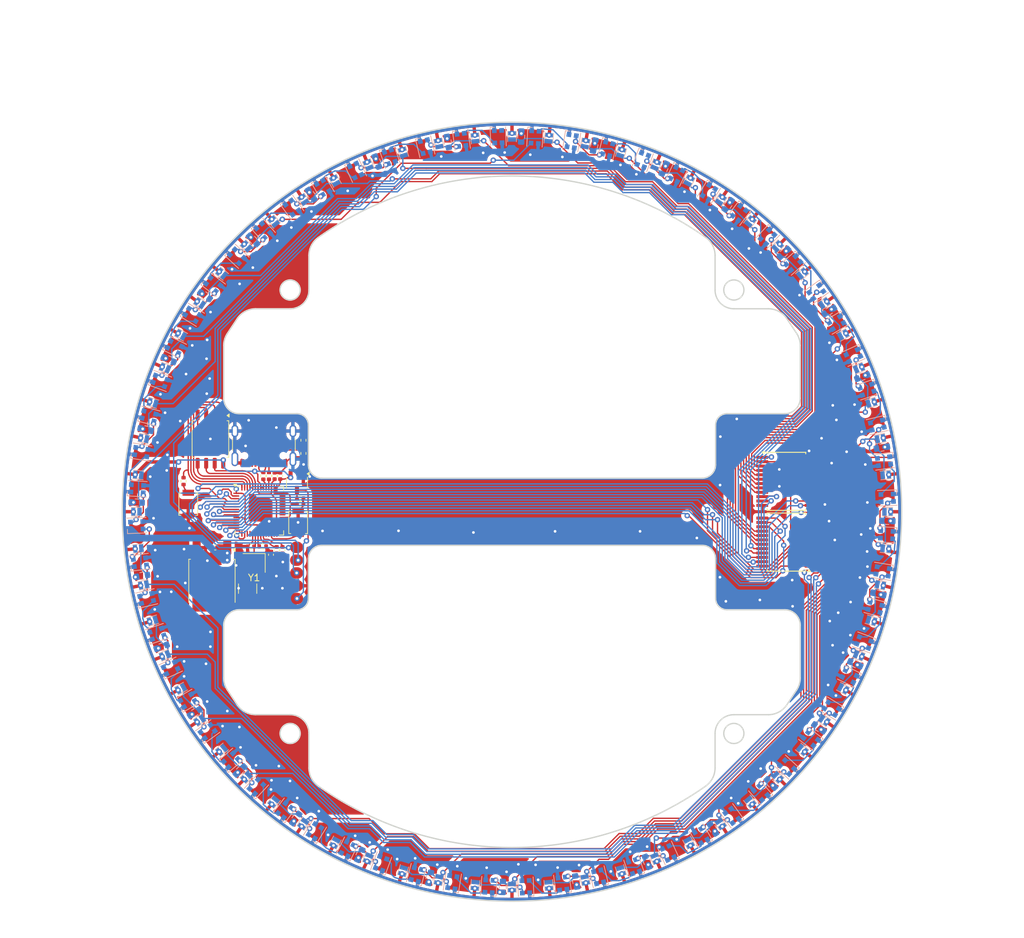
<source format=kicad_pcb>
(kicad_pcb (version 20221018) (generator pcbnew)
  (layers (0 "F.Cu" signal) (31 "B.Cu" signal) (34 "B.Paste" user) (35 "F.Paste" user) (36 "B.SilkS" user "B.Silkscreen") (37 "F.SilkS" user "F.Silkscreen") (38 "B.Mask" user) (39 "F.Mask" user) (44 "Edge.Cuts" user))
  (net 0 "")
  (net 1 "GND")
  (net 2 "+12V")
  (net 3 "+5V")
  (net 4 "Net-(U6-XIN)")
  (net 5 "Net-(C5-Pad2)")
  (net 6 "+3.3V")
  (net 7 "+1V1")
  (net 8 "Net-(D1-DOUT)")
  (net 9 "Net-(D10-DIN)")
  (net 10 "Net-(D11-DIN)")
  (net 11 "Net-(D12-DIN)")
  (net 12 "Net-(D13-DIN)")
  (net 13 "Net-(D14-DIN)")
  (net 14 "Net-(D15-DIN)")
  (net 15 "Net-(D16-DIN)")
  (net 16 "Net-(D17-DIN)")
  (net 17 "Net-(D10-DOUT)")
  (net 18 "Net-(D11-DOUT)")
  (net 19 "Net-(D12-DOUT)")
  (net 20 "Net-(D13-DOUT)")
  (net 21 "Net-(D14-DOUT)")
  (net 22 "Net-(D15-DOUT)")
  (net 23 "Net-(D16-DOUT)")
  (net 24 "Net-(D17-DOUT)")
  (net 25 "Net-(D18-DOUT)")
  (net 26 "Net-(D19-DOUT)")
  (net 27 "Net-(D20-DOUT)")
  (net 28 "Net-(D21-DOUT)")
  (net 29 "Net-(D22-DOUT)")
  (net 30 "Net-(D23-DOUT)")
  (net 31 "Net-(D24-DOUT)")
  (net 32 "Net-(D25-DOUT)")
  (net 33 "Net-(D26-DOUT)")
  (net 34 "Net-(D27-DOUT)")
  (net 35 "Net-(D28-DOUT)")
  (net 36 "Net-(D29-DOUT)")
  (net 37 "Net-(D30-DOUT)")
  (net 38 "Net-(D31-DOUT)")
  (net 39 "Net-(D32-DOUT)")
  (net 40 "Net-(D33-DOUT)")
  (net 41 "Net-(D34-DOUT)")
  (net 42 "Net-(D35-DOUT)")
  (net 43 "Net-(D36-DOUT)")
  (net 44 "Net-(D37-DOUT)")
  (net 45 "Net-(D38-DOUT)")
  (net 46 "Net-(D39-DOUT)")
  (net 47 "Net-(D40-DOUT)")
  (net 48 "Net-(D41-DOUT)")
  (net 49 "Net-(D42-DOUT)")
  (net 50 "Net-(D43-DOUT)")
  (net 51 "Net-(D44-DOUT)")
  (net 52 "Net-(D45-DOUT)")
  (net 53 "Net-(D46-DOUT)")
  (net 54 "Net-(D47-DOUT)")
  (net 55 "Net-(D48-DOUT)")
  (net 56 "Net-(D49-DOUT)")
  (net 57 "Net-(D50-DOUT)")
  (net 58 "Net-(D51-DOUT)")
  (net 59 "Net-(D52-DOUT)")
  (net 60 "Net-(D53-DOUT)")
  (net 61 "Net-(D54-DOUT)")
  (net 62 "Net-(D55-DOUT)")
  (net 63 "Net-(D56-DOUT)")
  (net 64 "/A")
  (net 65 "/B")
  (net 66 "/C")
  (net 67 "/D")
  (net 68 "/E")
  (net 69 "/F")
  (net 70 "/G")
  (net 72 "/17")
  (net 73 "/1")
  (net 74 "/18")
  (net 75 "/2")
  (net 76 "/19")
  (net 77 "/3")
  (net 78 "/20")
  (net 79 "/4")
  (net 80 "/21")
  (net 81 "/5")
  (net 82 "/22")
  (net 83 "/6")
  (net 84 "/23")
  (net 85 "/7")
  (net 86 "/24")
  (net 87 "/8")
  (net 88 "/25")
  (net 89 "/9")
  (net 90 "/26")
  (net 91 "/10")
  (net 92 "/27")
  (net 93 "/11")
  (net 94 "/28")
  (net 95 "/12")
  (net 96 "/29")
  (net 97 "/13")
  (net 98 "/30")
  (net 99 "/14")
  (net 100 "/31")
  (net 101 "/15")
  (net 102 "/32")
  (net 103 "/16")
  (net 104 "/D+")
  (net 105 "Net-(J2-D+-PadA6)")
  (net 106 "Net-(J2-CC1)")
  (net 107 "Net-(J2-CC2)")
  (net 108 "/BOOT")
  (net 109 "Net-(U5-~{CS})")
  (net 110 "Net-(J2-D--PadA7)")
  (net 111 "/D-")
  (net 112 "Net-(U6-XOUT)")
  (net 113 "/RUN")
  (net 114 "/COM1")
  (net 115 "/1SO")
  (net 116 "/1S1")
  (net 117 "/1S3")
  (net 118 "/1S2")
  (net 119 "/1E")
  (net 120 "/COM2")
  (net 121 "/2SO")
  (net 122 "/2S1")
  (net 123 "/2S3")
  (net 124 "/2S2")
  (net 125 "/2E")
  (net 126 "Net-(U5-DO(IO1))")
  (net 127 "Net-(U5-IO2)")
  (net 128 "Net-(U5-DI(IO0))")
  (net 129 "Net-(U5-CLK)")
  (net 130 "Net-(U5-IO3)")
  (net 131 "/LineRX")
  (net 132 "/LineTX")
  (net 151 "/PWM")
  (footprint "Resistor_SMD:R_0402_1005Metric" (layer "F.Cu") (at 116.2304 96.260756 -90)
    (fp_text reference "R31" hide)
    (fp_text value "27" hide)
  )
  (footprint "Crystal:Crystal_SMD_2520-4Pin_2.5x2.0mm" (layer "F.Cu") (at 114.02 109.23 180)
    (fp_text reference "Y1")
    (fp_text value "Crystal_GND24")
  )
  (footprint "Resistor_SMD:R_0402_1005Metric" (layer "F.Cu") (at 103.52 97.04 90)
    (fp_text reference "R30" hide)
    (fp_text value "1k" hide)
  )
  (footprint "Connector_USB:USB_C_Receptacle_GCT_USB4105-xx-A_16P_TopMnt_Horizontal" (layer "F.Cu") (at 115.473562 90.6608 180)
    (fp_text reference "J2" hide)
    (fp_text value "USB_C_Receptacle_USB2.0" hide)
  )
  (footprint "Package_TO_SOT_SMD:SOT-23-3" (layer "F.Cu") (at 120.396 97.2566 -90)
    (fp_text reference "U4" hide)
    (fp_text value "AZ1084-3.3" hide)
  )
  (footprint "Package_DFN_QFN:QFN-56-1EP_7x7mm_P0.4mm_EP3.2x3.2mm" (layer "F.Cu") (at 114.805762 101.4561)
    (fp_text reference "U6" hide)
    (fp_text value "RP2040" hide)
  )
  (footprint "Capacitor_SMD:C_0402_1005Metric" (layer "F.Cu") (at 113.538 106.7816 180)
    (fp_text reference "C4" hide)
    (fp_text value "C_Small" hide)
  )
  (footprint "Capacitor_SMD:C_0402_1005Metric" (layer "F.Cu") (at 116.5352 108.0008 90)
    (fp_text reference "C5" hide)
    (fp_text value "C_Small" hide)
  )
  (footprint "Resistor_SMD:R_0402_1005Metric" (layer "F.Cu") (at 115.392198 96.260755 90)
    (fp_text reference "R25" hide)
    (fp_text value "27" hide)
  )
  (footprint "Capacitor_SMD:C_0402_1005Metric" (layer "F.Cu") (at 117.0686 96.266 -90)
    (fp_text reference "C13" hide)
    (fp_text value "0.1μ" hide)
  )
  (footprint "Package_SO:SOIC-8_5.23x5.23mm_P1.27mm" (layer "F.Cu") (at 107.5182 90.7796 -90)
    (fp_text reference "U5" hide)
    (fp_text value "W25Q128JVS" hide)
  )
  (footprint "Package_SO:SSOP-24_5.3x8.2mm_P0.65mm" (layer "F.Cu") (at 193.2432 97.0788)
    (fp_text reference "U2" hide)
    (fp_text value "CD74HC4067SM" hide)
  )
  (footprint "Button_Switch_SMD:SW_SPST_B3U-1000P" (layer "F.Cu") (at 120.5738 103.2002 90)
    (fp_text reference "SW2" hide)
    (fp_text value "SW_Push" hide)
  )
  (footprint "Connector_JST:JST_XH_B4B-XH-A_1x04_P2.50mm_Vertical" (layer "F.Cu") (at 120.3452 114.5286 90)
    (fp_text reference "J1" hide)
    (fp_text value "Conn_01x04_Socket" hide)
  )
  (footprint "Button_Switch_SMD:SW_SPST_B3U-1000P" (layer "F.Cu") (at 104.22 100.47 -90)
    (fp_text reference "SW1" hide)
    (fp_text value "SW_Push" hide)
  )
  (footprint "Package_SO:SSOP-24_5.3x8.2mm_P0.65mm" (layer "F.Cu") (at 193.2432 106.1212 180)
    (fp_text reference "U3" hide)
    (fp_text value "CD74HC4067SM" hide)
  )
  (footprint "Package_TO_SOT_SMD:TO-252-2" (layer "F.Cu") (at 107.7443 111.9904 -90)
    (fp_text reference "U1" hide)
    (fp_text value "AZ1084-5.0" hide)
  )
  (footprint "Resistor_SMD:R_0402_1005Metric" (layer "F.Cu") (at 121.3612 92.9132 -90)
    (fp_text reference "R26" hide)
    (fp_text value "5.1k" hide)
  )
  (footprint "Capacitor_SMD:C_1210_3225Metric" (layer "F.Cu") (at 113.0554 113.0536 -90)
    (fp_text reference "C1" hide)
    (fp_text value "0.1μ" hide)
  )
  (footprint "Resistor_SMD:R_0402_1005Metric" (layer "F.Cu") (at 115.2906 106.7562)
    (fp_text reference "R32" hide)
    (fp_text value "1k" hide)
  )
  (footprint "Capacitor_SMD:C_0402_1005Metric" (layer "F.Cu") (at 117.9068 96.266 -90)
    (fp_text reference "C8" hide)
    (fp_text value "0.1μ" hide)
  )
  (footprint "Capacitor_SMD:C_0402_1005Metric" (layer "F.Cu") (at 120.8786 100.457 180)
    (fp_text reference "C7" hide)
    (fp_text value "0.1μ" hide)
  )
  (footprint "Capacitor_SMD:C_0402_1005Metric" (layer "F.Cu") (at 120.8786 99.6188 180)
    (fp_text reference "C3" hide)
    (fp_text value "0.1μ" hide)
  )
  (footprint "Resistor_SMD:R_0402_1005Metric" (layer "F.Cu") (at 121.3612 90.9574 90)
    (fp_text reference "R27" hide)
    (fp_text value "5.1k" hide)
  )
  (footprint "Capacitor_SMD:C_0402_1005Metric" (layer "F.Cu") (at 108.232 106.934)
    (fp_text reference "C2" hide)
    (fp_text value "0.1μ" hide)
  )
  (footprint "Capacitor_SMD:C_0402_1005Metric" (layer "F.Cu") (at 117.3734 107.315 90)
    (fp_text reference "C10" hide)
    (fp_text value "0.1μ" hide)
  )
  (footprint "Capacitor_SMD:C_0402_1005Metric" (layer "F.Cu") (at 118.237 107.315 90)
    (fp_text reference "C12" hide)
    (fp_text value "0.1μ" hide)
  )
  (footprint "LED_SMD:LED_WS2812B-2020_PLCC4_2.0x2.0mm" (layer "B.Cu") (at 97.026291 109.118563 7.734375)
    (fp_text reference "D54" hide)
    (fp_text value "WS2812B" hide)
  )
  (footprint "NJL7502R:NJL7502" (layer "B.Cu") (at 163.39428 46.328202 168.75)
    (fp_text reference "Q6" hide)
    (fp_text value "Q_Photo_NPN" hide)
  )
  (footprint "LED_SMD:LED_WS2812B-2020_PLCC4_2.0x2.0mm" (layer "B.Cu") (at 98.02987 114.509753 13.359375)
    (fp_text reference "D46" hide)
    (fp_text value "WS2812B" hide)
  )
  (footprint "LED_SMD:LED_WS2812B-2020_PLCC4_2.0x2.0mm" (layer "B.Cu") (at 123.082551 149.172772 58.359375)
    (fp_text reference "D45" hide)
    (fp_text value "WS2812B" hide)
  )
  (footprint "LED_SMD:LED_WS2812B-2020_PLCC4_2.0x2.0mm" (layer "B.Cu") (at 207.770061 94.081437 -172.265625)
    (fp_text reference "D50" hide)
    (fp_text value "WS2812B" hide)
  )
  (footprint "NJL7502R:NJL7502" (layer "B.Cu") (at 163.390703 156.872508 11.25)
    (fp_text reference "Q62" hide)
    (fp_text value "Q_Photo_NPN" hide)
  )
  (footprint "NJL7502R:NJL7502" (layer "B.Cu") (at 208.753175 101.601823 90)
    (fp_text reference "Q34" hide)
    (fp_text value "Q_Photo_NPN" hide)
  )
  (footprint "NJL7502R:NJL7502" (layer "B.Cu") (at 152.4 45.245 180)
    (fp_text reference "Q2" hide)
    (fp_text value "Q_Photo_NPN" hide)
  )
  (footprint "NJL7502R:NJL7502" (layer "B.Cu") (at 97.126379 90.603898 -101.25)
    (fp_text reference "Q37" hide)
    (fp_text value "Q_Photo_NPN" hide)
  )
  (footprint "NJL7502R:NJL7502" (layer "B.Cu") (at 202.099708 75.036045 118.125)
    (fp_text reference "Q24" hide)
    (fp_text value "Q_Photo_NPN" hide)
  )
  (footprint "Resistor_SMD:R_0603_1608Metric" (layer "B.Cu") (at 122.504055 54.388612 122.344)
    (fp_text reference "R33" hide)
    (fp_text value "R" hide)
  )
  (footprint "LED_SMD:LED_WS2812B-2020_PLCC4_2.0x2.0mm" (layer "B.Cu") (at 205.239307 83.423384 -161.015625)
    (fp_text reference "D34" hide)
    (fp_text value "WS2812B" hide)
  )
  (footprint "LED_SMD:LED_WS2812B-2020_PLCC4_2.0x2.0mm" (layer "B.Cu") (at 150.343211 45.757798 -87.890625)
    (fp_text reference "D64" hide)
    (fp_text value "WS2812B" hide)
  )
  (footprint "NJL7502R:NJL7502" (layer "B.Cu") (at 136.040926 47.671101 -163.125)
    (fp_text reference "Q59" hide)
    (fp_text value "Q_Photo_NPN" hide)
  )
  (footprint "Resistor_SMD:R_0603_1608Metric" (layer "B.Cu") (at 140.15302 156.121831 -102.656)
    (fp_text reference "R3" hide)
    (fp_text value "R" hide)
  )
  (footprint "NJL7502R:NJL7502" (layer "B.Cu") (at 108.834017 137.349824 -50.625)
    (fp_text reference "Q19" hide)
    (fp_text value "Q_Photo_NPN" hide)
  )
  (footprint "NJL7502R:NJL7502" (layer "B.Cu") (at 102.696646 128.163956 -61.875)
    (fp_text reference "Q23" hide)
    (fp_text value "Q_Photo_NPN" hide)
  )
  (footprint "LED_SMD:LED_WS2812B-2020_PLCC4_2.0x2.0mm" (layer "B.Cu") (at 114.364856 142.53948 47.109375)
    (fp_text reference "D61" hide)
    (fp_text value "WS2812B" hide)
  )
  (footprint "NJL7502R:NJL7502" (layer "B.Cu") (at 178.962131 151.301531 28.125)
    (fp_text reference "Q56" hide)
    (fp_text value "Q_Photo_NPN" hide)
  )
  (footprint "LED_SMD:LED_WS2812B-2020_PLCC4_2.0x2.0mm" (layer "B.Cu") (at 101.593109 124.868427 24.609375)
    (fp_text reference "D30" hide)
    (fp_text value "WS2812B" hide)
  )
  (footprint "LED_SMD:LED_WS2812B-2020_PLCC4_2.0x2.0mm" (layer "B.Cu") (at 99.557045 119.776616 18.984375)
    (fp_text reference "D38" hide)
    (fp_text value "WS2812B" hide)
  )
  (footprint "NJL7502R:NJL7502" (layer "B.Cu") (at 204.462709 123.167809 67.5)
    (fp_text reference "Q42" hide)
    (fp_text value "Q_Photo_NPN" hide)
  )
  (footprint "NJL7502R:NJL7502" (layer "B.Cu") (at 199.254633 132.910676 56.25)
    (fp_text reference "Q46" hide)
    (fp_text value "Q_Photo_NPN" hide)
  )
  (footprint "LED_SMD:LED_WS2812B-2020_PLCC4_2.0x2.0mm" (layer "B.Cu") (at 138.154519 155.634181 75.234375)
    (fp_text reference "D21" hide)
    (fp_text value "WS2812B" hide)
  )
  (footprint "LED_SMD:LED_WS2812B-2020_PLCC4_2.0x2.0mm" (layer "B.Cu") (at 118.560768 146.070262 52.734375)
    (fp_text reference "D53" hide)
    (fp_text value "WS2812B" hide)
  )
  (footprint "LED_SMD:LED_WS2812B-2020_PLCC4_2.0x2.0mm" (layer "B.Cu") (at 129.129749 50.794933 -65.390625)
    (fp_text reference "D32" hide)
    (fp_text value "WS2812B" hide)
  )
  (footprint "LED_SMD:LED_WS2812B-2020_PLCC4_2.0x2.0mm" (layer "B.Cu") (at 180.534326 149.879722 120.234375)
    (fp_text reference "D20" hide)
    (fp_text value "WS2812B" hide)
  )
  (footprint "LED_SMD:LED_WS2812B-2020_PLCC4_2.0x2.0mm" (layer "B.Cu") (at 207.56829 110.478794 170.859375)
    (fp_text reference "D11" hide)
    (fp_text value "WS2812B" hide)
  )
  (footprint "Resistor_SMD:R_0603_1608Metric" (layer "B.Cu") (at 172.507408 153.736291 -68.907)
    (fp_text reference "R36" hide)
    (fp_text value "R" hide)
  )
  (footprint "LED_SMD:LED_WS2812B-2020_PLCC4_2.0x2.0mm" (layer "B.Cu") (at 98.363995 87.356343 -14.765625)
    (fp_text reference "D23" hide)
    (fp_text value "WS2812B" hide)
  )
  (footprint "NJL7502R:NJL7502" (layer "B.Cu") (at 141.405647 46.327493 -168.75)
    (fp_text reference "Q61" hide)
    (fp_text value "Q_Photo_NPN" hide)
  )
  (footprint "NJL7502R:NJL7502" (layer "B.Cu") (at 202.097989 128.167171 61.875)
    (fp_text reference "Q44" hide)
    (fp_text value "Q_Photo_NPN" hide)
  )
  (footprint "LED_SMD:LED_WS2812B-2020_PLCC4_2.0x2.0mm" (layer "B.Cu") (at 154.453141 157.442202 92.109375)
    (fp_text reference "D60" hide)
    (fp_text value "WS2812B" hide)
  )
  (footprint "LED_SMD:LED_WS2812B-2020_PLCC4_2.0x2.0mm" (layer "B.Cu") (at 194.261126 64.585572 -138.515625)
    (fp_text reference "D2" hide)
    (fp_text value "WS2812B" hide)
  )
  (footprint "LED_SMD:LED_WS2812B-2020_PLCC4_2.0x2.0mm" (layer "B.Cu") (at 102.181046 77.088485 -26.015625)
    (fp_text reference "D39" hide)
    (fp_text value "WS2812B" hide)
  )
  (footprint "Resistor_SMD:R_0603_1608Metric" (layer "B.Cu") (at 151.024989 157.463121 -91.406)
    (fp_text reference "R1" hide)
    (fp_text value "R" hide)
  )
  (footprint "NJL7502R:NJL7502" (layer "B.Cu") (at 208.481632 107.12557 84.375)
    (fp_text reference "Q36" hide)
    (fp_text value "Q_Photo_NPN" hide)
  )
  (footprint "NJL7502R:NJL7502" (layer "B.Cu") (at 98.469276 117.957249 -73.125)
    (fp_text reference "Q27" hide)
    (fp_text value "Q_Photo_NPN" hide)
  )
  (footprint "NJL7502R:NJL7502" (layer "B.Cu") (at 168.755424 155.5289 16.875)
    (fp_text reference "Q60" hide)
    (fp_text value "Q_Photo_NPN" hide)
  )
  (footprint "LED_SMD:LED_WS2812B-2020_PLCC4_2.0x2.0mm" (layer "B.Cu") (at 124.262026 53.320278 -59.765625)
    (fp_text reference "D24" hide)
    (fp_text value "WS2812B" hide)
  )
  (footprint "LED_SMD:LED_WS2812B-2020_PLCC4_2.0x2.0mm" (layer "B.Cu") (at 104.118454 129.73615 30.234375)
    (fp_text reference "D22" hide)
    (fp_text value "WS2812B" hide)
  )
  (footprint "Resistor_SMD:R_0603_1608Metric" (layer "B.Cu") (at 190.928379 142.072182 -46.407)
    (fp_text reference "R29" hide)
    (fp_text value "R" hide)
  )
  (footprint "LED_SMD:LED_WS2812B-2020_PLCC4_2.0x2.0mm" (layer "B.Cu") (at 185.131083 146.889417 125.859375)
    (fp_text reference "D12" hide)
    (fp_text value "WS2812B" hide)
  )
  (footprint "NJL7502R:NJL7502" (layer "B.Cu") (at 125.83422 51.898471 -151.875)
    (fp_text reference "Q55" hide)
    (fp_text value "Q_Photo_NPN" hide)
  )
  (footprint "LED_SMD:LED_WS2812B-2020_PLCC4_2.0x2.0mm" (layer "B.Cu") (at 96.555974 103.654965 2.109375)
    (fp_text reference "D62" hide)
    (fp_text value "WS2812B" hide)
  )
  (footprint "NJL7502R:NJL7502" (layer "B.Cu") (at 178.965348 51.900187 151.875)
    (fp_text reference "Q12" hide)
    (fp_text value "Q_Photo_NPN" hide)
  )
  (footprint "NJL7502R:NJL7502" (layer "B.Cu") (at 157.920118 157.683812 5.625)
    (fp_text reference "Q64" hide)
    (fp_text value "Q_Photo_NPN" hide)
  )
  (footprint "NJL7502R:NJL7502" (layer "B.Cu") (at 112.550463 61.749711 -135)
    (fp_text reference "Q49" hide)
    (fp_text value "Q_Photo_NPN" hide)
  )
  (footprint "Resistor_SMD:R_0603_1608Metric" (layer "B.Cu") (at 175.044727 50.514699 66.093)
    (fp_text reference "R6" hide)
    (fp_text value "R" hide)
  )
  (footprint "LED_SMD:LED_WS2812B-2020_PLCC4_2.0x2.0mm" (layer "B.Cu") (at 110.535226 138.614428 41.484375)
    (fp_text reference "D6" hide)
    (fp_text value "WS2812B" hide)
  )
  (footprint "LED_SMD:LED_WS2812B-2020_PLCC4_2.0x2.0mm" (layer "B.Cu") (at 139.488423 47.231694 -76.640625)
    (fp_text reference "D48" hide)
    (fp_text value "WS2812B" hide)
  )
  (footprint "LED_SMD:LED_WS2812B-2020_PLCC4_2.0x2.0mm" (layer "B.Cu") (at 202.615306 126.111515 153.984375)
    (fp_text reference "D35" hide)
    (fp_text value "WS2812B" hide)
  )
  (footprint "Resistor_SMD:R_0603_1608Metric" (layer "B.Cu") (at 207.455801 92.048447 9.843)
    (fp_text reference "R16" hide)
    (fp_text value "R" hide)
  )
  (footprint "NJL7502R:NJL7502" (layer "B.Cu") (at 112.547886 141.447713 -45)
    (fp_text reference "Q17" hide)
    (fp_text value "Q_Photo_NPN" hide)
  )
  (footprint "Resistor_SMD:R_0603_1608Metric" (layer "B.Cu") (at 120.220526 147.285585 -125.156)
    (fp_text reference "R7" hide)
    (fp_text value "R" hide)
  )
  (footprint "NJL7502R:NJL7502" (layer "B.Cu") (at 121.090531 54.74152 -146.25)
    (fp_text reference "Q53" hide)
    (fp_text value "Q_Photo_NPN" hide)
  )
  (footprint "NJL7502R:NJL7502" (layer "B.Cu") (at 146.872606 157.683455 -5.625)
    (fp_text reference "Q3" hide)
    (fp_text value "Q_Photo_NPN" hide)
  )
  (footprint "LED_SMD:LED_WS2812B-2020_PLCC4_2.0x2.0mm" (layer "B.Cu") (at 144.879613 46.228115 -82.265625)
    (fp_text reference "D56" hide)
    (fp_text value "WS2812B" hide)
  )
  (footprint "NJL7502R:NJL7502" (layer "B.Cu") (at 125.831006 151.299812 -28.125)
    (fp_text reference "Q11" hide)
    (fp_text value "Q_Photo_NPN" hide)
  )
  (footprint "LED_SMD:LED_WS2812B-2020_PLCC4_2.0x2.0mm" (layer "B.Cu") (at 107.108759 134.332907 35.859375)
    (fp_text reference "D14" hide)
    (fp_text value "WS2812B" hide)
  )
  (footprint "NJL7502R:NJL7502" (layer "B.Cu") (at 96.314721 96.074431 -95.625)
    (fp_text reference "Q35" hide)
    (fp_text value "Q_Photo_NPN" hide)
  )
  (footprint "NJL7502R:NJL7502" (layer "B.Cu") (at 188.148 145.16416 39.375)
    (fp_text reference "Q52" hide)
    (fp_text value "Q_Photo_NPN" hide)
  )
  (footprint "NJL7502R:NJL7502" (layer "B.Cu") (at 152.396353 157.954998)
    (fp_text reference "Q1" hide)
    (fp_text value "Q_Photo_NPN" hide)
  )
  (footprint "NJL7502R:NJL7502" (layer "B.Cu") (at 192.248468 61.752287 135)
    (fp_text reference "Q18" hide)
    (fp_text value "Q_Photo_NPN" hide)
  )
  (footprint "LED_SMD:LED_WS2812B-2020_PLCC4_2.0x2.0mm" (layer "B.Cu") (at 134.22156 48.758869 -71.015625)
    (fp_text reference "D40" hide)
    (fp_text value "WS2812B" hide)
  )
  (footprint "LED_SMD:LED_WS2812B-2020_PLCC4_2.0x2.0mm" (layer "B.Cu") (at 107.927914 67.762592 -37.265625)
    (fp_text reference "D55" hide)
    (fp_text value "WS2812B" hide)
  )
  (footprint "LED_SMD:LED_WS2812B-2020_PLCC4_2.0x2.0mm" (layer "B.Cu") (at 159.916739 156.971885 97.734375)
    (fp_text reference "D52" hide)
    (fp_text value "WS2812B" hide)
  )
  (footprint "LED_SMD:LED_WS2812B-2020_PLCC4_2.0x2.0mm" (layer "B.Cu") (at 148.969753 157.374729 86.484375)
    (fp_text reference "D5" hide)
    (fp_text value "WS2812B" hide)
  )
  (footprint "Resistor_SMD:R_0603_1608Metric" (layer "B.Cu") (at 105.186787 131.494123 -147.656)
    (fp_text reference "R11" hide)
    (fp_text value "R" hide)
  )
  (footprint "Resistor_SMD:R_0603_1608Metric" (layer "B.Cu") (at 113.867977 61.127819 133.594)
    (fp_text reference "R28" hide)
    (fp_text value "R" hide)
  )
  (footprint "LED_SMD:LED_WS2812B-2020_PLCC4_2.0x2.0mm" (layer "B.Cu") (at 97.228062 92.721206 -9.140625)
    (fp_text reference "D15" hide)
    (fp_text value "WS2812B" hide)
  )
  (footprint "NJL7502R:NJL7502" (layer "B.Cu") (at 97.125668 112.592528 -78.75)
    (fp_text reference "Q31" hide)
    (fp_text value "Q_Photo_NPN" hide)
  )
  (footprint "LED_SMD:LED_WS2812B-2020_PLCC4_2.0x2.0mm" (layer "B.Cu") (at 166.641833 47.565819 -104.765625)
    (fp_text reference "D17" hide)
    (fp_text value "WS2812B" hide)
  )
  (footprint "NJL7502R:NJL7502" (layer "B.Cu") (at 173.965986 49.535467 157.5)
    (fp_text reference "Q10" hide)
    (fp_text value "Q_Photo_NPN" hide)
  )
  (footprint "Resistor_SMD:R_0603_1608Metric" (layer "B.Cu") (at 192.87036 63.069796 43.593)
    (fp_text reference "R10" hide)
    (fp_text value "R" hide)
  )
  (footprint "NJL7502R:NJL7502" (layer "B.Cu") (at 96.314364 107.121943 -84.375)
    (fp_text reference "Q29" hide)
    (fp_text value "Q_Photo_NPN" hide)
  )
  (footprint "NJL7502R:NJL7502" (layer "B.Cu") (at 130.830368 153.664532 -22.5)
    (fp_text reference "Q9" hide)
    (fp_text value "Q_Photo_NPN" hide)
  )
  (footprint "NJL7502R:NJL7502" (layer "B.Cu") (at 146.876232 45.516189 -174.375)
    (fp_text reference "Q63" hide)
    (fp_text value "Q_Photo_NPN" hide)
  )
  (footprint "Resistor_SMD:R_0603_1608Metric" (layer "B.Cu") (at 96.535056 100.226812 178.594)
    (fp_text reference "R17" hide)
    (fp_text value "R" hide)
  )
  (footprint "NJL7502R:NJL7502" (layer "B.Cu") (at 108.836329 65.84736 -129.375)
    (fp_text reference "Q47" hide)
    (fp_text value "Q_Photo_NPN" hide)
  )
  (footprint "LED_SMD:LED_WS2812B-2020_PLCC4_2.0x2.0mm" (layer "B.Cu") (at 111.458696 63.56668 -42.890625)
    (fp_text reference "D63" hide)
    (fp_text value "WS2812B" hide)
  )
  (footprint "NJL7502R:NJL7502" (layer "B.Cu") (at 121.087501 148.456456 -33.75)
    (fp_text reference "Q13" hide)
    (fp_text value "Q_Photo_NPN" hide)
  )
  (footprint "NJL7502R:NJL7502" (layer "B.Cu") (at 100.333644 80.032193 -112.5)
    (fp_text reference "Q41" hide)
    (fp_text value "Q_Photo_NPN" hide)
  )
  (footprint "LED_SMD:LED_WS2812B-2020_PLCC4_2.0x2.0mm" (layer "B.Cu") (at 196.868438 135.437408 142.734375)
    (fp_text reference "D51" hide)
    (fp_text value "WS2812B" hide)
  )
  (footprint "LED_SMD:LED_WS2812B-2020_PLCC4_2.0x2.0mm" (layer "B.Cu") (at 206.432357 115.843657 165.234375)
    (fp_text reference "D19" hide)
    (fp_text value "WS2812B" hide)
  )
  (footprint "Resistor_SMD:R_0603_1608Metric" (layer "B.Cu") (at 199.609568 71.705874 32.343)
    (fp_text reference "R12" hide)
    (fp_text value "R" hide)
  )
  (footprint "LED_SMD:LED_WS2812B-2020_PLCC4_2.0x2.0mm" (layer "B.Cu") (at 197.687593 68.867093 -144.140625)
    (fp_text reference "D10" hide)
    (fp_text value "WS2812B" hide)
  )
  (footprint "LED_SMD:LED_WS2812B-2020_PLCC4_2.0x2.0mm" (layer "B.Cu") (at 143.519382 156.770114 80.859375)
    (fp_text reference "D13" hide)
    (fp_text value "WS2812B" hide)
  )
  (footprint "LED_SMD:LED_WS2812B-2020_PLCC4_2.0x2.0mm" (layer "B.Cu") (at 132.92683 153.97787 69.609375)
    (fp_text reference "D29" hide)
    (fp_text value "WS2812B" hide)
  )
  (footprint "Resistor_SMD:R_0603_1608Metric" (layer "B.Cu") (at 204.534469 81.490767 21.093)
    (fp_text reference "R14" hide)
    (fp_text value "R" hide)
  )
  (footprint "NJL7502R:NJL7502" (layer "B.Cu") (at 136.037439 155.527842 -16.875)
    (fp_text reference "Q7" hide)
    (fp_text value "Q_Photo_NPN" hide)
  )
  (footprint "NJL7502R:NJL7502" (layer "B.Cu") (at 116.648352 58.035842 -140.625)
    (fp_text reference "Q51" hide)
    (fp_text value "Q_Photo_NPN" hide)
  )
  (footprint "LED_SMD:LED_WS2812B-2020_PLCC4_2.0x2.0mm" (layer "B.Cu") (at 171.869522 49.22213 -110.390625)
    (fp_text reference "D25" hide)
    (fp_text value "WS2812B" hide)
  )
  (footprint "Resistor_SMD:R_0603_1608Metric" (layer "B.Cu") (at 106.712593 69.42235 144.844)
    (fp_text reference "R23" hide)
    (fp_text value "R" hide)
  )
  (footprint "Resistor_SMD:R_0603_1608Metric" (layer "B.Cu") (at 153.771363 45.736875 88.59375)
    (fp_text reference "R2" hide)
    (fp_text value "R" hide)
  )
  (footprint "LED_SMD:LED_WS2812B-2020_PLCC4_2.0x2.0mm" (layer "B.Cu") (at 204.776046 121.071346 159.609375)
    (fp_text reference "D27" hide)
    (fp_text value "WS2812B" hide)
  )
  (footprint "NJL7502R:NJL7502" (layer "B.Cu") (at 206.327077 85.242752 106.875)
    (fp_text reference "Q28" hide)
    (fp_text value "Q_Photo_NPN" hide)
  )
  (footprint "Resistor_SMD:R_0603_1608Metric" (layer "B.Cu") (at 184.575828 55.914412 54.843)
    (fp_text reference "R8" hide)
    (fp_text value "R" hide)
  )
  (footprint "LED_SMD:LED_WS2812B-2020_PLCC4_2.0x2.0mm" (layer "B.Cu") (at 96.623447 98.171577 -3.515625)
    (fp_text reference "D7" hide)
    (fp_text value "WS2812B" hide)
  )
  (footprint "LED_SMD:LED_WS2812B-2020_PLCC4_2.0x2.0mm" (layer "B.Cu") (at 100.020306 82.128654 -20.390625)
    (fp_text reference "D31" hide)
    (fp_text value "WS2812B" hide)
  )
  (footprint "NJL7502R:NJL7502" (layer "B.Cu") (at 195.960023 137.352642 50.625)
    (fp_text reference "Q48" hide)
    (fp_text value "Q_Photo_NPN" hide)
  )
  (footprint "NJL7502R:NJL7502" (layer "B.Cu") (at 98.470334 85.239264 -106.875)
    (fp_text reference "Q39" hide)
    (fp_text value "Q_Photo_NPN" hide)
  )
  (footprint "Resistor_SMD:R_0603_1608Metric" (layer "B.Cu") (at 132.288947 49.463711 111.094)
    (fp_text reference "R35" hide)
    (fp_text value "R" hide)
  )
  (footprint "Resistor_SMD:R_0603_1608Metric" (layer "B.Cu") (at 111.925995 140.130201 -136.406)
    (fp_text reference "R9" hide)
    (fp_text value "R" hide)
  )
  (footprint "NJL7502R:NJL7502" (layer "B.Cu") (at 141.402073 156.871797 -11.25)
    (fp_text reference "Q5" hide)
    (fp_text value "Q_Photo_NPN" hide)
  )
  (footprint "LED_SMD:LED_WS2812B-2020_PLCC4_2.0x2.0mm" (layer "B.Cu") (at 200.677898 73.46385 -149.765625)
    (fp_text reference "D18" hide)
    (fp_text value "WS2812B" hide)
  )
  (footprint "Resistor_SMD:R_0603_1608Metric" (layer "B.Cu") (at 164.643332 47.078165 77.343)
    (fp_text reference "R4" hide)
    (fp_text value "R" hide)
  )
  (footprint "LED_SMD:LED_WS2812B-2020_PLCC4_2.0x2.0mm" (layer "B.Cu") (at 170.574792 154.441131 108.984375)
    (fp_text reference "D36" hide)
    (fp_text value "WS2812B" hide)
  )
  (footprint "Resistor_SMD:R_0603_1608Metric" (layer "B.Cu") (at 97.876346 89.354843 167.344)
    (fp_text reference "R19" hide)
    (fp_text value "R" hide)
  )
  (footprint "NJL7502R:NJL7502" (layer "B.Cu") (at 208.481989 96.078058 95.625)
    (fp_text reference "Q32" hide)
    (fp_text value "Q_Photo_NPN" hide)
  )
  (footprint "Resistor_SMD:R_0603_1608Metric" (layer "B.Cu") (at 142.846625 46.542379 99.844)
    (fp_text reference "R37" hide)
    (fp_text value "R" hide)
  )
  (footprint "Resistor_SMD:R_0603_1608Metric" (layer "B.Cu") (at 206.920009 113.845156 -12.657)
    (fp_text reference "R20" hide)
    (fp_text value "R" hide)
  )
  (footprint "LED_SMD:LED_WS2812B-2020_PLCC4_2.0x2.0mm" (layer "B.Cu") (at 189.412604 143.46295 131.484375)
    (fp_text reference "D4" hide)
    (fp_text value "WS2812B" hide)
  )
  (footprint "NJL7502R:NJL7502" (layer "B.Cu") (at 199.256659 70.292356 123.75)
    (fp_text reference "Q22" hide)
    (fp_text value "Q_Photo_NPN" hide)
  )
  (footprint "LED_SMD:LED_WS2812B-2020_PLCC4_2.0x2.0mm" (layer "B.Cu") (at 176.909691 51.38287 -116.015625)
    (fp_text reference "D33" hide)
    (fp_text value "WS2812B" hide)
  )
  (footprint "NJL7502R:NJL7502" (layer "B.Cu") (at 105.54172 70.289326 -123.75)
    (fp_text reference "Q45" hide)
    (fp_text value "Q_Photo_NPN" hide)
  )
  (footprint "NJL7502R:NJL7502" (layer "B.Cu") (at 105.539695 132.907645 -56.25)
    (fp_text reference "Q21" hide)
    (fp_text value "Q_Photo_NPN" hide)
  )
  (footprint "Resistor_SMD:R_0603_1608Metric" (layer "B.Cu") (at 203.483476 124.24655 -23.907)
    (fp_text reference "R22" hide)
    (fp_text value "R" hide)
  )
  (footprint "NJL7502R:NJL7502" (layer "B.Cu") (at 206.326019 117.960737 73.125)
    (fp_text reference "Q40" hide)
    (fp_text value "Q_Photo_NPN" hide)
  )
  (footprint "NJL7502R:NJL7502" (layer "B.Cu") (at 195.962337 65.850176 129.375)
    (fp_text reference "Q20" hide)
    (fp_text value "Q_Photo_NPN" hide)
  )
  (footprint "LED_SMD:LED_WS2812B-2020_PLCC4_2.0x2.0mm" (layer "B.Cu") (at 193.337656 139.63332 137.109375)
    (fp_text reference "D59" hide)
    (fp_text value "WS2812B" hide)
  )
  (footprint "LED_SMD:LED_WS2812B-2020_PLCC4_2.0x2.0mm" (layer "B.Cu") (at 208.172905 105.028423 176.484375)
    (fp_text reference "D3" hide)
    (fp_text value "WS2812B" hide)
  )
  (footprint "Resistor_SMD:R_0603_1608Metric" (layer "B.Cu") (at 101.31288 78.953449 156.094)
    (fp_text reference "R21" hide)
    (fp_text value "R" hide)
  )
  (footprint "NJL7502R:NJL7502" (layer "B.Cu") (at 116.645535 145.161847 -39.375)
    (fp_text reference "Q15" hide)
    (fp_text value "Q_Photo_NPN" hide)
  )
  (footprint "LED_SMD:LED_WS2812B-2020_PLCC4_2.0x2.0mm" (layer "B.Cu") (at 208.240378 99.545035 -177.890625)
    (fp_text reference "D58" hide)
    (fp_text value "WS2812B" hide)
  )
  (footprint "LED_SMD:LED_WS2812B-2020_PLCC4_2.0x2.0mm" (layer "B.Cu") (at 186.235584 57.129738 -127.265625)
    (fp_text reference "D49" hide)
    (fp_text value "WS2812B" hide)
  )
  (footprint "NJL7502R:NJL7502" (layer "B.Cu") (at 204.464104 80.03556 112.5)
    (fp_text reference "Q26" hide)
    (fp_text value "Q_Photo_NPN" hide)
  )
  (footprint "LED_SMD:LED_WS2812B-2020_PLCC4_2.0x2.0mm" (layer "B.Cu") (at 190.431496 60.66052 -132.890625)
    (fp_text reference "D57" hide)
    (fp_text value "WS2812B" hide)
  )
  (footprint "LED_SMD:LED_WS2812B-2020_PLCC4_2.0x2.0mm" (layer "B.Cu") (at 181.713801 54.027228 -121.640625)
    (fp_text reference "D41" hide)
    (fp_text value "WS2812B" hide)
  )
  (footprint "NJL7502R:NJL7502" (layer "B.Cu") (at 157.923747 45.516544 174.375)
    (fp_text reference "Q4" hide)
    (fp_text value "Q_Photo_NPN" hide)
  )
  (footprint "Resistor_SMD:R_0603_1608Metric" (layer "B.Cu") (at 97.340554 111.151552 -170.156)
    (fp_text reference "R15" hide)
    (fp_text value "R" hide)
  )
  (footprint "Resistor_SMD:R_0603_1608Metric" (layer "B.Cu") (at 129.751626 152.685298 -113.906)
    (fp_text reference "R5" hide)
    (fp_text value "R" hide)
  )
  (footprint "LED_SMD:LED_WS2812B-2020_PLCC4_2.0x2.0mm" (layer "B.Cu") (at 175.666603 152.405067 114.609375)
    (fp_text reference "D28" hide)
    (fp_text value "WS2812B" hide)
  )
  (footprint "LED_SMD:LED_WS2812B-2020_PLCC4_2.0x2.0mm" (layer "B.Cu") (at 119.665269 56.310583 -54.140625)
    (fp_text reference "D16" hide)
    (fp_text value "WS2812B" hide)
  )
  (footprint "NJL7502R:NJL7502" (layer "B.Cu") (at 192.245889 141.450291 45)
    (fp_text reference "Q50" hide)
    (fp_text value "Q_Photo_NPN" hide)
  )
  (footprint "Resistor_SMD:R_0603_1608Metric" (layer "B.Cu") (at 161.949729 156.657623 -80.157)
    (fp_text reference "R38" hide)
    (fp_text value "R" hide)
  )
  (footprint "NJL7502R:NJL7502" (layer "B.Cu") (at 183.708853 54.743543 146.25)
    (fp_text reference "Q14" hide)
    (fp_text value "Q_Photo_NPN" hide)
  )
  (footprint "NJL7502R:NJL7502" (layer "B.Cu") (at 130.833734 49.534074 -157.5)
    (fp_text reference "Q57" hide)
    (fp_text value "Q_Photo_NPN" hide)
  )
  (footprint "Resistor_SMD:R_0603_1608Metric" (layer "B.Cu") (at 208.261299 102.973187 -1.407)
    (fp_text reference "R18" hide)
    (fp_text value "R" hide)
  )
  (footprint "NJL7502R:NJL7502" (layer "B.Cu") (at 173.962616 153.665927 22.5)
    (fp_text reference "Q58" hide)
    (fp_text value "Q_Photo_NPN" hide)
  )
  (footprint "LED_SMD:LED_WS2812B-2020_PLCC4_2.0x2.0mm" (layer "B.Cu") (at 165.307929 155.968306 103.359375)
    (fp_text reference "D44" hide)
    (fp_text value "WS2812B" hide)
  )
  (footprint "LED_SMD:LED_WS2812B-2020_PLCC4_2.0x2.0mm" (layer "B.Cu") (at 127.886661 151.81713 63.984375)
    (fp_text reference "D37" hide)
    (fp_text value "WS2812B" hide)
  )
  (footprint "NJL7502R:NJL7502" (layer "B.Cu") (at 168.758914 47.672157 163.125)
    (fp_text reference "Q8" hide)
    (fp_text value "Q_Photo_NPN" hide)
  )
  (footprint "LED_SMD:LED_WS2812B-2020_PLCC4_2.0x2.0mm" (layer "B.Cu") (at 161.27697 46.429886 -99.140625)
    (fp_text reference "D9" hide)
    (fp_text value "WS2812B" hide)
  )
  (footprint "LED_SMD:LED_WS2812B-2020_PLCC4_2.0x2.0mm" (layer "B.Cu") (at 203.203243 78.331573 -155.390625)
    (fp_text reference "D26" hide)
    (fp_text value "WS2812B" hide)
  )
  (footprint "LED_SMD:LED_WS2812B-2020_PLCC4_2.0x2.0mm" (layer "B.Cu") (at 199.970948 130.915625 148.359375)
    (fp_text reference "D43" hide)
    (fp_text value "WS2812B" hide)
  )
  (footprint "Resistor_SMD:R_0603_1608Metric" (layer "B.Cu") (at 198.083763 133.777651 -35.157)
    (fp_text reference "R24" hide)
    (fp_text value "R" hide)
  )
  (footprint "LED_SMD:LED_WS2812B-2020_PLCC4_2.0x2.0mm" (layer "B.Cu") (at 104.825404 72.284375 -31.640625)
    (fp_text reference "D47" hide)
    (fp_text value "WS2812B" hide)
  )
  (footprint "NJL7502R:NJL7502" (layer "B.Cu") (at 207.669974 112.596103 78.75)
    (fp_text reference "Q38" hide)
    (fp_text value "Q_Photo_NPN" hide)
  )
  (footprint "LED_SMD:LED_WS2812B-2020_PLCC4_2.0x2.0mm" (layer "B.Cu") (at 206.766482 88.690247 -166.640625)
    (fp_text reference "D42" hide)
    (fp_text value "WS2812B" hide)
  )
  (footprint "Resistor_SMD:R_0603_1608Metric" (layer "B.Cu") (at 100.261886 121.70923 -158.906)
    (fp_text reference "R13" hide)
    (fp_text value "R" hide)
  )
  (footprint "NJL7502R:NJL7502" (layer "B.Cu") (at 207.670685 90.607473 101.25)
    (fp_text reference "Q30" hide)
    (fp_text value "Q_Photo_NPN" hide)
  )
  (footprint "LED_SMD:LED_WS2812B-2020_PLCC4_2.0x2.0mm" (layer "B.Cu") (at 155.826599 45.825271 -93.515625)
    (fp_text reference "D1" hide)
    (fp_text value "WS2812B" hide)
  )
  (footprint "NJL7502R:NJL7502" (layer "B.Cu") (at 188.150819 58.038153 140.625)
    (fp_text reference "Q16" hide)
    (fp_text value "Q_Photo_NPN" hide)
  )
  (footprint "NJL7502R:NJL7502" (layer "B.Cu") (at 102.698364 75.032831 -118.125)
    (fp_text reference "Q43" hide)
    (fp_text value "Q_Photo_NPN" hide)
  )
  (footprint "NJL7502R:NJL7502" (layer "B.Cu") (at 100.332249 123.164441 -67.5)
    (fp_text reference "Q25" hide)
    (fp_text value "Q_Photo_NPN" hide)
  )
  (footprint "NJL7502R:NJL7502" (layer "B.Cu") (at 183.70582 148.458482 33.75)
    (fp_text reference "Q54" hide)
    (fp_text value "Q_Photo_NPN" hide)
  )
  (footprint "NJL7502R:NJL7502" (layer "B.Cu") (at 96.043178 101.598178 -90)
    (fp_text reference "Q33" hide)
    (fp_text value "Q_Photo_NPN" hide)
  )
  (footprint "LED_SMD:LED_WS2812B-2020_PLCC4_2.0x2.0mm" (layer "B.Cu") (at 115.383748 59.73705 -48.515625)
    (fp_text reference "D8" hide)
    (fp_text value "WS2812B" hide)
  )
  (footprint "Resistor_SMD:R_0603_1608Metric" (layer "B.Cu") (at 182.292301 148.81139 -57.657)
    (fp_text reference "R34" hide)
    (fp_text value "R" hide)
  )
  (gr_line (start 124.094 106.6) (end 180.702352 106.6) (stroke (width 0.2)) (layer "Edge.Cuts"))
  (gr_circle (center 119.379242 134.618934) (end 120.879242 134.618934) (stroke (width 0.2)) (fill none) (layer "Edge.Cuts"))
  (gr_line (start 182.621286 134.618934) (end 182.621286 139.755877) (stroke (width 0.2)) (layer "Edge.Cuts"))
  (gr_line (start 193.253947 72.776294) (end 194.798091 75.100053) (stroke (width 0.2)) (layer "Edge.Cuts"))
  (gr_arc (start 182.702352 88.700175) (mid 183.199106 87.50093) (end 184.398352 87.004175) (stroke (width 0.2)) (layer "Edge.Cuts"))
  (gr_arc (start 180.702352 106.6) (mid 182.116581 107.185778) (end 182.702352 108.6) (stroke (width 0.2)) (layer "Edge.Cuts"))
  (gr_line (start 182.621286 63.444123) (end 182.621286 68.581066) (stroke (width 0.2)) (layer "Edge.Cuts"))
  (gr_arc (start 182.621286 139.755877) (mid 182.250658 141.276393) (end 181.221882 142.455771) (stroke (width 0.2)) (layer "Edge.Cuts"))
  (gr_line (start 111.542405 130.423706) (end 109.998261 128.099947) (stroke (width 0.2)) (layer "Edge.Cuts"))
  (gr_arc (start 111.800196 87.004175) (mid 110.170898 86.329298) (end 109.49602 84.7) (stroke (width 0.2)) (layer "Edge.Cuts"))
  (gr_line (start 114.242298 71.37689) (end 119.379242 71.37689) (stroke (width 0.2)) (layer "Edge.Cuts"))
  (gr_arc (start 190.554054 71.37689) (mid 192.07457 71.747518) (end 193.253947 72.776294) (stroke (width 0.2)) (layer "Edge.Cuts"))
  (gr_arc (start 182.621286 134.618934) (mid 183.440154 132.641978) (end 185.41711 131.82311) (stroke (width 0.2)) (layer "Edge.Cuts"))
  (gr_line (start 111.800196 116.195825) (end 120.398 116.195825) (stroke (width 0.2)) (layer "Edge.Cuts"))
  (gr_arc (start 184.398352 116.195825) (mid 183.199106 115.699071) (end 182.702352 114.499825) (stroke (width 0.2)) (layer "Edge.Cuts"))
  (gr_line (start 190.554054 131.82311) (end 185.41711 131.82311) (stroke (width 0.2)) (layer "Edge.Cuts"))
  (gr_arc (start 122.094 108.6) (mid 122.679786 107.185786) (end 124.094 106.6) (stroke (width 0.2)) (layer "Edge.Cuts"))
  (gr_line (start 122.094 114.499825) (end 122.094 108.6) (stroke (width 0.2)) (layer "Edge.Cuts"))
  (gr_line (start 180.702352 96.6) (end 124.094 96.6) (stroke (width 0.2)) (layer "Edge.Cuts"))
  (gr_arc (start 123.57447 142.455771) (mid 122.545705 141.276383) (end 122.175066 139.755877) (stroke (width 0.2)) (layer "Edge.Cuts"))
  (gr_line (start 185.41711 71.37689) (end 190.554054 71.37689) (stroke (width 0.2)) (layer "Edge.Cuts"))
  (gr_arc (start 120.398 87.004175) (mid 121.597253 87.500922) (end 122.094 88.700175) (stroke (width 0.2)) (layer "Edge.Cuts"))
  (gr_line (start 195.300332 118.5) (end 195.300332 126.348737) (stroke (width 0.2)) (layer "Edge.Cuts"))
  (gr_arc (start 109.49602 118.5) (mid 110.170898 116.870702) (end 111.800196 116.195825) (stroke (width 0.2)) (layer "Edge.Cuts"))
  (gr_arc (start 192.996156 116.195825) (mid 194.625467 116.870695) (end 195.300332 118.5) (stroke (width 0.2)) (layer "Edge.Cuts"))
  (gr_arc (start 124.094 96.6) (mid 122.679786 96.014214) (end 122.094 94.6) (stroke (width 0.2)) (layer "Edge.Cuts"))
  (gr_arc (start 182.702352 94.6) (mid 182.116564 96.014205) (end 180.702352 96.6) (stroke (width 0.2)) (layer "Edge.Cuts"))
  (gr_arc (start 195.300332 84.7) (mid 194.625453 86.329291) (end 192.996156 87.004175) (stroke (width 0.2)) (layer "Edge.Cuts"))
  (gr_arc (start 193.253947 130.423706) (mid 192.074555 131.452453) (end 190.554054 131.82311) (stroke (width 0.2)) (layer "Edge.Cuts"))
  (gr_line (start 122.094 94.6) (end 122.094 88.700175) (stroke (width 0.2)) (layer "Edge.Cuts"))
  (gr_arc (start 114.242298 131.82311) (mid 112.721792 131.452471) (end 111.542405 130.423706) (stroke (width 0.2)) (layer "Edge.Cuts"))
  (gr_line (start 120.398 87.004175) (end 111.800196 87.004175) (stroke (width 0.2)) (layer "Edge.Cuts"))
  (gr_arc (start 123.57447 60.744229) (mid 152.398176 51.6) (end 181.221882 60.744229) (stroke (width 0.2)) (layer "Edge.Cuts"))
  (gr_line (start 194.798091 128.099947) (end 193.253947 130.423706) (stroke (width 0.2)) (layer "Edge.Cuts"))
  (gr_line (start 182.702352 88.700175) (end 182.702352 94.6) (stroke (width 0.2)) (layer "Edge.Cuts"))
  (gr_circle (center 185.41711 68.581066) (end 186.91711 68.581066) (stroke (width 0.2)) (fill none) (layer "Edge.Cuts"))
  (gr_arc (start 185.41711 71.37689) (mid 183.440163 70.558013) (end 182.621286 68.581066) (stroke (width 0.2)) (layer "Edge.Cuts"))
  (gr_arc (start 122.175066 63.444123) (mid 122.545705 61.923617) (end 123.57447 60.744229) (stroke (width 0.2)) (layer "Edge.Cuts"))
  (gr_arc (start 122.094 114.499825) (mid 121.597253 115.699078) (end 120.398 116.195825) (stroke (width 0.2)) (layer "Edge.Cuts"))
  (gr_line (start 182.702352 108.6) (end 182.702352 114.499825) (stroke (width 0.2)) (layer "Edge.Cuts"))
  (gr_circle (center 119.379242 68.581066) (end 120.879242 68.581066) (stroke (width 0.2)) (fill none) (layer "Edge.Cuts"))
  (gr_arc (start 109.49602 76.851263) (mid 109.624061 75.940359) (end 109.998261 75.100053) (stroke (width 0.2)) (layer "Edge.Cuts"))
  (gr_line (start 109.998261 75.100053) (end 111.542405 72.776294) (stroke (width 0.2)) (layer "Edge.Cuts"))
  (gr_line (start 122.175066 68.581066) (end 122.175066 63.444123) (stroke (width 0.2)) (layer "Edge.Cuts"))
  (gr_line (start 192.996156 87.004175) (end 184.398352 87.004175) (stroke (width 0.2)) (layer "Edge.Cuts"))
  (gr_arc (start 119.379242 131.82311) (mid 121.356188 132.641988) (end 122.175066 134.618934) (stroke (width 0.2)) (layer "Edge.Cuts"))
  (gr_line (start 184.398352 116.195825) (end 192.996156 116.195825) (stroke (width 0.2)) (layer "Edge.Cuts"))
  (gr_circle (center 185.41711 134.618934) (end 186.91711 134.618934) (stroke (width 0.2)) (fill none) (layer "Edge.Cuts"))
  (gr_circle (center 152.398176 101.6) (end 210.398176 101.6) (stroke (width 0.2)) (fill none) (layer "Edge.Cuts"))
  (gr_arc (start 111.542405 72.776294) (mid 112.721792 71.747529) (end 114.242298 71.37689) (stroke (width 0.2)) (layer "Edge.Cuts"))
  (gr_line (start 109.49602 126.348737) (end 109.49602 118.5) (stroke (width 0.2)) (layer "Edge.Cuts"))
  (gr_line (start 122.175066 139.755877) (end 122.175066 134.618934) (stroke (width 0.2)) (layer "Edge.Cuts"))
  (gr_arc (start 122.175066 68.581066) (mid 121.356188 70.558012) (end 119.379242 71.37689) (stroke (width 0.2)) (layer "Edge.Cuts"))
  (gr_arc (start 109.998261 128.099947) (mid 109.624061 127.259641) (end 109.49602 126.348737) (stroke (width 0.2)) (layer "Edge.Cuts"))
  (gr_arc (start 181.221882 60.744229) (mid 182.250645 61.923617) (end 182.621286 63.444123) (stroke (width 0.2)) (layer "Edge.Cuts"))
  (gr_line (start 119.379242 131.82311) (end 114.242298 131.82311) (stroke (width 0.2)) (layer "Edge.Cuts"))
  (gr_line (start 195.300332 76.851263) (end 195.300332 84.7) (stroke (width 0.2)) (layer "Edge.Cuts"))
  (gr_arc (start 181.221882 142.455771) (mid 152.398176 151.6) (end 123.57447 142.455771) (stroke (width 0.2)) (layer "Edge.Cuts"))
  (gr_arc (start 195.300332 126.348737) (mid 195.172281 127.259636) (end 194.798091 128.099947) (stroke (width 0.2)) (layer "Edge.Cuts"))
  (gr_line (start 109.49602 84.7) (end 109.49602 76.851263) (stroke (width 0.2)) (layer "Edge.Cuts"))
  (gr_arc (start 194.798091 75.100053) (mid 195.172302 75.940358) (end 195.300332 76.851263) (stroke (width 0.2)) (layer "Edge.Cuts"))
  (segment (start 121.3586 100.457) (end 121.3586 100.7154) (width 0.2) (layer "F.Cu") (net 1))
  (segment (start 105.6132 88.8632) (end 107.51 90.76) (width 0.2) (layer "F.Cu") (net 1))
  (segment (start 121.3586 100.7154) (end 120.5738 101.5002) (width 0.2) (layer "F.Cu") (net 1))
  (segment (start 119.248562 93.7658) (end 118.673562 94.3408) (width 0.2) (layer "F.Cu") (net 1))
  (segment (start 120.136162 93.4232) (end 119.793562 93.7658) (width 0.2) (layer "F.Cu") (net 1))
  (segment (start 199.1362 102.5462) (end 199.59 103) (width 0.2) (layer "F.Cu") (net 1))
  (segment (start 113.805762 106.033838) (end 113.058 106.7816) (width 0.2) (layer "F.Cu") (net 1))
  (segment (start 117.9068 95.786) (end 118.673562 95.019238) (width 0.2) (layer "F.Cu") (net 1))
  (segment (start 118.673562 95.019238) (end 118.673562 94.3408) (width 0.2) (layer "F.Cu") (net 1))
  (segment (start 196.8432 102.5462) (end 199.1362 102.5462) (width 0.2) (layer "F.Cu") (net 1))
  (segment (start 121.3612 93.4232) (end 120.136162 93.4232) (width 0.2) (layer "F.Cu") (net 1))
  (segment (start 105.6132 87.1796) (end 105.6132 88.8632) (width 0.2) (layer "F.Cu") (net 1))
  (segment (start 113.805762 104.8936) (end 113.805762 106.033838) (width 0.2) (layer "F.Cu") (net 1))
  (segment (start 119.793562 93.7658) (end 119.248562 93.7658) (width 0.2) (layer "F.Cu") (net 1))
  (via (at 198.41 134.04) (size 0.8) (drill 0.4) (layers "F.Cu" "B.Cu") (net 1))
  (via (at 204.99 81.28) (size 0.8) (drill 0.4) (layers "F.Cu" "B.Cu") (net 1))
  (via (at 205.25 107.52) (size 0.8) (drill 0.4) (layers "F.Cu" "B.Cu") (net 1))
  (via (at 100.01 113.54) (size 0.8) (drill 0.4) (layers "F.Cu" "B.Cu") (net 1))
  (via (at 100.08 84.11) (size 0.8) (drill 0.4) (layers "F.Cu" "B.Cu") (net 1))
  (via (at 137.99 153.21) (size 0.8) (drill 0.4) (layers "F.Cu" "B.Cu") (net 1))
  (via (at 117.47 61.25) (size 0.8) (drill 0.4) (layers "F.Cu" "B.Cu") (net 1))
  (via (at 151.59 155.22) (size 0.8) (drill 0.4) (layers "F.Cu" "B.Cu") (net 1))
  (via (at 106.86 124.24) (size 0.8) (drill 0.4) (layers "F.Cu" "B.Cu") (net 1))
  (via (at 172.68 154.16) (size 0.8) (drill 0.4) (layers "F.Cu" "B.Cu") (net 1))
  (via (at 99.64 91.29) (size 0.8) (drill 0.4) (layers "F.Cu" "B.Cu") (net 1))
  (via (at 201.68 122.58) (size 0.8) (drill 0.4) (layers "F.Cu" "B.Cu") (net 1))
  (via (at 112 136.69) (size 0.8) (drill 0.4) (layers "F.Cu" "B.Cu") (net 1))
  (via (at 114.3 139.36) (size 0.8) (drill 0.4) (layers "F.Cu" "B.Cu") (net 1))
  (via (at 171.46 104.52) (size 0.8) (drill 0.4) (layers "F.Cu" "B.Cu") (net 1))
  (via (at 106.27 69.15) (size 0.8) (drill 0.4) (layers "F.Cu" "B.Cu") (net 1))
  (via (at 107.51 90.76) (size 0.8) (drill 0.4) (layers "F.Cu" "B.Cu") (net 1))
  (via (at 116.61 141.59) (size 0.8) (drill 0.4) (layers "F.Cu" "B.Cu") (net 1))
  (via (at 164.73 46.74) (size 0.8) (drill 0.4) (layers "F.Cu" "B.Cu") (net 1))
  (via (at 119.93 147.67) (size 0.8) (drill 0.4) (layers "F.Cu" "B.Cu") (net 1))
  (via (at 175.25 50.14) (size 0.8) (drill 0.4) (layers "F.Cu" "B.Cu") (net 1))
  (via (at 200.44 105.81) (size 0.8) (drill 0.4) (layers "F.Cu" "B.Cu") (net 1))
  (via (at 140.02 156.72) (size 0.8) (drill 0.4) (layers "F.Cu" "B.Cu") (net 1))
  (via (at 144.26 154.38) (size 0.8) (drill 0.4) (layers "F.Cu" "B.Cu") (net 1))
  (via (at 110.73 65.49) (size 0.8) (drill 0.4) (layers "F.Cu" "B.Cu") (net 1))
  (via (at 199.64 76.44) (size 0.8) (drill 0.4) (layers "F.Cu" "B.Cu") (net 1))
  (via (at 104.81 76.83) (size 0.8) (drill 0.4) (layers "F.Cu" "B.Cu") (net 1))
  (via (at 104.78 131.76) (size 0.8) (drill 0.4) (layers "F.Cu" "B.Cu") (net 1))
  (via (at 97.43 89.26) (size 0.8) (drill 0.4) (layers "F.Cu" "B.Cu") (net 1))
  (via (at 109.32 133.52) (size 0.8) (drill 0.4) (layers "F.Cu" "B.Cu") (net 1))
  (via (at 158.81 104.52) (size 0.8) (drill 0.4) (layers "F.Cu" "B.Cu") (net 1))
  (via (at 200.14 85.76) (size 0.8) (drill 0.4) (layers "F.Cu" "B.Cu") (net 1))
  (via (at 99.66 111.21) (size 0.8) (drill 0.4) (layers "F.Cu" "B.Cu") (net 1))
  (via (at 104.48 74.29) (size 0.8) (drill 0.4) (layers "F.Cu" "B.Cu") (net 1))
  (via (at 141.28 154.15) (size 0.8) (drill 0.4) (layers "F.Cu" "B.Cu") (net 1))
  (via (at 198.47 90.66) (size 0.8) (drill 0.4) (layers "F.Cu" "B.Cu") (net 1))
  (via (at 129.55 153.12) (size 0.8) (drill 0.4) (layers "F.Cu" "B.Cu") (net 1))
  (via (at 199.59 103) (size 0.8) (drill 0.4) (layers "F.Cu" "B.Cu") (net 1))
  (via (at 100.86 78.76) (size 0.8) (drill 0.4) (layers "F.Cu" "B.Cu") (net 1))
  (via (at 207.9 91.97) (size 0.8) (drill 0.4) (layers "F.Cu" "B.Cu") (net 1))
  (via (at 205.3 109.77) (size 0.8) (drill 0.4) (layers "F.Cu" "B.Cu") (net 1))
  (via (at 135.51 104.44) (size 0.8) (drill 0.4) (layers "F.Cu" "B.Cu") (net 1))
  (via (at 150.59 158.25) (size 0.8) (drill 0.4) (layers "F.Cu" "B.Cu") (net 1))
  (via (at 107.52 119.49) (size 0.8) (drill 0.4) (layers "F.Cu" "B.Cu") (net 1))
  (via (at 148.11 48.16) (size 0.8) (drill 0.4) (layers "F.Cu" "B.Cu") (net 1))
  (via (at 141.87 48.7) (size 0.8) (drill 0.4) (layers "F.Cu" "B.Cu") (net 1))
  (via (at 193.2 62.78) (size 0.8) (drill 0.4) (layers "F.Cu" "B.Cu") (net 1))
  (via (at 131.22 150.84) (size 0.8) (drill 0.4) (layers "F.Cu" "B.Cu") (net 1))
  (via (at 155.91 154.18) (size 0.8) (drill 0.4) (layers "F.Cu" "B.Cu") (net 1))
  (via (at 153.79 45.28) (size 0.8) (drill 0.4) (layers "F.Cu" "B.Cu") (net 1))
  (via (at 123.65 146.19) (size 0.8) (drill 0.4) (layers "F.Cu" "B.Cu") (net 1))
  (via (at 202.76 119.98) (size 0.8) (drill 0.4) (layers "F.Cu" "B.Cu") (net 1))
  (via (at 167.11 155.16) (size 0.8) (drill 0.4) (layers "F.Cu" "B.Cu") (net 1))
  (via (at 99.23 116.15) (size 0.8) (drill 0.4) (layers "F.Cu" "B.Cu") (net 1))
  (via (at 103.89 81.1) (size 0.8) (drill 0.4) (layers "F.Cu" "B.Cu") (net 1))
  (via (at 191.21 142.36) (size 0.8) (drill 0.4) (layers "F.Cu" "B.Cu") (net 1))
  (via (at 194.1 111.78) (size 0.8) (drill 0.4) (layers "F.Cu" "B.Cu") (net 1))
  (via (at 202.79 115.05) (size 0.8) (drill 0.4) (layers "F.Cu" "B.Cu") (net 1))
  (via (at 100.77 86.86) (size 0.8) (drill 0.4) (layers "F.Cu" "B.Cu") (net 1))
  (via (at 115.24 112.99) (size 0.8) (drill 0.4) (layers "F.Cu" "B.Cu") (net 1))
  (via (at 200.95 116.64) (size 0.8) (drill 0.4) (layers "F.Cu" "B.Cu") (net 1))
  (via (at 203.81 124.41) (size 0.8) (drill 0.4) (layers "F.Cu" "B.Cu") (net 1))
  (via (at 106.94 78.82) (size 0.8) (drill 0.4) (layers "F.Cu" "B.Cu") (net 1))
  (via (at 194.16 115.68) (size 0.8) (drill 0.4) (layers "F.Cu" "B.Cu") (net 1))
  (via (at 145.53 156.19) (size 0.8) (drill 0.4) (layers "F.Cu" "B.Cu") (net 1))
  (via (at 200.68 87.93) (size 0.8) (drill 0.4) (layers "F.Cu" "B.Cu") (net 1))
  (via (at 99.77 121.93) (size 0.8) (drill 0.4) (layers "F.Cu" "B.Cu") (net 1))
  (via (at 169.98 152.24) (size 0.8) (drill 0.4) (layers "F.Cu" "B.Cu") (net 1))
  (via (at 122.55 56.89) (size 0.8) (drill 0.4) (layers "F.Cu" "B.Cu") (net 1))
  (via (at 118.23 112.99) (size 0.8) (drill 0.4) (layers "F.Cu" "B.Cu") (net 1))
  (via (at 142.75 46.03) (size 0.8) (drill 0.4) (layers "F.Cu" "B.Cu") (net 1))
  (via (at 207.3 113.95) (size 0.8) (drill 0.4) (layers "F.Cu" "B.Cu") (net 1))
  (via (at 178.07 53.95) (size 0.8) (drill 0.4) (layers "F.Cu" "B.Cu") (net 1))
  (via (at 113.53 60.74) (size 0.8) (drill 0.4) (layers "F.Cu" "B.Cu") (net 1))
  (via (at 127.95 53.82) (size 0.8) (drill 0.4) (layers "F.Cu" "B.Cu") (net 1))
  (via (at 202.2 92.67) (size 0.8) (drill 0.4) (layers "F.Cu" "B.Cu") (net 1))
  (via (at 107.03 76.01) (size 0.8) (drill 0.4) (layers "F.Cu" "B.Cu") (net 1))
  (via (at 120.43 144.23) (size 0.8) (drill 0.4) (layers "F.Cu" "B.Cu") (net 1))
  (via (at 208.74 102.96) (size 0.8) (drill 0.4) (layers "F.Cu" "B.Cu") (net 1))
  (via (at 148.63 154.61) (size 0.8) (drill 0.4) (layers "F.Cu" "B.Cu") (net 1))
  (via (at 96.06 100.21) (size 0.8) (drill 0.4) (layers "F.Cu" "B.Cu") (net 1))
  (via (at 107.06 108.89) (size 0.8) (drill 0.4) (layers "F.Cu" "B.Cu") (net 1))
  (via (at 111.86 67.67) (size 0.8) (drill 0.4) (layers "F.Cu" "B.Cu") (net 1))
  (via (at 182.59 149.17) (size 0.8) (drill 0.4) (layers "F.Cu" "B.Cu") (net 1))
  (via (at 204.79 118.99) (size 0.8) (drill 0.4) (layers "F.Cu" "B.Cu") (net 1))
  (via (at 103.6 126.11) (size 0.8) (drill 0.4) (layers "F.Cu" "B.Cu") (net 1))
  (via (at 118.29 109.09) (size 0.8) (drill 0.4) (layers "F.Cu" "B.Cu") (net 1))
  (via (at 133.9 151.91) (size 0.8) (drill 0.4) (layers "F.Cu" "B.Cu") (net 1))
  (via (at 155.12 48.44) (size 0.8) (drill 0.4) (layers "F.Cu" "B.Cu") (net 1))
  (via (at 184.81 55.55) (size 0.8) (drill 0.4) (layers "F.Cu" "B.Cu") (net 1))
  (via (at 193.59 137.29) (size 0.8) (drill 0.4) (layers "F.Cu" "B.Cu") (net 1))
  (via (at 110.03 131.28) (size 0.8) (drill 0.4) (layers "F.Cu" "B.Cu") (net 1))
  (via (at 146.66 104.69) (size 0.8) (drill 0.4) (layers "F.Cu" "B.Cu") (net 1))
  (via (at 199.69 117.88) (size 0.8) (drill 0.4) (layers "F.Cu" "B.Cu") (net 1))
  (via (at 125.03 149.72) (size 0.8) (drill 0.4) (layers "F.Cu" "B.Cu") (net 1))
  (via (at 129.06 149.85) (size 0.8) (drill 0.4) (layers "F.Cu" "B.Cu") (net 1))
  (via (at 104.4 104.05) (size 0.8) (drill 0.4) (layers "F.Cu" "B.Cu") (net 1))
  (via (at 121.38 94.56) (size 0.8) (drill 0.4) (layers "F.Cu" "B.Cu") (net 1))
  (via (at 111.58 140.43) (size 0.8) (drill 0.4) (layers "F.Cu" "B.Cu") (net 1))
  (via (at 116.53 142.96) (size 0.8) (drill 0.4) (layers "F.Cu" "B.Cu") (net 1))
  (via (at 168.54 49.96) (size 0.8) (drill 0.4) (layers "F.Cu" "B.Cu") (net 1))
  (via (at 119.56 59.28) (size 0.8) (drill 0.4) (layers "F.Cu" "B.Cu") (net 1))
  (via (at 111.71 112.99) (size 0.8) (drill 0.4) (layers "F.Cu" "B.Cu") (net 1))
  (via (at 131.64 51.59) (size 0.8) (drill 0.4) (layers "F.Cu" "B.Cu") (net 1))
  (via (at 192.18 95.3) (size 0.8) (drill 0.4) (layers "F.Cu" "B.Cu") (net 1))
  (via (at 172.51 151.47) (size 0.8) (drill 0.4) (layers "F.Cu" "B.Cu") (net 1))
  (via (at 98.56 96.38) (size 0.8) (drill 0.4) (layers "F.Cu" "B.Cu") (net 1))
  (via (at 132.13 49.05) (size 0.8) (drill 0.4) (layers "F.Cu" "B.Cu") (net 1))
  (via (at 204.37 104.99) (size 0.8) (drill 0.4) (layers "F.Cu" "B.Cu") (net 1))
  (via (at 101.11 93.13) (size 0.8) (drill 0.4) (layers "F.Cu" "B.Cu") (net 1))
  (via (at 103.02 88.1) (size 0.8) (drill 0.4) (layers "F.Cu" "B.Cu") (net 1))
  (via (at 153.35 154.1) (size 0.8) (drill 0.4) (layers "F.Cu" "B.Cu") (net 1))
  (via (at 204.98 94.57) (size 0.8) (drill 0.4) (layers "F.Cu" "B.Cu") (net 1))
  (via (at 135.31 153.32) (size 0.8) (drill 0.4) (layers "F.Cu" "B.Cu") (net 1))
  (via (at 116.26 103.03) (size 0.8) (drill 0.4) (layers "F.Cu" "B.Cu") (net 1))
  (via (at 122.24 54.04) (size 0.8) (drill 0.4) (layers "F.Cu" "B.Cu") (net 1))
  (via (at 112.75 91.8) (size 0.8) (drill 0.4) (layers "F.Cu" "B.Cu") (net 1))
  (via (at 189.41 139.85) (size 0.8) (drill 0.4) (layers "F.Cu" "B.Cu") (net 1))
  (via (at 189.29 114.74) (size 0.8) (drill 0.4) (layers "F.Cu" "B.Cu") (net 1))
  (via (at 107.53 71.87) (size 0.8) (drill 0.4) (layers "F.Cu" "B.Cu") (net 1))
  (via (at 183.41 90.42) (size 0.8) (drill 0.4) (layers "F.Cu" "B.Cu") (net 1))
  (via (at 185.16 59.47) (size 0.8) (drill 0.4) (layers "F.Cu" "B.Cu") (net 1))
  (via (at 170.91 51.35) (size 0.8) (drill 0.4) (layers "F.Cu" "B.Cu") (net 1))
  (via (at 184.23 114.94) (size 0.8) (drill 0.4) (layers "F.Cu" "B.Cu") (net 1))
  (via (at 106.97 84.02) (size 0.8) (drill 0.4) (layers "F.Cu" "B.Cu") (net 1))
  (via (at 99.05 102.57) (size 0.8) (drill 0.4) (layers "F.Cu" "B.Cu") (net 1))
  (via (at 183.35 111.35) (size 0.8) (drill 0.4) (layers "F.Cu" "B.Cu") (net 1))
  (via (at 159.9 48.77) (size 0.8) (drill 0.4) (layers "F.Cu" "B.Cu") (net 1))
  (via (at 101.69 113.52) (size 0.8) (drill 0.4) (layers "F.Cu" "B.Cu") (net 1))
  (via (at 117.33 89.07) (size 0.8) (drill 0.4) (layers "F.Cu" "B.Cu") (net 1))
  (via (at 185.85 87.78) (size 0.8) (drill 0.4) (layers "F.Cu" "B.Cu") (net 1))
  (via (at 99.3 107.32) (size 0.8) (drill 0.4) (layers "F.Cu" "B.Cu") (net 1))
  (via (at 199.45 127.4) (size 0.8) (drill 0.4) (layers "F.Cu" "B.Cu") (net 1))
  (via (at 196.62 92.54) (size 0.8) (drill 0.4) (layers "F.Cu" "B.Cu") (net 1))
  (via (at 96.36 111.33) (size 0.8) (drill 0.4) (layers "F.Cu" "B.Cu") (net 1))
  (via (at 174.31 151.52) (size 0.8) (drill 0.4) (layers "F.Cu" "B.Cu") (net 1))
  (via (at 117.33 111.18) (size 0.8) (drill 0.4) (layers "F.Cu" "B.Cu") (net 1))
  (via (at 187.56 141.75) (size 0.8) (drill 0.4) (layers "F.Cu" "B.Cu") (net 1))
  (via (at 186.07 145.02) (size 0.8) (drill 0.4) (layers "F.Cu" "B.Cu") (net 1))
  (via (at 198.97 100.52) (size 0.8) (drill 0.4) (layers "F.Cu" "B.Cu") (net 1))
  (via (at 113.21 87.98) (size 0.8) (drill 0.4) (layers "F.Cu" "B.Cu") (net 1))
  (via (at 102.57 121.7) (size 0.8) (drill 0.4) (layers "F.Cu" "B.Cu") (net 1))
  (via (at 107.51 121.69) (size 0.8) (drill 0.4) (layers "F.Cu" "B.Cu") (net 1))
  (via (at 199.97 94.36) (size 0.8) (drill 0.4) (layers "F.Cu" "B.Cu") (net 1))
  (via (at 200.75 78.99) (size 0.8) (drill 0.4) (layers "F.Cu" "B.Cu") (net 1))
  (via (at 103.6 123.88) (size 0.8) (drill 0.4) (layers "F.Cu" "B.Cu") (net 1))
  (via (at 200.11 121.48) (size 0.8) (drill 0.4) (layers "F.Cu" "B.Cu") (net 1))
  (via (at 159.19 154.59) (size 0.8) (drill 0.4) (layers "F.Cu" "B.Cu") (net 1))
  (via (at 111.34 109.59) (size 0.8) (drill 0.4) (layers "F.Cu" "B.Cu") (net 1))
  (via (at 192.19 97.82) (size 0.8) (drill 0.4) (layers "F.Cu" "B.Cu") (net 1))
  (via (at 113.83 65.25) (size 0.8) (drill 0.4) (layers "F.Cu" "B.Cu") (net 1))
  (via (at 120.56 103.19) (size 0.8) (drill 0.4) (layers "F.Cu" "B.Cu") (net 1))
  (via (at 205.73 104.09) (size 0.8) (drill 0.4) (layers "F.Cu" "B.Cu") (net 1))
  (via (at 156.29 156.41) (size 0.8) (drill 0.4) (layers "F.Cu" "B.Cu") (net 1))
  (via (at 205.29 100.22) (size 0.8) (drill 0.4) (layers "F.Cu" "B.Cu") (net 1))
  (via (at 103.78 112.21) (size 0.8) (drill 0.4) (layers "F.Cu" "B.Cu") (net 1))
  (via (at 162.38 154.22) (size 0.8) (drill 0.4) (layers "F.Cu" "B.Cu") (net 1))
  (via (at 204.44 89.69) (size 0.8) (drill 0.4) (layers "F.Cu" "B.Cu") (net 1))
  (via (at 185.02 144.23) (size 0.8) (drill 0.4) (layers "F.Cu" "B.Cu") (net 1))
  (via (at 179.91 105.51) (size 0.8) (drill 0.4) (layers "F.Cu" "B.Cu") (net 1))
  (via (at 162.02 157.13) (size 0.8) (drill 0.4) (layers "F.Cu" "B.Cu") (net 1))
  (via (at 187.66 62.4) (size 0.8) (drill 0.4) (layers "F.Cu" "B.Cu") (net 1))
  (via (at 183.37 97.63) (size 0.8) (drill 0.4) (layers "F.Cu" "B.Cu") (net 1))
  (via (at 107.4 81.77) (size 0.8) (drill 0.4) (layers "F.Cu" "B.Cu") (net 1))
  (via (at 124.2 104.46) (size 0.8) (drill 0.4) (layers "F.Cu" "B.Cu") (net 1))
  (via (at 189.4 63) (size 0.8) (drill 0.4) (layers "F.Cu" "B.Cu") (net 1))
  (via (at 204.18 111.4) (size 0.8) (drill 0.4) (layers "F.Cu" "B.Cu") (net 1))
  (via (at 119.36 141.69) (size 0.8) (drill 0.4) (layers "F.Cu" "B.Cu") (net 1))
  (via (at 200.61 128.97) (size 0.8) (drill 0.4) (layers "F.Cu" "B.Cu") (net 1))
  (via (at 101.01 95.45) (size 0.8) (drill 0.4) (layers "F.Cu" "B.Cu") (net 1))
  (via (at 195.19 69.35) (size 0.8) (drill 0.4) (layers "F.Cu" "B.Cu") (net 1))
  (via (at 117.7 139.48) (size 0.8) (drill 0.4) (layers "F.Cu" "B.Cu") (net 1))
  (via (at 111.83 133.66) (size 0.8) (drill 0.4) (layers "F.Cu" "B.Cu") (net 1))
  (via (at 203.38 85.65) (size 0.8) (drill 0.4) (layers "F.Cu" "B.Cu") (net 1))
  (via (at 181.85 56.68) (size 0.8) (drill 0.4) (layers "F.Cu" "B.Cu") (net 1))
  (via (at 122.29 96.36) (size 0.8) (drill 0.4) (layers "F.Cu" "B.Cu") (net 1))
  (via (at 151.31 48.11) (size 0.8) (drill 0.4) (layers "F.Cu" "B.Cu") (net 1))
  (via (at 199.95 71.46) (size 0.8) (drill 0.4) (layers "F.Cu" "B.Cu") (net 1))
  (via (at 103.59 107.17) (size 0.8) (drill 0.4) (layers "F.Cu" "B.Cu") (net 1))
  (via (at 107.03 129.86) (size 0.8) (drill 0.4) (layers "F.Cu" "B.Cu") (net 1))
  (via (at 176.91 150.39) (size 0.8) (drill 0.4) (layers "F.Cu" "B.Cu") (net 1))
  (segment (start 107.528139 133.351151) (end 109.151151 133.351151) (width 0.2) (layer "B.Cu") (net 1))
  (segment (start 131.447785 51.397785) (end 131.64 51.59) (width 0.2) (layer "B.Cu") (net 1))
  (segment (start 133.298345 51.59) (end 131.64 51.59) (width 0.2) (layer "B.Cu") (net 1))
  (segment (start 135.039303 49.445179) (end 135.039303 49.849042) (width 0.2) (layer "B.Cu") (net 1))
  (segment (start 116.267116 141.247116) (end 116.61 141.59) (width 0.2) (layer "B.Cu") (net 1))
  (segment (start 109.151151 133.351151) (end 109.32 133.52) (width 0.2) (layer "B.Cu") (net 1))
  (segment (start 114.584646 141.494771) (end 114.832301 141.247116) (width 0.2) (layer "B.Cu") (net 1))
  (segment (start 135.039303 49.849042) (end 133.298345 51.59) (width 0.2) (layer "B.Cu") (net 1))
  (segment (start 114.832301 141.247116) (end 116.267116 141.247116) (width 0.2) (layer "B.Cu") (net 1))
  (segment (start 127.936133 53.833867) (end 127.95 53.82) (width 0.2) (layer "B.Cu") (net 1))
  (segment (start 130.010824 51.397785) (end 131.447785 51.397785) (width 0.2) (layer "B.Cu") (net 1))
  (segment (start 125.197949 53.833867) (end 127.936133 53.833867) (width 0.2) (layer "B.Cu") (net 1))
  (segment (start 120.3452 114.5286) (end 120.3452 114.7064) (width 1) (layer "F.Cu") (net 2))
  (segment (start 121.81 105.94) (end 122.05 105.7) (width 0.2) (layer "F.Cu") (net 2))
  (segment (start 109.0225 114.5286) (end 107.7443 113.2504) (width 1) (layer "F.Cu") (net 2))
  (segment (start 120.3452 114.5286) (end 113.0554 114.5286) (width 1) (layer "F.Cu") (net 2))
  (segment (start 109.6661 114.5286) (end 109.2693 114.9254) (width 1) (layer "F.Cu") (net 2))
  (segment (start 119.634 115.4176) (end 109.7615 115.4176) (width 1) (layer "F.Cu") (net 2))
  (segment (start 122.05 105.7) (end 122.05 98.995221) (width 0.2) (layer "F.Cu") (net 2))
  (segment (start 120.3986 99.6188) (end 120.3986 98.3967) (width 0.2) (layer "F.Cu") (net 2))
  (segment (start 109.7615 115.4176) (end 107.7443 113.4004) (width 1) (layer "F.Cu") (net 2))
  (segment (start 107.7443 113.4004) (end 107.7443 113.2504) (width 1) (layer "F.Cu") (net 2))
  (segment (start 113.0554 114.5286) (end 109.6661 114.5286) (width 1) (layer "F.Cu") (net 2))
  (segment (start 120.3452 114.5286) (end 109.0225 114.5286) (width 1) (layer "F.Cu") (net 2))
  (segment (start 121.448879 98.3941) (end 120.396 98.3941) (width 0.2) (layer "F.Cu") (net 2))
  (segment (start 120.3986 98.3967) (end 120.396 98.3941) (width 0.2) (layer "F.Cu") (net 2))
  (segment (start 120.3452 114.7064) (end 119.634 115.4176) (width 1) (layer "F.Cu") (net 2))
  (via (at 120.4 114.52) (size 0.8) (drill 0.4) (layers "F.Cu" "B.Cu") (net 2))
  (via (at 121.81 105.94) (size 0.8) (drill 0.4) (layers "F.Cu" "B.Cu") (net 2))
  (arc (start 121.448879 98.3941) (mid 121.873936 98.570164) (end 122.05 98.995221) (width 0.2) (layer "F.Cu") (net 2))
  (segment (start 121.81 105.94) (end 121.35 106.4) (width 0.2) (layer "B.Cu") (net 2))
  (segment (start 121.35 113.57) (end 120.4 114.52) (width 0.2) (layer "B.Cu") (net 2))
  (segment (start 121.35 106.4) (end 121.35 113.57) (width 0.2) (layer "B.Cu") (net 2))
  (segment (start 110.02 107.7561) (end 109.5341 107.7561) (width 1) (layer "F.Cu") (net 3))
  (segment (start 110.0243 108.8057) (end 110.02 108.81) (width 1) (layer "F.Cu") (net 3))
  (segment (start 110.0243 106.9504) (end 110.0243 108.8057) (width 1) (layer "F.Cu") (net 3))
  (segment (start 108.7484 106.9504) (end 108.732 106.934) (width 1) (layer "F.Cu") (net 3))
  (segment (start 108.732 106.954) (end 108.732 106.934) (width 1) (layer "F.Cu") (net 3))
  (segment (start 110.0243 106.9504) (end 108.7484 106.9504) (width 1) (layer "F.Cu") (net 3))
  (segment (start 109.5341 107.7561) (end 108.732 106.954) (width 1) (layer "F.Cu") (net 3))
  (via (at 110.02 107.7561) (size 0.8) (drill 0.4) (layers "F.Cu" "B.Cu") (net 3))
  (via (at 110.02 108.81) (size 0.8) (drill 0.4) (layers "F.Cu" "B.Cu") (net 3))
  (segment (start 139.971381 157.994562) (end 138.493277 157.648422) (width 0.5) (layer "B.Cu") (net 3))
  (segment (start 121.789507 52.631834) (end 122.830198 52.000198) (width 0.5) (layer "B.Cu") (net 3))
  (segment (start 104.462112 69.398983) (end 105.311652 68.169541) (width 0.5) (layer "B.Cu") (net 3))
  (segment (start 139.971381 45.205438) (end 141.458098 44.898268) (width 0.5) (layer "B.Cu") (net 3))
  (segment (start 106.866692 67.64626) (end 106.22 67.14) (width 0.5) (layer "B.Cu") (net 3))
  (segment (start 95.079445 106.130038) (end 95.075747 106.073857) (width 1) (layer "B.Cu") (net 3))
  (segment (start 106.08 135.78) (end 105.922439 135.867561) (width 0.5) (layer "B.Cu") (net 3))
  (segment (start 155.37 43.932333) (end 156.569448 44.003365) (width 0.5) (layer "B.Cu") (net 3))
  (segment (start 124.40531 51.090879) (end 125.742721 50.372483) (width 0.5) (layer "B.Cu") (net 3))
  (segment (start 95.717736 105.52) (end 94.991493 104.793757) (width 1) (layer "B.Cu") (net 3))
  (segment (start 155.053991 159.286381) (end 153.53671 159.336259) (width 0.5) (layer "B.Cu") (net 3))
  (segment (start 205.713504 79.413346) (end 206.278292 80.822491) (width 0.5) (layer "B.Cu") (net 3))
  (segment (start 118.683513 55.891203) (end 118.226155 55.26) (width 0.5) (layer "B.Cu") (net 3))
  (segment (start 179.724698 152.472715) (end 178.377991 153.173453) (width 0.5) (layer "B.Cu") (net 3))
  (segment (start 102.074112 73.275798) (end 102.836059 71.962719) (width 0.5) (layer "B.Cu") (net 3))
  (segment (start 188.572452 56.586739) (end 189.743193 57.553189) (width 0.5) (layer "B.Cu") (net 3))
  (segment (start 204.46 126.4) (end 204.473821 126.557945) (width 0.5) (layer "B.Cu") (net 3))
  (segment (start 160.85 158.722893) (end 159.590671 158.897817) (width 0.5) (layer "B.Cu") (net 3))
  (segment (start 168.501948 46.143347) (end 169.954108 46.58581) (width 0.5) (layer "B.Cu") (net 3))
  (segment (start 196.198596 63.966304) (end 197.172716 65.130665) (width 0.5) (layer "B.Cu") (net 3))
  (segment (start 100.990257 125.749502) (end 100.122004 126.127996) (width 0.5) (layer "B.Cu") (net 3))
  (segment (start 201.038462 130.927379) (end 201.865718 131.385718) (width 0.5) (layer "B.Cu") (net 3))
  (segment (start 102.836059 71.962719) (end 102.964386 71.754386) (width 0.5) (layer "B.Cu") (net 3))
  (segment (start 181.725555 52.959714) (end 182.21941 52.15059) (width 0.5) (layer "B.Cu") (net 3))
  (segment (start 103.604865 130.672073) (end 102.83 131.15) (width 0.5) (layer "B.Cu") (net 3))
  (segment (start 191.30616 58.93384) (end 192.006456 59.57672) (width 0.5) (layer "B.Cu") (net 3))
  (segment (start 172.821108 155.615514) (end 171.66 156.037163) (width 0.5) (layer "B.Cu") (net 3))
  (segment (start 186.717142 148.037142) (end 186.156801 148.452185) (width 0.5) (layer "B.Cu") (net 3))
  (segment (start 95.47 93) (end 95.315213 92.89) (width 0.5) (layer "B.Cu") (net 3))
  (segment (start 117.575409 55.53909) (end 118.026611 55.195611) (width 0.5) (layer "B.Cu") (net 3))
  (segment (start 148.984336 159.246488) (end 147.470191 159.13683) (width 0.5) (layer "B.Cu") (net 3))
  (segment (start 162.592019 44.759368) (end 164.0826 45.046962) (width 0.5) (layer "B.Cu") (net 3))
  (segment (start 145.959425 44.212595) (end 147.470191 44.06317) (width 0.5) (layer "B.Cu") (net 3))
  (segment (start 190.888126 58.55008) (end 191.30616 58.93384) (width 0.5) (layer "B.Cu") (net 3))
  (segment (start 122.407033 150.942967) (end 121.789507 150.568166) (width 0.5) (layer "B.Cu") (net 3))
  (segment (start 97.740817 120.237193) (end 97.269792 118.793986) (width 0.5) (layer "B.Cu") (net 3))
  (segment (start 205.825341 120.874613) (end 206.699854 121.24) (width 0.5) (layer "B.Cu") (net 3))
  (segment (start 138.453154 156.659141) (end 138.22 157.5768) (width 0.5) (layer "B.Cu") (net 3))
  (segment (start 176.97 153.84) (end 177.013347 153.838541) (width 0.5) (layer "B.Cu") (net 3))
  (segment (start 186.112839 147.308797) (end 186.6 147.96) (width 0.5) (layer "B.Cu") (net 3))
  (segment (start 187.3767 147.54861) (end 186.717142 148.037142) (width 0.5) (layer "B.Cu") (net 3))
  (segment (start 118.026611 55.195611) (end 119.258314 54.308126) (width 0.5) (layer "B.Cu") (net 3))
  (segment (start 194.382365 139.85311) (end 195.06 140.46) (width 0.5) (layer "B.Cu") (net 3))
  (segment (start 178.377991 153.173453) (end 177.258161 153.719226) (width 0.5) (layer "B.Cu") (net 3))
  (segment (start 113.85265 144.593538) (end 113.345675 144.140264) (width 0.5) (layer "B.Cu") (net 3))
  (segment (start 209.170586 112.167185) (end 208.873198 113.65586) (width 0.5) (layer "B.Cu") (net 3))
  (segment (start 166.054464 156.731464) (end 166.26 157.51) (width 0.5) (layer "B.Cu") (net 3))
  (segment (start 97.339035 87.654978) (end 96.53 87.4) (width 0.5) (layer "B.Cu") (net 3))
  (segment (start 206.110664 122.795741) (end 205.713504 123.786654) (width 0.5) (layer "B.Cu") (net 3))
  (segment (start 123.087314 151.355855) (end 122.407033 150.942967) (width 0.5) (layer "B.Cu") (net 3))
  (segment (start 165.565175 45.373654) (end 166.52 45.610533) (width 0.5) (layer "B.Cu") (net 3))
  (segment (start 107.148153 65.722328) (end 108.106854 64.545302) (width 0.5) (layer "B.Cu") (net 3))
  (segment (start 204.473821 76.642055) (end 204.652404 77.027596) (width 0.5) (layer "B.Cu") (net 3))
  (segment (start 106.17 105.52) (end 98.08 105.52) (width 1) (layer "B.Cu") (net 3))
  (segment (start 209.538121 93.28) (end 209.647483 94.031072) (width 0.5) (layer "B.Cu") (net 3))
  (segment (start 114.145066 143.584189) (end 113.588991 144.140264) (width 0.5) (layer "B.Cu") (net 3))
  (segment (start 149.759905 43.949087) (end 149.73 43.919182) (width 0.5) (layer "B.Cu") (net 3))
  (segment (start 165.565175 157.826346) (end 164.0826 158.153038) (width 0.5) (layer "B.Cu") (net 3))
  (segment (start 209.119909 104.535567) (end 210.01 104.6) (width 0.5) (layer "B.Cu") (net 3))
  (segment (start 210.065854 98.565069) (end 210.083014 99) (width 0.5) (layer "B.Cu") (net 3))
  (segment (start 202.694094 129.964039) (end 202.345578 130.583252) (width 0.5) (layer "B.Cu") (net 3))
  (segment (start 109.684492 62.744492) (end 110.115492 62.26876) (width 0.5) (layer "B.Cu") (net 3))
  (segment (start 138.22 157.5768) (end 138.493277 157.648422) (width 0.5) (layer "B.Cu") (net 3))
  (segment (start 190.95 144.4) (end 191.066328 144.486328) (width 0.5) (layer "B.Cu") (net 3))
  (segment (start 144.453175 158.798329) (end 143.83 158.703403) (width 0.5) (layer "B.Cu") (net 3))
  (segment (start 169.954108 156.61419) (end 168.501948 157.056653) (width 0.5) (layer "B.Cu") (net 3))
  (segment (start 205.713504 123.786654) (end 205.11189 125.18042) (width 0.5) (layer "B.Cu") (net 3))
  (segment (start 149.33 159.262402) (end 148.984336 159.246488) (width 0.5) (layer "B.Cu") (net 3))
  (segment (start 138.741888 46.468536) (end 138.493277 45.551578) (width 0.5) (layer "B.Cu") (net 3))
  (segment (start 96.086498 114.397137) (end 95.769567 112.912493) (width 0.5) (layer "B.Cu") (net 3))
  (segment (start 122.830198 52.000198) (end 123.087314 51.844145) (width 0.5) (layer "B.Cu") (net 3))
  (segment (start 94.775372 97.807328) (end 94.821882 97.218832) (width 0.5) (layer "B.Cu") (net 3))
  (segment (start 161.094322 158.688956) (end 160.85 158.722893) (width 0.5) (layer "B.Cu") (net 3))
  (segment (start 210.01 104.6) (end 210.065854 104.634931) (width 0.5) (layer "B.Cu") (net 3))
  (segment (start 116.818719 56.115123) (end 117.575409 55.53909) (width 0.5) (layer "B.Cu") (net 3))
  (segment (start 209.966153 97.050273) (end 210.065854 98.565069) (width 0.5) (layer "B.Cu") (net 3))
  (segment (start 128.471806 49.042406) (end 129.861617 48.431632) (width 0.5) (layer "B.Cu") (net 3))
  (segment (start 94.684344 99.750944) (end 94.675796 100.076) (width 0.5) (layer "B.Cu") (net 3))
  (segment (start 123.070797 150.240286) (end 122.543939 151.026061) (width 0.5) (layer "B.Cu") (net 3))
  (segment (start 179.724698 50.727285) (end 181.052508 51.463176) (width 0.5) (layer "B.Cu") (net 3))
  (segment (start 207.747806 85.132145) (end 208.161559 86.59277) (width 0.5) (layer "B.Cu") (net 3))
  (segment (start 95.054323 94.784253) (end 95.253303 93.279226) (width 0.5) (layer "B.Cu") (net 3))
  (segment (start 157.21365 159.141459) (end 156.569448 159.196635) (width 0.5) (layer "B.Cu") (net 3))
  (segment (start 207.457317 115.545022) (end 208.364913 115.81) (width 0.5) (layer "B.Cu") (net 3))
  (segment (start 209.485702 110.28) (end 209.428743 110.671182) (width 0.5) (layer "B.Cu") (net 3))
  (segment (start 100.287237 76.727237) (end 100.655085 75.95971) (width 0.5) (layer "B.Cu") (net 3))
  (segment (start 127.979598 152.880656) (end 127.62 153.54) (width 0.5) (layer "B.Cu") (net 3))
  (segment (start 171.66 156.037163) (end 171.394178 156.133694) (width 0.5) (layer "B.Cu") (net 3))
  (segment (start 108.3 107.65) (end 106.17 105.52) (width 1) (layer "B.Cu") (net 3))
  (segment (start 132.686979 47.320717) (end 133.1 47.176847) (width 0.5) (layer "B.Cu") (net 3))
  (segment (start 184.913568 149.323381) (end 183.647859 150.161602) (width 0.5) (layer "B.Cu") (net 3))
  (segment (start 155.036447 159.103589) (end 155.21 159.277142) (width 0.5) (layer "B.Cu") (net 3))
  (segment (start 194.582257 63.567437) (end 195.23 62.97) (width 0.5) (layer "B.Cu") (net 3))
  (segment (start 177.258161 153.719226) (end 177.013347 153.838541) (width 0.5) (layer "B.Cu") (net 3))
  (segment (start 114.477426 145.152136) (end 113.85265 144.593538) (width 0.5) (layer "B.Cu") (net 3))
  (segment (start 128.471806 154.157594) (end 128.055122 153.96125) (width 0.5) (layer "B.Cu") (net 3))
  (segment (start 160.584877 157.804542) (end 160.71 158.59) (width 0.5) (layer "B.Cu") (net 3))
  (segment (start 94.79 98.59) (end 94.744092 98.401692) (width 0.5) (layer "B.Cu") (net 3))
  (segment (start 132.686979 155.879283) (end 131.267012 155.342402) (width 0.5) (layer "B.Cu") (net 3))
  (segment (start 209.170586 91.032815) (end 209.330471 91.95934) (width 0.5) (layer "B.Cu") (net 3))
  (segment (start 203.806095 77.450498) (end 204.652404 77.027596) (width 0.5) (layer "B.Cu") (net 3))
  (segment (start 210.044743 98.961729) (end 210.083014 99) (width 0.5) (layer "B.Cu") (net 3))
  (segment (start 136.368844 46.126925) (end 137.024754 45.936459) (width 0.5) (layer "B.Cu") (net 3))
  (segment (start 203.090189 129.260291) (end 202.694094 129.964039) (width 0.5) (layer "B.Cu") (net 3))
  (segment (start 208.288361 116.110114) (end 208.161559 116.60723) (width 0.5) (layer "B.Cu") (net 3))
  (segment (start 129.861617 48.431632) (end 131.267012 47.857598) (width 0.5) (layer "B.Cu") (net 3))
  (segment (start 99.509296 124.776622) (end 99.379079 124.485523) (width 0.5) (layer "B.Cu") (net 3))
  (segment (start 209.647483 94.031072) (end 209.826665 95.538607) (width 0.5) (layer "B.Cu") (net 3))
  (segment (start 106.22 67.14) (end 106.078636 67.118636) (width 0.5) (layer "B.Cu") (net 3))
  (segment (start 141.458098 44.898268) (end 142.95239 44.630281) (width 0.5) (layer "B.Cu") (net 3))
  (segment (start 153.357756 159.337435) (end 152.018644 159.346237) (width 0.5) (layer "B.Cu") (net 3))
  (segment (start 95.491772 111.42003) (end 95.253303 109.920774) (width 0.5) (layer "B.Cu") (net 3))
  (segment (start 99.99898 77.328697) (end 100.287237 76.727237) (width 0.5) (layer "B.Cu") (net 3))
  (segment (start 208.364913 115.81) (end 208.288361 116.110114) (width 0.5) (layer "B.Cu") (net 3))
  (segment (start 137.024754 157.263541) (end 135.566869 156.840194) (width 0.5) (layer "B.Cu") (net 3))
  (segment (start 103.632222 132.529817) (end 102.836059 131.237281) (width 0.5) (layer "B.Cu") (net 3))
  (segment (start 120.512907 149.746666) (end 119.258314 148.891874) (width 0.5) (layer "B.Cu") (net 3))
  (segment (start 167.038575 45.739185) (end 168.501948 46.143347) (width 0.5) (layer "B.Cu") (net 3))
  (segment (start 96.342776 115.46) (end 96.371711 115.58) (width 0.5) (layer "B.Cu") (net 3))
  (segment (start 96.53 87.4) (end 96.442353 87.327029) (width 0.5) (layer "B.Cu") (net 3))
  (segment (start 200.753356 70.031846) (end 201.566478 71.313865) (width 0.5) (layer "B.Cu") (net 3))
  (segment (start 142.95239 44.630281) (end 144 44.470702) (width 0.5) (layer "B.Cu") (net 3))
  (segment (start 155.333743 44.878267) (end 155.39 44.11) (width 0.5) (layer "B.Cu") (net 3))
  (segment (start 175.631642 154.46755) (end 174.233915 155.060007) (width 0.5) (layer "B.Cu") (net 3))
  (segment (start 203.090189 73.939709) (end 203.799771 75.281797) (width 0.5) (layer "B.Cu") (net 3))
  (segment (start 133.403817 48.072559) (end 133.1 47.176847) (width 0.5) (layer "B.Cu") (net 3))
  (segment (start 159.590671 158.897817) (end 158.082033 159.067082) (width 0.5) (layer "B.Cu") (net 3))
  (segment (start 207.747806 118.067855) (end 207.295792 119.517132) (width 0.5) (layer "B.Cu") (net 3))
  (segment (start 118.226155 55.26) (end 118.026611 55.195611) (width 0.5) (layer "B.Cu") (net 3))
  (segment (start 182.360522 52.233719) (end 183.647859 53.038398) (width 0.5) (layer "B.Cu") (net 3))
  (segment (start 181.052508 151.736824) (end 179.724698 152.472715) (width 0.5) (layer "B.Cu") (net 3))
  (segment (start 155.036447 158.336338) (end 155.036447 159.103589) (width 0.5) (layer "B.Cu") (net 3))
  (segment (start 98.249596 81.532535) (end 98.795821 80.116068) (width 0.5) (layer "B.Cu") (net 3))
  (segment (start 98.08 105.52) (end 95.717736 105.52) (width 1) (layer "B.Cu") (net 3))
  (segment (start 209.428743 92.528818) (end 209.538121 93.28) (width 0.5) (layer "B.Cu") (net 3))
  (segment (start 161.094322 44.511044) (end 162.592019 44.759368) (width 0.5) (layer "B.Cu") (net 3))
  (segment (start 190.888126 144.64992) (end 189.743193 145.646811) (width 0.5) (layer "B.Cu") (net 3))
  (segment (start 149.41 159.129793) (end 149.33 159.262402) (width 0.5) (layer "B.Cu") (net 3))
  (segment (start 96.836876 117.338924) (end 96.622337 116.541748) (width 0.5) (layer "B.Cu") (net 3))
  (segment (start 175.631642 48.73245) (end 177.013347 49.361459) (width 0.5) (layer "B.Cu") (net 3))
  (segment (start 197.92966 135.55374) (end 198.6 136.07) (width 0.5) (layer "B.Cu") (net 3))
  (segment (start 195.1942 62.827947) (end 195.204248 62.839335) (width 0.5) (layer "B.Cu") (net 3))
  (segment (start 186.860763 55.269237) (end 187.3767 55.65139) (width 0.5) (layer "B.Cu") (net 3))
  (segment (start 105.325137 68.150025) (end 106.078636 67.118636) (width 0.5) (layer "B.Cu") (net 3))
  (segment (start 131.267012 47.857598) (end 132.686979 47.320717) (width 0.5) (layer "B.Cu") (net 3))
  (segment (start 171.394178 156.133694) (end 169.954108 156.61419) (width 0.5) (layer "B.Cu") (net 3))
  (segment (start 96.237309 93.118867) (end 95.47 93) (width 0.5) (layer "B.Cu") (net 3))
  (segment (start 210.125705 103.117968) (end 210.065854 104.634931) (width 0.5) (layer "B.Cu") (net 3))
  (segment (start 105.325137 135.049975) (end 104.462112 133.801017) (width 0.5) (layer "B.Cu") (net 3))
  (segment (start 95.769567 112.912493) (end 95.491772 111.42003) (width 0.5) (layer "B.Cu") (net 3))
  (segment (start 95.423567 104) (end 94.923131 104) (width 0.5) (layer "B.Cu") (net 3))
  (segment (start 103.632222 70.670183) (end 104.462112 69.398983) (width 0.5) (layer "B.Cu") (net 3))
  (segment (start 197.425911 137.749997) (end 197.172716 138.069335) (width 0.5) (layer "B.Cu") (net 3))
  (segment (start 207.52964 87.943712) (end 208.451639 87.73) (width 0.5) (layer "B.Cu") (net 3))
  (segment (start 126.706843 49.886812) (end 127.098504 49.689515) (width 0.5) (layer "B.Cu") (net 3))
  (segment (start 110.02 107.7561) (end 108.4061 107.7561) (width 1) (layer "B.Cu") (net 3))
  (segment (start 143.917043 157.760867) (end 143.79 158.49) (width 0.5) (layer "B.Cu") (net 3))
  (segment (start 110.413987 63.34689) (end 109.811589 62.744492) (width 0.5) (layer "B.Cu") (net 3))
  (segment (start 209.134514 98.961729) (end 210.044743 98.961729) (width 0.5) (layer "B.Cu") (net 3))
  (segment (start 206.805842 120.954011) (end 206.773974 121.04) (width 0.5) (layer "B.Cu") (net 3))
  (segment (start 189.743193 145.646811) (end 188.572452 146.613261) (width 0.5) (layer "B.Cu") (net 3))
  (segment (start 94.695587 99.323373) (end 94.684344 99.750944) (width 0.5) (layer "B.Cu") (net 3))
  (segment (start 98.079751 82.01) (end 98.249596 81.532535) (width 0.5) (layer "B.Cu") (net 3))
  (segment (start 176.816754 50.319344) (end 177.14 49.55) (width 0.5) (layer "B.Cu") (net 3))
  (segment (start 199.027468 135.665833) (end 198.776574 135.999947) (width 0.5) (layer "B.Cu") (net 3))
  (segment (start 201.191487 72.527927) (end 201.667332 72.052082) (width 0.5) (layer "B.Cu") (net 3))
  (segment (start 137.024754 45.936459) (end 138.493277 45.551578) (width 0.5) (layer "B.Cu") (net 3))
  (segment (start 205.11189 78.01958) (end 205.299248 78.453634) (width 0.5) (layer "B.Cu") (net 3))
  (segment (start 96.943567 105.52) (end 95.661838 104.238271) (width 1) (layer "B.Cu") (net 3))
  (segment (start 95.559912 91.413884) (end 95.769567 90.287507) (width 0.5) (layer "B.Cu") (net 3))
  (segment (start 95.054323 108.415747) (end 94.894977 106.906037) (width 0.5) (layer "B.Cu") (net 3))
  (segment (start 144.11 44.59) (end 144 44.470702) (width 0.5) (layer "B.Cu") (net 3))
  (segment (start 208.559043 110.081133) (end 209.485702 110.28) (width 0.5) (layer "B.Cu") (net 3))
  (segment (start 209.826665 107.661393) (end 209.67453 108.941373) (width 0.5) (layer "B.Cu") (net 3))
  (segment (start 152.018644 43.853763) (end 153.53671 43.863741) (width 0.5) (layer "B.Cu") (net 3))
  (segment (start 102.83 131.15) (end 102.836059 131.237281) (width 0.5) (layer "B.Cu") (net 3))
  (segment (start 166.343198 46.540859) (end 166.52 45.610533) (width 0.5) (layer "B.Cu") (net 3))
  (segment (start 109.500399 140.252309) (end 109.096205 139.806165) (width 0.5) (layer "B.Cu") (net 3))
  (segment (start 144.453175 44.401671) (end 145.959425 44.212595) (width 0.5) (layer "B.Cu") (net 3))
  (segment (start 205.925617 82.605641) (end 206.805842 82.245989) (width 0.5) (layer "B.Cu") (net 3))
  (segment (start 94.744092 98.401692) (end 94.775372 97.807328) (width 0.5) (layer "B.Cu") (net 3))
  (segment (start 102.964386 71.754386) (end 103.632222 70.670183) (width 0.5) (layer "B.Cu") (net 3))
  (segment (start 125.742721 50.372483) (end 126.706843 49.886812) (width 0.5) (layer "B.Cu") (net 3))
  (segment (start 198.776574 135.999947) (end 198.1159 136.879761) (width 0.5) (layer "B.Cu") (net 3))
  (segment (start 197.172716 138.069335) (end 196.198596 139.233696) (width 0.5) (layer "B.Cu") (net 3))
  (segment (start 108.4061 107.7561) (end 108.3 107.65) (width 1) (layer "B.Cu") (net 3))
  (segment (start 94.695587 99.323373) (end 94.775372 97.807328) (width 0.5) (layer "B.Cu") (net 3))
  (segment (start 191.30616 58.960937) (end 191.30616 58.93384) (width 0.5) (layer "B.Cu") (net 3))
  (segment (start 143.83 158.703403) (end 142.95239 158.569719) (width 0.5) (layer "B.Cu") (net 3))
  (segment (start 144 44.470702) (end 144.453175 44.401671) (width 0.5) (layer "B.Cu") (net 3))
  (segment (start 199.90683 68.771664) (end 200.753356 70.031846) (width 0.5) (layer "B.Cu") (net 3))
  (segment (start 176.547678 153.007919) (end 176.97 153.84) (width 0.5) (layer "B.Cu") (net 3))
  (segment (start 143.79 158.49) (end 143.83 158.703403) (width 0.5) (layer "B.Cu") (net 3))
  (segment (start 99.379079 124.485523) (end 98.795821 123.083932) (width 0.5) (layer "B.Cu") (net 3))
  (segment (start 186.351916 56.068516) (end 186.84 55.43) (width 0.5) (layer "B.Cu") (net 3))
  (segment (start 138.493277 157.648422) (end 137.024754 157.263541) (width 0.5) (layer "B.Cu") (net 3))
  (segment (start 171.392535 155.127441) (end 171.66 156.037163) (width 0.5) (layer "B.Cu") (net 3))
  (segment (start 124.40531 152.109121) (end 123.087314 151.355855) (width 0.5) (layer "B.Cu") (net 3))
  (segment (start 149.462609 158.321733) (end 149.41 159.129793) (width 0.5) (layer "B.Cu") (net 3))
  (segment (start 183.647859 53.038398) (end 184.913568 53.876619) (width 0.5) (layer "B.Cu") (net 3))
  (segment (start 95.491772 91.77997) (end 95.559912 91.413884) (width 0.5) (layer "B.Cu") (net 3))
  (segment (start 149.397397 43.934495) (end 149.73 43.919182) (width 0.5) (layer "B.Cu") (net 3))
  (segment (start 210.125705 100.082032) (end 210.14566 101.6) (width 0.5) (layer "B.Cu") (net 3))
  (segment (start 147.470191 44.06317) (end 148.984336 43.953512) (width 0.5) (layer "B.Cu") (net 3))
  (segment (start 206.278292 122.377509) (end 206.110664 122.795741) (width 0.5) (layer "B.Cu") (net 3))
  (segment (start 192.006456 59.57672) (end 193.09739 60.63238) (width 0.5) (layer "B.Cu") (net 3))
  (segment (start 186.84 55.43) (end 186.860763 55.269237) (width 0.5) (layer "B.Cu") (net 3))
  (segment (start 108.106854 138.654698) (end 107.148153 137.477672) (width 0.5) (layer "B.Cu") (net 3))
  (segment (start 160.879309 45.439133) (end 161.03 44.52) (width 0.5) (layer "B.Cu") (net 3))
  (segment (start 98.08 105.52) (end 96.943567 105.52) (width 1) (layer "B.Cu") (net 3))
  (segment (start 161.03 44.52) (end 161.094322 44.511044) (width 0.5) (layer "B.Cu") (net 3))
  (segment (start 193.09739 60.63238) (end 194.160234 61.71639) (width 0.5) (layer "B.Cu") (net 3))
  (segment (start 132.86 155.66) (end 132.686979 155.879283) (width 0.5) (layer "B.Cu") (net 3))
  (segment (start 123.326103 52.806689) (end 122.830198 52.000198) (width 0.5) (layer "B.Cu") (net 3))
  (segment (start 174.233915 155.060007) (end 172.821108 155.615514) (width 0.5) (layer "B.Cu") (net 3))
  (segment (start 178.377991 50.026547) (end 179.724698 50.727285) (width 0.5) (layer "B.Cu") (net 3))
  (segment (start 181.470249 150.393311) (end 181.942522 151.212522) (width 0.5) (layer "B.Cu") (net 3))
  (segment (start 96.371711 115.58) (end 96.086498 114.397137) (width 0.5) (layer "B.Cu") (net 3))
  (segment (start 109.46 108.81) (end 108.3 107.65) (width 1) (layer "B.Cu") (net 3))
  (segment (start 202.345578 72.616748) (end 202.46037 72.820701) (width 0.5) (layer "B.Cu") (net 3))
  (segment (start 155.21 159.277142) (end 155.053991 159.286381) (width 0.5) (layer "B.Cu") (net 3))
  (segment (start 200.753356 133.168154) (end 199.90683 134.428336) (width 0.5) (layer "B.Cu") (net 3))
  (segment (start 203.799771 127.918203) (end 203.090189 129.260291) (width 0.5) (layer "B.Cu") (net 3))
  (segment (start 96.943567 105.52) (end 95.77 105.52) (width 1) (layer "B.Cu") (net 3))
  (segment (start 96.836876 85.861076) (end 97.269792 84.406014) (width 0.5) (layer "B.Cu") (net 3))
  (segment (start 209.966153 106.149727) (end 209.826665 107.661393) (width 0.5) (layer "B.Cu") (net 3))
  (segment (start 98.249596 121.667465) (end 98.00505 120.98) (width 0.5) (layer "B.Cu") (net 3))
  (segment (start 112.240979 143.099053) (end 111.163959 142.029088) (width 0.5) (layer "B.Cu") (net 3))
  (segment (start 207.295792 119.517132) (end 206.805842 120.954011) (width 0.5) (layer "B.Cu") (net 3))
  (segment (start 110.115492 62.26876) (end 111.163959 61.170912) (width 0.5) (layer "B.Cu") (net 3))
  (segment (start 177.013347 49.361459) (end 178.377991 50.026547) (width 0.5) (layer "B.Cu") (net 3))
  (segment (start 113.345675 59.059736) (end 113.61708 58.81708) (width 0.5) (layer "B.Cu") (net 3))
  (segment (start 113.61708 58.81708) (end 114.477426 58.047864) (width 0.5) (layer "B.Cu") (net 3))
  (segment (start 113.345675 144.140264) (end 112.240979 143.099053) (width 0.5) (layer "B.Cu") (net 3))
  (segment (start 209.330471 91.95934) (end 209.428743 92.528818) (width 0.5) (layer "B.Cu") (net 3))
  (segment (start 156.569448 44.003365) (end 158.082033 44.132918) (width 0.5) (layer "B.Cu") (net 3))
  (segment (start 205.299248 78.453634) (end 205.713504 79.413346) (width 0.5) (layer "B.Cu") (net 3))
  (segment (start 106.220684 66.924201) (end 107.148153 65.722328) (width 0.5) (layer "B.Cu") (net 3))
  (segment (start 187.3767 55.65139) (end 187.44498 55.7048) (width 0.5) (layer "B.Cu") (net 3))
  (segment (start 99.379079 78.714477) (end 99.870979 77.614841) (width 0.5) (layer "B.Cu") (net 3))
  (segment (start 122.543939 151.026061) (end 122.407033 150.942967) (width 0.5) (layer "B.Cu") (net 3))
  (segment (start 115.635333 146.133866) (end 114.477426 145.152136) (width 0.5) (layer "B.Cu") (net 3))
  (segment (start 116.818719 147.084877) (end 115.635333 146.133866) (width 0.5) (layer "B.Cu") (net 3))
  (segment (start 113.766774 58.81708) (end 113.61708 58.81708) (width 0.5) (layer "B.Cu") (net 3))
  (segment (start 166.26 157.51) (end 166.4 157.619237) (width 0.5) (layer "B.Cu") (net 3))
  (segment (start 210.065854 104.634931) (end 209.966153 106.149727) (width 0.5) (layer "B.Cu") (net 3))
  (segment (start 95.183214 109.390643) (end 95.054323 108.415747) (width 0.5) (layer "B.Cu") (net 3))
  (segment (start 107.148153 137.477672) (end 106.220684 136.275799) (width 0.5) (layer "B.Cu") (net 3))
  (segment (start 135.566869 46.359806) (end 136.368844 46.126925) (width 0.5) (layer "B.Cu") (net 3))
  (segment (start 94.695587 103.876627) (end 94.65567 102.358646) (width 0.5) (layer "B.Cu") (net 3))
  (segment (start 198.106973 67.885337) (end 198.81 67.4) (width 0.5) (layer "B.Cu") (net 3))
  (segment (start 148.984336 43.953512) (end 149.397397 43.934495) (width 0.5) (layer "B.Cu") (net 3))
  (segment (start 209.67453 108.941373) (end 209.647483 109.168928) (width 0.5) (layer "B.Cu") (net 3))
  (segment (start 203.799771 75.281797) (end 204.473821 76.642055) (width 0.5) (layer "B.Cu") (net 3))
  (segment (start 103.75789 72.272621) (end 102.964386 71.754386) (width 0.5) (layer "B.Cu") (net 3))
  (segment (start 198.1159 136.879761) (end 197.425911 137.749997) (width 0.5) (layer "B.Cu") (net 3))
  (segment (start 181.942522 151.212522) (end 181.052508 151.736824) (width 0.5) (layer "B.Cu") (net 3))
  (segment (start 94.65567 102.358646) (end 94.652828 101.493539) (width 0.5) (layer "B.Cu") (net 3))
  (segment (start 166.52 45.610533) (end 167.038575 45.739185) (width 0.5) (layer "B.Cu") (net 3))
  (segment (start 174.233915 48.139993) (end 175.21577 48.556174) (width 0.5) (layer "B.Cu") (net 3))
  (segment (start 202.345578 130.583252) (end 201.865718 131.385718) (width 0.5) (layer "B.Cu") (net 3))
  (segment (start 106.689379 135.314663) (end 106.08 135.78) (width 0.5) (layer "B.Cu") (net 3))
  (segment (start 208.536769 88.063744) (end 208.873198 89.54414) (width 0.5) (layer "B.Cu") (net 3))
  (segment (start 159.590671 44.302183) (end 161.094322 44.511044) (width 0.5) (layer "B.Cu") (net 3))
  (segment (start 108.106854 64.545302) (end 108.964312 63.547341) (width 0.5) (layer "B.Cu") (net 3))
  (segment (start 127.846877 49.336877) (end 128.471806 49.042406) (width 0.5) (layer "B.Cu") (net 3))
  (segment (start 96.086498 88.802863) (end 96.117825 88.672941) (width 0.5) (layer "B.Cu") (net 3))
  (segment (start 204.473821 126.557945) (end 203.799771 127.918203) (width 0.5) (layer "B.Cu") (net 3))
  (segment (start 97.269792 118.793986) (end 96.836876 117.338924) (width 0.5) (layer "B.Cu") (net 3))
  (segment (start 201.667332 72.052082) (end 202.007918 72.052082) (width 0.5) (layer "B.Cu") (net 3))
  (segment (start 206.773974 121.04) (end 206.278292 122.377509) (width 0.5) (layer "B.Cu") (net 3))
  (segment (start 208.161559 116.60723) (end 207.747806 118.067855) (width 0.5) (layer "B.Cu") (net 3))
  (segment (start 208.873198 89.54414) (end 209.170586 91.032815) (width 0.5) (layer "B.Cu") (net 3))
  (segment (start 127.384671 153.645329) (end 127.098504 153.510485) (width 0.5) (layer "B.Cu") (net 3))
  (segment (start 202.007918 72.052082) (end 202.345578 72.616748) (width 0.5) (layer "B.Cu") (net 3))
  (segment (start 94.821882 97.218832) (end 94.894977 96.293963) (width 0.5) (layer "B.Cu") (net 3))
  (segment (start 129.861617 154.768368) (end 128.471806 154.157594) (width 0.5) (layer "B.Cu") (net 3))
  (segment (start 182.360522 150.966281) (end 181.942522 151.212522) (width 0.5) (layer "B.Cu") (net 3))
  (segment (start 94.713131 104.21) (end 94.695587 103.876627) (width 0.5) (layer "B.Cu") (net 3))
  (segment (start 149.73 43.919182) (end 150.500839 43.883694) (width 0.5) (layer "B.Cu") (net 3))
  (segment (start 115.635333 57.066134) (end 116.818719 56.115123) (width 0.5) (layer "B.Cu") (net 3))
  (segment (start 99.99898 125.871303) (end 99.509296 124.776622) (width 0.5) (layer "B.Cu") (net 3))
  (segment (start 155.053991 43.913619) (end 155.37 43.932333) (width 0.5) (layer "B.Cu") (net 3))
  (segment (start 208.536769 115.136256) (end 208.288361 116.110114) (width 0.5) (layer "B.Cu") (net 3))
  (segment (start 111.163959 61.170912) (end 112.240979 60.100947) (width 0.5) (layer "B.Cu") (net 3))
  (segment (start 153.53671 43.863741) (end 155.053991 43.913619) (width 0.5) (layer "B.Cu") (net 3))
  (segment (start 209.826665 95.538607) (end 209.966153 97.050273) (width 0.5) (layer "B.Cu") (net 3))
  (segment (start 183.647859 150.161602) (end 182.360522 150.966281) (width 0.5) (layer "B.Cu") (net 3))
  (segment (start 95.315213 92.89) (end 95.491772 91.77997) (width 0.5) (layer "B.Cu") (net 3))
  (segment (start 110.02 108.81) (end 110.02 107.7561) (width 1) (layer "B.Cu") (net 3))
  (segment (start 142.95239 158.569719) (end 141.458098 158.301732) (width 0.5) (layer "B.Cu") (net 3))
  (segment (start 171.672789 48.172835) (end 171.97 47.275412) (width 0.5) (layer "B.Cu") (net 3))
  (segment (start 182.21941 52.15059) (end 182.360522 52.233719) (width 0.5) (layer "B.Cu") (net 3))
  (segment (start 95.77 105.52) (end 95.086247 106.203753) (width 1) (layer "B.Cu") (net 3))
  (segment (start 147.470191 159.13683) (end 145.959425 158.987405) (width 0.5) (layer "B.Cu") (net 3))
  (segment (start 194.160234 141.48361) (end 193.09739 142.56762) (width 0.5) (layer "B.Cu") (net 3))
  (segment (start 198.6 136.07) (end 198.776574 135.999947) (width 0.5) (layer "B.Cu") (net 3))
  (segment (start 156.569448 159.196635) (end 155.21 159.277142) (width 0.5) (layer "B.Cu") (net 3))
  (segment (start 95.676443 98.664433) (end 94.79 98.59) (width 0.5) (layer "B.Cu") (net 3))
  (segment (start 187.44498 55.7048) (end 188.572452 56.586739) (width 0.5) (layer "B.Cu") (net 3))
  (segment (start 95.661838 104.238271) (end 95.423567 104) (width 0.5) (layer "B.Cu") (net 3))
  (segment (start 151.106735 159.328254) (end 150.500839 159.316306) (width 0.5) (layer "B.Cu") (net 3))
  (segment (start 128.248674 50.192081) (end 127.846877 49.336877) (width 0.5) (layer "B.Cu") (net 3))
  (segment (start 189.743193 57.553189) (end 190.888126 58.55008) (width 0.5) (layer "B.Cu") (net 3))
  (segment (start 186.156801 148.452185) (end 184.913568 149.323381) (width 0.5) (layer "B.Cu") (net 3))
  (segment (start 164.0826 158.153038) (end 162.592019 158.440632) (width 0.5) (layer "B.Cu") (net 3))
  (segment (start 193.09739 142.56762) (end 192.950836 142.709435) (width 0.5) (layer "B.Cu") (net 3))
  (segment (start 194.160234 61.71639) (end 195.1942 62.827947) (width 0.5) (layer "B.Cu") (net 3))
  (segment (start 196.083346 63.835682) (end 196.198596 63.966304) (width 0.5) (layer "B.Cu") (net 3))
  (segment (start 205.11189 125.18042) (end 204.473821 126.557945) (width 0.5) (layer "B.Cu") (net 3))
  (segment (start 104.462112 133.801017) (end 103.632222 132.529817) (width 0.5) (layer "B.Cu") (net 3))
  (segment (start 150.500839 43.883694) (end 152.018644 43.853763) (width 0.5) (layer "B.Cu") (net 3))
  (segment (start 96.117825 88.672941) (end 96.442353 87.327029) (width 0.5) (layer "B.Cu") (net 3))
  (segment (start 192.950836 142.709435) (end 192.006456 143.62328) (width 0.5) (layer "B.Cu") (net 3))
  (segment (start 209.647483 109.168928) (end 209.485702 110.28) (width 0.5) (layer "B.Cu") (net 3))
  (segment (start 127.62 153.54) (end 127.55 153.66) (width 0.5) (layer "B.Cu") (net 3))
  (segment (start 105.922439 135.867561) (end 105.461301 135.236357) (width 0.5) (layer "B.Cu") (net 3))
  (segment (start 210.114689 99.802814) (end 210.125705 100.082032) (width 0.5) (layer "B.Cu") (net 3))
  (segment (start 208.161559 86.59277) (end 208.451639 87.73) (width 0.5) (layer "B.Cu") (net 3))
  (segment (start 158.082033 159.067082) (end 157.21365 159.141459) (width 0.5) (layer "B.Cu") (net 3))
  (segment (start 108.964312 63.547341) (end 109.096205 63.393835) (width 0.5) (layer "B.Cu") (net 3))
  (segment (start 94.775372 105.392672) (end 94.713131 104.21) (width 0.5) (layer "B.Cu") (net 3))
  (segment (start 94.965412 95.626637) (end 95.054323 94.784253) (width 0.5) (layer "B.Cu") (net 3))
  (segment (start 131.267012 155.342402) (end 129.861617 154.768368) (width 0.5) (layer "B.Cu") (net 3))
  (segment (start 134.120653 46.821318) (end 135.566869 46.359806) (width 0.5) (layer "B.Cu") (net 3))
  (segment (start 206.278292 80.822491) (end 206.805842 82.245989) (width 0.5) (layer "B.Cu") (net 3))
  (segment (start 168.501948 157.056653) (end 167.038575 157.460815) (width 0.5) (layer "B.Cu") (net 3))
  (segment (start 198.1159 66.320239) (end 199.027468 67.534167) (width 0.5) (layer "B.Cu") (net 3))
  (segment (start 181.052508 51.463176) (end 182.360522 52.233719) (width 0.5) (layer "B.Cu") (net 3))
  (segment (start 96.622337 116.541748) (end 96.442353 115.872971) (width 0.5) (layer "B.Cu") (net 3))
  (segment (start 208.602718 93.413299) (end 209.538121 93.28) (width 0.5) (layer "B.Cu") (net 3))
  (segment (start 145.959425 158.987405) (end 144.453175 158.798329) (width 0.5) (layer "B.Cu") (net 3))
  (segment (start 167.038575 157.460815) (end 166.4 157.619237) (width 0.5) (layer "B.Cu") (net 3))
  (segment (start 109.811589 62.744492) (end 109.684492 62.744492) (width 0.5) (layer "B.Cu") (net 3))
  (segment (start 199.90683 134.428336) (end 199.027468 135.665833) (width 0.5) (layer "B.Cu") (net 3))
  (segment (start 94.894977 106.906037) (end 94.775372 105.392672) (width 0.5) (layer "B.Cu") (net 3))
  (segment (start 206.699854 121.24) (end 206.773974 121.04) (width 0.5) (layer "B.Cu") (net 3))
  (segment (start 110.115492 140.93124) (end 109.500399 140.252309) (width 0.5) (layer "B.Cu") (net 3))
  (segment (start 96.442353 115.872971) (end 96.371711 115.58) (width 0.5) (layer "B.Cu") (net 3))
  (segment (start 201.566478 131.886135) (end 200.753356 133.168154) (width 0.5) (layer "B.Cu") (net 3))
  (segment (start 125.742721 152.827517) (end 124.40531 152.109121) (width 0.5) (layer "B.Cu") (net 3))
  (segment (start 98.1 120.85) (end 98.00505 120.98) (width 0.5) (layer "B.Cu") (net 3))
  (segment (start 210.14566 101.6) (end 210.125705 103.117968) (width 0.5) (layer "B.Cu") (net 3))
  (segment (start 127.098504 49.689515) (end 127.846877 49.336877) (width 0.5) (layer "B.Cu") (net 3))
  (segment (start 101.346949 74.608444) (end 101.409475 74.493854) (width 0.5) (layer "B.Cu") (net 3))
  (segment (start 95.769567 90.287507) (end 96.086498 88.802863) (width 0.5) (layer "B.Cu") (net 3))
  (segment (start 111.163959 142.029088) (end 110.115492 140.93124) (width 0.5) (layer "B.Cu") (net 3))
  (segment (start 172.821108 47.584486) (end 174.233915 48.139993) (width 0.5) (layer "B.Cu") (net 3))
  (segment (start 99.870979 77.614841) (end 99.99898 77.328697) (width 0.5) (layer "B.Cu") (net 3))
  (segment (start 97.740817 82.962807) (end 98.079751 82.01) (width 0.5) (layer "B.Cu") (net 3))
  (segment (start 155.39 44.11) (end 155.37 43.932333) (width 0.5) (layer "B.Cu") (net 3))
  (segment (start 98.971011 82.325387) (end 98.079751 82.01) (width 0.5) (layer "B.Cu") (net 3))
  (segment (start 97.322496 84.24453) (end 97.740817 82.962807) (width 0.5) (layer "B.Cu") (net 3))
  (segment (start 207.494666 84.32051) (end 207.747806 85.132145) (width 0.5) (layer "B.Cu") (net 3))
  (segment (start 94.923131 104) (end 94.713131 104.21) (width 0.5) (layer "B.Cu") (net 3))
  (segment (start 201.566478 71.313865) (end 202.007918 72.052082) (width 0.5) (layer "B.Cu") (net 3))
  (segment (start 106.220684 136.275799) (end 105.922439 135.867561) (width 0.5) (layer "B.Cu") (net 3))
  (segment (start 101.409475 74.493854) (end 102.074112 73.275798) (width 0.5) (layer "B.Cu") (net 3))
  (segment (start 192.006456 143.62328) (end 191.066328 144.486328) (width 0.5) (layer "B.Cu") (net 3))
  (segment (start 98.870735 120.594359) (end 98.1 120.85) (width 0.5) (layer "B.Cu") (net 3))
  (segment (start 118.444436 147.131484) (end 117.94 147.78) (width 0.5) (layer "B.Cu") (net 3))
  (segment (start 186.156801 54.747815) (end 186.860763 55.269237) (width 0.5) (layer "B.Cu") (net 3))
  (segment (start 94.675796 100.076) (end 94.65567 100.841354) (width 0.5) (layer "B.Cu") (net 3))
  (segment (start 199.027468 67.534167) (end 199.825524 68.657244) (width 0.5) (layer "B.Cu") (net 3))
  (segment (start 186.6 147.96) (end 186.717142 148.037142) (width 0.5) (layer "B.Cu") (net 3))
  (segment (start 184.913568 53.876619) (end 186.156801 54.747815) (width 0.5) (layer "B.Cu") (net 3))
  (segment (start 162.592019 158.440632) (end 161.094322 158.688956) (width 0.5) (layer "B.Cu") (net 3))
  (segment (start 188.572452 146.613261) (end 187.3767 147.54861) (width 0.5) (layer "B.Cu") (net 3))
  (segment (start 197.172716 65.130665) (end 198.1159 66.320239) (width 0.5) (layer "B.Cu") (net 3))
  (segment (start 95.086247 106.203753) (end 95.079445 106.130038) (width 1) (layer "B.Cu") (net 3))
  (segment (start 153.53671 159.336259) (end 153.357756 159.337435) (width 0.5) (layer "B.Cu") (net 3))
  (segment (start 177.14 49.55) (end 177.013347 49.361459) (width 0.5) (layer "B.Cu") (net 3))
  (segment (start 202.46037 72.820701) (end 203.090189 73.939709) (width 0.5) (layer "B.Cu") (net 3))
  (segment (start 206.805842 82.245989) (end 207.295792 83.682868) (width 0.5) (layer "B.Cu") (net 3))
  (segment (start 149.759905 44.863662) (end 149.759905 43.949087) (width 0.5) (layer "B.Cu") (net 3))
  (segment (start 109.096205 63.393835) (end 109.684492 62.744492) (width 0.5) (layer "B.Cu") (net 3))
  (segment (start 201.865718 131.385718) (end 201.566478 131.886135) (width 0.5) (layer "B.Cu") (net 3))
  (segment (start 101.11752 77.181422) (end 100.287237 76.727237) (width 0.5) (layer "B.Cu") (net 3))
  (segment (start 105.461301 135.236357) (end 105.325137 135.049975) (width 0.5) (layer "B.Cu") (net 3))
  (segment (start 199.825524 68.657244) (end 199.90683 68.771664) (width 0.5) (layer "B.Cu") (net 3))
  (segment (start 96.193634 109.786701) (end 95.253303 109.920774) (width 0.5) (layer "B.Cu") (net 3))
  (segment (start 138.493277 45.551578) (end 139.971381 45.205438) (width 0.5) (layer "B.Cu") (net 3))
  (segment (start 209.428743 110.671182) (end 209.170586 112.167185) (width 0.5) (layer "B.Cu") (net 3))
  (segment (start 177.013347 153.838541) (end 175.631642 154.46755) (width 0.5) (layer "B.Cu") (net 3))
  (segment (start 120.512907 53.453334) (end 121.789507 52.631834) (width 0.5) (layer "B.Cu") (net 3))
  (segment (start 106.078636 67.118636) (end 106.220684 66.924201) (width 0.5) (layer "B.Cu") (net 3))
  (segment (start 133.123563 155.027165) (end 132.86 155.66) (width 0.5) (layer "B.Cu") (net 3))
  (segment (start 94.991493 104.793757) (end 94.980971 104.633898) (width 1) (layer "B.Cu") (net 3))
  (segment (start 114.365613 59.415919) (end 113.766774 58.81708) (width 0.5) (layer "B.Cu") (net 3))
  (segment (start 175.21577 48.556174) (end 175.631642 48.73245) (width 0.5) (layer "B.Cu") (net 3))
  (segment (start 195.204248 62.839335) (end 196.083346 63.835682) (width 0.5) (layer "B.Cu") (net 3))
  (segment (start 203.678832 126.018578) (end 204.46 126.4) (width 0.5) (layer "B.Cu") (net 3))
  (segment (start 195.23 62.97) (end 195.204248 62.839335) (width 0.5) (layer "B.Cu") (net 3))
  (segment (start 96.442353 87.327029) (end 96.836876 85.861076) (width 0.5) (layer "B.Cu") (net 3))
  (segment (start 95.253303 109.920774) (end 95.183214 109.390643) (width 0.5) (layer "B.Cu") (net 3))
  (segment (start 123.087314 51.844145) (end 124.096111 51.267594) (width 0.5) (layer "B.Cu") (net 3))
  (segment (start 198.81 67.4) (end 199.027468 67.534167) (width 0.5) (layer "B.Cu") (net 3))
  (segment (start 121.789507 150.568166) (end 120.512907 149.746666) (width 0.5) (layer "B.Cu") (net 3))
  (segment (start 152.018644 159.346237) (end 151.106735 159.328254) (width 0.5) (layer "B.Cu") (net 3))
  (segment (start 191.066328 144.486328) (end 190.888126 144.64992) (width 0.5) (layer "B.Cu") (net 3))
  (segment (start 100.122004 126.127996) (end 99.99898 125.871303) (width 0.5) (layer "B.Cu") (net 3))
  (segment (start 204.652404 77.027596) (end 205.11189 78.01958) (width 0.5) (layer "B.Cu") (net 3))
  (segment (start 101.346949 128.591556) (end 100.655085 127.24029) (width 0.5) (layer "B.Cu") (net 3))
  (segment (start 98.795821 123.083932) (end 98.249596 121.667465) (width 0.5) (layer "B.Cu") (net 3))
  (segment (start 98.00505 120.98) (end 97.740817 120.237193) (width 0.5) (layer "B.Cu") (net 3))
  (segment (start 190.651286 59.615811) (end 191.30616 58.960937) (width 0.5) (layer "B.Cu") (net 3))
  (segment (start 158.082033 44.132918) (end 159.590671 44.302183) (width 0.5) (layer "B.Cu") (net 3))
  (segment (start 164.0826 45.046962) (end 164.196561 45.072074) (width 0.5) (layer "B.Cu") (net 3))
  (segment (start 112.240979 60.100947) (end 113.345675 59.059736) (width 0.5) (layer "B.Cu") (net 3))
  (segment (start 208.873198 113.65586) (end 208.536769 115.136256) (width 0.5) (layer "B.Cu") (net 3))
  (segment (start 207.295792 83.682868) (end 207.494666 84.32051) (width 0.5) (layer "B.Cu") (net 3))
  (segment (start 113.588991 144.140264) (end 113.345675 144.140264) (width 0.5) (layer "B.Cu") (net 3))
  (segment (start 166.4 157.619237) (end 165.565175 157.826346) (width 0.5) (layer "B.Cu") (net 3))
  (segment (start 210.083014 99) (end 210.114689 99.802814) (width 0.5) (layer "B.Cu") (net 3))
  (segment (start 100.655085 127.24029) (end 99.99898 125.871303) (width 0.5) (layer "B.Cu") (net 3))
  (segment (start 117.94 147.78) (end 118.026611 148.004389) (width 0.5) (layer "B.Cu") (net 3))
  (segment (start 124.096111 51.267594) (end 124.40531 51.090879) (width 0.5) (layer "B.Cu") (net 3))
  (segment (start 135.566869 156.840194) (end 134.120653 156.378682) (width 0.5) (layer "B.Cu") (net 3))
  (segment (start 128.055122 153.96125) (end 127.384671 153.645329) (width 0.5) (layer "B.Cu") (net 3))
  (segment (start 94.675796 100.076) (end 94.695587 99.323373) (width 0.5) (layer "B.Cu") (net 3))
  (segment (start 110.214095 139.632563) (end 109.594349 140.252309) (width 0.5) (layer "B.Cu") (net 3))
  (segment (start 169.954108 46.58581) (end 171.394178 47.066306) (width 0.5) (layer "B.Cu") (net 3))
  (segment (start 97.269792 84.406014) (end 97.322496 84.24453) (width 0.5) (layer "B.Cu") (net 3))
  (segment (start 208.451639 87.73) (end 208.536769 88.063744) (width 0.5) (layer "B.Cu") (net 3))
  (segment (start 171.394178 47.066306) (end 171.97 47.275412) (width 0.5) (layer "B.Cu") (net 3))
  (segment (start 105.311652 68.169541) (end 105.325137 68.150025) (width 0.5) (layer "B.Cu") (net 3))
  (segment (start 127.098504 153.510485) (end 125.742721 152.827517) (width 0.5) (layer "B.Cu") (net 3))
  (segment (start 114.477426 58.047864) (end 115.635333 57.066134) (width 0.5) (layer "B.Cu") (net 3))
  (segment (start 196.198596 139.233696) (end 195.1942 140.372053) (width 0.5) (layer "B.Cu") (net 3))
  (segment (start 119.258314 54.308126) (end 120.512907 53.453334) (width 0.5) (layer "B.Cu") (net 3))
  (segment (start 100.655085 75.95971) (end 101.346949 74.608444) (width 0.5) (layer "B.Cu") (net 3))
  (segment (start 134.120653 156.378682) (end 133.617866 156.203544) (width 0.5) (layer "B.Cu") (net 3))
  (segment (start 98.795821 80.116068) (end 99.379079 78.714477) (width 0.5) (layer "B.Cu") (net 3))
  (segment (start 102.836059 131.237281) (end 102.074112 129.924202) (width 0.5) (layer "B.Cu") (net 3))
  (segment (start 109.594349 140.252309) (end 109.500399 140.252309) (width 0.5) (layer "B.Cu") (net 3))
  (segment (start 150.500839 159.316306) (end 149.33 159.262402) (width 0.5) (layer "B.Cu") (net 3))
  (segment (start 190.430739 143.784081) (end 190.95 144.4) (width 0.5) (layer "B.Cu") (net 3))
  (segment (start 164.196561 45.072074) (end 165.565175 45.373654) (width 0.5) (layer "B.Cu") (net 3))
  (segment (start 195.1942 140.372053) (end 194.160234 141.48361) (width 0.5) (layer "B.Cu") (net 3))
  (segment (start 119.258314 148.891874) (end 118.026611 148.004389) (width 0.5) (layer "B.Cu") (net 3))
  (segment (start 133.617866 156.203544) (end 132.686979 155.879283) (width 0.5) (layer "B.Cu") (net 3))
  (segment (start 95.253303 93.279226) (end 95.315213 92.89) (width 0.5) (layer "B.Cu") (net 3))
  (segment (start 94.894977 96.293963) (end 94.965412 95.626637) (width 0.5) (layer "B.Cu") (net 3))
  (segment (start 110.02 108.81) (end 109.46 108.81) (width 1) (layer "B.Cu") (net 3))
  (segment (start 94.65567 100.841354) (end 94.652828 101.706461) (width 0.5) (layer "B.Cu") (net 3))
  (segment (start 141.458098 158.301732) (end 139.971381 157.994562) (width 0.5) (layer "B.Cu") (net 3))
  (segment (start 144.211475 45.395458) (end 144.11 44.59) (width 0.5) (layer "B.Cu") (net 3))
  (segment (start 171.97 47.275412) (end 172.821108 47.584486) (width 0.5) (layer "B.Cu") (net 3))
  (segment (start 133.1 47.176847) (end 134.120653 46.821318) (width 0.5) (layer "B.Cu") (net 3))
  (segment (start 97.266712 115.256288) (end 96.342776 115.46) (width 0.5) (layer "B.Cu") (net 3))
  (segment (start 195.06 140.46) (end 195.1942 140.372053) (width 0.5) (layer "B.Cu") (net 3))
  (segment (start 109.096205 139.806165) (end 108.106854 138.654698) (width 0.5) (layer "B.Cu") (net 3))
  (segment (start 118.026611 148.004389) (end 116.818719 147.084877) (width 0.5) (layer "B.Cu") (net 3))
  (segment (start 160.71 158.59) (end 160.85 158.722893) (width 0.5) (layer "B.Cu") (net 3))
  (segment (start 102.074112 129.924202) (end 101.346949 128.591556) (width 0.5) (layer "B.Cu") (net 3))
  (segment (start 113.3678 109.8922) (end 114.02 109.24) (width 0.2) (layer "F.Cu") (net 4))
  (segment (start 114.205762 104.8936) (end 114.205762 106.593838) (width 0.2) (layer "F.Cu") (net 4))
  (segment (start 114.02 106.7836) (end 114.018 106.7816) (width 0.2) (layer "F.Cu") (net 4))
  (segment (start 114.02 109.24) (end 114.02 106.7836) (width 0.2) (layer "F.Cu") (net 4))
  (segment (start 112.9206 109.8922) (end 113.3678 109.8922) (width 0.2) (layer "F.Cu") (net 4))
  (segment (start 114.205762 106.593838) (end 114.018 106.7816) (width 0.2) (layer "F.Cu") (net 4))
  (segment (start 115.8006 106.7862) (end 116.5352 107.5208) (width 0.2) (layer "F.Cu") (net 5))
  (segment (start 115.792 107.5208) (end 115.1206 108.1922) (width 0.2) (layer "F.Cu") (net 5))
  (segment (start 116.205 107.5208) (end 116.078 107.5208) (width 0.2) (layer "F.Cu") (net 5))
  (segment (start 115.8006 107.2434) (end 116.078 107.5208) (width 0.2) (layer "F.Cu") (net 5))
  (segment (start 116.078 107.5208) (end 115.792 107.5208) (width 0.2) (layer "F.Cu") (net 5))
  (segment (start 116.5352 107.5208) (end 116.205 107.5208) (width 0.2) (layer "F.Cu") (net 5))
  (segment (start 115.8006 107.0376) (end 116.205 107.442) (width 0.2) (layer "F.Cu") (net 5))
  (segment (start 115.8006 106.7562) (end 115.8006 107.5122) (width 0.2) (layer "F.Cu") (net 5))
  (segment (start 115.8006 106.7562) (end 115.8006 107.0376) (width 0.2) (layer "F.Cu") (net 5))
  (segment (start 115.8006 106.7562) (end 115.8006 107.2434) (width 0.2) (layer "F.Cu") (net 5))
  (segment (start 115.8006 107.5122) (end 115.1206 108.1922) (width 0.2) (layer "F.Cu") (net 5))
  (segment (start 115.8006 106.7562) (end 115.8006 106.7862) (width 0.2) (layer "F.Cu") (net 5))
  (segment (start 117.135198 147.325798) (end 116.818719 147.084877) (width 0.5) (layer "F.Cu") (net 6))
  (segment (start 209.81 95.93) (end 209.849862 95.79) (width 0.5) (layer "F.Cu") (net 6))
  (segment (start 117.005762 98.0186) (end 117.005762 98.8561) (width 0.2) (layer "F.Cu") (net 6))
  (segment (start 202.097989 128.167171) (end 203.270069 128.920069) (width 0.5) (layer "F.Cu") (net 6))
  (segment (start 184.456245 149.626245) (end 184.666802 149.486802) (width 0.5) (layer "F.Cu") (net 6))
  (segment (start 116.818719 56.115123) (end 115.82983 56.90983) (width 0.5) (layer "F.Cu") (net 6))
  (segment (start 173.965986 49.535467) (end 174.519118 48.260882) (width 0.5) (layer "F.Cu") (net 6))
  (segment (start 109.096205 139.806165) (end 108.106854 138.654698) (width 0.5) (layer "F.Cu") (net 6))
  (segment (start 194.160234 141.48361) (end 193.837336 141.812938) (width 0.5) (layer "F.Cu") (net 6))
  (segment (start 95.253303 93.279226) (end 95.054323 94.784253) (width 0.5) (layer "F.Cu") (net 6))
  (segment (start 111.142298 142.006407) (end 110.115492 140.93124) (width 0.5) (layer "F.Cu") (net 6))
  (segment (start 123.087314 51.844145) (end 121.789507 52.631834) (width 0.5) (layer "F.Cu") (net 6))
  (segment (start 123.243416 151.445071) (end 123.087314 151.355855) (width 0.5) (layer "F.Cu") (net 6))
  (segment (start 167.341368 157.377188) (end 167.038575 157.460815) (width 0.5) (layer "F.Cu") (net 6))
  (segment (start 155.053991 43.913619) (end 153.53671 43.863741) (width 0.5) (layer "F.Cu") (net 6))
  (segment (start 116.648352 58.035842) (end 115.83 57.1) (width 0.5) (layer "F.Cu") (net 6))
  (segment (start 209.802879 95.338482) (end 209.826665 95.538607) (width 0.5) (layer "F.Cu") (net 6))
  (segment (start 142.95239 158.569719) (end 142.245863 158.44301) (width 0.5) (layer "F.Cu") (net 6))
  (segment (start 161.094322 158.688956) (end 159.590671 158.897817) (width 0.5) (layer "F.Cu") (net 6))
  (segment (start 209.170586 91.032815) (end 209.016203 90.26) (width 0.5) (layer "F.Cu") (net 6))
  (segment (start 132.686979 47.320717) (end 131.267012 47.857598) (width 0.5) (layer "F.Cu") (net 6))
  (segment (start 97.254349 118.74208) (end 96.836876 117.338924) (width 0.5) (layer "F.Cu") (net 6))
  (segment (start 152.396353 159.340083) (end 152.4 159.34373) (width 0.5) (layer "F.Cu") (net 6))
  (segment (start 117.9068 97.208944) (end 117.9068 96.746) (width 0.2) (layer "F.Cu") (net 6))
  (segment (start 200.753356 133.168154) (end 200.369533 133.739533) (width 0.5) (layer "F.Cu") (net 6))
  (segment (start 200.401679 69.508321) (end 199.90683 68.771664) (width 0.5) (layer "F.Cu") (net 6))
  (segment (start 101.346949 128.591556) (end 100.950455 127.817171) (width 0.5) (layer "F.Cu") (net 6))
  (segment (start 189.03852 146.22852) (end 188.572452 146.613261) (width 0.5) (layer "F.Cu") (net 6))
  (segment (start 123.087314 151.355855) (end 121.789507 150.568166) (width 0.5) (layer "F.Cu") (net 6))
  (segment (start 112.69 99.437753) (end 112.69 103.040332) (width 0.2) (layer "F.Cu") (net 6))
  (segment (start 205.713504 79.413346) (end 205.11189 78.01958) (width 0.5) (layer "F.Cu") (net 6))
  (segment (start 146.876232 45.516189) (end 146.74 44.135391) (width 0.5) (layer "F.Cu") (net 6))
  (segment (start 205.67 79.52) (end 205.713504 79.413346) (width 0.5) (layer "F.Cu") (net 6))
  (segment (start 200.369533 133.739533) (end 199.90683 134.428336) (width 0.5) (layer "F.Cu") (net 6))
  (segment (start 157.923747 45.516544) (end 158.07 44.16) (width 0.5) (layer "F.Cu") (net 6))
  (segment (start 94.894977 106.906037) (end 94.775372 105.392672) (width 0.5) (layer "F.Cu") (net 6))
  (segment (start 117.29 98.1286) (end 117.29 98.644238) (width 0.2) (layer "F.Cu") (net 6))
  (segment (start 136.037439 155.527842) (end 135.566869 156.840194) (width 0.5) (layer "F.Cu") (net 6))
  (segment (start 182.360522 150.966281) (end 181.052508 151.736824) (width 0.5) (layer "F.Cu") (net 6))
  (segment (start 154.231347 159.313424) (end 153.53671 159.336259) (width 0.5) (layer "F.Cu") (net 6))
  (segment (start 205.11189 78.01958) (end 204.473821 76.642055) (width 0.5) (layer "F.Cu") (net 6))
  (segment (start 165.565175 45.373654) (end 164.0826 45.046962) (width 0.5) (layer "F.Cu") (net 6))
  (segment (start 202.345578 130.583252) (end 201.769652 131.546369) (width 0.5) (layer "F.Cu") (net 6))
  (segment (start 208.536769 88.063744) (end 208.161559 86.59277) (width 0.5) (layer "F.Cu") (net 6))
  (segment (start 102.836059 71.962719) (end 102.074112 73.275798) (width 0.5) (layer "F.Cu") (net 6))
  (segment (start 196.859452 138.443778) (end 196.198596 139.233696) (width 0.5) (layer "F.Cu") (net 6))
  (segment (start 158.082033 44.132918) (end 156.569448 44.003365) (width 0.5) (layer "F.Cu") (net 6))
  (segment (start 209.826665 95.538607) (end 209.849862 95.79) (width 0.5) (layer "F.Cu") (net 6))
  (segment (start 175.631642 154.46755) (end 174.540187 154.930187) (width 0.5) (layer "F.Cu") (net 6))
  (segment (start 151.623369 159.338442) (end 150.500839 159.316306) (width 0.5) (layer "F.Cu") (net 6))
  (segment (start 113.345675 144.140264) (end 112.240979 143.099053) (width 0.5) (layer "F.Cu") (net 6))
  (segment (start 171.394178 47.066306) (end 169.954108 46.58581) (width 0.5) (layer "F.Cu") (net 6))
  (segment (start 120.31094 149.60906) (end 119.258314 148.891874) (width 0.5) (layer "F.Cu") (net 6))
  (segment (start 192.248468 61.752287) (end 193.17 60.83) (width 0.5) (layer "F.Cu") (net 6))
  (segment (start 210.141355 101.927498) (end 210.125705 103.117968) (width 0.5) (layer "F.Cu") (net 6))
  (segment (start 121.087501 148.456456) (end 120.31094 149.60906) (width 0.5) (layer "F.Cu") (net 6))
  (segment (start 208.793806 114.00521) (end 208.536769 115.136256) (width 0.5) (layer "F.Cu") (net 6))
  (segment (start 187.3767 55.65139) (end 186.156801 54.747815) (width 0.5) (layer "F.Cu") (net 6))
  (segment (start 121.379213 150.304139) (end 120.512907 149.746666) (width 0.5) (layer "F.Cu") (net 6))
  (segment (start 195.962337 65.850176) (end 197.01 65.01) (width 0.5) (layer "F.Cu") (net 6))
  (segment (start 106.220684 136.275799) (end 105.325137 135.049975) (width 0.5) (layer "F.Cu") (net 6))
  (segment (start 115.005762 97.48474) (end 114.57202 97.050998) (width 0.2) (layer "F.Cu") (net 6))
  (segment (start 206.278292 80.822491) (end 205.713504 79.413346) (width 0.5) (layer "F.Cu") (net 6))
  (segment (start 203.090189 73.939709) (end 202.345578 72.616748) (width 0.5) (layer "F.Cu") (net 6))
  (segment (start 117.18 98.284238) (end 117.405762 98.51) (width 0.2) (layer "F.Cu") (net 6))
  (segment (start 202.345578 72.616748) (end 201.566478 71.313865) (width 0.5) (layer "F.Cu") (net 6))
  (segment (start 117.005762 98.8561) (end 117.19 98.8561) (width 0.2) (layer "F.Cu") (net 6))
  (segment (start 179.57 152.44) (end 179.724698 152.472715) (width 0.5) (layer "F.Cu") (net 6))
  (segment (start 208.873198 89.54414) (end 208.536769 88.063744) (width 0.5) (layer "F.Cu") (net 6))
  (segment (start 137.024754 157.263541) (end 135.566869 156.840194) (width 0.5) (layer "F.Cu") (net 6))
  (segment (start 94.74069 104.73366) (end 94.695587 103.876627) (width 0.5) (layer "F.Cu") (net 6))
  (segment (start 194.9462 93.5038) (end 196.8432 93.5038) (width 0.2) (layer "F.Cu") (net 6))
  (segment (start 190.888126 144.64992) (end 190.577458 144.920418) (width 0.5) (layer "F.Cu") (net 6))
  (segment (start 96.836876 117.338924) (end 96.442353 115.872971) (width 0.5) (layer "F.Cu") (net 6))
  (segment (start 118.785981 98.8561) (end 118.243262 98.8561) (width 0.2) (layer "F.Cu") (net 6))
  (segment (start 152.018644 43.853763) (end 150.500839 43.883694) (width 0.5) (layer "F.Cu") (net 6))
  (segment (start 97.269792 84.406014) (end 97.143646 84.83) (width 0.5) (layer "F.Cu") (net 6))
  (segment (start 196.198596 139.233696) (end 195.1942 140.372053) (width 0.5) (layer "F.Cu") (net 6))
  (segment (start 174.233915 155.060007) (end 172.821108 155.615514) (width 0.5) (layer "F.Cu") (net 6))
  (segment (start 203.799771 75.281797) (end 203.090189 73.939709) (width 0.5) (layer "F.Cu") (net 6))
  (segment (start 163.64 45.02) (end 163.65 44.963496) (width 0.5) (layer "F.Cu") (net 6))
  (segment (start 145.959425 158.987405) (end 144.453175 158.798329) (width 0.5) (layer "F.Cu") (net 6))
  (segment (start 101.478096 74.368096) (end 101.346949 74.608444) (width 0.5) (layer "F.Cu") (net 6))
  (segment (start 101.53105 128.92895) (end 101.346949 128.591556) (width 0.5) (layer "F.Cu") (net 6))
  (segment (start 210.125705 100.082032) (end 210.14566 101.6) (width 0.5) (layer "F.Cu") (net 6))
  (segment (start 96.043178 101.598178) (end 94.761111 101.598178) (width 0.5) (layer "F.Cu") (net 6))
  (segment (start 209.966153 106.149727) (end 209.826665 107.661393) (width 0.5) (layer "F.Cu") (net 6))
  (segment (start 119.258314 54.308126) (end 118.026611 55.195611) (width 0.5) (layer "F.Cu") (net 6))
  (segment (start 94.761111 101.598178) (end 94.652828 101.706461) (width 0.5) (layer "F.Cu") (net 6))
  (segment (start 120.512907 149.746666) (end 120.31094 149.60906) (width 0.5) (layer "F.Cu") (net 6))
  (segment (start 168.758914 47.672157) (end 169.25 46.371273) (width 0.5) (layer "F.Cu") (net 6))
  (segment (start 109.096205 63.393835) (end 108.106854 64.545302) (width 0.5) (layer "F.Cu") (net 6))
  (segment (start 111.368262 98.8561) (end 111.368262 98.205738) (width 0.2) (layer "F.Cu") (net 6))
  (segment (start 162.592019 158.440632) (end 161.094322 158.688956) (width 0.5) (layer "F.Cu") (net 6))
  (segment (start 150.500839 159.316306) (end 148.984336 159.246488) (width 0.5) (layer "F.Cu") (net 6))
  (segment (start 209.017455 107.661393) (end 209.826665 107.661393) (width 0.5) (layer "F.Cu") (net 6))
  (segment (start 186.156801 148.452185) (end 184.913568 149.323381) (width 0.5) (layer "F.Cu") (net 6))
  (segment (start 94.894977 96.293963) (end 94.775372 97.807328) (width 0.5) (layer "F.Cu") (net 6))
  (segment (start 124.40531 51.090879) (end 123.087314 51.844145) (width 0.5) (layer "F.Cu") (net 6))
  (segment (start 201.769652 131.546369) (end 201.566478 131.886135) (width 0.5) (layer "F.Cu") (net 6))
  (segment (start 106.220684 66.924201) (end 105.325137 68.150025) (width 0.5) (layer "F.Cu") (net 6))
  (segment (start 96.086498 114.397137) (end 95.93597 113.691998) (width 0.5) (layer "F.Cu") (net 6))
  (segment (start 130.3 48.252574) (end 129.861617 48.431632) (width 0.5) (layer "F.Cu") (net 6))
  (segment (start 210.14566 101.6) (end 210.141355 101.927498) (width 0.5) (layer "F.Cu") (net 6))
  (segment (start 120.346626 53.566626) (end 119.258314 54.308126) (width 0.5) (layer "F.Cu") (net 6))
  (segment (start 178.962131 151.301531) (end 179.57 152.44) (width 0.5) (layer "F.Cu") (net 6))
  (segment (start 150.500839 43.883694) (end 148.984336 43.953512) (width 0.5) (layer "F.Cu") (net 6))
  (segment (start 187.3767 147.54861) (end 186.970385 147.849566) (width 0.5) (layer "F.Cu") (net 6))
  (segment (start 129.861617 154.768368) (end 128.471806 154.157594) (width 0.5) (layer "F.Cu") (net 6))
  (segment (start 114.654359 145.302148) (end 114.477426 145.152136) (width 0.5) (layer "F.Cu") (net 6))
  (segment (start 161.094322 44.511044) (end 159.590671 44.302183) (width 0.5) (layer "F.Cu") (net 6))
  (segment (start 104.462112 133.801017) (end 103.632222 132.529817) (width 0.5) (layer "F.Cu") (net 6))
  (segment (start 115.92292 106.115762) (end 115.689847 106.115762) (width 0.2) (layer "F.Cu") (net 6))
  (segment (start 121.090531 54.74152) (end 120.346626 53.566626) (width 0.5) (layer "F.Cu") (net 6))
  (segment (start 95.07 107.25) (end 94.922223 107.164179) (width 0.5) (layer "F.Cu") (net 6))
  (segment (start 125.83422 51.898471) (end 125.124541 50.704541) (width 0.5) (layer "F.Cu") (net 6))
  (segment (start 201.566478 71.313865) (end 200.753356 70.031846) (width 0.5) (layer "F.Cu") (net 6))
  (segment (start 97.740817 82.962807) (end 97.269792 84.406014) (width 0.5) (layer "F.Cu") (net 6))
  (segment (start 141.402073 156.871797) (end 141.14 158.23601) (width 0.5) (layer "F.Cu") (net 6))
  (segment (start 102.836059 131.237281) (end 102.716186 131.030701) (width 0.5) (layer "F.Cu") (net 6))
  (segment (start 102.698364 75.032831) (end 101.478096 74.368096) (width 0.5) (layer "F.Cu") (net 6))
  (segment (start 139.971381 157.994562) (end 138.493277 157.648422) (width 0.5) (layer "F.Cu") (net 6))
  (segment (start 98.795821 123.083932) (end 98.331194 121.879065) (width 0.5) (layer "F.Cu") (net 6))
  (segment (start 137.024754 45.936459) (end 135.566869 46.359806) (width 0.5) (layer "F.Cu") (net 6))
  (segment (start 199.90683 134.428336) (end 199.546323 134.935665) (width 0.5) (layer "F.Cu") (net 6))
  (segment (start 203.26 74.42) (end 203.259201 74.259374) (width 0.5) (layer "F.Cu") (net 6))
  (segment (start 134.941569 156.64065) (end 134.120653 156.378682) (width 0.5) (layer "F.Cu") (net 6))
  (segment (start 210.016124 105.390502) (end 209.966153 106.149727) (width 0.5) (layer "F.Cu") (net 6))
  (segment (start 199.027468 135.665833) (end 198.1159 136.879761) (width 0.5) (layer "F.Cu") (net 6))
  (segment (start 174.233915 48.139993) (end 172.821108 47.584486) (width 0.5) (layer "F.Cu") (net 6))
  (segment (start 94.65567 102.358646) (end 94.652828 101.493539) (width 0.5) (layer "F.Cu") (net 6))
  (segment (start 210.065579 98.56089) (end 210.065854 98.565069) (width 0.5) (layer "F.Cu") (net 6))
  (segment (start 188.148 145.16416) (end 189.03852 146.22852) (width 0.5) (layer "F.Cu") (net 6))
  (segment (start 107.661759 65.091759) (end 107.148153 65.722328) (width 0.5) (layer "F.Cu") (net 6))
  (segment (start 146.73 159) (end 146.700158 159.060669) (width 0.5) (layer "F.Cu") (net 6))
  (segment (start 134.120653 46.821318) (end 132.686979 47.320717) (width 0.5) (layer "F.Cu") (net 6))
  (segment (start 94.695587 99.323373) (end 94.65567 100.841354) (width 0.5) (layer "F.Cu") (net 6))
  (segment (start 163.39428 46.328202) (end 163.64 45.02) (width 0.5) (layer "F.Cu") (net 6))
  (segment (start 156.569448 159.196635) (end 155.053991 159.286381) (width 0.5) (layer "F.Cu") (net 6))
  (segment (start 98.249596 121.667465) (end 97.740817 120.237193) (width 0.5) (layer "F.Cu") (net 6))
  (segment (start 99.99898 125.871303) (end 99.379079 124.485523) (width 0.5) (layer "F.Cu") (net 6))
  (segment (start 146.872606 157.683455) (end 146.73 159) (width 0.5) (layer "F.Cu") (net 6))
  (segment (start 181.052508 151.736824) (end 180.328851 152.137885) (width 0.5) (layer "F.Cu") (net 6))
  (segment (start 130.136376 154.880593) (end 129.861617 154.768368) (width 0.5) (layer "F.Cu") (net 6))
  (segment (start 96.314721 96.074431) (end 94.937614 95.89) (width 0.5) (layer "F.Cu") (net 6))
  (segment (start 174.519118 48.260882) (end 174.603395 48.296605) (width 0.5) (layer "F.Cu") (net 6))
  (segment (start 119.446 96.1191) (end 119.174509 96.390591) (width 0.2) (layer "F.Cu") (net 6))
  (segment (start 134.120653 156.378682) (end 132.686979 155.879283) (width 0.5) (layer "F.Cu") (net 6))
  (segment (start 124.40531 152.109121) (end 123.243416 151.445071) (width 0.5) (layer "F.Cu") (net 6))
  (segment (start 209.170586 112.167185) (end 209.014205 112.95) (width 0.5) (layer "F.Cu") (net 6))
  (segment (start 208.364899 115.810057) (end 208.161559 116.60723) (width 0.5) (layer "F.Cu") (net 6))
  (segment (start 96.442353 115.872971) (end 96.295836 115.265323) (width 0.5) (layer "F.Cu") (net 6))
  (segment (start 95.769567 90.287507) (end 95.491772 91.77997) (width 0.5) (layer "F.Cu") (net 6))
  (segment (start 127.098504 153.510485) (end 125.742721 152.827517) (width 0.5) (layer "F.Cu") (net 6))
  (segment (start 102.074112 73.275798) (end 101.346949 74.608444) (width 0.5) (layer "F.Cu") (net 6))
  (segment (start 115.005762 104.141896) (end 115.005762 104.8936) (width 0.2) (layer "F.Cu") (net 6))
  (segment (start 208.481989 96.078058) (end 209.81 95.93) (width 0.5) (layer "F.Cu") (net 6))
  (segment (start 110.115492 140.93124) (end 109.096205 139.806165) (width 0.5) (layer "F.Cu") (net 6))
  (segment (start 111.368262 102.4561) (end 112.105768 102.4561) (width 0.2) (layer "F.Cu") (net 6))
  (segment (start 105.325137 135.049975) (end 104.462112 133.801017) (width 0.5) (layer "F.Cu") (net 6))
  (segment (start 119.38 100.890499) (end 119.38 102.057468) (width 0.2) (layer "F.Cu") (net 6))
  (segment (start 112.550463 61.749711) (end 111.614365 60.813613) (width 0.5) (layer "F.Cu") (net 6))
  (segment (start 158.07 44.16) (end 158.082033 44.132918) (width 0.5) (layer "F.Cu") (net 6))
  (segment (start 107.148153 137.477672) (end 106.220684 136.275799) (width 0.5) (layer "F.Cu") (net 6))
  (segment (start 131.267012 47.857598) (end 130.3 48.252574) (width 0.5) (layer "F.Cu") (net 6))
  (segment (start 99.99898 77.328697) (end 99.379079 78.714477) (width 0.5) (layer "F.Cu") (net 6))
  (segment (start 172.821108 155.615514) (end 171.521014 156.087634) (width 0.5) (layer "F.Cu") (net 6))
  (segment (start 164.0826 158.153038) (end 163.68 158.230716) (width 0.5) (layer "F.Cu") (net 6))
  (segment (start 112.240979 60.100947) (end 111.523613 60.813613) (width 0.5) (layer "F.Cu") (net 6))
  (segment (start 184.913568 149.323381) (end 184.666802 149.486802) (width 0.5) (layer "F.Cu") (net 6))
  (segment (start 207.669974 112.596103) (end 209.014205 112.95) (width 0.5) (layer "F.Cu") (net 6))
  (segment (start 94.652828 101.706461) (end 94.652828 102.355804) (width 0.5) (layer "F.Cu") (net 6))
  (segment (start 95.054323 108.415747) (end 94.922223 107.164179) (width 0.5) (layer "F.Cu") (net 6))
  (segment (start 104.43 133.63) (end 104.298865 133.55096) (width 0.5) (layer "F.Cu") (net 6))
  (segment (start 165.565175 157.826346) (end 164.0826 158.153038) (width 0.5) (layer "F.Cu") (net 6))
  (segment (start 98.995715 79.635715) (end 98.795821 80.116068) (width 0.5) (layer "F.Cu") (net 6))
  (segment (start 203.090189 129.260291) (end 202.345578 130.583252) (width 0.5) (layer "F.Cu") (net 6))
  (segment (start 112.240979 143.099053) (end 111.163959 142.029088) (width 0.5) (layer "F.Cu") (net 6))
  (segment (start 193.17 60.83) (end 193.09739 60.63238) (width 0.5) (layer "F.Cu") (net 6))
  (segment (start 203.270069 128.920069) (end 203.090189 129.260291) (width 0.5) (layer "F.Cu") (net 6))
  (segment (start 194.160234 61.71639) (end 193.09739 60.63238) (width 0.5) (layer "F.Cu") (net 6))
  (segment (start 111.614365 60.813613) (end 111.523613 60.813613) (width 0.5) (layer "F.Cu") (net 6))
  (segment (start 184.913568 53.876619) (end 184.341942 53.498058) (width 0.5) (layer "F.Cu") (net 6))
  (segment (start 120.3986 100.457) (end 119.813499 100.457) (width 0.2) (layer "F.Cu") (net 6))
  (segment (start 128.471806 49.042406) (end 127.098504 49.689515) (width 0.5) (layer "F.Cu") (net 6))
  (segment (start 196.198596 63.966304) (end 195.1942 62.827947) (width 0.5) (layer "F.Cu") (net 6))
  (segment (start 113.209667 103.56) (end 114.423866 103.56) (width 0.2) (layer "F.Cu") (net 6))
  (segment (start 95.491772 111.42003) (end 95.353915 110.553322) (width 0.5) (layer "F.Cu") (net 6))
  (segment (start 193.09739 142.56762) (end 192.006456 143.62328) (width 0.5) (layer "F.Cu") (net 6))
  (segment (start 115.83 57.1) (end 115.82983 56.90983) (width 0.5) (layer "F.Cu") (net 6))
  (segment (start 146.74 44.135391) (end 146.58 44.151216) (width 0.5) (layer "F.Cu") (net 6))
  (segment (start 171.394178 156.133694) (end 169.954108 156.61419) (width 0.5) (layer "F.Cu") (net 6))
  (segment (start 156.569448 44.003365) (end 155.053991 43.913619) (width 0.5) (layer "F.Cu") (net 6))
  (segment (start 207.64 84.83) (end 207.591192 84.63) (width 0.5) (layer "F.Cu") (net 6))
  (segment (start 96.295836 115.265323) (end 96.086498 114.397137) (width 0.5) (layer "F.Cu") (net 6))
  (segment (start 193.23 142.43) (end 193.09739 142.56762) (width 0.5) (layer "F.Cu") (net 6))
  (segment (start 199.546323 134.935665) (end 199.027468 135.665833) (width 0.5) (layer "F.Cu") (net 6))
  (segment (start 98.331194 121.879065) (end 98.249596 121.667465) (width 0.5) (layer "F.Cu") (net 6))
  (segment (start 111.368262 98.8561) (end 112.108347 98.8561) (width 0.2) (layer "F.Cu") (net 6))
  (segment (start 144.453175 158.798329) (end 142.95239 158.569719) (width 0.5) (layer "F.Cu") (net 6))
  (segment (start 205.770237 123.645104) (end 205.713504 123.786654) (width 0.5) (layer "F.Cu") (net 6))
  (segment (start 108.834017 137.349824) (end 107.83 138.18) (width 0.5) (layer "F.Cu") (net 6))
  (segment (start 146.58 44.151216) (end 145.959425 44.212595) (width 0.5) (layer "F.Cu") (net 6))
  (segment (start 189.743193 57.553189) (end 189.0933 57.0167) (width 0.5) (layer "F.Cu") (net 6))
  (segment (start 127.098504 49.689515) (end 125.742721 50.372483) (width 0.5) (layer "F.Cu") (net 6))
  (segment (start 141.405647 46.327493) (end 141.12 44.968122) (width 0.5) (layer "F.Cu") (net 6))
  (segment (start 204.473821 76.642055) (end 203.799771 75.281797) (width 0.5) (layer "F.Cu") (net 6))
  (segment (start 183.647859 53.038398) (end 182.360522 52.233719) (width 0.5) (layer "F.Cu") (net 6))
  (segment (start 152.4 43.866204) (end 152.39 43.856204) (width 0.5) (layer "F.Cu") (net 6))
  (segment (start 148.984336 159.246488) (end 147.470191 159.13683) (width 0.5) (layer "F.Cu") (net 6))
  (segment (start 209.566355 93.5038) (end 209.570155 93.5) (width 0.2) (layer "F.Cu") (net 6))
  (segment (start 125.157069 152.512931) (end 124.40531 152.109121) (width 0.5) (layer "F.Cu") (net 6))
  (segment (start 168.755424 155.5289) (end 169.21 156.840915) (width 0.5) (layer "F.Cu") (net 6))
  (segment (start 188.150819 58.038153) (end 188.89 57.14) (width 0.5) (layer "F.Cu") (net 6))
  (segment (start 152.396353 157.954998) (end 152.396353 159.340083) (width 0.5) (layer "F.Cu") (net 6))
  (segment (start 117.19 98.8561) (end 118.243262 98.8561) (width 0.2) (layer "F.Cu") (net 6))
  (segment (start 105.54172 70.289326) (end 104.54 69.54) (width 0.5) (layer "F.Cu") (net 6))
  (segment (start 95.93597 113.691998) (end 95.769567 112.912493) (width 0.5) (layer "F.Cu") (net 6))
  (segment (start 169.954108 156.61419) (end 169.21 156.840915) (width 0.5) (layer "F.Cu") (net 6))
  (segment (start 184.666802 149.486802) (end 183.647859 150.161602) (width 0.5) (layer "F.Cu") (net 6))
  (segment (start 159.590671 44.302183) (end 158.082033 44.132918) (width 0.5) (layer "F.Cu") (net 6))
  (segment (start 100.333644 80.032193) (end 99.09 79.48) (width 0.5) (layer "F.Cu") (net 6))
  (segment (start 207.644214 118.4) (end 207.295792 119.517132) (width 0.5) (layer "F.Cu") (net 6))
  (segment (start 132.686979 155.879283) (end 131.267012 155.342402) (width 0.5) (layer "F.Cu") (net 6))
  (segment (start 118.981368 102.4561) (end 118.243262 102.4561) (width 0.2) (layer "F.Cu") (net 6))
  (segment (start 98.469276 117.957249) (end 97.27 118.34) (width 0.5) (layer "F.Cu") (net 6))
  (segment (start 206.278292 122.377509) (end 205.770237 123.645104) (width 0.5) (layer "F.Cu") (net 6))
  (segment (start 97.27 118.34) (end 97.176216 118.479469) (width 0.5) (layer "F.Cu") (net 6))
  (segment (start 141.28924 158.266844) (end 139.971381 157.994562) (width 0.5) (layer "F.Cu") (net 6))
  (segment (start 114.57202 97.050998) (end 114.57202 96.03233) (width 0.2) (layer "F.Cu") (net 6))
  (segment (start 199.90683 68.771664) (end 199.027468 67.534167) (width 0.5) (layer "F.Cu") (net 6))
  (segment (start 94.775372 97.807328) (end 94.695587 99.323373) (width 0.5) (layer "F.Cu") (net 6))
  (segment (start 118.026611 55.195611) (end 116.818719 56.115123) (width 0.5) (layer "F.Cu") (net 6))
  (segment (start 190.7182 109.6962) (end 193.87 106.5444) (width 0.2) (layer "F.Cu") (net 6))
  (segment (start 208.161559 86.59277) (end 207.747806 85.132145) (width 0.5) (layer "F.Cu") (net 6))
  (segment (start 94.695587 103.876627) (end 94.65567 102.358646) (width 0.5) (layer "F.Cu") (net 6))
  (segment (start 202.099708 75.036045) (end 203.26 74.42) (width 0.5) (layer "F.Cu") (net 6))
  (segment (start 197.01 65.01) (end 197.172716 65.130665) (width 0.5) (layer "F.Cu") (net 6))
  (segment (start 115.635333 146.133866) (end 114.654359 145.302148) (width 0.5) (layer "F.Cu") (net 6))
  (segment (start 192.006456 143.62328) (end 190.888126 144.64992) (width 0.5) (layer "F.Cu") (net 6))
  (segment (start 168.501948 157.056653) (end 167.341368 157.377188) (width 0.5) (layer "F.Cu") (net 6))
  (segment (start 203.799771 127.918203) (end 203.270069 128.920069) (width 0.5) (layer "F.Cu") (net 6))
  (segment (start 117.18 98.0186) (end 117.18 98.8461) (width 0.2) (layer "F.Cu") (net 6))
  (segment (start 120.512907 53.453334) (end 120.346626 53.566626) (width 0.5) (layer "F.Cu") (net 6))
  (segment (start 102.696646 128.163956) (end 101.467505 128.812495) (width 0.5) (layer "F.Cu") (net 6))
  (segment (start 209.826665 107.661393) (end 209.784609 108.015227) (width 0.5) (layer "F.Cu") (net 6))
  (segment (start 98.470334 85.239264) (end 97.143646 84.83) (width 0.5) (layer "F.Cu") (net 6))
  (segment (start 113.345675 59.059736) (end 112.240979 60.100947) (width 0.5) (layer "F.Cu") (net 6))
  (segment (start 99.04567 123.68433) (end 98.795821 123.083932) (width 0.5) (layer "F.Cu") (net 6))
  (segment (start 207.670685 90.607473) (end 208.86 90.33) (width 0.5) (layer "F.Cu") (net 6))
  (segment (start 136.040926 47.671101) (end 135.566869 46.359806) (width 0.5) (layer "F.Cu") (net 6))
  (segment (start 116.645535 145.161847) (end 115.76 146.18) (width 0.5) (layer "F.Cu") (net 6))
  (segment (start 95.99 90.34) (end 95.769567 90.287507) (width 0.5) (layer "F.Cu") (net 6))
  (segment (start 125.432678 152.660976) (end 125.157069 152.512931) (width 0.5) (layer "F.Cu") (net 6))
  (segment (start 138.493277 45.551578) (end 137.024754 45.936459) (width 0.5) (layer "F.Cu") (net 6))
  (segment (start 99.379079 124.485523) (end 99.04567 123.68433) (width 0.5) (layer "F.Cu") (net 6))
  (segment (start 104.54 69.54) (end 104.462112 69.398983) (width 0.5) (layer "F.Cu") (net 6))
  (segment (start 116.455584 106.45487) (end 116.253341 106.252627) (width 0.2) (layer "F.Cu") (net 6))
  (segment (start 96.314721 96.074431) (end 98.199152 94.19) (width 0.5) (layer "F.Cu") (net 6))
  (segment (start 157.920118 157.683812) (end 158.082033 159.067082) (width 0.5) (layer "F.Cu") (net 6))
  (segment (start 110.115492 62.26876) (end 109.096205 63.393835) (width 0.5) (layer "F.Cu") (net 6))
  (segment (start 97.143646 84.83) (end 96.836876 85.861076) (width 0.5) (layer "F.Cu") (net 6))
  (segment (start 172.821108 47.584486) (end 171.394178 47.066306) (width 0.5) (layer "F.Cu") (net 6))
  (segment (start 204.462709 123.167809) (end 205.54 123.67) (width 0.5) (layer "F.Cu") (net 6))
  (segment (start 147.470191 159.13683) (end 147.269471 159.116977) (width 0.5) (layer "F.Cu") (net 6))
  (segment (start 111.563745 142.426255) (end 111.271134 142.135561) (width 0.5) (layer "F.Cu") (net 6))
  (segment (start 188.572452 56.586739) (end 187.3767 55.65139) (width 0.5) (layer "F.Cu") (net 6))
  (segment (start 116.818719 147.084877) (end 115.635333 146.133866) (width 0.5) (layer "F.Cu") (net 6))
  (segment (start 174.603395 48.296605) (end 174.233915 48.139993) (width 0.5) (layer "F.Cu") (net 6))
  (segment (start 111.523613 60.813613) (end 111.163959 61.170912) (width 0.5) (layer "F.Cu") (net 6))
  (segment (start 101.467505 128.812495) (end 101.53105 128.92895) (width 0.5) (layer "F.Cu") (net 6))
  (segment (start 117.405762 98.51) (end 117.405762 98.76) (width 0.2) (layer "F.Cu") (net 6))
  (segment (start 182.360522 52.233719) (end 181.052508 51.463176) (width 0.5) (layer "F.Cu") (net 6))
  (segment (start 128.471806 154.157594) (end 127.098504 153.510485) (width 0.5) (layer "F.Cu") (net 6))
  (segment (start 181.052508 51.463176) (end 179.724698 50.727285) (width 0.5) (layer "F.Cu") (net 6))
  (segment (start 189.743193 145.646811) (end 189.03852 146.22852) (width 0.5) (layer "F.Cu") (net 6))
  (segment (start 199.254633 132.910676) (end 200.369533 133.739533) (width 0.5) (layer "F.Cu") (net 6))
  (segment (start 121.789507 150.568166) (end 121.379213 150.304139) (width 0.5) (layer "F.Cu") (net 6))
  (segment (start 105.539695 132.907645) (end 104.43 133.63) (width 0.5) (layer "F.Cu") (net 6))
  (segment (start 117.405762 98.8561) (end 118.243262 98.8561) (width 0.2) (layer "F.Cu") (net 6))
  (segment (start 111.163959 61.170912) (end 110.115492 62.26876) (width 0.5) (layer "F.Cu") (net 6))
  (segment (start 146.700158 159.060669) (end 146.790126 159.060669) (width 0.5) (layer "F.Cu") (net 6))
  (segment (start 125.742721 152.827517) (end 125.432678 152.660976) (width 0.5) (layer "F.Cu") (net 6))
  (segment (start 97.740817 120.237193) (end 97.269792 118.793986) (width 0.5) (layer "F.Cu") (net 6))
  (segment (start 102.716186 131.030701) (end 102.074112 129.924202) (width 0.5) (layer "F.Cu") (net 6))
  (segment (start 192.245889 141.450291) (end 193.23 142.43) (width 0.5) (layer "F.Cu") (net 6))
  (segment (start 209.428743 92.528818) (end 209.170586 91.032815) (width 0.5) (layer "F.Cu") (net 6))
  (segment (start 186.970385 147.849566) (end 186.156801 148.452185) (width 0.5) (layer "F.Cu") (net 6))
  (segment (start 205.11189 125.18042) (end 204.473821 126.557945) (width 0.5) (layer "F.Cu") (net 6))
  (segment (start 100.655085 127.24029) (end 99.99898 125.871303) (width 0.5) (layer "F.Cu") (net 6))
  (segment (start 209.966153 97.050273) (end 210.065579 98.56089) (width 0.5) (layer "F.Cu") (net 6))
  (segment (start 104.462112 69.398983) (end 103.632222 70.670183) (width 0.5) (layer "F.Cu") (net 6))
  (segment (start 200.26 69.59) (end 200.401679 69.508321) (width 0.5) (layer "F.Cu") (net 6))
  (segment (start 99.09 79.48) (end 98.995715 79.635715) (width 0.5) (layer "F.Cu") (net 6))
  (segment (start 174.540187 154.930187) (end 174.233915 155.060007) (width 0.5) (layer "F.Cu") (net 6))
  (segment (start 144.453175 44.401671) (end 142.95239 44.630281) (width 0.5) (layer "F.Cu") (net 6))
  (segment (start 176.336653 154.1466) (end 175.631642 154.46755) (width 0.5) (layer "F.Cu") (net 6))
  (segment (start 209.849862 95.79) (end 209.966153 97.050273) (width 0.5) (layer "F.Cu") (net 6))
  (segment (start 199.256659 70.292356) (end 200.26 69.59) (width 0.5) (layer "F.Cu") (net 6))
  (segment (start 200.753356 70.031846) (end 200.401679 69.508321) (width 0.5) (layer "F.Cu") (net 6))
  (segment (start 114.57202 96.03233) (end 114.112613 95.572923) (width 0.2) (layer "F.Cu") (net 6))
  (segment (start 163.65 44.963496) (end 162.592019 44.759368) (width 0.5) (layer "F.Cu") (net 6))
  (segment (start 207.747806 118.067855) (end 207.644214 118.4) (width 0.5) (layer "F.Cu") (net 6))
  (segment (start 152.4 45.245) (end 152.4 43.866204) (width 0.5) (layer "F.Cu") (net 6))
  (segment (start 177.013347 49.361459) (end 175.631642 48.73245) (width 0.5) (layer "F.Cu") (net 6))
  (segment (start 204.473821 126.557945) (end 203.952935 127.609112) (width 0.5) (layer "F.Cu") (net 6))
  (segment (start 117.18 98.0186) (end 117.29 98.1286) (width 0.2) (layer "F.Cu") (net 6))
  (segment (start 209.647483 109.168928) (end 209.428743 110.671182) (width 0.5) (layer "F.Cu") (net 6))
  (segment (start 190.888126 58.55008) (end 189.743193 57.553189) (width 0.5) (layer "F.Cu") (net 6))
  (segment (start 142.245863 158.44301) (end 141.458098 158.301732) (width 0.5) (layer "F.Cu") (net 6))
  (segment (start 189.6432 109.6962) (end 190.7182 109.6962) (width 0.2) (layer "F.Cu") (net 6))
  (segment (start 208.86 90.33) (end 209.016203 90.26) (width 0.5) (layer "F.Cu") (net 6))
  (segment (start 95.054323 94.784253) (end 94.937614 95.89) (width 0.5) (layer "F.Cu") (net 6))
  (segment (start 207.007695 120.362036) (end 206.805842 120.954011) (width 0.5) (layer "F.Cu") (net 6))
  (segment (start 209.784609 108.015227) (end 209.647483 109.168928) (width 0.5) (layer "F.Cu") (net 6))
  (segment (start 118.316474 96.746) (end 117.9068 96.746) (width 0.2) (layer "F.Cu") (net 6))
  (segment (start 197.172716 65.130665) (end 196.198596 63.966304) (width 0.5) (layer "F.Cu") (net 6))
  (segment (start 139.971381 45.205438) (end 138.493277 45.551578) (width 0.5) (layer "F.Cu") (net 6))
  (segment (start 168.501948 46.143347) (end 167.038575 45.739185) (width 0.5) (layer "F.Cu") (net 6))
  (segment (start 186.156801 54.747815) (end 184.913568 53.876619) (width 0.5) (layer "F.Cu") (net 6))
  (segment (start 179.55 50.78) (end 179.724698 50.727285) (width 0.5) (layer "F.Cu") (net 6))
  (segment (start 155.053991 159.286381) (end 154.231347 159.313424) (width 0.5) (layer "F.Cu") (net 6))
  (segment (start 99.379079 78.714477) (end 98.995715 79.635715) (width 0.5) (layer "F.Cu") (net 6))
  (segment (start 199.027468 67.534167) (end 198.1159 66.320239) (width 0.5) (layer "F.Cu") (net 6))
  (segment (start 115.005762 105.431677) (end 115.005762 104.8936) (width 0.2) (layer "F.Cu") (net 6))
  (segment (start 153.53671 43.863741) (end 152.39 43.856204) (width 0.5) (layer "F.Cu") (net 6))
  (segment (start 121.789507 52.631834) (end 120.512907 53.453334) (width 0.5) (layer "F.Cu") (net 6))
  (segment (start 101.346949 74.608444) (end 100.655085 75.95971) (width 0.5) (layer "F.Cu") (net 6))
  (segment (start 130.29 154.78) (end 130.136376 154.880593) (width 0.5) (layer "F.Cu") (net 6))
  (segment (start 183.647859 150.161602) (end 182.577447 150.830687) (width 0.5) (layer "F.Cu") (net 6))
  (segment (start 102.074112 129.924202) (end 101.53105 128.92895) (width 0.5) (layer "F.Cu") (net 6))
  (segment (start 141.458098 158.301732) (end 141.28924 158.266844) (width 0.5) (layer "F.Cu") (net 6))
  (segment (start 94.65567 100.841354) (end 94.652828 101.706461) (width 0.5) (layer "F.Cu") (net 6))
  (segment (start 198.1159 136.879761) (end 197.172716 138.069335) (width 0.5) (layer "F.Cu") (net 6))
  (segment (start 115.405762 98.0186) (end 115.005762 98.0186) (width 0.2) (layer "F.Cu") (net 6))
  (segment (start 130.830368 153.664532) (end 130.29 154.78) (width 0.5) (layer "F.Cu") (net 6))
  (segment (start 111.163959 142.029088) (end 111.142298 142.006407) (width 0.5) (layer "F.Cu") (net 6))
  (segment (start 153.53671 159.336259) (end 152.4 159.34373) (width 0.5) (layer "F.Cu") (net 6))
  (segment (start 141.14 158.23601) (end 141.28924 158.266844) (width 0.5) (layer "F.Cu") (net 6))
  (segment (start 188.572452 146.613261) (end 187.3767 147.54861) (width 0.5) (layer "F.Cu") (net 6))
  (segment (start 164.0826 45.046962) (end 163.65 44.963496) (width 0.5) (layer "F.Cu") (net 6))
  (segment (start 117.005762 98.0186) (end 117.18 98.0186) (width 0.2) (layer "F.Cu") (net 6))
  (segment (start 94.652828 102.355804) (end 94.65567 102.358646) (width 0.5) (layer "F.Cu") (net 6))
  (segment (start 94.775372 105.392672) (end 94.74069 104.73366) (width 0.5) (layer "F.Cu") (net 6))
  (segment (start 180.328851 152.137885) (end 179.724698 152.472715) (width 0.5) (layer "F.Cu") (net 6))
  (segment (start 159.590671 158.897817) (end 158.278835 159.045001) (width 0.5) (layer "F.Cu") (net 6))
  (segment (start 142.95239 44.630281) (end 141.458098 44.898268) (width 0.5) (layer "F.Cu") (net 6))
  (segment (start 145.959425 44.212595) (end 144.453175 44.401671) (width 0.5) (layer "F.Cu") (net 6))
  (segment (start 206.326019 117.960737) (end 207.644214 118.4) (width 0.5) (layer "F.Cu") (net 6))
  (segment (start 117.18 98.8461) (end 117.19 98.8561) (width 0.2) (layer "F.Cu") (net 6))
  (segment (start 117.405762 98.0186) (end 117.405762 98.51) (width 0.2) (layer "F.Cu") (net 6))
  (segment (start 169.954108 46.58581) (end 169.25 46.371273) (width 0.5) (layer "F.Cu") (net 6))
  (segment (start 158.278835 159.045001) (end 158.082033 159.067082) (width 0.5) (layer "F.Cu") (net 6))
  (segment (start 97.269792 118.793986) (end 97.254349 118.74208) (width 0.5) (layer "F.Cu") (net 6))
  (segment (start 193.09739 60.63238) (end 192.006456 59.57672) (width 0.5) (layer "F.Cu") (net 6))
  (segment (start 129.861617 48.431632) (end 128.471806 49.042406) (width 0.5) (layer "F.Cu") (net 6))
  (segment (start 135.566869 156.840194) (end 134.941569 156.64065) (width 0.5) (layer "F.Cu") (net 6))
  (segment (start 94.922223 107.164179) (end 94.894977 106.906037) (width 0.5) (layer "F.Cu") (net 6))
  (segment (start 193.87 94.58) (end 194.9462 93.5038) (width 0.2) (layer "F.Cu") (net 6))
  (segment (start 196.8432 93.5038) (end 209.566355 93.5038) (width 0.2) (layer "F.Cu") (net 6))
  (segment (start 117.29 98.644238) (end 117.405762 98.76) (width 0.2) (layer "F.Cu") (net 6))
  (segment (start 208.873198 113.65586) (end 208.793806 114.00521) (width 0.5) (layer "F.Cu") (net 6))
  (segment (start 107.148153 65.722328) (end 106.220684 66.924201) (width 0.5) (layer "F.Cu") (net 6))
  (segment (start 209.570155 93.5) (end 209.428743 92.528818) (width 0.5) (layer "F.Cu") (net 6))
  (segment (start 108.106854 138.654698) (end 107.917625 138.422375) (width 0.5) (layer "F.Cu") (net 6))
  (segment (start 131.267012 155.342402) (end 130.136376 154.880593) (width 0.5) (layer "F.Cu") (net 6))
  (segment (start 163.68 158.230716) (end 162.991081 158.363637) (width 0.5) (layer "F.Cu") (net 6))
  (segment (start 195.1942 62.827947) (end 194.160234 61.71639) (width 0.5) (layer "F.Cu") (net 6))
  (segment (start 125.742721 50.372483) (end 125.124541 50.704541) (width 0.5) (layer "F.Cu") (net 6))
  (segment (start 119.38 100.011802) (end 119.38 99.450119) (width 0.2) (layer "F.Cu") (net 6))
  (segment (start 197.04 138.21) (end 197.172716 138.069335) (width 0.5) (layer "F.Cu") (net 6))
  (segment (start 100.332249 123.164441) (end 99.04567 123.68433) (width 0.5) (layer "F.Cu") (net 6))
  (segment (start 206.805842 82.245989) (end 206.278292 80.822491) (width 0.5) (layer "F.Cu") (net 6))
  (segment (start 96.086498 88.802863) (end 95.769567 90.287507) (width 0.5) (layer "F.Cu") (net 6))
  (segment (start 201.566478 131.886135) (end 200.753356 133.168154) (width 0.5) (layer "F.Cu") (net 6))
  (segment (start 205.713504 123.786654) (end 205.11189 125.18042) (width 0.5) (layer "F.Cu") (net 6))
  (segment (start 146.790126 159.060669) (end 146.8 159.070543) (width 0.5) (layer "F.Cu") (net 6))
  (segment (start 210.065854 104.634931) (end 210.016124 105.390502) (width 0.5) (layer "F.Cu") (net 6))
  (segment (start 147.470191 44.06317) (end 146.58 44.151216) (width 0.5) (layer "F.Cu") (net 6))
  (segment (start 169.21 156.840915) (end 168.501948 157.056653) (width 0.5) (layer "F.Cu") (net 6))
  (segment (start 141.12 44.968122) (end 141.458098 44.898268) (width 0.5) (layer "F.Cu") (net 6))
  (segment (start 184.504372 53.605628) (end 184.341942 53.498058) (width 0.5) (layer "F.Cu") (net 6))
  (segment (start 95.491772 91.77997) (end 95.253303 93.279226) (width 0.5) (layer "F.Cu") (net 6))
  (segment (start 209.647483 94.031072) (end 209.802879 95.338482) (width 0.5) (layer "F.Cu") (net 6))
  (segment (start 192.006456 59.57672) (end 190.888126 58.55008) (width 0.5) (layer "F.Cu") (net 6))
  (segment (start 152.39 43.856204) (end 152.018644 43.853763) (width 0.5) (layer "F.Cu") (net 6))
  (segment (start 206.327077 85.242752) (end 207.64 84.83) (width 0.5) (layer "F.Cu") (net 6))
  (segment (start 162.991081 158.363637) (end 162.592019 158.440632) (width 0.5) (layer "F.Cu") (net 6))
  (segment (start 169.25 46.371273) (end 168.501948 46.143347) (width 0.5) (layer "F.Cu") (net 6))
  (segment (start 193.837336 141.812938) (end 193.09739 142.56762) (width 0.5) (layer "F.Cu") (net 6))
  (segment (start 95.353915 110.553322) (end 95.253303 109.920774) (width 0.5) (layer "F.Cu") (net 6))
  (segment (start 173.962616 153.665927) (end 174.540187 154.930187) (width 0.5) (layer "F.Cu") (net 6))
  (segment (start 207.591192 84.63) (end 207.295792 83.682868) (width 0.5) (layer "F.Cu") (net 6))
  (segment (start 206.805842 120.954011) (end 206.278292 122.377509) (width 0.5) (layer "F.Cu") (net 6))
  (segment (start 183.70582 148.458482) (end 184.456245 149.626245) (width 0.5) (layer "F.Cu") (net 6))
  (segment (start 178.377991 153.173453) (end 177.013347 153.838541) (width 0.5) (layer "F.Cu") (net 6))
  (segment (start 179.724698 50.727285) (end 178.377991 50.026547) (width 0.5) (layer "F.Cu") (net 6))
  (segment (start 96.442353 87.327029) (end 96.086498 88.802863) (width 0.5) (layer "F.Cu") (net 6))
  (segment (start 103.632222 132.529817) (end 102.836059 131.237281) (width 0.5) (layer "F.Cu") (net 6))
  (segment (start 203.952935 127.609112) (end 203.799771 127.918203) (width 0.5) (layer "F.Cu") (net 6))
  (segment (start 95.769567 112.912493) (end 95.491772 111.42003) (width 0.5) (layer "F.Cu") (net 6))
  (segment (start 114.477426 58.047864) (end 113.345675 59.059736) (width 0.5) (layer "F.Cu") (net 6))
  (segment (start 198.1159 66.320239) (end 197.172716 65.130665) (width 0.5) (layer "F.Cu") (net 6))
  (segment (start 209.016203 90.26) (end 208.873198 89.54414) (width 0.5) (layer "F.Cu") (net 6))
  (segment (start 158.082033 159.067082) (end 156.569448 159.196635) (width 0.5) (layer "F.Cu") (net 6))
  (segment (start 108.106854 64.545302) (end 107.661759 65.091759) (width 0.5) (layer "F.Cu") (net 6))
  (segment (start 210.125705 103.117968) (end 210.065854 104.634931) (width 0.5) (layer "F.Cu") (net 6))
  (segment (start 107.83 138.18) (end 107.917625 138.422375) (width 0.5) (layer "F.Cu") (net 6))
  (segment (start 195.1942 140.372053) (end 194.160234 141.48361) (width 0.5) (layer "F.Cu") (net 6))
  (segment (start 96.836876 85.861076) (end 96.442353 87.327029) (width 0.5) (layer "F.Cu") (net 6))
  (segment (start 147.269471 159.116977) (end 145.959425 158.987405) (width 0.5) (layer "F.Cu") (net 6))
  (segment (start 184.341942 53.498058) (end 183.647859 53.038398) (width 0.5) (layer "F.Cu") (net 6))
  (segment (start 152.4 159.34373) (end 152.018644 159.346237) (width 0.5) (layer "F.Cu") (net 6))
  (segment (start 171.521014 156.087634) (end 171.394178 156.133694) (width 0.5) (layer "F.Cu") (net 6))
  (segment (start 107.917625 138.422375) (end 107.148153 137.477672) (width 0.5) (layer "F.Cu") (net 6))
  (segment (start 111.368262 98.205738) (end 111.37 98.204) (width 0.2) (layer "F.Cu") (net 6))
  (segment (start 207.295792 83.682868) (end 206.805842 82.245989) (width 0.5) (layer "F.Cu") (net 6))
  (segment (start 117.18 98.0186) (end 117.18 98.284238) (width 0.2) (layer "F.Cu") (net 6))
  (segment (start 98.199152 94.19) (end 102.77 94.19) (width 0.5) (layer "F.Cu") (net 6))
  (segment (start 100.655085 75.95971) (end 99.99898 77.328697) (width 0.5) (layer "F.Cu") (net 6))
  (segment (start 115.82983 56.90983) (end 115.635333 57.066134) (width 0.5) (layer "F.Cu") (net 6))
  (segment (start 94.937614 95.89) (end 94.894977 96.293963) (width 0.5) (layer "F.Cu") (net 6))
  (segment (start 209.428743 110.671182) (end 209.284955 111.504423) (width 0.5) (layer "F.Cu") (net 6))
  (segment (start 141.458098 44.898268) (end 139.971381 45.205438) (width 0.5) (layer "F.Cu") (net 6))
  (segment (start 96.314364 107.121943) (end 95.07 107.25) (width 0.5) (layer "F.Cu") (net 6))
  (segment (start 98.249596 81.532535) (end 97.740817 82.962807) (width 0.5) (layer "F.Cu") (net 6))
  (segment (start 178.377991 50.026547) (end 177.013347 49.361459) (width 0.5) (layer "F.Cu") (net 6))
  (segment (start 178.965348 51.900187) (end 179.55 50.78) (width 0.5) (layer "F.Cu") (net 6))
  (segment (start 119.258314 148.891874) (end 118.026611 148.004389) (width 0.5) (layer "F.Cu") (net 6))
  (segment (start 207.747806 85.132145) (end 207.591192 84.63) (width 0.5) (layer "F.Cu") (net 6))
  (segment (start 135.566869 46.359806) (end 134.120653 46.821318) (width 0.5) (layer "F.Cu") (net 6))
  (segment (start 210.065854 98.565069) (end 210.125705 100.082032) (width 0.5) (layer "F.Cu") (net 6))
  (segment (start 130.833734 49.534074) (end 130.3 48.252574) (width 0.5) (layer "F.Cu") (net 6))
  (segment (start 209.608991 93.766717) (end 209.647483 94.031072) (width 0.5) (layer "F.Cu") (net 6))
  (segment (start 204.464104 80.03556) (end 205.67 79.52) (width 0.5) (layer "F.Cu") (net 6))
  (segment (start 209.570155 93.5) (end 209.608991 93.766717) (width 0.5) (layer "F.Cu") (net 6))
  (segment (start 152.018644 159.346237) (end 151.623369 159.338442) (width 0.5) (layer "F.Cu") (net 6))
  (segment (start 100.950455 127.817171) (end 100.655085 127.24029) (width 0.5) (layer "F.Cu") (net 6))
  (segment (start 167.038575 157.460815) (end 165.565175 157.826346) (width 0.5) (layer "F.Cu") (net 6))
  (segment (start 209.284955 111.504423) (end 209.170586 112.167185) (width 0.5) (layer "F.Cu") (net 6))
  (segment (start 97.125668 112.592528) (end 95.92 112.84) (width 0.5) (layer "F.Cu") (net 6))
  (segment (start 95.253303 109.920774) (end 95.054323 108.415747) (width 0.5) (layer "F.Cu") (net 6))
  (segment (start 197.172716 138.069335) (end 196.859452 138.443778) (width 0.5) (layer "F.Cu") (net 6))
  (segment (start 114.477426 145.152136) (end 113.345675 144.140264) (width 0.5) (layer "F.Cu") (net 6))
  (segment (start 148.984336 43.953512) (end 147.470191 44.06317) (width 0.5) (layer "F.Cu") (net 6))
  (segment (start 98.795821 80.116068) (end 98.249596 81.532535) (width 0.5) (layer "F.Cu") (net 6))
  (segment (start 115.635333 57.066134) (end 114.477426 58.047864) (width 0.5) (layer "F.Cu") (net 6))
  (segment (start 189.0933 57.0167) (end 188.572452 56.586739) (width 0.5) (layer "F.Cu") (net 6))
  (segment (start 112.547886 141.447713) (end 111.563745 142.426255) (width 0.5) (layer "F.Cu") (net 6))
  (segment (start 125.831006 151.299812) (end 125.157069 152.512931) (width 0.5) (layer "F.Cu") (net 6))
  (segment (start 195.960023 137.352642) (end 197.04 138.21) (width 0.5) (layer "F.Cu") (net 6))
  (segment (start 167.038575 45.739185) (end 165.565175 45.373654) (width 0.5) (layer "F.Cu") (net 6))
  (segment (start 120.3986 100.457) (end 119.825198 100.457) (width 0.2) (layer "F.Cu") (net 6))
  (segment (start 115.005762 98.0186) (end 115.005762 97.48474) (width 0.2) (layer "F.Cu") (net 6))
  (segment (start 193.87 106.5444) (end 193.87 94.58) (width 0.2) (layer "F.Cu") (net 6))
  (segment (start 208.753175 101.601823) (end 210.143837 101.601823) (width 0.5) (layer "F.Cu") (net 6))
  (segment (start 188.89 57.14) (end 189.0933 57.0167) (width 0.5) (layer "F.Cu") (net 6))
  (segment (start 118.026611 148.004389) (end 117.135198 147.325798) (width 0.5) (layer "F.Cu") (net 6))
  (segment (start 207.295792 119.517132) (end 207.007695 120.362036) (width 0.5) (layer "F.Cu") (net 6))
  (segment (start 179.724698 152.472715) (end 178.377991 153.173453) (width 0.5) (layer "F.Cu") (net 6))
  (segment (start 175.631642 48.73245) (end 174.603395 48.296605) (width 0.5) (layer "F.Cu") (net 6))
  (segment (start 177.013347 153.838541) (end 176.336653 154.1466) (width 0.5) (layer "F.Cu") (net 6))
  (segment (start 105.325137 68.150025) (end 104.462112 69.398983) (width 0.5) (layer "F.Cu") (net 6))
  (segment (start 162.592019 44.759368) (end 161.094322 44.511044) (width 0.5) (layer "F.Cu") (net 6))
  (segment (start 208.536769 115.136256) (end 208.364899 115.810057) (width 0.5) (layer "F.Cu") (net 6))
  (segment (start 103.632222 70.670183) (end 102.836059 71.962719) (width 0.5) (layer "F.Cu") (net 6))
  (segment (start 210.143837 101.601823) (end 210.14566 101.6) (width 0.5) (layer "F.Cu") (net 6))
  (segment (start 183.708853 54.743543) (end 184.504372 53.605628) (width 0.5) (layer "F.Cu") (net 6))
  (segment (start 117.18 98.0186) (end 117.405762 98.0186) (width 0.2) (layer "F.Cu") (net 6))
  (segment (start 108.836329 65.84736) (end 107.769492 64.959492) (width 0.5) (layer "F.Cu") (net 6))
  (segment (start 208.481632 107.12557) (end 209.017455 107.661393) (width 0.5) (layer "F.Cu") (net 6))
  (segment (start 117.405762 98.0186) (end 117.688573 97.735789) (width 0.2) (layer "F.Cu") (net 6))
  (segment (start 97.126379 90.603898) (end 95.99 90.34) (width 0.5) (layer "F.Cu") (net 6))
  (segment (start 117.405762 98.76) (end 117.405762 98.8561) (width 0.2) (layer "F.Cu") (net 6))
  (segment (start 190.577458 144.920418) (end 189.743193 145.646811) (width 0.5) (layer "F.Cu") (net 6))
  (segment (start 95.92 112.84) (end 95.769567 112.912493) (width 0.5) (layer "F.Cu") (net 6))
  (segment (start 182.577447 150.830687) (end 182.360522 150.966281) (width 0.5) (layer "F.Cu") (net 6))
  (segment (start 208.161559 116.60723) (end 207.747806 118.067855) (width 0.5) (layer "F.Cu") (net 6))
  (segment (start 115.76 146.18) (end 115.635333 146.133866) (width 0.5) (layer "F.Cu") (net 6))
  (segment (start 209.014205 112.95) (end 208.873198 113.65586) (width 0.5) (layer "F.Cu") (net 6))
  (segment (start 125.124541 50.704541) (end 124.40531 51.090879) (width 0.5) (layer "F.Cu") (net 6))
  (segment (start 163.390703 156.872508) (end 163.68 158.230716) (width 0.5) (layer "F.Cu") (net 6))
  (segment (start 205.54 123.67) (end 205.713504 123.786654) (width 0.5) (layer "F.Cu") (net 6))
  (segment (start 107.769492 64.959492) (end 107.661759 65.091759) (width 0.5) (layer "F.Cu") (net 6))
  (segment (start 138.493277 157.648422) (end 137.024754 157.263541) (width 0.5) (layer "F.Cu") (net 6))
  (via (at 199.256659 70.292356) (size 0.8) (drill 0.4) (layers "F.Cu" "B.Cu") (net 6))
  (via (at 98.469276 117.957249) (size 0.8) (drill 0.4) (layers "F.Cu" "B.Cu") (net 6))
  (via (at 207.670685 90.607473) (size 0.8) (drill 0.4) (layers "F.Cu" "B.Cu") (net 6))
  (via (at 204.464104 80.03556) (size 0.8) (drill 0.4) (layers "F.Cu" "B.Cu") (net 6))
  (via (at 199.254633 132.910676) (size 0.8) (drill 0.4) (layers "F.Cu" "B.Cu") (net 6))
  (via (at 208.753175 101.601823) (size 0.8) (drill 0.4) (layers "F.Cu" "B.Cu") (net 6))
  (via (at 116.645535 145.161847) (size 0.8) (drill 0.4) (layers "F.Cu" "B.Cu") (net 6))
  (via (at 152.396353 157.954998) (size 0.8) (drill 0.4) (layers "F.Cu" "B.Cu") (net 6))
  (via (at 157.923747 45.516544) (size 0.8) (drill 0.4) (layers "F.Cu" "B.Cu") (net 6))
  (via (at 130.833734 49.534074) (size 0.8) (drill 0.4) (layers "F.Cu" "B.Cu") (net 6))
  (via (at 102.77 94.19) (size 0.8) (drill 0.4) (layers "F.Cu" "B.Cu") (net 6))
  (via (at 96.043178 101.598178) (size 0.8) (drill 0.4) (layers "F.Cu" "B.Cu") (net 6))
  (via (at 183.70582 148.458482) (size 0.8) (drill 0.4) (layers "F.Cu" "B.Cu") (net 6))
  (via (at 97.125668 112.592528) (size 0.8) (drill 0.4) (layers "F.Cu" "B.Cu") (net 6))
  (via (at 98.470334 85.239264) (size 0.8) (drill 0.4) (layers "F.Cu" "B.Cu") (net 6))
  (via (at 96.314721 96.074431) (size 0.8) (drill 0.4) (layers "F.Cu" "B.Cu") (net 6))
  (via (at 178.965348 51.900187) (size 0.8) (drill 0.4) (layers "F.Cu" "B.Cu") (net 6))
  (via (at 102.696646 128.163956) (size 0.8) (drill 0.4) (layers "F.Cu" "B.Cu") (net 6))
  (via (at 105.54172 70.289326) (size 0.8) (drill 0.4) (layers "F.Cu" "B.Cu") (net 6))
  (via (at 109.43 93.9) (size 0.8) (drill 0.4) (layers "F.Cu" "B.Cu") (net 6))
  (via (at 121.090531 54.74152) (size 0.8) (drill 0.4) (layers "F.Cu" "B.Cu") (net 6))
  (via (at 208.481989 96.078058) (size 0.8) (drill 0.4) (layers "F.Cu" "B.Cu") (net 6))
  (via (at 204.462709 123.167809) (size 0.8) (drill 0.4) (layers "F.Cu" "B.Cu") (net 6))
  (via (at 152.4 45.245) (size 0.8) (drill 0.4) (layers "F.Cu" "B.Cu") (net 6))
  (via (at 97.126379 90.603898) (size 0.8) (drill 0.4) (layers "F.Cu" "B.Cu") (net 6))
  (via (at 206.326019 117.960737) (size 0.8) (drill 0.4) (layers "F.Cu" "B.Cu") (net 6))
  (via (at 136.037439 155.527842) (size 0.8) (drill 0.4) (layers "F.Cu" "B.Cu") (net 6))
  (via (at 141.402073 156.871797) (size 0.8) (drill 0.4) (layers "F.Cu" "B.Cu") (net 6))
  (via (at 105.539695 132.907645) (size 0.8) (drill 0.4) (layers "F.Cu" "B.Cu") (net 6))
  (via (at 112.547886 141.447713) (size 0.8) (drill 0.4) (layers "F.Cu" "B.Cu") (net 6))
  (via (at 157.920118 157.683812) (size 0.8) (drill 0.4) (layers "F.Cu" "B.Cu") (net 6))
  (via (at 114.112613 95.572923) (size 0.8) (drill 0.4) (layers "F.Cu" "B.Cu") (net 6))
  (via (at 141.405647 46.327493) (size 0.8) (drill 0.4) (layers "F.Cu" "B.Cu") (net 6))
  (via (at 163.390703 156.872508) (size 0.8) (drill 0.4) (layers "F.Cu" "B.Cu") (net 6))
  (via (at 173.965986 49.535467) (size 0.8) (drill 0.4) (layers "F.Cu" "B.Cu") (net 6))
  (via (at 136.040926 47.671101) (size 0.8) (drill 0.4) (layers "F.Cu" "B.Cu") (net 6))
  (via (at 183.708853 54.743543) (size 0.8) (drill 0.4) (layers "F.Cu" "B.Cu") (net 6))
  (via (at 202.099708 75.036045) (size 0.8) (drill 0.4) (layers "F.Cu" "B.Cu") (net 6))
  (via (at 192.245889 141.450291) (size 0.8) (drill 0.4) (layers "F.Cu" "B.Cu") (net 6))
  (via (at 188.150819 58.038153) (size 0.8) (drill 0.4) (layers "F.Cu" "B.Cu") (net 6))
  (via (at 102.698364 75.032831) (size 0.8) (drill 0.4) (layers "F.Cu" "B.Cu") (net 6))
  (via (at 195.962337 65.850176) (size 0.8) (drill 0.4) (layers "F.Cu" "B.Cu") (net 6))
  (via (at 121.087501 148.456456) (size 0.8) (drill 0.4) (layers "F.Cu" "B.Cu") (net 6))
  (via (at 146.876232 45.516189) (size 0.8) (drill 0.4) (layers "F.Cu" "B.Cu") (net 6))
  (via (at 108.836329 65.84736) (size 0.8) (drill 0.4) (layers "F.Cu" "B.Cu") (net 6))
  (via (at 195.960023 137.352642) (size 0.8) (drill 0.4) (layers "F.Cu" "B.Cu") (net 6))
  (via (at 202.097989 128.167171) (size 0.8) (drill 0.4) (layers "F.Cu" "B.Cu") (net 6))
  (via (at 146.872606 157.683455) (size 0.8) (drill 0.4) (layers "F.Cu" "B.Cu") (net 6))
  (via (at 168.758914 47.672157) (size 0.8) (drill 0.4) (layers "F.Cu" "B.Cu") (net 6))
  (via (at 108.834017 137.349824) (size 0.8) (drill 0.4) (layers "F.Cu" "B.Cu") (net 6))
  (via (at 116.648352 58.035842) (size 0.8) (drill 0.4) (layers "F.Cu" "B.Cu") (net 6))
  (via (at 111.37 98.204) (size 0.8) (drill 0.4) (layers "F.Cu" "B.Cu") (net 6))
  (via (at 206.327077 85.242752) (size 0.8) (drill 0.4) (layers "F.Cu" "B.Cu") (net 6))
  (via (at 192.248468 61.752287) (size 0.8) (drill 0.4) (layers "F.Cu" "B.Cu") (net 6))
  (via (at 130.830368 153.664532) (size 0.8) (drill 0.4) (layers "F.Cu" "B.Cu") (net 6))
  (via (at 207.669974 112.596103) (size 0.8) (drill 0.4) (layers "F.Cu" "B.Cu") (net 6))
  (via (at 125.83422 51.898471) (size 0.8) (drill 0.4) (layers "F.Cu" "B.Cu") (net 6))
  (via (at 178.962131 151.301531) (size 0.8) (drill 0.4) (layers "F.Cu" "B.Cu") (net 6))
  (via (at 125.831006 151.299812) (size 0.8) (drill 0.4) (layers "F.Cu" "B.Cu") (net 6))
  (via (at 112.550463 61.749711) (size 0.8) (drill 0.4) (layers "F.Cu" "B.Cu") (net 6))
  (via (at 100.333644 80.032193) (size 0.8) (drill 0.4) (layers "F.Cu" "B.Cu") (net 6))
  (via (at 119.45 96.51) (size 0.8) (drill 0.4) (layers "F.Cu" "B.Cu") (net 6))
  (via (at 100.332249 123.164441) (size 0.8) (drill 0.4) (layers "F.Cu" "B.Cu") (net 6))
  (via (at 96.314364 107.121943) (size 0.8) (drill 0.4) (layers "F.Cu" "B.Cu") (net 6))
  (via (at 208.481632 107.12557) (size 0.8) (drill 0.4) (layers "F.Cu" "B.Cu") (net 6))
  (via (at 163.39428 46.328202) (size 0.8) (drill 0.4) (layers "F.Cu" "B.Cu") (net 6))
  (via (at 168.755424 155.5289) (size 0.8) (drill 0.4) (layers "F.Cu" "B.Cu") (net 6))
  (via (at 188.148 145.16416) (size 0.8) (drill 0.4) (layers "F.Cu" "B.Cu") (net 6))
  (via (at 173.962616 153.665927) (size 0.8) (drill 0.4) (layers "F.Cu" "B.Cu") (net 6))
  (arc (start 112.105768 102.4561) (mid 112.518882 102.627218) (end 112.69 103.040332) (width 0.2) (layer "F.Cu") (net 6))
  (arc (start 119.38 100.890499) (mid 119.506969 100.583969) (end 119.813499 100.457) (width 0.2) (layer "F.Cu") (net 6))
  (arc (start 118.981368 102.4561) (mid 119.263243 102.339343) (end 119.38 102.057468) (width 0.2) (layer "F.Cu") (net 6))
  (arc (start 113.209667 103.56) (mid 112.842207 103.407793) (end 112.69 103.040332) (width 0.2) (layer "F.Cu") (net 6))
  (arc (start 119.174509 96.390591) (mid 118.780839 96.653633) (end 118.316474 96.746) (width 0.2) (layer "F.Cu") (net 6))
  (arc (start 119.825198 100.457) (mid 119.510395 100.326605) (end 119.38 100.011802) (width 0.2) (layer "F.Cu") (net 6))
  (arc (start 116.253341 106.252627) (mid 116.101743 106.151332) (end 115.92292 106.115762) (width 0.2) (layer "F.Cu") (net 6))
  (arc (start 114.423866 103.56) (mid 114.835329 103.730433) (end 115.005762 104.141896) (width 0.2) (layer "F.Cu") (net 6))
  (arc (start 119.38 99.450119) (mid 119.206016 99.030084) (end 118.785981 98.8561) (width 0.2) (layer "F.Cu") (net 6))
  (arc (start 112.69 99.437753) (mid 112.519638 99.026462) (end 112.108347 98.8561) (width 0.2) (layer "F.Cu") (net 6))
  (arc (start 117.9068 97.208944) (mid 117.850085 97.494071) (end 117.688573 97.735789) (width 0.2) (layer "F.Cu") (net 6))
  (arc (start 115.005762 105.431677) (mid 115.206126 105.915398) (end 115.689847 106.115762) (width 0.2) (layer "F.Cu") (net 6))
  (arc (start 116.455584 106.45487) (mid 116.876634 106.736207) (end 117.3734 106.835) (width 0.2) (layer "F.Cu") (net 6))
  (segment (start 102.45 94.49) (end 102.75 94.19) (width 0.2) (layer "B.Cu") (net 6))
  (segment (start 103.04 93.9) (end 109.43 93.9) (width 0.2) (layer "B.Cu") (net 6))
  (segment (start 109.43 94.408956) (end 109.43 93.9) (width 0.2) (layer "B.Cu") (net 6))
  (segment (start 111.026 97.86) (end 108.3 97.86) (width 0.2) (layer "B.Cu") (net 6))
  (segment (start 102.75 94.19) (end 102.77 94.19) (width 0.2) (layer "B.Cu") (net 6))
  (segment (start 118.512923 95.572923) (end 119.45 96.51) (width 0.2) (layer "B.Cu") (net 6))
  (segment (start 102.8117 98.8317) (end 102.45 98.47) (width 0.2) (layer "B.Cu") (net 6))
  (segment (start 114.112613 95.572923) (end 110.593967 95.572923) (width 0.2) (layer "B.Cu") (net 6))
  (segment (start 111.37 98.204) (end 111.026 97.86) (width 0.2) (layer "B.Cu") (net 6))
  (segment (start 107.3283 98.8317) (end 102.8117 98.8317) (width 0.2) (layer "B.Cu") (net 6))
  (segment (start 102.45 98.47) (end 102.45 94.49) (width 0.2) (layer "B.Cu") (net 6))
  (segment (start 108.3 97.86) (end 107.3283 98.8317) (width 0.2) (layer "B.Cu") (net 6))
  (segment (start 102.77 94.17) (end 103.04 93.9) (width 0.2) (layer "B.Cu") (net 6))
  (segment (start 114.112613 95.572923) (end 118.512923 95.572923) (width 0.2) (layer "B.Cu") (net 6))
  (segment (start 102.77 94.19) (end 102.77 94.17) (width 0.2) (layer "B.Cu") (net 6))
  (arc (start 110.593967 95.572923) (mid 109.770918 95.232005) (end 109.43 94.408956) (width 0.2) (layer "B.Cu") (net 6))
  (segment (start 115.405762 104.8936) (end 115.405762 105.431988) (width 0.2) (layer "F.Cu") (net 7))
  (segment (start 116.605762 99.021785) (end 116.605762 98.75) (width 0.2) (layer "F.Cu") (net 7))
  (segment (start 114.996338 98.95) (end 116.40576 98.95) (width 0.2) (layer "F.Cu") (net 7))
  (segment (start 115.706898 104.06) (end 116.990884 104.06) (width 0.2) (layer "F.Cu") (net 7))
  (segment (start 117.058939 99.474962) (end 116.605762 99.021785) (width 0.2) (layer "F.Cu") (net 7))
  (segment (start 116.533455 105.967055) (end 116.66547 106.09907) (width 0.2) (layer "F.Cu") (net 7))
  (segment (start 116.533455 105.967055) (end 116.605 106.0386) (width 0.2) (layer "F.Cu") (net 7))
  (segment (start 116.97213 106.252705) (end 117.654706 106.252705) (width 0.2) (layer "F.Cu") (net 7))
  (segment (start 116.605762 98.75) (end 116.605762 98.0186) (width 0.2) (layer "F.Cu") (net 7))
  (segment (start 116.605762 98.0186) (end 116.605762 97.569063) (width 0.2) (layer "F.Cu") (net 7))
  (segment (start 115.405762 104.8936) (end 115.405762 104.361136) (width 0.2) (layer "F.Cu") (net 7))
  (segment (start 117.35 103.700884) (end 117.35 100.177646) (width 0.2) (layer "F.Cu") (net 7))
  (segment (start 115.689536 105.715762) (end 115.926781 105.715762) (width 0.2) (layer "F.Cu") (net 7))
  (segment (start 116.605762 98.75) (end 116.605762 98.75) (width 0.2) (layer "F.Cu") (net 7))
  (segment (start 116.771752 97.168328) (end 117.0686 96.87148) (width 0.2) (layer "F.Cu") (net 7))
  (segment (start 114.605762 98.0186) (end 114.605762 98.559424) (width 0.2) (layer "F.Cu") (net 7))
  (segment (start 117.0686 96.87148) (end 117.0686 96.746) (width 0.2) (layer "F.Cu") (net 7))
  (arc (start 115.706898 104.06) (mid 115.493963 104.148201) (end 115.405762 104.361136) (width 0.2) (layer "F.Cu") (net 7))
  (arc (start 116.990884 104.06) (mid 117.244817 103.954817) (end 117.35 103.700884) (width 0.2) (layer "F.Cu") (net 7))
  (arc (start 115.689536 105.715762) (mid 115.488877 105.632647) (end 115.405762 105.431988) (width 0.2) (layer "F.Cu") (net 7))
  (arc (start 116.40576 98.95) (mid 116.547183 98.891421) (end 116.605762 98.75) (width 0.2) (layer "F.Cu") (net 7))
  (arc (start 114.996338 98.95) (mid 114.720159 98.835603) (end 114.605762 98.559424) (width 0.2) (layer "F.Cu") (net 7))
  (arc (start 117.654706 106.252705) (mid 118.06645 106.423255) (end 118.237 106.835) (width 0.2) (layer "F.Cu") (net 7))
  (arc (start 115.926781 105.715762) (mid 116.255111 105.781071) (end 116.533455 105.967055) (width 0.2) (layer "F.Cu") (net 7))
  (arc (start 116.66547 106.09907) (mid 116.806455 106.200088) (end 116.97213 106.252705) (width 0.2) (layer "F.Cu") (net 7))
  (arc (start 117.058939 99.474962) (mid 117.274356 99.797356) (end 117.35 100.177646) (width 0.2) (layer "F.Cu") (net 7))
  (arc (start 116.771752 97.168328) (mid 116.648901 97.352187) (end 116.605762 97.569063) (width 0.2) (layer "F.Cu") (net 7))
  (segment (start 156.431672 44.945719) (end 156.775846 44.601545) (width 0.2) (layer "B.Cu") (net 8))
  (segment (start 156.775846 44.601545) (end 157.108454 44.601545) (width 0.2) (layer "B.Cu") (net 8))
  (segment (start 158.503677 44.733677) (end 160.588599 46.818599) (width 0.2) (layer "B.Cu") (net 8))
  (segment (start 160.588599 46.818599) (end 160.588599 47.245895) (width 0.2) (layer "B.Cu") (net 8))
  (segment (start 157.108454 44.601545) (end 158.02788 44.680294) (width 0.2) (layer "B.Cu") (net 8))
  (segment (start 158.02788 44.680294) (end 158.503677 44.733677) (width 0.2) (layer "B.Cu") (net 8))
  (segment (start 196.874506 65.772395) (end 196.874506 68.706677) (width 0.2) (layer "B.Cu") (net 9))
  (segment (start 196.874506 68.706677) (end 196.623836 68.957347) (width 0.2) (layer "B.Cu") (net 9))
  (segment (start 195.493598 64.391487) (end 196.874506 65.772395) (width 0.2) (layer "B.Cu") (net 9))
  (segment (start 195.310914 64.391487) (end 195.493598 64.391487) (width 0.2) (layer "B.Cu") (net 9))
  (segment (start 209.412627 106.162624) (end 209.279659 107.603627) (width 0.2) (layer "B.Cu") (net 10))
  (segment (start 209.412627 105.993666) (end 209.412627 106.162624) (width 0.2) (layer "B.Cu") (net 10))
  (segment (start 207.092863 109.790423) (end 206.752281 109.790423) (width 0.2) (layer "B.Cu") (net 10))
  (segment (start 209.052457 105.633496) (end 209.412627 105.993666) (width 0.2) (layer "B.Cu") (net 10))
  (segment (start 209.279659 107.603627) (end 207.092863 109.790423) (width 0.2) (layer "B.Cu") (net 10))
  (segment (start 188.366601 146.07) (end 185.285169 146.07) (width 0.2) (layer "B.Cu") (net 11))
  (segment (start 189.606689 144.829912) (end 188.366601 146.07) (width 0.2) (layer "B.Cu") (net 11))
  (segment (start 189.606689 144.512738) (end 189.606689 144.829912) (width 0.2) (layer "B.Cu") (net 11))
  (segment (start 185.285169 146.07) (end 185.040829 145.82566) (width 0.2) (layer "B.Cu") (net 11))
  (segment (start 144.207753 156.287753) (end 144.207753 155.954105) (width 0.2) (layer "B.Cu") (net 12))
  (segment (start 146.303455 158.383455) (end 144.207753 156.287753) (width 0.2) (layer "B.Cu") (net 12))
  (segment (start 148.235506 158.383455) (end 146.303455 158.383455) (width 0.2) (layer "B.Cu") (net 12))
  (segment (start 148.36468 158.254281) (end 148.235506 158.383455) (width 0.2) (layer "B.Cu") (net 12))
  (segment (start 108.964146 138.808513) (end 108.512666 138.283052) (width 0.2) (layer "B.Cu") (net 13))
  (segment (start 108.51717 138.287556) (end 107.747772 137.342944) (width 0.2) (layer "B.Cu") (net 13))
  (segment (start 107.747772 137.342944) (end 107.747772 134.667397) (width 0.2) (layer "B.Cu") (net 13))
  (segment (start 109.485438 138.808513) (end 109.038127 138.808513) (width 0.2) (layer "B.Cu") (net 13))
  (segment (start 107.747772 134.667397) (end 108.172516 134.242653) (width 0.2) (layer "B.Cu") (net 13))
  (segment (start 109.485438 138.808513) (end 108.964146 138.808513) (width 0.2) (layer "B.Cu") (net 13))
  (segment (start 95.743895 97.566504) (end 95.614721 97.43733) (width 0.2) (layer "B.Cu") (net 14))
  (segment (start 97.710423 93.409577) (end 98.044071 93.409577) (width 0.2) (layer "B.Cu") (net 14))
  (segment (start 95.614721 97.43733) (end 95.614721 95.505279) (width 0.2) (layer "B.Cu") (net 14))
  (segment (start 95.614721 95.505279) (end 97.710423 93.409577) (width 0.2) (layer "B.Cu") (net 14))
  (segment (start 115.189663 58.504581) (end 116.555081 57.139163) (width 0.2) (layer "B.Cu") (net 15))
  (segment (start 115.189663 58.687262) (end 115.189663 58.504581) (width 0.2) (layer "B.Cu") (net 15))
  (segment (start 116.555081 57.139163) (end 119.520346 57.139163) (width 0.2) (layer "B.Cu") (net 15))
  (segment (start 119.520346 57.139163) (end 119.755523 57.37434) (width 0.2) (layer "B.Cu") (net 15))
  (segment (start 163.871564 48.461564) (end 161.86 46.45) (width 0.2) (layer "F.Cu") (net 16))
  (segment (start 165.418932 48.461564) (end 163.871564 48.461564) (width 0.2) (layer "F.Cu") (net 16))
  (via (at 161.86 46.45) (size 0.8) (drill 0.4) (layers "F.Cu" "B.Cu") (net 16))
  (via (at 165.418932 48.461564) (size 0.8) (drill 0.4) (layers "F.Cu" "B.Cu") (net 16))
  (segment (start 161.965341 46.344659) (end 161.86 46.45) (width 0.2) (layer "B.Cu") (net 16))
  (segment (start 165.725656 48.461564) (end 165.876794 48.310426) (width 0.2) (layer "B.Cu") (net 16))
  (segment (start 161.965341 45.613877) (end 161.965341 46.344659) (width 0.2) (layer "B.Cu") (net 16))
  (segment (start 165.418932 48.461564) (end 165.725656 48.461564) (width 0.2) (layer "B.Cu") (net 16))
  (segment (start 197.748231 68.91419) (end 197.28 69.382421) (width 0.2) (layer "F.Cu") (net 17))
  (segment (start 197.28 71.055476) (end 199.360508 73.135984) (width 0.2) (layer "F.Cu") (net 17))
  (segment (start 197.28 69.382421) (end 197.28 71.055476) (width 0.2) (layer "F.Cu") (net 17))
  (via (at 199.360508 73.135984) (size 0.8) (drill 0.4) (layers "F.Cu" "B.Cu") (net 17))
  (via (at 197.748231 68.91419) (size 0.8) (drill 0.4) (layers "F.Cu" "B.Cu") (net 17))
  (segment (start 199.360508 73.135984) (end 199.360508 73.199494) (width 0.2) (layer "B.Cu") (net 17))
  (segment (start 198.613999 68.91419) (end 198.75135 68.776839) (width 0.2) (layer "B.Cu") (net 17))
  (segment (start 199.360508 73.199494) (end 199.610417 73.449403) (width 0.2) (layer "B.Cu") (net 17))
  (segment (start 197.748231 68.91419) (end 198.613999 68.91419) (width 0.2) (layer "B.Cu") (net 17))
  (segment (start 207.465078 111.340584) (end 205.642365 113.163297) (width 0.2) (layer "F.Cu") (net 18))
  (segment (start 205.642365 113.163297) (end 205.642365 114.659538) (width 0.2) (layer "F.Cu") (net 18))
  (via (at 205.642365 114.659538) (size 0.8) (drill 0.4) (layers "F.Cu" "B.Cu") (net 18))
  (via (at 207.465078 111.340584) (size 0.8) (drill 0.4) (layers "F.Cu" "B.Cu") (net 18))
  (segment (start 208.384299 111.167165) (end 207.638497 111.167165) (width 0.2) (layer "B.Cu") (net 18))
  (segment (start 205.642365 114.659538) (end 205.642365 115.033233) (width 0.2) (layer "B.Cu") (net 18))
  (segment (start 207.638497 111.167165) (end 207.465078 111.340584) (width 0.2) (layer "B.Cu") (net 18))
  (segment (start 205.642365 115.033233) (end 205.68775 115.078618) (width 0.2) (layer "B.Cu") (net 18))
  (segment (start 184.46 147.48) (end 181.94838 147.48) (width 0.2) (layer "F.Cu") (net 19))
  (segment (start 181.94838 147.48) (end 180.863687 148.564693) (width 0.2) (layer "F.Cu") (net 19))
  (via (at 180.863687 148.564693) (size 0.8) (drill 0.4) (layers "F.Cu" "B.Cu") (net 19))
  (via (at 184.46 147.48) (size 0.8) (drill 0.4) (layers "F.Cu" "B.Cu") (net 19))
  (segment (start 180.796321 148.564693) (end 180.548773 148.812241) (width 0.2) (layer "B.Cu") (net 19))
  (segment (start 185.221337 147.953174) (end 184.933174 147.953174) (width 0.2) (layer "B.Cu") (net 19))
  (segment (start 180.863687 148.564693) (end 180.796321 148.564693) (width 0.2) (layer "B.Cu") (net 19))
  (segment (start 184.933174 147.953174) (end 184.46 147.48) (width 0.2) (layer "B.Cu") (net 19))
  (segment (start 142.623861 156.660947) (end 142.082914 156.12) (width 0.2) (layer "F.Cu") (net 20))
  (segment (start 140.522137 156.12) (end 139.319356 154.917219) (width 0.2) (layer "F.Cu") (net 20))
  (segment (start 142.082914 156.12) (end 140.522137 156.12) (width 0.2) (layer "F.Cu") (net 20))
  (via (at 139.319356 154.917219) (size 0.8) (drill 0.4) (layers "F.Cu" "B.Cu") (net 20))
  (via (at 142.623861 156.660947) (size 0.8) (drill 0.4) (layers "F.Cu" "B.Cu") (net 20))
  (segment (start 138.947203 154.917219) (end 138.919558 154.889574) (width 0.2) (layer "B.Cu") (net 20))
  (segment (start 142.831011 156.868097) (end 142.623861 156.660947) (width 0.2) (layer "B.Cu") (net 20))
  (segment (start 142.831011 157.586123) (end 142.831011 156.868097) (width 0.2) (layer "B.Cu") (net 20))
  (segment (start 139.319356 154.917219) (end 138.947203 154.917219) (width 0.2) (layer "B.Cu") (net 20))
  (segment (start 106.552744 133.622464) (end 106.552744 131.120219) (width 0.2) (layer "F.Cu") (net 21))
  (segment (start 106.552744 131.120219) (end 105.472994 130.040469) (width 0.2) (layer "F.Cu") (net 21))
  (via (at 106.552744 133.622464) (size 0.8) (drill 0.4) (layers "F.Cu" "B.Cu") (net 21))
  (via (at 105.472994 130.040469) (size 0.8) (drill 0.4) (layers "F.Cu" "B.Cu") (net 21))
  (segment (start 105.472994 130.040469) (end 105.472994 130.037656) (width 0.2) (layer "B.Cu") (net 21))
  (segment (start 106.045002 134.130206) (end 106.552744 133.622464) (width 0.2) (layer "B.Cu") (net 21))
  (segment (start 106.045002 134.423161) (end 106.045002 134.130206) (width 0.2) (layer "B.Cu") (net 21))
  (segment (start 105.472994 130.037656) (end 105.185935 129.750597) (width 0.2) (layer "B.Cu") (net 21))
  (segment (start 99.046517 90.140118) (end 99.046517 88.496873) (width 0.2) (layer "F.Cu") (net 22))
  (segment (start 97.332052 91.854583) (end 99.046517 90.140118) (width 0.2) (layer "F.Cu") (net 22))
  (via (at 97.332052 91.854583) (size 0.8) (drill 0.4) (layers "F.Cu" "B.Cu") (net 22))
  (via (at 99.046517 88.496873) (size 0.8) (drill 0.4) (layers "F.Cu" "B.Cu") (net 22))
  (segment (start 96.412053 92.032835) (end 97.1538 92.032835) (width 0.2) (layer "B.Cu") (net 22))
  (segment (start 99.046517 88.496873) (end 99.046517 88.183467) (width 0.2) (layer "B.Cu") (net 22))
  (segment (start 99.046517 88.183467) (end 99.108602 88.121382) (width 0.2) (layer "B.Cu") (net 22))
  (segment (start 97.1538 92.032835) (end 97.332052 91.854583) (width 0.2) (layer "B.Cu") (net 22))
  (segment (start 120.375829 55.754675) (end 122.833904 55.754675) (width 0.2) (layer "F.Cu") (net 23))
  (segment (start 122.833904 55.754675) (end 123.940669 54.64791) (width 0.2) (layer "F.Cu") (net 23))
  (via (at 120.375829 55.754675) (size 0.8) (drill 0.4) (layers "F.Cu" "B.Cu") (net 23))
  (via (at 123.940669 54.64791) (size 0.8) (drill 0.4) (layers "F.Cu" "B.Cu") (net 23))
  (segment (start 123.987428 54.64791) (end 124.247579 54.387759) (width 0.2) (layer "B.Cu") (net 23))
  (segment (start 119.86798 55.246826) (end 120.375829 55.754675) (width 0.2) (layer "B.Cu") (net 23))
  (segment (start 123.940669 54.64791) (end 123.987428 54.64791) (width 0.2) (layer "B.Cu") (net 23))
  (segment (start 119.575015 55.246826) (end 119.86798 55.246826) (width 0.2) (layer "B.Cu") (net 23))
  (segment (start 167.406872 46.821212) (end 168.839668 46.821212) (width 0.2) (layer "B.Cu") (net 24))
  (segment (start 169.647287 47.067287) (end 170.78 48.2) (width 0.2) (layer "B.Cu") (net 24))
  (segment (start 170.78 49.632983) (end 171.035182 49.888165) (width 0.2) (layer "B.Cu") (net 24))
  (segment (start 168.839668 46.821212) (end 169.647287 47.067287) (width 0.2) (layer "B.Cu") (net 24))
  (segment (start 170.78 48.2) (end 170.78 49.632983) (width 0.2) (layer "B.Cu") (net 24))
  (segment (start 202.607349 74.203181) (end 203.310167 75.532476) (width 0.2) (layer "B.Cu") (net 25))
  (segment (start 201.882465 73.478297) (end 202.607349 74.203181) (width 0.2) (layer "B.Cu") (net 25))
  (segment (start 203.310167 75.532476) (end 202.142318 76.700325) (width 0.2) (layer "B.Cu") (net 25))
  (segment (start 201.745379 73.478297) (end 201.882465 73.478297) (width 0.2) (layer "B.Cu") (net 25))
  (segment (start 202.142318 76.700325) (end 202.142318 78.212564) (width 0.2) (layer "B.Cu") (net 25))
  (segment (start 207.2206 117.910993) (end 207.05815 118.43185) (width 0.2) (layer "B.Cu") (net 26))
  (segment (start 207.2206 116.652332) (end 207.2206 117.910993) (width 0.2) (layer "B.Cu") (net 26))
  (segment (start 205.252994 120.237006) (end 204.110011 120.237006) (width 0.2) (layer "B.Cu") (net 26))
  (segment (start 207.05815 118.43185) (end 205.252994 120.237006) (width 0.2) (layer "B.Cu") (net 26))
  (segment (start 207.176964 116.608696) (end 207.2206 116.652332) (width 0.2) (layer "B.Cu") (net 26))
  (segment (start 180.46 151.436381) (end 179.464399 151.988157) (width 0.2) (layer "B.Cu") (net 27))
  (segment (start 179.464399 151.988157) (end 178.538374 152.47) (width 0.2) (layer "B.Cu") (net 27))
  (segment (start 180.519879 151.376502) (end 180.46 151.436381) (width 0.2) (layer "B.Cu") (net 27))
  (segment (start 177.412516 151.344142) (end 175.785612 151.344142) (width 0.2) (layer "B.Cu") (net 27))
  (segment (start 178.538374 152.47) (end 177.412516 151.344142) (width 0.2) (layer "B.Cu") (net 27))
  (segment (start 180.519879 150.947203) (end 180.519879 151.376502) (width 0.2) (layer "B.Cu") (net 27))
  (segment (start 137.38948 156.378788) (end 137.324716 156.314024) (width 0.2) (layer "B.Cu") (net 28))
  (segment (start 135.727173 156.314024) (end 134.914774 156.054774) (width 0.2) (layer "B.Cu") (net 28))
  (segment (start 134.914774 156.054774) (end 134.43 155.57) (width 0.2) (layer "B.Cu") (net 28))
  (segment (start 134.43 155.57) (end 134.43 153.980665) (width 0.2) (layer "B.Cu") (net 28))
  (segment (start 134.43 153.980665) (end 133.76117 153.311835) (width 0.2) (layer "B.Cu") (net 28))
  (segment (start 137.324716 156.314024) (end 135.727173 156.314024) (width 0.2) (layer "B.Cu") (net 28))
  (segment (start 102.540286 129.630286) (end 101.833211 128.334453) (width 0.2) (layer "B.Cu") (net 29))
  (segment (start 101.833211 128.334453) (end 101.695437 128.065369) (width 0.2) (layer "B.Cu") (net 29))
  (segment (start 101.695437 126.455437) (end 102.654034 125.49684) (width 0.2) (layer "B.Cu") (net 29))
  (segment (start 102.631703 129.721703) (end 102.540286 129.630286) (width 0.2) (layer "B.Cu") (net 29))
  (segment (start 101.695437 128.065369) (end 101.695437 126.455437) (width 0.2) (layer "B.Cu") (net 29))
  (segment (start 103.050973 129.721703) (end 102.631703 129.721703) (width 0.2) (layer "B.Cu") (net 29))
  (segment (start 102.654034 125.49684) (end 102.654034 124.987436) (width 0.2) (layer "B.Cu") (net 29))
  (segment (start 97.619388 86.591304) (end 97.61716 86.589076) (width 0.2) (layer "B.Cu") (net 30))
  (segment (start 99.497006 82.962994) (end 100.686341 82.962994) (width 0.2) (layer "B.Cu") (net 30))
  (segment (start 97.754521 84.705479) (end 99.497006 82.962994) (width 0.2) (layer "B.Cu") (net 30))
  (segment (start 97.61716 86.589076) (end 97.61716 85.16716) (width 0.2) (layer "B.Cu") (net 30))
  (segment (start 97.61716 85.16716) (end 97.754521 84.705479) (width 0.2) (layer "B.Cu") (net 30))
  (segment (start 124.276473 52.252797) (end 124.276473 51.967447) (width 0.2) (layer "B.Cu") (net 31))
  (segment (start 124.671933 51.571987) (end 125.996594 50.860438) (width 0.2) (layer "B.Cu") (net 31))
  (segment (start 127.630353 50.860438) (end 128.625773 51.855858) (width 0.2) (layer "B.Cu") (net 31))
  (segment (start 125.996594 50.860438) (end 127.630353 50.860438) (width 0.2) (layer "B.Cu") (net 31))
  (segment (start 124.276473 51.967447) (end 124.671933 51.571987) (width 0.2) (layer "B.Cu") (net 31))
  (segment (start 128.625773 51.855858) (end 129.01074 51.855858) (width 0.2) (layer "B.Cu") (net 31))
  (segment (start 172.47 49.39) (end 175.069119 51.989119) (width 0.2) (layer "F.Cu") (net 32))
  (segment (start 175.069119 51.989119) (end 175.558762 51.989119) (width 0.2) (layer "F.Cu") (net 32))
  (via (at 175.558762 51.989119) (size 0.8) (drill 0.4) (layers "F.Cu" "B.Cu") (net 32))
  (via (at 172.47 49.39) (size 0.8) (drill 0.4) (layers "F.Cu" "B.Cu") (net 32))
  (segment (start 175.558762 51.989119) (end 175.988885 51.989119) (width 0.2) (layer "B.Cu") (net 32))
  (segment (start 175.988885 51.989119) (end 176.014086 51.963918) (width 0.2) (layer "B.Cu") (net 32))
  (segment (start 172.703862 48.556095) (end 172.703862 49.156138) (width 0.2) (layer "B.Cu") (net 32))
  (segment (start 172.703862 49.156138) (end 172.47 49.39) (width 0.2) (layer "B.Cu") (net 32))
  (segment (start 203.61 79.01) (end 203.61 82.559939) (width 0.2) (layer "F.Cu") (net 33))
  (segment (start 203.61 82.559939) (end 203.926967 82.876906) (width 0.2) (layer "F.Cu") (net 33))
  (via (at 203.61 79.01) (size 0.8) (drill 0.4) (layers "F.Cu" "B.Cu") (net 33))
  (via (at 203.926967 82.876906) (size 0.8) (drill 0.4) (layers "F.Cu" "B.Cu") (net 33))
  (segment (start 204.264168 78.450582) (end 204.169418 78.450582) (width 0.2) (layer "B.Cu") (net 33))
  (segment (start 204.169418 78.450582) (end 203.61 79.01) (width 0.2) (layer "B.Cu") (net 33))
  (segment (start 203.926967 82.93277) (end 204.195156 83.200959) (width 0.2) (layer "B.Cu") (net 33))
  (segment (start 203.926967 82.876906) (end 203.926967 82.93277) (width 0.2) (layer "B.Cu") (net 33))
  (segment (start 204.535323 121.935966) (end 202.170068 124.301221) (width 0.2) (layer "F.Cu") (net 34))
  (segment (start 202.170068 124.301221) (end 202.170068 124.840223) (width 0.2) (layer "F.Cu") (net 34))
  (via (at 202.170068 124.840223) (size 0.8) (drill 0.4) (layers "F.Cu" "B.Cu") (net 34))
  (via (at 204.535323 121.935966) (size 0.8) (drill 0.4) (layers "F.Cu" "B.Cu") (net 34))
  (segment (start 202.170068 124.840223) (end 202.170068 125.0801) (width 0.2) (layer "B.Cu") (net 34))
  (segment (start 202.170068 125.0801) (end 202.034258 125.21591) (width 0.2) (layer "B.Cu") (net 34))
  (segment (start 204.565603 121.905686) (end 204.535323 121.935966) (width 0.2) (layer "B.Cu") (net 34))
  (segment (start 205.442081 121.905686) (end 204.565603 121.905686) (width 0.2) (layer "B.Cu") (net 34))
  (segment (start 171.554592 152.834332) (end 171.159641 153.229283) (width 0.2) (layer "F.Cu") (net 35))
  (segment (start 174.877224 152.834332) (end 171.554592 152.834332) (width 0.2) (layer "F.Cu") (net 35))
  (via (at 171.159641 153.229283) (size 0.8) (drill 0.4) (layers "F.Cu" "B.Cu") (net 35))
  (via (at 174.877224 152.834332) (size 0.8) (drill 0.4) (layers "F.Cu" "B.Cu") (net 35))
  (segment (start 170.964914 153.229283) (end 170.797217 153.39698) (width 0.2) (layer "B.Cu") (net 35))
  (segment (start 175.547594 153.465992) (end 175.508884 153.465992) (width 0.2) (layer "B.Cu") (net 35))
  (segment (start 175.508884 153.465992) (end 174.877224 152.834332) (width 0.2) (layer "B.Cu") (net 35))
  (segment (start 171.159641 153.229283) (end 170.964914 153.229283) (width 0.2) (layer "B.Cu") (net 35))
  (segment (start 129.79172 151.418221) (end 129.137398 151.418221) (width 0.2) (layer "F.Cu") (net 36))
  (segment (start 132.069786 153.696287) (end 129.79172 151.418221) (width 0.2) (layer "F.Cu") (net 36))
  (via (at 129.137398 151.418221) (size 0.8) (drill 0.4) (layers "F.Cu" "B.Cu") (net 36))
  (via (at 132.069786 153.696287) (size 0.8) (drill 0.4) (layers "F.Cu" "B.Cu") (net 36))
  (segment (start 129.137398 151.418221) (end 128.964405 151.418221) (width 0.2) (layer "B.Cu") (net 36))
  (segment (start 132.09249 154.643905) (end 132.09249 153.718991) (width 0.2) (layer "B.Cu") (net 36))
  (segment (start 128.964405 151.418221) (end 128.782266 151.236082) (width 0.2) (layer "B.Cu") (net 36))
  (segment (start 132.09249 153.718991) (end 132.069786 153.696287) (width 0.2) (layer "B.Cu") (net 36))
  (segment (start 101.186458 124.063102) (end 101.186458 120.801926) (width 0.2) (layer "F.Cu") (net 37))
  (segment (start 101.186458 120.801926) (end 100.752356 120.367824) (width 0.2) (layer "F.Cu") (net 37))
  (via (at 100.752356 120.367824) (size 0.8) (drill 0.4) (layers "F.Cu" "B.Cu") (net 37))
  (via (at 101.186458 124.063102) (size 0.8) (drill 0.4) (layers "F.Cu" "B.Cu") (net 37))
  (segment (start 100.532184 124.717376) (end 101.186458 124.063102) (width 0.2) (layer "B.Cu") (net 37))
  (segment (start 100.532184 124.749418) (end 100.532184 124.717376) (width 0.2) (layer "B.Cu") (net 37))
  (segment (start 100.752356 120.367824) (end 100.752356 120.150201) (width 0.2) (layer "B.Cu") (net 37))
  (segment (start 100.752356 120.150201) (end 100.601196 119.999041) (width 0.2) (layer "B.Cu") (net 37))
  (segment (start 100.299637 81.276723) (end 102.644739 78.931621) (width 0.2) (layer "F.Cu") (net 38))
  (segment (start 102.644739 78.931621) (end 102.644739 78.367936) (width 0.2) (layer "F.Cu") (net 38))
  (via (at 102.644739 78.367936) (size 0.8) (drill 0.4) (layers "F.Cu" "B.Cu") (net 38))
  (via (at 100.299637 81.276723) (size 0.8) (drill 0.4) (layers "F.Cu" "B.Cu") (net 38))
  (segment (start 102.644739 78.367936) (end 102.644739 78.101445) (width 0.2) (layer "B.Cu") (net 38))
  (segment (start 100.282046 81.294314) (end 100.299637 81.276723) (width 0.2) (layer "B.Cu") (net 38))
  (segment (start 102.644739 78.101445) (end 102.762094 77.98409) (width 0.2) (layer "B.Cu") (net 38))
  (segment (start 99.354271 81.294314) (end 100.282046 81.294314) (width 0.2) (layer "B.Cu") (net 38))
  (segment (start 133.170359 50.387599) (end 133.622956 49.935002) (width 0.2) (layer "F.Cu") (net 39))
  (segment (start 129.935013 50.387599) (end 133.170359 50.387599) (width 0.2) (layer "F.Cu") (net 39))
  (via (at 133.622956 49.935002) (size 0.8) (drill 0.4) (layers "F.Cu" "B.Cu") (net 39))
  (via (at 129.935013 50.387599) (size 0.8) (drill 0.4) (layers "F.Cu" "B.Cu") (net 39))
  (segment (start 129.281422 49.734008) (end 129.935013 50.387599) (width 0.2) (layer "B.Cu") (net 39))
  (segment (start 133.622956 49.935002) (end 133.867153 49.935002) (width 0.2) (layer "B.Cu") (net 39))
  (segment (start 133.867153 49.935002) (end 133.999135 49.80302) (width 0.2) (layer "B.Cu") (net 39))
  (segment (start 129.248758 49.734008) (end 129.281422 49.734008) (width 0.2) (layer "B.Cu") (net 39))
  (segment (start 178.130563 50.517802) (end 179.464398 51.211843) (width 0.2) (layer "B.Cu") (net 40))
  (segment (start 180.765556 52.513001) (end 180.765556 54.517694) (width 0.2) (layer "B.Cu") (net 40))
  (segment (start 177.805296 50.801822) (end 178.089316 50.517802) (width 0.2) (layer "B.Cu") (net 40))
  (segment (start 179.464398 51.211843) (end 180.765556 52.513001) (width 0.2) (layer "B.Cu") (net 40))
  (segment (start 178.089316 50.517802) (end 178.130563 50.517802) (width 0.2) (layer "B.Cu") (net 40))
  (segment (start 206.565161 83.645809) (end 206.772894 83.853542) (width 0.2) (layer "B.Cu") (net 41))
  (segment (start 207.220599 85.289006) (end 207.220599 86.895109) (width 0.2) (layer "B.Cu") (net 41))
  (segment (start 206.772894 83.853542) (end 207.220599 85.289006) (width 0.2) (layer "B.Cu") (net 41))
  (segment (start 206.283458 83.645809) (end 206.565161 83.645809) (width 0.2) (layer "B.Cu") (net 41))
  (segment (start 207.220599 86.895109) (end 205.74916 88.366548) (width 0.2) (layer "B.Cu") (net 41))
  (segment (start 201.59262 129.96738) (end 199.480482 129.96738) (width 0.2) (layer "B.Cu") (net 42))
  (segment (start 203.196354 127.00712) (end 203.196354 127.882787) (width 0.2) (layer "B.Cu") (net 42))
  (segment (start 202.656899 128.903101) (end 201.59262 129.96738) (width 0.2) (layer "B.Cu") (net 42))
  (segment (start 203.196354 127.882787) (end 202.656899 128.903101) (width 0.2) (layer "B.Cu") (net 42))
  (segment (start 170.352367 155.485282) (end 170.352367 155.524703) (width 0.2) (layer "B.Cu") (net 43))
  (segment (start 168.34854 156.528431) (end 167.209075 156.528431) (width 0.2) (layer "B.Cu") (net 43))
  (segment (start 167.209075 156.528431) (end 165.631628 154.950984) (width 0.2) (layer "B.Cu") (net 43))
  (segment (start 169.786895 156.090175) (end 168.34854 156.528431) (width 0.2) (layer "B.Cu") (net 43))
  (segment (start 170.352367 155.524703) (end 169.786895 156.090175) (width 0.2) (layer "B.Cu") (net 43))
  (segment (start 125.996599 152.339564) (end 124.736675 151.66279) (width 0.2) (layer "B.Cu") (net 44))
  (segment (start 124.736675 151.66279) (end 124.030796 150.956911) (width 0.2) (layer "B.Cu") (net 44))
  (segment (start 126.932442 152.339564) (end 125.996599 152.339564) (width 0.2) (layer "B.Cu") (net 44))
  (segment (start 124.030796 150.956911) (end 124.030796 148.682306) (width 0.2) (layer "B.Cu") (net 44))
  (segment (start 126.991056 152.398178) (end 126.932442 152.339564) (width 0.2) (layer "B.Cu") (net 44))
  (segment (start 97.459347 117.502422) (end 97.459347 116.421297) (width 0.2) (layer "B.Cu") (net 45))
  (segment (start 97.459347 116.421297) (end 99.047192 114.833452) (width 0.2) (layer "B.Cu") (net 45))
  (segment (start 97.762992 118.522992) (end 97.459347 117.502422) (width 0.2) (layer "B.Cu") (net 45))
  (segment (start 98.512894 119.272894) (end 97.762992 118.522992) (width 0.2) (layer "B.Cu") (net 45))
  (segment (start 98.512894 119.554191) (end 98.512894 119.272894) (width 0.2) (layer "B.Cu") (net 45))
  (segment (start 101.599998 76.19288) (end 101.653348 76.13953) (width 0.2) (layer "B.Cu") (net 46))
  (segment (start 101.833216 74.865537) (end 102.264065 74.075935) (width 0.2) (layer "B.Cu") (net 46))
  (segment (start 102.264065 74.075935) (end 103.10738 73.23262) (width 0.2) (layer "B.Cu") (net 46))
  (segment (start 101.653348 75.216834) (end 101.833216 74.865537) (width 0.2) (layer "B.Cu") (net 46))
  (segment (start 101.653348 76.13953) (end 101.653348 75.216834) (width 0.2) (layer "B.Cu") (net 46))
  (segment (start 103.10738 73.23262) (end 105.31587 73.23262) (width 0.2) (layer "B.Cu") (net 46))
  (segment (start 134.443985 47.714718) (end 134.29476 47.565493) (width 0.2) (layer "B.Cu") (net 47))
  (segment (start 135.727173 46.885976) (end 137.801684 46.885976) (width 0.2) (layer "B.Cu") (net 47))
  (segment (start 134.29476 47.565493) (end 134.29476 47.343083) (width 0.2) (layer "B.Cu") (net 47))
  (segment (start 137.801684 46.885976) (end 139.164724 48.249016) (width 0.2) (layer "B.Cu") (net 47))
  (segment (start 134.29476 47.343083) (end 135.727173 46.885976) (width 0.2) (layer "B.Cu") (net 47))
  (segment (start 182.32 54.31) (end 182.32 55.105906) (width 0.2) (layer "F.Cu") (net 48))
  (segment (start 182.32 55.105906) (end 184.732465 57.518371) (width 0.2) (layer "F.Cu") (net 48))
  (via (at 182.32 54.31) (size 0.8) (drill 0.4) (layers "F.Cu" "B.Cu") (net 48))
  (via (at 184.732465 57.518371) (size 0.8) (drill 0.4) (layers "F.Cu" "B.Cu") (net 48))
  (segment (start 182.662046 53.536762) (end 182.662046 53.967954) (width 0.2) (layer "B.Cu") (net 48))
  (segment (start 185.237304 57.518371) (end 185.243831 57.524898) (width 0.2) (layer "B.Cu") (net 48))
  (segment (start 182.662046 53.967954) (end 182.32 54.31) (width 0.2) (layer "B.Cu") (net 48))
  (segment (start 184.732465 57.518371) (end 185.237304 57.518371) (width 0.2) (layer "B.Cu") (net 48))
  (segment (start 205.61 91.487932) (end 205.61 90.750169) (width 0.2) (layer "F.Cu") (net 49))
  (segment (start 205.61 90.750169) (end 206.968931 89.391238) (width 0.2) (layer "F.Cu") (net 49))
  (via (at 206.968931 89.391238) (size 0.8) (drill 0.4) (layers "F.Cu" "B.Cu") (net 49))
  (via (at 205.61 91.487932) (size 0.8) (drill 0.4) (layers "F.Cu" "B.Cu") (net 49))
  (segment (start 207.783804 89.013946) (end 207.346223 89.013946) (width 0.2) (layer "B.Cu") (net 49))
  (segment (start 205.61 91.487932) (end 205.61 92.480216) (width 0.2) (layer "B.Cu") (net 49))
  (segment (start 205.61 92.480216) (end 206.789366 93.659582) (width 0.2) (layer "B.Cu") (net 49))
  (segment (start 207.346223 89.013946) (end 206.968931 89.391238) (width 0.2) (layer "B.Cu") (net 49))
  (segment (start 199.141884 131.6) (end 196.655381 134.086503) (width 0.2) (layer "F.Cu") (net 50))
  (segment (start 199.61 131.6) (end 199.141884 131.6) (width 0.2) (layer "F.Cu") (net 50))
  (via (at 196.655381 134.086503) (size 0.8) (drill 0.4) (layers "F.Cu" "B.Cu") (net 50))
  (via (at 199.61 131.6) (size 0.8) (drill 0.4) (layers "F.Cu" "B.Cu") (net 50))
  (segment (start 196.655381 134.263552) (end 196.473278 134.445655) (width 0.2) (layer "B.Cu") (net 50))
  (segment (start 200.461414 131.86387) (end 199.87387 131.86387) (width 0.2) (layer "B.Cu") (net 50))
  (segment (start 196.655381 134.086503) (end 196.655381 134.263552) (width 0.2) (layer "B.Cu") (net 50))
  (segment (start 199.87387 131.86387) (end 199.61 131.6) (width 0.2) (layer "B.Cu") (net 50))
  (segment (start 164.43883 156.210217) (end 164.115592 155.886979) (width 0.2) (layer "F.Cu") (net 51))
  (segment (start 164.115592 155.886979) (end 160.724959 155.886979) (width 0.2) (layer "F.Cu") (net 51))
  (via (at 164.43883 156.210217) (size 0.8) (drill 0.4) (layers "F.Cu" "B.Cu") (net 51))
  (via (at 160.724959 155.886979) (size 0.8) (drill 0.4) (layers "F.Cu" "B.Cu") (net 51))
  (segment (start 160.442805 155.886979) (end 160.338594 155.99119) (width 0.2) (layer "B.Cu") (net 51))
  (segment (start 160.724959 155.886979) (end 160.442805 155.886979) (width 0.2) (layer "B.Cu") (net 51))
  (segment (start 164.98423 156.755617) (end 164.43883 156.210217) (width 0.2) (layer "B.Cu") (net 51))
  (segment (start 164.98423 156.985628) (end 164.98423 156.755617) (width 0.2) (layer "B.Cu") (net 51))
  (segment (start 122.276012 148.780125) (end 122.276012 148.25888) (width 0.2) (layer "F.Cu") (net 52))
  (segment (start 122.276012 148.25888) (end 119.896231 145.879099) (width 0.2) (layer "F.Cu") (net 52))
  (via (at 122.276012 148.780125) (size 0.8) (drill 0.4) (layers "F.Cu" "B.Cu") (net 52))
  (via (at 119.896231 145.879099) (size 0.8) (drill 0.4) (layers "F.Cu" "B.Cu") (net 52))
  (segment (start 122.134306 148.921831) (end 122.276012 148.780125) (width 0.2) (layer "B.Cu") (net 52))
  (segment (start 119.896231 145.879099) (end 119.756518 145.879099) (width 0.2) (layer "B.Cu") (net 52))
  (segment (start 122.134306 149.663238) (end 122.134306 148.921831) (width 0.2) (layer "B.Cu") (net 52))
  (segment (start 119.756518 145.879099) (end 119.552521 145.675102) (width 0.2) (layer "B.Cu") (net 52))
  (segment (start 98.099617 113.328477) (end 98.099617 109.928774) (width 0.2) (layer "F.Cu") (net 53))
  (segment (start 97.787489 113.640605) (end 98.099617 113.328477) (width 0.2) (layer "F.Cu") (net 53))
  (via (at 98.099617 109.928774) (size 0.8) (drill 0.4) (layers "F.Cu" "B.Cu") (net 53))
  (via (at 97.787489 113.640605) (size 0.8) (drill 0.4) (layers "F.Cu" "B.Cu") (net 53))
  (segment (start 98.099617 109.633049) (end 98.006986 109.540418) (width 0.2) (layer "B.Cu") (net 53))
  (segment (start 98.099617 109.928774) (end 98.099617 109.633049) (width 0.2) (layer "B.Cu") (net 53))
  (segment (start 97.012548 114.186054) (end 97.24204 114.186054) (width 0.2) (layer "B.Cu") (net 53))
  (segment (start 97.24204 114.186054) (end 97.787489 113.640605) (width 0.2) (layer "B.Cu") (net 53))
  (segment (start 105.267295 71.500512) (end 105.674674 71.500512) (width 0.2) (layer "F.Cu") (net 54))
  (segment (start 105.674674 71.500512) (end 108.094466 69.08072) (width 0.2) (layer "F.Cu") (net 54))
  (via (at 108.094466 69.08072) (size 0.8) (drill 0.4) (layers "F.Cu" "B.Cu") (net 54))
  (via (at 105.267295 71.500512) (size 0.8) (drill 0.4) (layers "F.Cu" "B.Cu") (net 54))
  (segment (start 105.102913 71.33613) (end 105.267295 71.500512) (width 0.2) (layer "B.Cu") (net 54))
  (segment (start 108.094466 69.08072) (end 108.094466 68.982953) (width 0.2) (layer "B.Cu") (net 54))
  (segment (start 108.094466 68.982953) (end 108.323074 68.754345) (width 0.2) (layer "B.Cu") (net 54))
  (segment (start 104.334938 71.33613) (end 105.102913 71.33613) (width 0.2) (layer "B.Cu") (net 54))
  (segment (start 140.577237 47.233373) (end 144.099482 47.233373) (width 0.2) (layer "F.Cu") (net 55))
  (segment (start 140.337857 46.993993) (end 140.577237 47.233373) (width 0.2) (layer "F.Cu") (net 55))
  (via (at 140.337857 46.993993) (size 0.8) (drill 0.4) (layers "F.Cu" "B.Cu") (net 55))
  (via (at 144.099482 47.233373) (size 0.8) (drill 0.4) (layers "F.Cu" "B.Cu") (net 55))
  (segment (start 144.433195 47.233373) (end 144.457758 47.20881) (width 0.2) (layer "B.Cu") (net 55))
  (segment (start 139.812122 46.214372) (end 139.812122 46.468258) (width 0.2) (layer "B.Cu") (net 55))
  (segment (start 144.099482 47.233373) (end 144.433195 47.233373) (width 0.2) (layer "B.Cu") (net 55))
  (segment (start 139.812122 46.468258) (end 140.337857 46.993993) (width 0.2) (layer "B.Cu") (net 55))
  (segment (start 189.405786 58.30317) (end 189.405786 60.956568) (width 0.2) (layer "B.Cu") (net 56))
  (segment (start 187.837194 56.734578) (end 189.405786 58.30317) (width 0.2) (layer "B.Cu") (net 56))
  (segment (start 187.227337 56.734578) (end 187.837194 56.734578) (width 0.2) (layer "B.Cu") (net 56))
  (segment (start 208.750756 95.067449) (end 209.279657 95.596351) (width 0.2) (layer "B.Cu") (net 57))
  (segment (start 209.279657 97.055183) (end 207.305754 99.029086) (width 0.2) (layer "B.Cu") (net 57))
  (segment (start 209.279657 95.596351) (end 209.279657 97.055183) (width 0.2) (layer "B.Cu") (net 57))
  (segment (start 208.750756 94.503292) (end 208.750756 95.067449) (width 0.2) (layer "B.Cu") (net 57))
  (segment (start 197.263598 137.039017) (end 195.695005 138.60761) (width 0.2) (layer "B.Cu") (net 58))
  (segment (start 197.263598 136.429161) (end 197.263598 137.039017) (width 0.2) (layer "B.Cu") (net 58))
  (segment (start 195.695005 138.60761) (end 193.041608 138.60761) (width 0.2) (layer "B.Cu") (net 58))
  (segment (start 159.05912 158.388344) (end 156.849856 158.388344) (width 0.2) (layer "B.Cu") (net 59))
  (segment (start 156.849856 158.388344) (end 154.96909 156.507578) (width 0.2) (layer "B.Cu") (net 59))
  (segment (start 159.494884 157.95258) (end 159.05912 158.388344) (width 0.2) (layer "B.Cu") (net 59))
  (segment (start 115.579635 145.365566) (end 115.390566 145.176497) (width 0.2) (layer "B.Cu") (net 60))
  (segment (start 117.569015 146.465422) (end 116.925907 146.465422) (width 0.2) (layer "B.Cu") (net 60))
  (segment (start 115.390566 145.176497) (end 115.390566 142.243432) (width 0.2) (layer "B.Cu") (net 60))
  (segment (start 116.925907 146.465422) (end 115.9855 145.709678) (width 0.2) (layer "B.Cu") (net 60))
  (segment (start 115.9855 145.709678) (end 115.579635 145.365566) (width 0.2) (layer "B.Cu") (net 60))
  (segment (start 98.42 106.006257) (end 98.42 104.18) (width 0.2) (layer "F.Cu") (net 61))
  (segment (start 95.895881 108.296243) (end 96.130014 108.296243) (width 0.2) (layer "F.Cu") (net 61))
  (segment (start 96.130014 108.296243) (end 98.42 106.006257) (width 0.2) (layer "F.Cu") (net 61))
  (via (at 95.895881 108.296243) (size 0.8) (drill 0.4) (layers "F.Cu" "B.Cu") (net 61))
  (via (at 98.42 104.18) (size 0.8) (drill 0.4) (layers "F.Cu" "B.Cu") (net 61))
  (segment (start 96.045596 108.445958) (end 95.895881 108.296243) (width 0.2) (layer "B.Cu") (net 61))
  (segment (start 97.499684 104.18) (end 97.490598 104.170914) (width 0.2) (layer "B.Cu") (net 61))
  (segment (start 96.045596 108.696708) (end 96.045596 108.445958) (width 0.2) (layer "B.Cu") (net 61))
  (segment (start 98.42 104.18) (end 97.499684 104.18) (width 0.2) (layer "B.Cu") (net 61))
  (segment (start 107.532754 66.160985) (end 109.101349 64.59239) (width 0.2) (layer "B.Cu") (net 62))
  (segment (start 109.101349 64.59239) (end 111.754744 64.59239) (width 0.2) (layer "B.Cu") (net 62))
  (segment (start 107.532754 66.770839) (end 107.532754 66.160985) (width 0.2) (layer "B.Cu") (net 62))
  (segment (start 145.301468 45.24742) (end 145.732699 44.816189) (width 0.2) (layer "B.Cu") (net 63))
  (segment (start 147.951029 44.816189) (end 149.827262 46.692422) (width 0.2) (layer "B.Cu") (net 63))
  (segment (start 145.732699 44.816189) (end 147.951029 44.816189) (width 0.2) (layer "B.Cu") (net 63))
  (segment (start 191 61.1) (end 191 62.94677) (width 0.2) (layer "F.Cu") (net 64))
  (segment (start 191 62.94677) (end 192.720655 64.667425) (width 0.2) (layer "F.Cu") (net 64))
  (via (at 191 61.1) (size 0.8) (drill 0.4) (layers "F.Cu" "B.Cu") (net 64))
  (via (at 192.720655 64.667425) (size 0.8) (drill 0.4) (layers "F.Cu" "B.Cu") (net 64))
  (segment (start 191.457206 60.364472) (end 191.457206 60.642794) (width 0.2) (layer "B.Cu") (net 64))
  (segment (start 192.720655 64.667425) (end 193.099106 64.667425) (width 0.2) (layer "B.Cu") (net 64))
  (segment (start 191.457206 60.642794) (end 191 61.1) (width 0.2) (layer "B.Cu") (net 64))
  (segment (start 193.099106 64.667425) (end 193.211338 64.779657) (width 0.2) (layer "B.Cu") (net 64))
  (segment (start 207.165957 101.477884) (end 207.165957 104.021104) (width 0.2) (layer "F.Cu") (net 65))
  (segment (start 208.304652 100.339189) (end 207.165957 101.477884) (width 0.2) (layer "F.Cu") (net 65))
  (via (at 208.304652 100.339189) (size 0.8) (drill 0.4) (layers "F.Cu" "B.Cu") (net 65))
  (via (at 207.165957 104.021104) (size 0.8) (drill 0.4) (layers "F.Cu" "B.Cu") (net 65))
  (segment (start 207.165957 104.021104) (end 207.165957 104.295954) (width 0.2) (layer "B.Cu") (net 65))
  (segment (start 207.165957 104.295954) (end 207.293353 104.42335) (width 0.2) (layer "B.Cu") (net 65))
  (segment (start 209.175002 100.060984) (end 208.582857 100.060984) (width 0.2) (layer "B.Cu") (net 65))
  (segment (start 208.582857 100.060984) (end 208.304652 100.339189) (width 0.2) (layer "B.Cu") (net 65))
  (segment (start 192.85 140.35) (end 191.237951 140.35) (width 0.2) (layer "F.Cu") (net 66))
  (segment (start 191.237951 140.35) (end 189.479053 142.108898) (width 0.2) (layer "F.Cu") (net 66))
  (via (at 189.479053 142.108898) (size 0.8) (drill 0.4) (layers "F.Cu" "B.Cu") (net 66))
  (via (at 192.85 140.35) (size 0.8) (drill 0.4) (layers "F.Cu" "B.Cu") (net 66))
  (segment (start 189.479053 142.152628) (end 189.218519 142.413162) (width 0.2) (layer "B.Cu") (net 66))
  (segment (start 193.15903 140.65903) (end 192.85 140.35) (width 0.2) (layer "B.Cu") (net 66))
  (segment (start 189.479053 142.108898) (end 189.479053 142.152628) (width 0.2) (layer "B.Cu") (net 66))
  (segment (start 193.633704 140.65903) (end 193.15903 140.65903) (width 0.2) (layer "B.Cu") (net 66))
  (segment (start 150.766068 157.254998) (end 149.974209 156.463139) (width 0.2) (layer "F.Cu") (net 67))
  (segment (start 153.57532 157.509558) (end 153.32076 157.254998) (width 0.2) (layer "F.Cu") (net 67))
  (segment (start 153.32076 157.254998) (end 150.766068 157.254998) (width 0.2) (layer "F.Cu") (net 67))
  (via (at 149.974209 156.463139) (size 0.8) (drill 0.4) (layers "F.Cu" "B.Cu") (net 67))
  (via (at 153.57532 157.509558) (size 0.8) (drill 0.4) (layers "F.Cu" "B.Cu") (net 67))
  (segment (start 153.937192 157.87143) (end 153.57532 157.509558) (width 0.2) (layer "B.Cu") (net 67))
  (segment (start 149.606864 156.463139) (end 149.574826 156.495177) (width 0.2) (layer "B.Cu") (net 67))
  (segment (start 149.974209 156.463139) (end 149.606864 156.463139) (width 0.2) (layer "B.Cu") (net 67))
  (segment (start 153.937192 158.376826) (end 153.937192 157.87143) (width 0.2) (layer "B.Cu") (net 67))
  (segment (start 113.680296 141.951325) (end 113.680296 140.449136) (width 0.2) (layer "F.Cu") (net 68))
  (segment (start 113.680296 140.449136) (end 111.900923 138.669763) (width 0.2) (layer "F.Cu") (net 68))
  (via (at 111.900923 138.669763) (size 0.8) (drill 0.4) (layers "F.Cu" "B.Cu") (net 68))
  (via (at 113.680296 141.951325) (size 0.8) (drill 0.4) (layers "F.Cu" "B.Cu") (net 68))
  (segment (start 113.339146 142.835528) (end 113.339146 142.292475) (width 0.2) (layer "B.Cu") (net 68))
  (segment (start 111.900923 138.669763) (end 111.834434 138.669763) (width 0.2) (layer "B.Cu") (net 68))
  (segment (start 113.339146 142.292475) (end 113.680296 141.951325) (width 0.2) (layer "B.Cu") (net 68))
  (segment (start 111.834434 138.669763) (end 111.585014 138.420343) (width 0.2) (layer "B.Cu") (net 68))
  (segment (start 96.450633 102.763479) (end 97.532195 101.681917) (width 0.2) (layer "F.Cu") (net 69))
  (segment (start 97.532195 101.681917) (end 97.532195 99.175156) (width 0.2) (layer "F.Cu") (net 69))
  (via (at 96.450633 102.763479) (size 0.8) (drill 0.4) (layers "F.Cu" "B.Cu") (net 69))
  (via (at 97.532195 99.175156) (size 0.8) (drill 0.4) (layers "F.Cu" "B.Cu") (net 69))
  (segment (start 96.075096 103.139016) (end 96.450633 102.763479) (width 0.2) (layer "B.Cu") (net 69))
  (segment (start 95.62135 103.139016) (end 96.075096 103.139016) (width 0.2) (layer "B.Cu") (net 69))
  (segment (start 97.532195 99.175156) (end 97.532195 98.805846) (width 0.2) (layer "B.Cu") (net 69))
  (segment (start 97.532195 98.805846) (end 97.502999 98.77665) (width 0.2) (layer "B.Cu") (net 69))
  (segment (start 113.544821 62.861141) (end 115.318145 61.087817) (width 0.2) (layer "F.Cu") (net 70))
  (segment (start 112.013613 62.861141) (end 113.544821 62.861141) (width 0.2) (layer "F.Cu") (net 70))
  (via (at 112.013613 62.861141) (size 0.8) (drill 0.4) (layers "F.Cu" "B.Cu") (net 70))
  (via (at 115.318145 61.087817) (size 0.8) (drill 0.4) (layers "F.Cu" "B.Cu") (net 70))
  (segment (start 115.318145 61.087817) (end 115.318145 61.046526) (width 0.2) (layer "B.Cu") (net 70))
  (segment (start 111.162648 62.54097) (end 111.693442 62.54097) (width 0.2) (layer "B.Cu") (net 70))
  (segment (start 111.693442 62.54097) (end 112.013613 62.861141) (width 0.2) (layer "B.Cu") (net 70))
  (segment (start 115.318145 61.046526) (end 115.577833 60.786838) (width 0.2) (layer "B.Cu") (net 70))
  (segment (start 168.837058 150.72) (end 171.674314 150.72) (width 0.2) (layer "F.Cu") (net 72))
  (segment (start 171.674314 150.72) (end 173.944314 148.45) (width 0.2) (layer "F.Cu") (net 72))
  (segment (start 156.13 152.96) (end 166.597057 152.96) (width 0.2) (layer "F.Cu") (net 72))
  (segment (start 196.600332 116.436726) (end 200.8182 112.218856) (width 0.2) (layer "F.Cu") (net 72))
  (segment (start 177.99726 148.45) (end 196.600332 129.846928) (width 0.2) (layer "F.Cu") (net 72))
  (segment (start 200.8182 107.3582) (end 197.9562 104.4962) (width 0.2) (layer "F.Cu") (net 72))
  (segment (start 200.8182 112.218856) (end 200.8182 107.3582) (width 0.2) (layer "F.Cu") (net 72))
  (segment (start 197.9562 104.4962) (end 196.8432 104.4962) (width 0.2) (layer "F.Cu") (net 72))
  (segment (start 166.597057 152.96) (end 168.837058 150.72) (width 0.2) (layer "F.Cu") (net 72))
  (segment (start 196.600332 129.846928) (end 196.600332 116.436726) (width 0.2) (layer "F.Cu") (net 72))
  (segment (start 152.81 156.28) (end 156.13 152.96) (width 0.2) (layer "F.Cu") (net 72))
  (segment (start 173.944314 148.45) (end 177.99726 148.45) (width 0.2) (layer "F.Cu") (net 72))
  (via (at 152.81 156.28) (size 0.8) (drill 0.4) (layers "F.Cu" "B.Cu") (net 72))
  (segment (start 152.396353 157.029998) (end 151.436861 157.029998) (width 0.2) (layer "B.Cu") (net 72))
  (segment (start 152.396353 156.693647) (end 152.396353 157.029998) (width 0.2) (layer "B.Cu") (net 72))
  (segment (start 147.532909 156.762909) (end 146.963272 156.762909) (width 0.2) (layer "B.Cu") (net 72))
  (segment (start 151.436861 157.029998) (end 151.045232 156.638369) (width 0.2) (layer "B.Cu") (net 72))
  (segment (start 147.935981 157.165981) (end 147.532909 156.762909) (width 0.2) (layer "B.Cu") (net 72))
  (segment (start 151.045232 156.638369) (end 150.51762 157.165981) (width 0.2) (layer "B.Cu") (net 72))
  (segment (start 152.81 156.28) (end 152.396353 156.693647) (width 0.2) (layer "B.Cu") (net 72))
  (segment (start 150.51762 157.165981) (end 147.935981 157.165981) (width 0.2) (layer "B.Cu") (net 72))
  (segment (start 173.474314 52.06) (end 169.472744 52.06) (width 0.2) (layer "F.Cu") (net 73))
  (segment (start 186.068202 92.147684) (end 189.265887 88.95) (width 0.2) (layer "F.Cu") (net 73))
  (segment (start 188.5682 98.7038) (end 186.0682 96.2038) (width 0.2) (layer "F.Cu") (net 73))
  (segment (start 178.672744 55.72) (end 177.134314 55.72) (width 0.2) (layer "F.Cu") (net 73))
  (segment (start 167.08274 49.67) (end 162.19 49.67) (width 0.2) (layer "F.Cu") (net 73))
  (segment (start 197.09 86.612743) (end 197.09 74.137256) (width 0.2) (layer "F.Cu") (net 73))
  (segment (start 189.6432 98.7038) (end 188.5682 98.7038) (width 0.2) (layer "F.Cu") (net 73))
  (segment (start 169.472744 52.06) (end 167.08274 49.67) (width 0.2) (layer "F.Cu") (net 73))
  (segment (start 162.19 49.67) (end 159.1 46.58) (width 0.2) (layer "F.Cu") (net 73))
  (segment (start 194.752743 88.95) (end 197.09 86.612743) (width 0.2) (layer "F.Cu") (net 73))
  (segment (start 189.265887 88.95) (end 194.752743 88.95) (width 0.2) (layer "F.Cu") (net 73))
  (segment (start 197.09 74.137256) (end 178.672744 55.72) (width 0.2) (layer "F.Cu") (net 73))
  (segment (start 177.134314 55.72) (end 173.474314 52.06) (width 0.2) (layer "F.Cu") (net 73))
  (segment (start 186.0682 96.2038) (end 186.068202 92.147684) (width 0.2) (layer "F.Cu") (net 73))
  (via (at 159.1 46.58) (size 0.8) (drill 0.4) (layers "F.Cu" "B.Cu") (net 73))
  (segment (start 156.964019 46.034019) (end 157.36709 46.43709) (width 0.2) (layer "B.Cu") (net 73))
  (segment (start 157.36709 46.43709) (end 157.833081 46.43709) (width 0.2) (layer "B.Cu") (net 73))
  (segment (start 157.975991 46.58) (end 157.833081 46.43709) (width 0.2) (layer "B.Cu") (net 73))
  (segment (start 154.278724 46.034019) (end 156.964019 46.034019) (width 0.2) (layer "B.Cu") (net 73))
  (segment (start 159.1 46.58) (end 157.975991 46.58) (width 0.2) (layer "B.Cu") (net 73))
  (segment (start 153.751116 46.561627) (end 154.278724 46.034019) (width 0.2) (layer "B.Cu") (net 73))
  (segment (start 152.4 46.17) (end 153.359489 46.17) (width 0.2) (layer "B.Cu") (net 73))
  (segment (start 153.359489 46.17) (end 153.751116 46.561627) (width 0.2) (layer "B.Cu") (net 73))
  (segment (start 168.671372 150.32) (end 171.508628 150.32) (width 0.2) (layer "F.Cu") (net 74))
  (segment (start 196.200332 129.681243) (end 196.200332 116.27104) (width 0.2) (layer "F.Cu") (net 74))
  (segment (start 200.4182 107.523886) (end 198.040514 105.1462) (width 0.2) (layer "F.Cu") (net 74))
  (segment (start 177.831574 148.05) (end 196.200332 129.681243) (width 0.2) (layer "F.Cu") (net 74))
  (segment (start 200.4182 112.053171) (end 200.4182 107.523886) (width 0.2) (layer "F.Cu") (net 74))
  (segment (start 196.200332 116.27104) (end 200.4182 112.053171) (width 0.2) (layer "F.Cu") (net 74))
  (segment (start 173.778629 148.05) (end 177.831574 148.05) (width 0.2) (layer "F.Cu") (net 74))
  (segment (start 198.040514 105.1462) (end 196.8432 105.1462) (width 0.2) (layer "F.Cu") (net 74))
  (segment (start 142.13 155.33) (end 144.9 152.56) (width 0.2) (layer "F.Cu") (net 74))
  (segment (start 166.431371 152.56) (end 168.671372 150.32) (width 0.2) (layer "F.Cu") (net 74))
  (segment (start 171.508628 150.32) (end 173.778629 148.05) (width 0.2) (layer "F.Cu") (net 74))
  (segment (start 144.9 152.56) (end 166.431371 152.56) (width 0.2) (layer "F.Cu") (net 74))
  (via (at 142.13 155.33) (size 0.8) (drill 0.4) (layers "F.Cu" "B.Cu") (net 74))
  (segment (start 140.333775 155.316876) (end 140.033432 155.617219) (width 0.2) (layer "B.Cu") (net 74))
  (segment (start 142.13 155.33) (end 142.13 155.417103) (width 0.2) (layer "B.Cu") (net 74))
  (segment (start 140.033432 155.617219) (end 137.497219 155.617219) (width 0.2) (layer "B.Cu") (net 74))
  (segment (start 137.497219 155.617219) (end 136.522672 154.642672) (width 0.2) (layer "B.Cu") (net 74))
  (segment (start 142.13 155.417103) (end 141.582532 155.964571) (width 0.2) (layer "B.Cu") (net 74))
  (segment (start 136.522672 154.642672) (end 136.305952 154.642672) (width 0.2) (layer "B.Cu") (net 74))
  (segment (start 141.582532 155.964571) (end 140.98147 155.964571) (width 0.2) (layer "B.Cu") (net 74))
  (segment (start 140.98147 155.964571) (end 140.333775 155.316876) (width 0.2) (layer "B.Cu") (net 74))
  (segment (start 178.838429 55.32) (end 177.3 55.32) (width 0.2) (layer "F.Cu") (net 75))
  (segment (start 177.3 55.32) (end 173.639999 51.66) (width 0.2) (layer "F.Cu") (net 75))
  (segment (start 173.639999 51.66) (end 172.55 51.66) (width 0.2) (layer "F.Cu") (net 75))
  (segment (start 189.431572 89.35) (end 194.91843 89.349999) (width 0.2) (layer "F.Cu") (net 75))
  (segment (start 197.49 86.778428) (end 197.49 73.97157) (width 0.2) (layer "F.Cu") (net 75))
  (segment (start 189.6432 98.0538) (end 188.5682 98.0538) (width 0.2) (layer "F.Cu") (net 75))
  (segment (start 188.5682 98.0538) (end 186.4682 95.9538) (width 0.2) (layer "F.Cu") (net 75))
  (segment (start 194.91843 89.349999) (end 197.49 86.778428) (width 0.2) (layer "F.Cu") (net 75))
  (segment (start 197.49 73.97157) (end 178.838429 55.32) (width 0.2) (layer "F.Cu") (net 75))
  (segment (start 172.55 51.66) (end 169.86 48.97) (width 0.2) (layer "F.Cu") (net 75))
  (segment (start 186.468201 92.31337) (end 189.431572 89.35) (width 0.2) (layer "F.Cu") (net 75))
  (segment (start 186.4682 95.9538) (end 186.468201 92.31337) (width 0.2) (layer "F.Cu") (net 75))
  (via (at 169.86 48.97) (size 0.8) (drill 0.4) (layers "F.Cu" "B.Cu") (net 75))
  (segment (start 163.213821 47.235428) (end 163.814874 47.235428) (width 0.2) (layer "B.Cu") (net 75))
  (segment (start 168.903074 48.97) (end 168.490401 48.557327) (width 0.2) (layer "B.Cu") (net 75))
  (segment (start 168.247327 48.557327) (end 168.490401 48.557327) (width 0.2) (layer "B.Cu") (net 75))
  (segment (start 163.814874 47.235428) (end 164.462563 47.883117) (width 0.2) (layer "B.Cu") (net 75))
  (segment (start 167.238337 47.548337) (end 168.247327 48.557327) (width 0.2) (layer "B.Cu") (net 75))
  (segment (start 164.797343 47.548337) (end 167.238337 47.548337) (width 0.2) (layer "B.Cu") (net 75))
  (segment (start 164.462563 47.883117) (end 164.797343 47.548337) (width 0.2) (layer "B.Cu") (net 75))
  (segment (start 169.86 48.97) (end 168.903074 48.97) (width 0.2) (layer "B.Cu") (net 75))
  (segment (start 166.265685 152.16) (end 139.911839 152.16) (width 0.2) (layer "F.Cu") (net 76))
  (segment (start 200.0182 111.887485) (end 195.800332 116.105354) (width 0.2) (layer "F.Cu") (net 76))
  (segment (start 133.92 149.95) (end 131.74 152.13) (width 0.2) (layer "F.Cu") (net 76))
  (segment (start 195.800332 116.105354) (end 195.800332 129.515557) (width 0.2) (layer "F.Cu") (net 76))
  (segment (start 137.701839 149.95) (end 133.92 149.95) (width 0.2) (layer "F.Cu") (net 76))
  (segment (start 173.612942 147.65) (end 171.342942 149.92) (width 0.2) (layer "F.Cu") (net 76))
  (segment (start 168.505686 149.92) (end 166.265685 152.16) (width 0.2) (layer "F.Cu") (net 76))
  (segment (start 171.342942 149.92) (end 168.505686 149.92) (width 0.2) (layer "F.Cu") (net 76))
  (segment (start 200.0182 107.689572) (end 200.0182 111.887485) (width 0.2) (layer "F.Cu") (net 76))
  (segment (start 177.665888 147.65) (end 173.612942 147.65) (width 0.2) (layer "F.Cu") (net 76))
  (segment (start 195.800332 129.515557) (end 177.665888 147.65) (width 0.2) (layer "F.Cu") (net 76))
  (segment (start 196.8432 105.7962) (end 198.124828 105.7962) (width 0.2) (layer "F.Cu") (net 76))
  (segment (start 139.911839 152.16) (end 137.701839 149.95) (width 0.2) (layer "F.Cu") (net 76))
  (segment (start 198.124828 105.7962) (end 200.0182 107.689572) (width 0.2) (layer "F.Cu") (net 76))
  (via (at 131.74 152.13) (size 0.8) (drill 0.4) (layers "F.Cu" "B.Cu") (net 76))
  (segment (start 129.78279 152.23423) (end 128.15423 152.23423) (width 0.2) (layer "B.Cu") (net 76))
  (segment (start 130.085947 151.931073) (end 129.78279 152.23423) (width 0.2) (layer "B.Cu") (net 76))
  (segment (start 126.404035 150.484035) (end 126.267048 150.484035) (width 0.2) (layer "B.Cu") (net 76))
  (segment (start 131.18435 152.809943) (end 130.964817 152.809943) (width 0.2) (layer "B.Cu") (net 76))
  (segment (start 131.74 152.254293) (end 131.18435 152.809943) (width 0.2) (layer "B.Cu") (net 76))
  (segment (start 128.15423 152.23423) (end 126.404035 150.484035) (width 0.2) (layer "B.Cu") (net 76))
  (segment (start 131.74 152.13) (end 131.74 152.254293) (width 0.2) (layer "B.Cu") (net 76))
  (segment (start 130.964817 152.809943) (end 130.085947 151.931073) (width 0.2) (layer "B.Cu") (net 76))
  (segment (start 195.084116 89.749999) (end 197.89 86.944113) (width 0.2) (layer "F.Cu") (net 77))
  (segment (start 188.728715 97.48) (end 186.8682 95.619485) (width 0.2) (layer "F.Cu") (net 77))
  (segment (start 189.567 97.48) (end 188.728715 97.48) (width 0.2) (layer "F.Cu") (net 77))
  (segment (start 186.8682 95.619485) (end 186.868201 92.479056) (width 0.2) (layer "F.Cu") (net 77))
  (segment (start 179.69 55.605889) (end 179.69 53.35) (width 0.2) (layer "F.Cu") (net 77))
  (segment (start 197.89 73.805884) (end 179.69 55.605889) (width 0.2) (layer "F.Cu") (net 77))
  (segment (start 186.868201 92.479056) (end 189.597257 89.75) (width 0.2) (layer "F.Cu") (net 77))
  (segment (start 197.89 86.944113) (end 197.89 73.805884) (width 0.2) (layer "F.Cu") (net 77))
  (segment (start 189.597257 89.75) (end 195.084116 89.749999) (width 0.2) (layer "F.Cu") (net 77))
  (segment (start 189.6432 97.4038) (end 189.567 97.48) (width 0.2) (layer "F.Cu") (net 77))
  (via (at 179.69 53.35) (size 0.8) (drill 0.4) (layers "F.Cu" "B.Cu") (net 77))
  (segment (start 173.831531 50.390056) (end 174.710393 51.268918) (width 0.2) (layer "B.Cu") (net 77))
  (segment (start 176.973342 51.16) (end 178.529306 52.715964) (width 0.2) (layer "B.Cu") (net 77))
  (segment (start 174.819311 51.16) (end 176.973342 51.16) (width 0.2) (layer "B.Cu") (net 77))
  (segment (start 174.710393 51.268918) (end 174.819311 51.16) (width 0.2) (layer "B.Cu") (net 77))
  (segment (start 179.163342 53.35) (end 178.529306 52.715964) (width 0.2) (layer "B.Cu") (net 77))
  (segment (start 173.612004 50.390056) (end 173.831531 50.390056) (width 0.2) (layer "B.Cu") (net 77))
  (segment (start 179.69 53.35) (end 179.163342 53.35) (width 0.2) (layer "B.Cu") (net 77))
  (segment (start 133.39 149.55) (end 137.867525 149.55) (width 0.2) (layer "F.Cu") (net 78))
  (segment (start 199.6182 111.7218) (end 199.6182 107.855258) (width 0.2) (layer "F.Cu") (net 78))
  (segment (start 198.209142 106.4462) (end 196.8432 106.4462) (width 0.2) (layer "F.Cu") (net 78))
  (segment (start 195.400332 129.349871) (end 195.400332 115.939668) (width 0.2) (layer "F.Cu") (net 78))
  (segment (start 171.177256 149.52) (end 173.447256 147.25) (width 0.2) (layer "F.Cu") (net 78))
  (segment (start 195.400332 115.939668) (end 199.6182 111.7218) (width 0.2) (layer "F.Cu") (net 78))
  (segment (start 131.132945 147.292945) (end 133.39 149.55) (width 0.2) (layer "F.Cu") (net 78))
  (segment (start 166.1 151.76) (end 168.34 149.52) (width 0.2) (layer "F.Cu") (net 78))
  (segment (start 137.867525 149.55) (end 140.077525 151.76) (width 0.2) (layer "F.Cu") (net 78))
  (segment (start 140.077525 151.76) (end 166.1 151.76) (width 0.2) (layer "F.Cu") (net 78))
  (segment (start 177.500203 147.25) (end 195.400332 129.349871) (width 0.2) (layer "F.Cu") (net 78))
  (segment (start 122.479321 147.292945) (end 131.132945 147.292945) (width 0.2) (layer "F.Cu") (net 78))
  (segment (start 173.447256 147.25) (end 177.500203 147.25) (width 0.2) (layer "F.Cu") (net 78))
  (segment (start 199.6182 107.855258) (end 198.209142 106.4462) (width 0.2) (layer "F.Cu") (net 78))
  (segment (start 168.34 149.52) (end 171.177256 149.52) (width 0.2) (layer "F.Cu") (net 78))
  (via (at 122.479321 147.292945) (size 0.8) (drill 0.4) (layers "F.Cu" "B.Cu") (net 78))
  (segment (start 122.479321 147.292945) (end 121.995805 147.292945) (width 0.2) (layer "B.Cu") (net 78))
  (segment (start 121.995805 147.292945) (end 121.601403 147.687347) (width 0.2) (layer "B.Cu") (net 78))
  (segment (start 121.601403 147.687347) (end 121.601403 147.516913) (width 0.2) (layer "B.Cu") (net 78))
  (segment (start 121.601403 147.516913) (end 120.695565 146.611075) (width 0.2) (layer "B.Cu") (net 78))
  (segment (start 120.695565 146.611075) (end 119.297783 146.611075) (width 0.2) (layer "B.Cu") (net 78))
  (segment (start 117.232349 144.545641) (end 117.232349 144.446812) (width 0.2) (layer "B.Cu") (net 78))
  (segment (start 119.297783 146.611075) (end 117.232349 144.545641) (width 0.2) (layer "B.Cu") (net 78))
  (segment (start 188.5682 96.7538) (end 187.2682 95.4538) (width 0.2) (layer "F.Cu") (net 79))
  (segment (start 189.752944 90.16) (end 192.18 90.16) (width 0.2) (layer "F.Cu") (net 79))
  (segment (start 187.268201 92.644742) (end 189.752944 90.16) (width 0.2) (layer "F.Cu") (net 79))
  (segment (start 195.230897 90.168901) (end 198.29 87.109798) (width 0.2) (layer "F.Cu") (net 79))
  (segment (start 192.18 90.16) (end 192.188901 90.168901) (width 0.2) (layer "F.Cu") (net 79))
  (segment (start 189.6432 96.7538) (end 188.5682 96.7538) (width 0.2) (layer "F.Cu") (net 79))
  (segment (start 187.2682 95.4538) (end 187.268201 92.644742) (width 0.2) (layer "F.Cu") (net 79))
  (segment (start 198.29 87.109798) (end 198.289999 73.640198) (width 0.2) (layer "F.Cu") (net 79))
  (segment (start 198.289999 73.640198) (end 188.54 63.890199) (width 0.2) (layer "F.Cu") (net 79))
  (segment (start 192.188901 90.168901) (end 195.230897 90.168901) (width 0.2) (layer "F.Cu") (net 79))
  (segment (start 188.54 63.890199) (end 188.54 59.61) (width 0.2) (layer "F.Cu") (net 79))
  (via (at 188.54 59.61) (size 0.8) (drill 0.4) (layers "F.Cu" "B.Cu") (net 79))
  (segment (start 188.420817 59.61) (end 187.564005 58.753188) (width 0.2) (layer "B.Cu") (net 79))
  (segment (start 184.100777 56.588913) (end 185.498557 56.588913) (width 0.2) (layer "B.Cu") (net 79))
  (segment (start 185.498557 56.588913) (end 187.564005 58.654361) (width 0.2) (layer "B.Cu") (net 79))
  (segment (start 188.54 59.61) (end 188.420817 59.61) (width 0.2) (layer "B.Cu") (net 79))
  (segment (start 183.194951 55.683087) (end 184.100777 56.588913) (width 0.2) (layer "B.Cu") (net 79))
  (segment (start 187.564005 58.654361) (end 187.564005 58.753188) (width 0.2) (layer "B.Cu") (net 79))
  (segment (start 183.194951 55.512652) (end 183.194951 55.683087) (width 0.2) (layer "B.Cu") (net 79))
  (segment (start 199.2182 108.020944) (end 198.293456 107.0962) (width 0.2) (layer "F.Cu") (net 80))
  (segment (start 198.010415 112.339635) (end 199.2182 111.13185) (width 0.2) (layer "F.Cu") (net 80))
  (segment (start 198.293456 107.0962) (end 196.8432 107.0962) (width 0.2) (layer "F.Cu") (net 80))
  (segment (start 199.2182 111.13185) (end 199.2182 108.020944) (width 0.2) (layer "F.Cu") (net 80))
  (via (at 198.010415 112.339635) (size 0.8) (drill 0.4) (layers "F.Cu" "B.Cu") (net 80))
  (segment (start 198.010415 112.339635) (end 197.7 112.65005) (width 0.2) (layer "B.Cu") (net 80))
  (segment (start 137.222944 150.85) (end 133.252942 150.85) (width 0.2) (layer "B.Cu") (net 80))
  (segment (start 133.252942 150.85) (end 131.192942 148.79) (width 0.2) (layer "B.Cu") (net 80))
  (segment (start 167.637055 153.01) (end 139.382944 153.01) (width 0.2) (layer "B.Cu") (net 80))
  (segment (start 127.991733 148.79) (end 119.76556 140.563829) (width 0.2) (layer "B.Cu") (net 80))
  (segment (start 119.76556 140.563829) (end 113.43177 140.563829) (width 0.2) (layer "B.Cu") (net 80))
  (segment (start 139.382944 153.01) (end 137.222944 150.85) (width 0.2) (layer "B.Cu") (net 80))
  (segment (start 111.777338 139.561327) (end 110.062314 137.846303) (width 0.2) (layer "B.Cu") (net 80))
  (segment (start 113.20196 140.793639) (end 113.20196 140.239791) (width 0.2) (layer "B.Cu") (net 80))
  (segment (start 110.062314 137.846303) (end 110.062314 137.276272) (width 0.2) (layer "B.Cu") (net 80))
  (segment (start 110.062314 137.276272) (end 109.549052 136.76301) (width 0.2) (layer "B.Cu") (net 80))
  (segment (start 113.20196 140.239791) (end 112.523496 139.561327) (width 0.2) (layer "B.Cu") (net 80))
  (segment (start 113.43177 140.563829) (end 113.20196 140.793639) (width 0.2) (layer "B.Cu") (net 80))
  (segment (start 197.7 112.65005) (end 197.7 128.667058) (width 0.2) (layer "B.Cu") (net 80))
  (segment (start 171.157058 149.49) (end 167.637055 153.01) (width 0.2) (layer "B.Cu") (net 80))
  (segment (start 197.7 128.667058) (end 176.877058 149.49) (width 0.2) (layer "B.Cu") (net 80))
  (segment (start 131.192942 148.79) (end 127.991733 148.79) (width 0.2) (layer "B.Cu") (net 80))
  (segment (start 176.877058 149.49) (end 171.157058 149.49) (width 0.2) (layer "B.Cu") (net 80))
  (segment (start 112.523496 139.561327) (end 111.777338 139.561327) (width 0.2) (layer "B.Cu") (net 80))
  (segment (start 187.668201 92.810428) (end 189.909729 90.568901) (width 0.2) (layer "F.Cu") (net 81))
  (segment (start 195.396583 90.568901) (end 198.69 87.275483) (width 0.2) (layer "F.Cu") (net 81))
  (segment (start 189.909729 90.568901) (end 195.396583 90.568901) (width 0.2) (layer "F.Cu") (net 81))
  (segment (start 196.02 70.804518) (end 196.02 67.51) (width 0.2) (layer "F.Cu") (net 81))
  (segment (start 198.69 73.474518) (end 196.02 70.804518) (width 0.2) (layer "F.Cu") (net 81))
  (segment (start 188.5682 96.1038) (end 187.6682 95.2038) (width 0.2) (layer "F.Cu") (net 81))
  (segment (start 198.69 87.275483) (end 198.69 73.474518) (width 0.2) (layer "F.Cu") (net 81))
  (segment (start 187.6682 95.2038) (end 187.668201 92.810428) (width 0.2) (layer "F.Cu") (net 81))
  (segment (start 189.6432 96.1038) (end 188.5682 96.1038) (width 0.2) (layer "F.Cu") (net 81))
  (via (at 196.02 67.51) (size 0.8) (drill 0.4) (layers "F.Cu" "B.Cu") (net 81))
  (segment (start 196.02 67.209688) (end 195.247302 66.43699) (width 0.2) (layer "B.Cu") (net 81))
  (segment (start 192.272849 63.638659) (end 193.019 63.638659) (width 0.2) (layer "B.Cu") (net 81))
  (segment (start 194.88 66.069688) (end 195.247302 66.43699) (width 0.2) (layer "B.Cu") (net 81))
  (segment (start 193.019 63.638659) (end 194.88 65.499659) (width 0.2) (layer "B.Cu") (net 81))
  (segment (start 191.594394 62.406361) (end 191.594394 62.960204) (width 0.2) (layer "B.Cu") (net 81))
  (segment (start 191.594394 62.960204) (end 192.272849 63.638659) (width 0.2) (layer "B.Cu") (net 81))
  (segment (start 196.02 67.51) (end 196.02 67.209688) (width 0.2) (layer "B.Cu") (net 81))
  (segment (start 194.88 65.499659) (end 194.88 66.069688) (width 0.2) (layer "B.Cu") (net 81))
  (segment (start 198.8182 108.18663) (end 198.37777 107.7462) (width 0.2) (layer "F.Cu") (net 82))
  (segment (start 197.619899 111.420065) (end 197.781305 111.420065) (width 0.2) (layer "F.Cu") (net 82))
  (segment (start 198.8182 110.38317) (end 198.8182 108.18663) (width 0.2) (layer "F.Cu") (net 82))
  (segment (start 197.781305 111.420065) (end 198.8182 110.38317) (width 0.2) (layer "F.Cu") (net 82))
  (segment (start 198.37777 107.7462) (end 196.8432 107.7462) (width 0.2) (layer "F.Cu") (net 82))
  (via (at 197.619899 111.420065) (size 0.8) (drill 0.4) (layers "F.Cu" "B.Cu") (net 82))
  (segment (start 103.532276 127.747767) (end 103.532276 129.132276) (width 0.2) (layer "B.Cu") (net 82))
  (segment (start 103.512423 127.727914) (end 103.532276 127.747767) (width 0.2) (layer "B.Cu") (net 82))
  (segment (start 133.418628 150.45) (end 131.358628 148.39) (width 0.2) (layer "B.Cu") (net 82))
  (segment (start 128.157418 148.39) (end 112.161159 132.393743) (width 0.2) (layer "B.Cu") (net 82))
  (segment (start 137.38863 150.45) (end 133.418628 150.45) (width 0.2) (layer "B.Cu") (net 82))
  (segment (start 105.452747 131.052747) (end 105.883789 131.052747) (width 0.2) (layer "B.Cu") (net 82))
  (segment (start 131.358628 148.39) (end 128.157418 148.39) (width 0.2) (layer "B.Cu") (net 82))
  (segment (start 170.991372 149.09) (end 167.47137 152.61) (width 0.2) (layer "B.Cu") (net 82))
  (segment (start 139.54863 152.61) (end 137.38863 150.45) (width 0.2) (layer "B.Cu") (net 82))
  (segment (start 106.308804 131.477762) (end 105.883789 131.052747) (width 0.2) (layer "B.Cu") (net 82))
  (segment (start 167.47137 152.61) (end 139.54863 152.61) (width 0.2) (layer "B.Cu") (net 82))
  (segment (start 112.161159 132.393743) (end 106.308804 132.393743) (width 0.2) (layer "B.Cu") (net 82))
  (segment (start 106.308804 132.393743) (end 106.308804 131.477762) (width 0.2) (layer "B.Cu") (net 82))
  (segment (start 176.711372 149.09) (end 170.991372 149.09) (width 0.2) (layer "B.Cu") (net 82))
  (segment (start 197.3 128.501372) (end 176.711372 149.09) (width 0.2) (layer "B.Cu") (net 82))
  (segment (start 197.619899 111.420065) (end 197.3 111.739964) (width 0.2) (layer "B.Cu") (net 82))
  (segment (start 103.532276 129.132276) (end 105.452747 131.052747) (width 0.2) (layer "B.Cu") (net 82))
  (segment (start 197.3 111.739964) (end 197.3 128.501372) (width 0.2) (layer "B.Cu") (net 82))
  (segment (start 199.09 87.441168) (end 195.562269 90.968901) (width 0.2) (layer "F.Cu") (net 83))
  (segment (start 190.075414 90.968901) (end 188.0682 92.976114) (width 0.2) (layer "F.Cu") (net 83))
  (segment (start 188.0682 92.976114) (end 188.0682 94.9538) (width 0.2) (layer "F.Cu") (net 83))
  (segment (start 200.825 77.355) (end 199.09 79.09) (width 0.2) (layer "F.Cu") (net 83))
  (segment (start 188.0682 94.9538) (end 188.5682 95.4538) (width 0.2) (layer "F.Cu") (net 83))
  (segment (start 195.562269 90.968901) (end 190.075414 90.968901) (width 0.2) (layer "F.Cu") (net 83))
  (segment (start 188.5682 95.4538) (end 189.6432 95.4538) (width 0.2) (layer "F.Cu") (net 83))
  (segment (start 199.09 79.09) (end 199.09 87.441168) (width 0.2) (layer "F.Cu") (net 83))
  (via (at 200.825 77.355) (size 0.8) (drill 0.4) (layers "F.Cu" "B.Cu") (net 83))
  (segment (start 199.386009 72.147238) (end 201.15 73.911229) (width 0.2) (layer "B.Cu") (net 83))
  (segment (start 200.825 77.355) (end 201.283931 76.896069) (width 0.2) (layer "B.Cu") (net 83))
  (segment (start 201.15 75.338156) (end 201.283931 75.472087) (width 0.2) (layer "B.Cu") (net 83))
  (segment (start 201.15 73.911229) (end 201.15 75.338156) (width 0.2) (layer "B.Cu") (net 83))
  (segment (start 198.48755 71.72223) (end 198.912558 72.147238) (width 0.2) (layer "B.Cu") (net 83))
  (segment (start 198.912558 72.147238) (end 199.386009 72.147238) (width 0.2) (layer "B.Cu") (net 83))
  (segment (start 198.48755 70.806258) (end 198.48755 71.72223) (width 0.2) (layer "B.Cu") (net 83))
  (segment (start 201.283931 76.896069) (end 201.283931 75.472087) (width 0.2) (layer "B.Cu") (net 83))
  (segment (start 198.4182 110.217485) (end 198.4182 108.7082) (width 0.2) (layer "F.Cu") (net 84))
  (segment (start 196.62 111.405657) (end 197.305657 110.72) (width 0.2) (layer "F.Cu") (net 84))
  (segment (start 197.915686 110.72) (end 198.4182 110.217485) (width 0.2) (layer "F.Cu") (net 84))
  (segment (start 198.1062 108.3962) (end 196.8432 108.3962) (width 0.2) (layer "F.Cu") (net 84))
  (segment (start 197.305657 110.72) (end 197.915686 110.72) (width 0.2) (layer "F.Cu") (net 84))
  (segment (start 198.4182 108.7082) (end 198.1062 108.3962) (width 0.2) (layer "F.Cu") (net 84))
  (via (at 196.62 111.405657) (size 0.8) (drill 0.4) (layers "F.Cu" "B.Cu") (net 84))
  (segment (start 101.186838 122.810459) (end 101.186838 121.567547) (width 0.2) (layer "B.Cu") (net 84))
  (segment (start 137.554315 150.05) (end 133.584314 150.05) (width 0.2) (layer "B.Cu") (net 84))
  (segment (start 101.186838 121.567547) (end 101.031604 121.412313) (width 0.2) (layer "B.Cu") (net 84))
  (segment (start 131.524314 147.99) (end 128.323103 147.99) (width 0.2) (layer "B.Cu") (net 84))
  (segment (start 133.584314 150.05) (end 131.524314 147.99) (width 0.2) (layer "B.Cu") (net 84))
  (segment (start 108.23 123.98) (end 107.060459 122.810459) (width 0.2) (layer "B.Cu") (net 84))
  (segment (start 99.48 117.81429) (end 99.354446 117.688736) (width 0.2) (layer "B.Cu") (net 84))
  (segment (start 196.9 111.685657) (end 196.9 128.335686) (width 0.2) (layer "B.Cu") (net 84))
  (segment (start 108.23 127.896898) (end 108.23 123.98) (width 0.2) (layer "B.Cu") (net 84))
  (segment (start 99.48 120.289438) (end 99.48 117.81429) (width 0.2) (layer "B.Cu") (net 84))
  (segment (start 139.714315 152.21) (end 137.554315 150.05) (width 0.2) (layer "B.Cu") (net 84))
  (segment (start 107.060459 122.810459) (end 101.186838 122.810459) (width 0.2) (layer "B.Cu") (net 84))
  (segment (start 101.031604 121.412313) (end 100.602875 121.412313) (width 0.2) (layer "B.Cu") (net 84))
  (segment (start 128.323103 147.99) (end 108.23 127.896898) (width 0.2) (layer "B.Cu") (net 84))
  (segment (start 100.602875 121.412313) (end 99.48 120.289438) (width 0.2) (layer "B.Cu") (net 84))
  (segment (start 196.62 111.405657) (end 196.9 111.685657) (width 0.2) (layer "B.Cu") (net 84))
  (segment (start 170.825686 148.69) (end 167.305685 152.21) (width 0.2) (layer "B.Cu") (net 84))
  (segment (start 176.545686 148.69) (end 170.825686 148.69) (width 0.2) (layer "B.Cu") (net 84))
  (segment (start 167.305685 152.21) (end 139.714315 152.21) (width 0.2) (layer "B.Cu") (net 84))
  (segment (start 196.9 128.335686) (end 176.545686 148.69) (width 0.2) (layer "B.Cu") (net 84))
  (segment (start 200.32 86.77) (end 204.98 86.77) (width 0.2) (layer "F.Cu") (net 85))
  (segment (start 189.6432 94.8038) (end 188.5682 94.8038) (width 0.2) (layer "F.Cu") (net 85))
  (segment (start 190.241099 91.368901) (end 195.727955 91.368901) (width 0.2) (layer "F.Cu") (net 85))
  (segment (start 188.4682 93.1418) (end 190.241099 91.368901) (width 0.2) (layer "F.Cu") (net 85))
  (segment (start 195.727955 91.368901) (end 199.49 87.606854) (width 0.2) (layer "F.Cu") (net 85))
  (segment (start 199.49 87.606854) (end 199.49 87.6) (width 0.2) (layer "F.Cu") (net 85))
  (segment (start 188.4682 94.7038) (end 188.4682 93.1418) (width 0.2) (layer "F.Cu") (net 85))
  (segment (start 199.49 87.6) (end 200.32 86.77) (width 0.2) (layer "F.Cu") (net 85))
  (segment (start 188.5682 94.8038) (end 188.4682 94.7038) (width 0.2) (layer "F.Cu") (net 85))
  (via (at 204.98 86.77) (size 0.8) (drill 0.4) (layers "F.Cu" "B.Cu") (net 85))
  (segment (start 203.609515 80.389542) (end 203.609515 81.632439) (width 0.2) (layer "B.Cu") (net 85))
  (segment (start 204.193472 81.78767) (end 205.34 82.934198) (width 0.2) (layer "B.Cu") (net 85))
  (segment (start 204.98 86.77) (end 204.98 85.973172) (width 0.2) (layer "B.Cu") (net 85))
  (segment (start 203.764746 81.78767) (end 204.193472 81.78767) (width 0.2) (layer "B.Cu") (net 85))
  (segment (start 203.609515 81.632439) (end 203.764746 81.78767) (width 0.2) (layer "B.Cu") (net 85))
  (segment (start 205.34 82.934198) (end 205.34 85.409358) (width 0.2) (layer "B.Cu") (net 85))
  (segment (start 204.98 85.973172) (end 205.441907 85.511265) (width 0.2) (layer "B.Cu") (net 85))
  (segment (start 205.34 85.409358) (end 205.441907 85.511265) (width 0.2) (layer "B.Cu") (net 85))
  (segment (start 198.0182 109.1462) (end 197.9182 109.0462) (width 0.2) (layer "F.Cu") (net 86))
  (segment (start 196.26 110.32) (end 197.75 110.32) (width 0.2) (layer "F.Cu") (net 86))
  (segment (start 195.92 110.66) (end 196.26 110.32) (width 0.2) (layer "F.Cu") (net 86))
  (segment (start 198.0182 110.0518) (end 198.0182 109.1462) (width 0.2) (layer "F.Cu") (net 86))
  (segment (start 197.9182 109.0462) (end 196.8432 109.0462) (width 0.2) (layer "F.Cu") (net 86))
  (segment (start 197.75 110.32) (end 198.0182 110.0518) (width 0.2) (layer "F.Cu") (net 86))
  (via (at 195.92 110.66) (size 0.8) (drill 0.4) (layers "F.Cu" "B.Cu") (net 86))
  (segment (start 98.032894 112.412069) (end 98.032894 111.131018) (width 0.2) (layer "B.Cu") (net 86))
  (segment (start 97.165029 107.101158) (end 97.23491 107.031277) (width 0.2) (layer "B.Cu") (net 86))
  (segment (start 102.122069 112.412069) (end 98.032894 112.412069) (width 0.2) (layer "B.Cu") (net 86))
  (segment (start 108.63 118.92) (end 102.122069 112.412069) (width 0.2) (layer "B.Cu") (net 86))
  (segment (start 131.69 147.59) (end 128.488788 147.59) (width 0.2) (layer "B.Cu") (net 86))
  (segment (start 170.66 148.29) (end 167.14 151.81) (width 0.2) (layer "B.Cu") (net 86))
  (segment (start 167.14 151.81) (end 139.88 151.81) (width 0.2) (layer "B.Cu") (net 86))
  (segment (start 137.72 149.65) (end 133.75 149.65) (width 0.2) (layer "B.Cu") (net 86))
  (segment (start 133.75 149.65) (end 131.69 147.59) (width 0.2) (layer "B.Cu") (net 86))
  (segment (start 195.92 111.695607) (end 196.5 112.275607) (width 0.2) (layer "B.Cu") (net 86))
  (segment (start 195.92 110.66) (end 195.92 111.695607) (width 0.2) (layer "B.Cu") (net 86))
  (segment (start 108.63 127.731212) (end 108.63 118.92) (width 0.2) (layer "B.Cu") (net 86))
  (segment (start 98.032894 111.131018) (end 98.153407 111.010505) (width 0.2) (layer "B.Cu") (net 86))
  (segment (start 196.5 128.17) (end 176.38 148.29) (width 0.2) (layer "B.Cu") (net 86))
  (segment (start 176.38 148.29) (end 170.66 148.29) (width 0.2) (layer "B.Cu") (net 86))
  (segment (start 139.88 151.81) (end 137.72 149.65) (width 0.2) (layer "B.Cu") (net 86))
  (segment (start 196.5 112.275607) (end 196.5 128.17) (width 0.2) (layer "B.Cu") (net 86))
  (segment (start 128.488788 147.59) (end 108.63 127.731212) (width 0.2) (layer "B.Cu") (net 86))
  (segment (start 97.165029 110.022127) (end 97.165029 107.101158) (width 0.2) (layer "B.Cu") (net 86))
  (segment (start 98.153407 111.010505) (end 97.165029 110.022127) (width 0.2) (layer "B.Cu") (net 86))
  (segment (start 195.391099 91.768901) (end 193.0062 94.1538) (width 0.2) (layer "F.Cu") (net 87))
  (segment (start 203.961099 91.768901) (end 195.391099 91.768901) (width 0.2) (layer "F.Cu") (net 87))
  (segment (start 193.0062 94.1538) (end 189.6432 94.1538) (width 0.2) (layer "F.Cu") (net 87))
  (segment (start 204.61 91.12) (end 203.961099 91.768901) (width 0.2) (layer "F.Cu") (net 87))
  (via (at 204.61 91.12) (size 0.8) (drill 0.4) (layers "F.Cu" "B.Cu") (net 87))
  (segment (start 206.763459 91.039486) (end 206.642945 91.16) (width 0.2) (layer "B.Cu") (net 87))
  (segment (start 206.763459 92.068966) (end 206.642945 92.18948) (width 0.2) (layer "B.Cu") (net 87))
  (segment (start 207.76 95.392385) (end 207.561443 95.590942) (width 0.2) (layer "B.Cu") (net 87))
  (segment (start 207.561443 95.590942) (end 207.561443 96.168724) (width 0.2) (layer "B.Cu") (net 87))
  (segment (start 207.76 93.306535) (end 207.76 95.392385) (width 0.2) (layer "B.Cu") (net 87))
  (segment (start 206.642945 92.18948) (end 207.76 93.306535) (width 0.2) (layer "B.Cu") (net 87))
  (segment (start 206.763459 90.787932) (end 206.763459 92.068966) (width 0.2) (layer "B.Cu") (net 87))
  (segment (start 204.942068 90.787932) (end 206.763459 90.787932) (width 0.2) (layer "B.Cu") (net 87))
  (segment (start 206.763459 90.787932) (end 206.763459 91.039486) (width 0.2) (layer "B.Cu") (net 87))
  (segment (start 204.61 91.12) (end 204.942068 90.787932) (width 0.2) (layer "B.Cu") (net 87))
  (segment (start 188.350956 109.0462) (end 189.6432 109.0462) (width 0.2) (layer "F.Cu") (net 88))
  (segment (start 188.300956 109.0962) (end 188.350956 109.0462) (width 0.2) (layer "F.Cu") (net 88))
  (via (at 188.300956 109.0962) (size 0.8) (drill 0.4) (layers "F.Cu" "B.Cu") (net 88))
  (segment (start 129.697056 56.17) (end 126.944314 56.17) (width 0.2) (layer "B.Cu") (net 88))
  (segment (start 131.907056 53.96) (end 129.697056 56.17) (width 0.2) (layer "B.Cu") (net 88))
  (segment (start 108.62 84.26) (end 97.235267 95.644733) (width 0.2) (layer "B.Cu") (net 88))
  (segment (start 135.349998 53.96) (end 131.907056 53.96) (width 0.2) (layer "B.Cu") (net 88))
  (segment (start 195.75 74.9) (end 178.22 57.37) (width 0.2) (layer "B.Cu") (net 88))
  (segment (start 96.968178 101.598178) (end 96.968178 100.638685) (width 0.2) (layer "B.Cu") (net 88))
  (segment (start 126.944314 56.17) (end 108.62 74.494314) (width 0.2) (layer "B.Cu") (net 88))
  (segment (start 108.62 74.494314) (end 108.62 84.26) (width 0.2) (layer "B.Cu") (net 88))
  (segment (start 138.15 51.16) (end 135.349998 53.96) (width 0.2) (layer "B.Cu") (net 88))
  (segment (start 176.14 57.37) (end 172.85 54.08) (width 0.2) (layer "B.Cu") (net 88))
  (segment (start 178.22 57.37) (end 176.14 57.37) (width 0.2) (layer "B.Cu") (net 88))
  (segment (start 186.08992 95.513022) (end 195.75 85.852942) (width 0.2) (layer "B.Cu") (net 88))
  (segment (start 97.235267 95.644733) (end 97.235267 96.165097) (width 0.2) (layer "B.Cu") (net 88))
  (segment (start 187.2584 109.0962) (end 186.08992 107.92772) (width 0.2) (layer "B.Cu") (net 88))
  (segment (start 168.94 54.08) (end 167.395 52.535) (width 0.2) (layer "B.Cu") (net 88))
  (segment (start 186.08992 107.92772) (end 186.08992 95.513022) (width 0.2) (layer "B.Cu") (net 88))
  (segment (start 97.359808 100.247055) (end 96.832195 99.719442) (width 0.2) (layer "B.Cu") (net 88))
  (segment (start 164.595 52.535) (end 164.59 52.54) (width 0.2) (layer "B.Cu") (net 88))
  (segment (start 188.300956 109.0962) (end 187.2584 109.0962) (width 0.2) (layer "B.Cu") (net 88))
  (segment (start 172.85 54.08) (end 168.94 54.08) (width 0.2) (layer "B.Cu") (net 88))
  (segment (start 163.21 51.16) (end 138.15 51.16) (width 0.2) (layer "B.Cu") (net 88))
  (segment (start 96.968178 100.638685) (end 97.359808 100.247055) (width 0.2) (layer "B.Cu") (net 88))
  (segment (start 164.59 52.54) (end 163.21 51.16) (width 0.2) (layer "B.Cu") (net 88))
  (segment (start 96.832195 99.719442) (end 96.832195 97.047805) (width 0.2) (layer "B.Cu") (net 88))
  (segment (start 167.395 52.535) (end 164.595 52.535) (width 0.2) (layer "B.Cu") (net 88))
  (segment (start 96.832195 97.047805) (end 97.235267 96.644733) (width 0.2) (layer "B.Cu") (net 88))
  (segment (start 97.235267 96.644733) (end 97.235267 96.165097) (width 0.2) (layer "B.Cu") (net 88))
  (segment (start 195.75 85.852942) (end 195.75 74.9) (width 0.2) (layer "B.Cu") (net 88))
  (segment (start 197.9838 94.1538) (end 204.0182 100.1882) (width 0.2) (layer "F.Cu") (net 89))
  (segment (start 196.8432 94.1538) (end 197.9838 94.1538) (width 0.2) (layer "F.Cu") (net 89))
  (segment (start 204.0182 103.563497) (end 206.908258 106.453555) (width 0.2) (layer "F.Cu") (net 89))
  (segment (start 204.0182 100.1882) (end 204.0182 103.563497) (width 0.2) (layer "F.Cu") (net 89))
  (via (at 206.908258 106.453555) (size 0.8) (drill 0.4) (layers "F.Cu" "B.Cu") (net 89))
  (segment (start 207.964157 106.054051) (end 207.561086 106.457122) (width 0.2) (layer "B.Cu") (net 89))
  (segment (start 206.979737 106.453555) (end 207.561086 107.034904) (width 0.2) (layer "B.Cu") (net 89))
  (segment (start 207.964157 103.480539) (end 207.964157 106.054051) (width 0.2) (layer "B.Cu") (net 89))
  (segment (start 206.908258 106.453555) (end 206.979737 106.453555) (width 0.2) (layer "B.Cu") (net 89))
  (segment (start 207.436548 102.95293) (end 207.964157 103.480539) (width 0.2) (layer "B.Cu") (net 89))
  (segment (start 207.561086 106.457122) (end 207.561086 107.034904) (width 0.2) (layer "B.Cu") (net 89))
  (segment (start 207.828175 101.601823) (end 207.828175 102.561303) (width 0.2) (layer "B.Cu") (net 89))
  (segment (start 207.828175 102.561303) (end 207.436548 102.95293) (width 0.2) (layer "B.Cu") (net 89))
  (segment (start 187.586411 108.386461) (end 187.59615 108.3962) (width 0.2) (layer "F.Cu") (net 90))
  (segment (start 187.59615 108.3962) (end 189.6432 108.3962) (width 0.2) (layer "F.Cu") (net 90))
  (via (at 187.586411 108.386461) (size 0.8) (drill 0.4) (layers "F.Cu" "B.Cu") (net 90))
  (segment (start 163.375686 50.76) (end 137.984315 50.76) (width 0.2) (layer "B.Cu") (net 90))
  (segment (start 169.105686 53.68) (end 167.560686 52.135) (width 0.2) (layer "B.Cu") (net 90))
  (segment (start 131.741371 53.56) (end 129.531371 55.77) (width 0.2) (layer "B.Cu") (net 90))
  (segment (start 176.305686 56.97) (end 173.015685 53.68) (width 0.2) (layer "B.Cu") (net 90))
  (segment (start 173.015685 53.68) (end 169.105686 53.68) (width 0.2) (layer "B.Cu") (net 90))
  (segment (start 178.385686 56.97) (end 176.305686 56.97) (width 0.2) (layer "B.Cu") (net 90))
  (segment (start 137.984315 50.76) (end 135.184313 53.56) (width 0.2) (layer "B.Cu") (net 90))
  (segment (start 196.15 86.018628) (end 196.15 74.734314) (width 0.2) (layer "B.Cu") (net 90))
  (segment (start 164.750686 52.135) (end 163.375686 50.76) (width 0.2) (layer "B.Cu") (net 90))
  (segment (start 98.681301 89.535598) (end 98.346517 89.200814) (width 0.2) (layer "B.Cu") (net 90))
  (segment (start 167.560686 52.135) (end 164.750686 52.135) (width 0.2) (layer "B.Cu") (net 90))
  (segment (start 186.613458 95.55517) (end 196.15 86.018628) (width 0.2) (layer "B.Cu") (net 90))
  (segment (start 98.346517 89.200814) (end 98.346517 86.998998) (width 0.2) (layer "B.Cu") (net 90))
  (segment (start 108.22 79.23602) (end 101.948243 85.507777) (width 0.2) (layer "B.Cu") (net 90))
  (segment (start 108.22 74.328629) (end 108.22 79.23602) (width 0.2) (layer "B.Cu") (net 90))
  (segment (start 186.613458 107.885573) (end 186.613458 95.55517) (width 0.2) (layer "B.Cu") (net 90))
  (segment (start 99.355504 85.990011) (end 99.355504 85.507777) (width 0.2) (layer "B.Cu") (net 90))
  (segment (start 135.184313 53.56) (end 131.741371 53.56) (width 0.2) (layer "B.Cu") (net 90))
  (segment (start 98.033605 90.183294) (end 98.681301 89.535598) (width 0.2) (layer "B.Cu") (net 90))
  (segment (start 196.15 74.734314) (end 178.385686 56.97) (width 0.2) (layer "B.Cu") (net 90))
  (segment (start 187.114346 108.386461) (end 186.613458 107.885573) (width 0.2) (layer "B.Cu") (net 90))
  (segment (start 98.033605 90.784357) (end 98.033605 90.183294) (width 0.2) (layer "B.Cu") (net 90))
  (segment (start 98.346517 86.998998) (end 99.355504 85.990011) (width 0.2) (layer "B.Cu") (net 90))
  (segment (start 187.586411 108.386461) (end 187.114346 108.386461) (width 0.2) (layer "B.Cu") (net 90))
  (segment (start 126.778628 55.77) (end 108.22 74.328629) (width 0.2) (layer "B.Cu") (net 90))
  (segment (start 129.531371 55.77) (end 126.778628 55.77) (width 0.2) (layer "B.Cu") (net 90))
  (segment (start 101.948243 85.507777) (end 99.355504 85.507777) (width 0.2) (layer "B.Cu") (net 90))
  (segment (start 198.068114 94.8038) (end 203.6182 100.353886) (width 0.2) (layer "F.Cu") (net 91))
  (segment (start 203.6182 109.4882) (end 205.94 111.81) (width 0.2) (layer "F.Cu") (net 91))
  (segment (start 196.8432 94.8038) (end 198.068114 94.8038) (width 0.2) (layer "F.Cu") (net 91))
  (segment (start 203.6182 100.353886) (end 203.6182 109.4882) (width 0.2) (layer "F.Cu") (net 91))
  (via (at 205.94 111.81) (size 0.8) (drill 0.4) (layers "F.Cu" "B.Cu") (net 91))
  (segment (start 206.157104 111.81) (end 206.762748 112.415644) (width 0.2) (layer "B.Cu") (net 91))
  (segment (start 205.94 111.81) (end 206.157104 111.81) (width 0.2) (layer "B.Cu") (net 91))
  (segment (start 205.440849 117.539151) (end 205.440849 117.692224) (width 0.2) (layer "B.Cu") (net 91))
  (segment (start 206.449837 113.999167) (end 206.449837 116.530163) (width 0.2) (layer "B.Cu") (net 91))
  (segment (start 206.762748 112.415644) (end 206.762748 113.016696) (width 0.2) (layer "B.Cu") (net 91))
  (segment (start 206.762748 113.016696) (end 206.115057 113.664387) (width 0.2) (layer "B.Cu") (net 91))
  (segment (start 206.115057 113.664387) (end 206.449837 113.999167) (width 0.2) (layer "B.Cu") (net 91))
  (segment (start 206.449837 116.530163) (end 205.440849 117.539151) (width 0.2) (layer "B.Cu") (net 91))
  (segment (start 187.990795 107.424431) (end 188.312564 107.7462) (width 0.2) (layer "F.Cu") (net 92))
  (segment (start 187.313458 107.424431) (end 187.990795 107.424431) (width 0.2) (layer "F.Cu") (net 92))
  (segment (start 188.312564 107.7462) (end 189.6432 107.7462) (width 0.2) (layer "F.Cu") (net 92))
  (via (at 187.313458 107.424431) (size 0.8) (drill 0.4) (layers "F.Cu" "B.Cu") (net 92))
  (segment (start 176.471373 56.570001) (end 173.18137 53.28) (width 0.2) (layer "B.Cu") (net 92))
  (segment (start 101.763948 78.984613) (end 101.763948 77.346052) (width 0.2) (layer "B.Cu") (net 92))
  (segment (start 137.818629 50.36) (end 135.018628 53.16) (width 0.2) (layer "B.Cu") (net 92))
  (segment (start 187.259124 95.47519) (end 196.55 86.184314) (width 0.2) (layer "B.Cu") (net 92))
  (segment (start 169.271372 53.28) (end 167.726371 51.735) (width 0.2) (layer "B.Cu") (net 92))
  (segment (start 164.916372 51.735) (end 163.541371 50.36) (width 0.2) (layer "B.Cu") (net 92))
  (segment (start 167.726371 51.735) (end 164.916372 51.735) (width 0.2) (layer "B.Cu") (net 92))
  (segment (start 187.313458 107.424431) (end 187.259124 107.370097) (width 0.2) (layer "B.Cu") (net 92))
  (segment (start 131.575686 53.16) (end 129.365686 55.37) (width 0.2) (layer "B.Cu") (net 92))
  (segment (start 196.55 74.568629) (end 178.551372 56.570001) (width 0.2) (layer "B.Cu") (net 92))
  (segment (start 163.541371 50.36) (end 137.818629 50.36) (width 0.2) (layer "B.Cu") (net 92))
  (segment (start 135.018628 53.16) (end 131.575686 53.16) (width 0.2) (layer "B.Cu") (net 92))
  (segment (start 126.612942 55.37) (end 106.514071 75.468873) (width 0.2) (layer "B.Cu") (net 92))
  (segment (start 102.067105 79.28777) (end 101.763948 78.984613) (width 0.2) (layer "B.Cu") (net 92))
  (segment (start 178.551372 56.570001) (end 176.471373 56.570001) (width 0.2) (layer "B.Cu") (net 92))
  (segment (start 101.188233 80.166642) (end 102.067105 79.28777) (width 0.2) (layer "B.Cu") (net 92))
  (segment (start 106.514071 75.468873) (end 103.514141 75.468873) (width 0.2) (layer "B.Cu") (net 92))
  (segment (start 196.55 86.184314) (end 196.55 74.568629) (width 0.2) (layer "B.Cu") (net 92))
  (segment (start 173.18137 53.28) (end 169.271372 53.28) (width 0.2) (layer "B.Cu") (net 92))
  (segment (start 101.763948 77.346052) (end 103.514141 75.595859) (width 0.2) (layer "B.Cu") (net 92))
  (segment (start 187.259124 107.370097) (end 187.259124 95.47519) (width 0.2) (layer "B.Cu") (net 92))
  (segment (start 129.365686 55.37) (end 126.612942 55.37) (width 0.2) (layer "B.Cu") (net 92))
  (segment (start 103.514141 75.595859) (end 103.514141 75.468873) (width 0.2) (layer "B.Cu") (net 92))
  (segment (start 101.188233 80.386175) (end 101.188233 80.166642) (width 0.2) (layer "B.Cu") (net 92))
  (segment (start 203.2182 100.519572) (end 203.2182 113.212972) (width 0.2) (layer "F.Cu") (net 93))
  (segment (start 196.8432 95.4538) (end 198.152428 95.4538) (width 0.2) (layer "F.Cu") (net 93))
  (segment (start 202.04 114.391173) (end 202.04 121.11) (width 0.2) (layer "F.Cu") (net 93))
  (segment (start 198.152428 95.4538) (end 203.2182 100.519572) (width 0.2) (layer "F.Cu") (net 93))
  (segment (start 202.04 121.11) (end 203.205669 122.275669) (width 0.2) (layer "F.Cu") (net 93))
  (segment (start 203.2182 113.212972) (end 202.04 114.391173) (width 0.2) (layer "F.Cu") (net 93))
  (via (at 203.205669 122.275669) (size 0.8) (drill 0.4) (layers "F.Cu" "B.Cu") (net 93))
  (segment (start 203.032412 125.777156) (end 201.282212 127.527356) (width 0.2) (layer "B.Cu") (net 93))
  (segment (start 203.205669 122.411376) (end 203.60812 122.813827) (width 0.2) (layer "B.Cu") (net 93))
  (segment (start 203.032412 124.215371) (end 203.032412 125.777156) (width 0.2) (layer "B.Cu") (net 93))
  (segment (start 203.60812 122.813827) (end 203.60812 123.033353) (width 0.2) (layer "B.Cu") (net 93))
  (segment (start 203.205669 122.275669) (end 203.205669 122.411376) (width 0.2) (layer "B.Cu") (net 93))
  (segment (start 202.729257 123.912216) (end 203.032412 124.215371) (width 0.2) (layer "B.Cu") (net 93))
  (segment (start 203.60812 123.033353) (end 202.729257 123.912216) (width 0.2) (layer "B.Cu") (net 93))
  (segment (start 201.282212 127.527356) (end 201.282212 127.731129) (width 0.2) (layer "B.Cu") (net 93))
  (segment (start 188.39625 107.0962) (end 189.6432 107.0962) (width 0.2) (layer "F.Cu") (net 94))
  (segment (start 187.959124 106.659074) (end 188.39625 107.0962) (width 0.2) (layer "F.Cu") (net 94))
  (via (at 187.959124 106.659074) (size 0.8) (drill 0.4) (layers "F.Cu" "B.Cu") (net 94))
  (segment (start 114.983083 66.434174) (end 109.551364 66.434174) (width 0.2) (layer "B.Cu") (net 94))
  (segment (start 134.852943 52.76) (end 131.41 52.76) (width 0.2) (layer "B.Cu") (net 94))
  (segment (start 187.896025 95.403975) (end 196.95 86.349999) (width 0.2) (layer "B.Cu") (net 94))
  (segment (start 163.707056 49.96) (end 137.652943 49.96) (width 0.2) (layer "B.Cu") (net 94))
  (segment (start 196.95 74.402943) (end 178.717057 56.170001) (width 0.2) (layer "B.Cu") (net 94))
  (segment (start 107.387103 69.897389) (end 107.387103 68.499605) (width 0.2) (layer "B.Cu") (net 94))
  (segment (start 107.387103 68.499605) (end 109.452534 66.434174) (width 0.2) (layer "B.Cu") (net 94))
  (segment (start 196.95 86.349999) (end 196.95 74.402943) (width 0.2) (layer "B.Cu") (net 94))
  (segment (start 106.481264 70.803228) (end 107.387103 69.897389) (width 0.2) (layer "B.Cu") (net 94))
  (segment (start 176.637059 56.170001) (end 173.347055 52.88) (width 0.2) (layer "B.Cu") (net 94))
  (segment (start 173.347055 52.88) (end 169.437057 52.88) (width 0.2) (layer "B.Cu") (net 94))
  (segment (start 187.959124 106.659074) (end 187.896025 106.595975) (width 0.2) (layer "B.Cu") (net 94))
  (segment (start 129.2 54.97) (end 126.447256 54.97) (width 0.2) (layer "B.Cu") (net 94))
  (segment (start 165.082058 51.335) (end 163.707056 49.96) (width 0.2) (layer "B.Cu") (net 94))
  (segment (start 106.310829 70.803228) (end 106.481264 70.803228) (width 0.2) (layer "B.Cu") (net 94))
  (segment (start 167.892056 51.335) (end 165.082058 51.335) (width 0.2) (layer "B.Cu") (net 94))
  (segment (start 169.437057 52.88) (end 167.892056 51.335) (width 0.2) (layer "B.Cu") (net 94))
  (segment (start 131.41 52.76) (end 129.2 54.97) (width 0.2) (layer "B.Cu") (net 94))
  (segment (start 109.452534 66.434174) (end 109.551364 66.434174) (width 0.2) (layer "B.Cu") (net 94))
  (segment (start 187.896025 106.595975) (end 187.896025 95.403975) (width 0.2) (layer "B.Cu") (net 94))
  (segment (start 126.447256 54.97) (end 114.983083 66.434174) (width 0.2) (layer "B.Cu") (net 94))
  (segment (start 137.652943 49.96) (end 134.852943 52.76) (width 0.2) (layer "B.Cu") (net 94))
  (segment (start 178.717057 56.170001) (end 176.637059 56.170001) (width 0.2) (layer "B.Cu") (net 94))
  (segment (start 198.600332 131.151602) (end 198.155967 131.595967) (width 0.2) (layer "F.Cu") (net 95))
  (segment (start 202.8182 100.685258) (end 202.8182 113.047286) (width 0.2) (layer "F.Cu") (net 95))
  (segment (start 196.8432 96.1038) (end 198.236742 96.1038) (width 0.2) (layer "F.Cu") (net 95))
  (segment (start 198.600332 117.265156) (end 198.600332 131.151602) (width 0.2) (layer "F.Cu") (net 95))
  (segment (start 202.8182 113.047286) (end 198.600332 117.265156) (width 0.2) (layer "F.Cu") (net 95))
  (segment (start 198.236742 96.1038) (end 202.8182 100.685258) (width 0.2) (layer "F.Cu") (net 95))
  (via (at 198.155967 131.595967) (size 0.8) (drill 0.4) (layers "F.Cu" "B.Cu") (net 95))
  (segment (start 198.155967 132.067217) (end 198.485524 132.396774) (width 0.2) (layer "B.Cu") (net 95))
  (segment (start 198.155967 131.595967) (end 198.155967 132.067217) (width 0.2) (layer "B.Cu") (net 95))
  (segment (start 197.409262 134.700382) (end 195.343816 136.765828) (width 0.2) (layer "B.Cu") (net 95))
  (segment (start 198.315088 132.396774) (end 197.409262 133.3026) (width 0.2) (layer "B.Cu") (net 95))
  (segment (start 197.409262 133.3026) (end 197.409262 134.700382) (width 0.2) (layer "B.Cu") (net 95))
  (segment (start 195.343816 136.765828) (end 195.244988 136.765828) (width 0.2) (layer "B.Cu") (net 95))
  (segment (start 198.485524 132.396774) (end 198.315088 132.396774) (width 0.2) (layer "B.Cu") (net 95))
  (segment (start 189.6432 106.4462) (end 188.7362 106.4462) (width 0.2) (layer "F.Cu") (net 96))
  (segment (start 194.089999 87.35) (end 195.49 85.949998) (width 0.2) (layer "F.Cu") (net 96))
  (segment (start 140.473503 52.436496) (end 135.833504 52.436496) (width 0.2) (layer "F.Cu") (net 96))
  (segment (start 166.42 51.27) (end 141.64 51.27) (width 0.2) (layer "F.Cu") (net 96))
  (segment (start 184.468202 102.178202) (end 184.468202 91.48494) (width 0.2) (layer "F.Cu") (net 96))
  (segment (start 135.833504 52.436496) (end 132.772607 55.497393) (width 0.2) (layer "F.Cu") (net 96))
  (segment (start 188.603142 87.35) (end 194.089999 87.35) (width 0.2) (layer "F.Cu") (net 96))
  (segment (start 168.81 53.66) (end 166.42 51.27) (width 0.2) (layer "F.Cu") (net 96))
  (segment (start 129.5 55.53) (end 126.97 58.06) (width 0.2) (layer "F.Cu") (net 96))
  (segment (start 195.49 85.949998) (end 195.49 74.8) (width 0.2) (layer "F.Cu") (net 96))
  (segment (start 172.81157 53.66) (end 168.81 53.66) (width 0.2) (layer "F.Cu") (net 96))
  (segment (start 178.01 57.32) (end 176.47157 57.32) (width 0.2) (layer "F.Cu") (net 96))
  (segment (start 126.97 58.06) (end 118.22 58.06) (width 0.2) (layer "F.Cu") (net 96))
  (segment (start 195.49 74.8) (end 178.01 57.32) (width 0.2) (layer "F.Cu") (net 96))
  (segment (start 184.468202 91.48494) (end 188.603142 87.35) (width 0.2) (layer "F.Cu") (net 96))
  (segment (start 132.698472 55.53) (end 129.5 55.53) (width 0.2) (layer "F.Cu") (net 96))
  (segment (start 176.47157 57.32) (end 172.81157 53.66) (width 0.2) (layer "F.Cu") (net 96))
  (segment (start 141.64 51.27) (end 140.473503 52.436496) (width 0.2) (layer "F.Cu") (net 96))
  (segment (start 188.7362 106.4462) (end 184.468202 102.178202) (width 0.2) (layer "F.Cu") (net 96))
  (segment (start 132.772607 55.497393) (end 132.698472 55.53) (width 0.2) (layer "F.Cu") (net 96))
  (via (at 118.22 58.06) (size 0.8) (drill 0.4) (layers "F.Cu" "B.Cu") (net 96))
  (segment (start 116.721905 59.264138) (end 117.235166 58.750877) (width 0.2) (layer "B.Cu") (net 96))
  (segment (start 116.151873 59.264138) (end 116.721905 59.264138) (width 0.2) (layer "B.Cu") (net 96))
  (segment (start 118.22 58.06) (end 117.926043 58.06) (width 0.2) (layer "B.Cu") (net 96))
  (segment (start 113.204537 62.403785) (end 113.758386 62.403785) (width 0.2) (layer "B.Cu") (net 96))
  (segment (start 113.758386 62.403785) (end 114.436851 61.72532) (width 0.2) (layer "B.Cu") (net 96))
  (segment (start 114.436851 60.97916) (end 116.151873 59.264138) (width 0.2) (layer "B.Cu") (net 96))
  (segment (start 114.436851 61.72532) (end 114.436851 60.97916) (width 0.2) (layer "B.Cu") (net 96))
  (segment (start 117.926043 58.06) (end 117.235166 58.750877) (width 0.2) (layer "B.Cu") (net 96))
  (segment (start 198.200332 130.509672) (end 198.200332 117.09947) (width 0.2) (layer "F.Cu") (net 97))
  (segment (start 202.4182 112.8816) (end 202.4182 100.850944) (width 0.2) (layer "F.Cu") (net 97))
  (segment (start 198.321056 96.7538) (end 196.8432 96.7538) (width 0.2) (layer "F.Cu") (net 97))
  (segment (start 202.4182 100.850944) (end 198.321056 96.7538) (width 0.2) (layer "F.Cu") (net 97))
  (segment (start 191.018743 137.691261) (end 198.200332 130.509672) (width 0.2) (layer "F.Cu") (net 97))
  (segment (start 198.200332 117.09947) (end 202.4182 112.8816) (width 0.2) (layer "F.Cu") (net 97))
  (segment (start 191.018743 139.685207) (end 191.018743 137.691261) (width 0.2) (layer "F.Cu") (net 97))
  (via (at 191.018743 139.685207) (size 0.8) (drill 0.4) (layers "F.Cu" "B.Cu") (net 97))
  (segment (start 188.644479 143.935862) (end 188.074449 143.935862) (width 0.2) (layer "B.Cu") (net 97))
  (segment (start 190.359516 141.474671) (end 190.359516 142.220825) (width 0.2) (layer "B.Cu") (net 97))
  (segment (start 191.03797 140.796217) (end 190.359516 141.474671) (width 0.2) (layer "B.Cu") (net 97))
  (segment (start 188.074449 143.935862) (end 187.561186 144.449125) (width 0.2) (layer "B.Cu") (net 97))
  (segment (start 191.018743 140.488743) (end 191.326217 140.796217) (width 0.2) (layer "B.Cu") (net 97))
  (segment (start 190.359516 141.474671) (end 191.018743 140.815444) (width 0.2) (layer "B.Cu") (net 97))
  (segment (start 191.018743 139.685207) (end 191.018743 140.488743) (width 0.2) (layer "B.Cu") (net 97))
  (segment (start 191.591815 140.796217) (end 191.03797 140.796217) (width 0.2) (layer "B.Cu") (net 97))
  (segment (start 190.359516 142.220825) (end 188.644479 143.935862) (width 0.2) (layer "B.Cu") (net 97))
  (segment (start 191.326217 140.796217) (end 191.591815 140.796217) (width 0.2) (layer "B.Cu") (net 97))
  (segment (start 191.018743 140.815444) (end 191.018743 139.685207) (width 0.2) (layer "B.Cu") (net 97))
  (segment (start 194.255685 87.75) (end 188.768832 87.75) (width 0.2) (layer "F.Cu") (net 98))
  (segment (start 188.651886 105.7962) (end 189.6432 105.7962) (width 0.2) (layer "F.Cu") (net 98))
  (segment (start 168.975686 53.26) (end 172.977255 53.26) (width 0.2) (layer "F.Cu") (net 98))
  (segment (start 184.868202 102.012516) (end 188.651886 105.7962) (width 0.2) (layer "F.Cu") (net 98))
  (segment (start 172.977255 53.26) (end 176.637256 56.92) (width 0.2) (layer "F.Cu") (net 98))
  (segment (start 195.89 86.115683) (end 194.255685 87.75) (width 0.2) (layer "F.Cu") (net 98))
  (segment (start 184.868202 91.650626) (end 184.868202 102.012516) (width 0.2) (layer "F.Cu") (net 98))
  (segment (start 188.768832 87.75) (end 184.868202 91.650626) (width 0.2) (layer "F.Cu") (net 98))
  (segment (start 140.307818 52.036496) (end 141.474314 50.87) (width 0.2) (layer "F.Cu") (net 98))
  (segment (start 195.89 74.634314) (end 195.89 86.115683) (width 0.2) (layer "F.Cu") (net 98))
  (segment (start 134.586497 52.036496) (end 140.307818 52.036496) (width 0.2) (layer "F.Cu") (net 98))
  (segment (start 141.474314 50.87) (end 166.585685 50.87) (width 0.2) (layer "F.Cu") (net 98))
  (segment (start 176.637256 56.92) (end 178.175685 56.92) (width 0.2) (layer "F.Cu") (net 98))
  (segment (start 166.585685 50.87) (end 168.975686 53.26) (width 0.2) (layer "F.Cu") (net 98))
  (segment (start 178.175685 56.92) (end 195.89 74.634314) (width 0.2) (layer "F.Cu") (net 98))
  (via (at 134.586497 52.036496) (size 0.8) (drill 0.4) (layers "F.Cu" "B.Cu") (net 98))
  (segment (start 122.520416 55.510629) (end 122.945431 55.085614) (width 0.2) (layer "B.Cu") (net 98))
  (segment (start 124.823488 52.734101) (end 126.250409 52.734101) (width 0.2) (layer "B.Cu") (net 98))
  (segment (start 131.244315 52.36) (end 130.890067 52.714248) (width 0.2) (layer "B.Cu") (net 98))
  (segment (start 134.586497 52.036496) (end 134.262993 52.36) (width 0.2) (layer "B.Cu") (net 98))
  (segment (start 122.945431 55.085614) (end 122.945431 54.612158) (width 0.2) (layer "B.Cu") (net 98))
  (segment (start 122.945431 54.612158) (end 124.823488 52.734101) (width 0.2) (layer "B.Cu") (net 98))
  (segment (start 130.890067 52.714248) (end 126.270262 52.714248) (width 0.2) (layer "B.Cu") (net 98))
  (segment (start 121.604433 55.510629) (end 122.520416 55.510629) (width 0.2) (layer "B.Cu") (net 98))
  (segment (start 134.262993 52.36) (end 131.244315 52.36) (width 0.2) (layer "B.Cu") (net 98))
  (segment (start 126.250409 52.734101) (end 126.270262 52.714248) (width 0.2) (layer "B.Cu") (net 98))
  (segment (start 202.0182 112.715914) (end 197.800332 116.933784) (width 0.2) (layer "F.Cu") (net 99))
  (segment (start 197.800332 130.343986) (end 183.201785 144.942533) (width 0.2) (layer "F.Cu") (net 99))
  (segment (start 202.0182 101.01663) (end 202.0182 112.715914) (width 0.2) (layer "F.Cu") (net 99))
  (segment (start 198.40537 97.4038) (end 202.0182 101.01663) (width 0.2) (layer "F.Cu") (net 99))
  (segment (start 183.201785 144.942533) (end 183.201785 146.780824) (width 0.2) (layer "F.Cu") (net 99))
  (segment (start 197.800332 116.933784) (end 197.800332 130.343986) (width 0.2) (layer "F.Cu") (net 99))
  (segment (start 196.8432 97.4038) (end 198.40537 97.4038) (width 0.2) (layer "F.Cu") (net 99))
  (via (at 183.201785 146.780824) (size 0.8) (drill 0.4) (layers "F.Cu" "B.Cu") (net 99))
  (segment (start 180.294006 150.144762) (end 178.867081 150.144762) (width 0.2) (layer "B.Cu") (net 99))
  (segment (start 183.201785 146.780824) (end 183.201785 147.679506) (width 0.2) (layer "B.Cu") (net 99))
  (segment (start 183.201785 147.679506) (end 183.191918 147.689373) (width 0.2) (layer "B.Cu") (net 99))
  (segment (start 183.191918 147.689373) (end 182.275944 147.689373) (width 0.2) (layer "B.Cu") (net 99))
  (segment (start 178.867081 150.144762) (end 178.526089 150.485754) (width 0.2) (layer "B.Cu") (net 99))
  (segment (start 182.275944 147.689373) (end 181.850937 148.11438) (width 0.2) (layer "B.Cu") (net 99))
  (segment (start 181.850937 148.11438) (end 181.850937 148.587831) (width 0.2) (layer "B.Cu") (net 99))
  (segment (start 181.850937 148.587831) (end 180.294006 150.144762) (width 0.2) (layer "B.Cu") (net 99))
  (segment (start 178.34137 56.52) (end 196.29 74.468628) (width 0.2) (layer "F.Cu") (net 100))
  (segment (start 166.75137 50.47) (end 169.141372 52.86) (width 0.2) (layer "F.Cu") (net 100))
  (segment (start 176.802942 56.52) (end 178.34137 56.52) (width 0.2) (layer "F.Cu") (net 100))
  (segment (start 185.268202 101.84683) (end 188.567572 105.1462) (width 0.2) (layer "F.Cu") (net 100))
  (segment (start 196.29 74.468628) (end 196.29 86.281368) (width 0.2) (layer "F.Cu") (net 100))
  (segment (start 196.29 86.281368) (end 194.421371 88.15) (width 0.2) (layer "F.Cu") (net 100))
  (segment (start 173.14294 52.86) (end 176.802942 56.52) (width 0.2) (layer "F.Cu") (net 100))
  (segment (start 136.156497 50.466496) (end 139.616496 50.466496) (width 0.2) (layer "F.Cu") (net 100))
  (segment (start 169.141372 52.86) (end 173.14294 52.86) (width 0.2) (layer "F.Cu") (net 100))
  (segment (start 194.421371 88.15) (end 188.934514 88.15) (width 0.2) (layer "F.Cu") (net 100))
  (segment (start 188.934514 88.15) (end 185.268202 91.816312) (width 0.2) (layer "F.Cu") (net 100))
  (segment (start 185.268202 91.816312) (end 185.268202 101.84683) (width 0.2) (layer "F.Cu") (net 100))
  (segment (start 139.616496 50.466496) (end 139.62 50.47) (width 0.2) (layer "F.Cu") (net 100))
  (segment (start 188.567572 105.1462) (end 189.6432 105.1462) (width 0.2) (layer "F.Cu") (net 100))
  (segment (start 139.62 50.47) (end 166.75137 50.47) (width 0.2) (layer "F.Cu") (net 100))
  (via (at 136.156497 50.466496) (size 0.8) (drill 0.4) (layers "F.Cu" "B.Cu") (net 100))
  (segment (start 132.585864 50.233429) (end 132.585864 49.8047) (width 0.2) (layer "B.Cu") (net 100))
  (segment (start 132.43063 50.388663) (end 132.585864 50.233429) (width 0.2) (layer "B.Cu") (net 100))
  (segment (start 131.187716 50.388663) (end 132.43063 50.388663) (width 0.2) (layer "B.Cu") (net 100))
  (segment (start 133.700564 48.69) (end 136.17571 48.69) (width 0.2) (layer "B.Cu") (net 100))
  (segment (start 136.156497 50.466496) (end 136.156497 48.709213) (width 0.2) (layer "B.Cu") (net 100))
  (segment (start 136.156497 48.709213) (end 136.309439 48.556271) (width 0.2) (layer "B.Cu") (net 100))
  (segment (start 132.585864 49.8047) (end 133.700564 48.69) (width 0.2) (layer "B.Cu") (net 100))
  (segment (start 136.17571 48.69) (end 136.309439 48.556271) (width 0.2) (layer "B.Cu") (net 100))
  (segment (start 201.6182 112.550228) (end 201.6182 101.182316) (width 0.2) (layer "F.Cu") (net 101))
  (segment (start 201.6182 101.182316) (end 198.489684 98.0538) (width 0.2) (layer "F.Cu") (net 101))
  (segment (start 198.489684 98.0538) (end 196.8432 98.0538) (width 0.2) (layer "F.Cu") (net 101))
  (segment (start 173.879975 150.19) (end 175.11 150.19) (width 0.2) (layer "F.Cu") (net 101))
  (segment (start 178.32863 149.25) (end 197.400332 130.1783) (width 0.2) (layer "F.Cu") (net 101))
  (segment (start 175.11 150.19) (end 176.05 149.25) (width 0.2) (layer "F.Cu") (net 101))
  (segment (start 197.400332 116.768098) (end 201.6182 112.550228) (width 0.2) (layer "F.Cu") (net 101))
  (segment (start 197.400332 130.1783) (end 197.400332 116.768098) (width 0.2) (layer "F.Cu") (net 101))
  (segment (start 176.05 149.25) (end 178.32863 149.25) (width 0.2) (layer "F.Cu") (net 101))
  (via (at 173.879975 150.19) (size 0.8) (drill 0.4) (layers "F.Cu" "B.Cu") (net 101))
  (segment (start 172.365735 152.811338) (end 172.210505 152.966568) (width 0.2) (layer "B.Cu") (net 101))
  (segment (start 168.580641 154.55) (end 168.486911 154.64373) (width 0.2) (layer "B.Cu") (net 101))
  (segment (start 171.055799 154.55) (end 168.580641 154.55) (width 0.2) (layer "B.Cu") (net 101))
  (segment (start 172.210505 153.395294) (end 171.055799 154.55) (width 0.2) (layer "B.Cu") (net 101))
  (segment (start 172.210505 152.966568) (end 172.210505 153.395294) (width 0.2) (layer "B.Cu") (net 101))
  (segment (start 173.608634 152.811338) (end 172.365735 152.811338) (width 0.2) (layer "B.Cu") (net 101))
  (segment (start 173.879975 150.19) (end 173.608634 150.461341) (width 0.2) (layer "B.Cu") (net 101))
  (segment (start 173.608634 150.461341) (end 173.608634 152.811338) (width 0.2) (layer "B.Cu") (net 101))
  (segment (start 173.308625 52.46) (end 169.307058 52.46) (width 0.2) (layer "F.Cu") (net 102))
  (segment (start 185.668202 91.981998) (end 189.1002 88.55) (width 0.2) (layer "F.Cu") (net 102))
  (segment (start 196.69 74.302942) (end 178.507055 56.12) (width 0.2) (layer "F.Cu") (net 102))
  (segment (start 189.6432 104.4962) (end 188.483258 104.4962) (width 0.2) (layer "F.Cu") (net 102))
  (segment (start 196.69 86.447053) (end 196.69 74.302942) (width 0.2) (layer "F.Cu") (net 102))
  (segment (start 188.483258 104.4962) (end 185.668202 101.681144) (width 0.2) (layer "F.Cu") (net 102))
  (segment (start 176.968628 56.12) (end 173.308625 52.46) (width 0.2) (layer "F.Cu") (net 102))
  (segment (start 178.507055 56.12) (end 176.968628 56.12) (width 0.2) (layer "F.Cu") (net 102))
  (segment (start 166.917055 50.07) (end 151.9 50.07) (width 0.2) (layer "F.Cu") (net 102))
  (segment (start 185.668202 101.681144) (end 185.668202 91.981998) (width 0.2) (layer "F.Cu") (net 102))
  (segment (start 169.307058 52.46) (end 166.917055 50.07) (width 0.2) (layer "F.Cu") (net 102))
  (segment (start 189.1002 88.55) (end 194.587057 88.55) (width 0.2) (layer "F.Cu") (net 102))
  (segment (start 151.9 50.07) (end 148.19 46.36) (width 0.2) (layer "F.Cu") (net 102))
  (segment (start 194.587057 88.55) (end 196.69 86.447053) (width 0.2) (layer "F.Cu") (net 102))
  (via (at 148.19 46.36) (size 0.8) (drill 0.4) (layers "F.Cu" "B.Cu") (net 102))
  (segment (start 142.867159 47.234719) (end 142.987672 47.355232) (width 0.2) (layer "B.Cu") (net 102))
  (segment (start 147.043633 46.36) (end 146.966898 46.436735) (width 0.2) (layer "B.Cu") (net 102))
  (segment (start 146.897016 46.366853) (end 146.966898 46.436735) (width 0.2) (layer "B.Cu") (net 102))
  (segment (start 148.19 46.36) (end 147.043633 46.36) (width 0.2) (layer "B.Cu") (net 102))
  (segment (start 142.987672 47.355232) (end 143.976051 46.366853) (width 0.2) (layer "B.Cu") (net 102))
  (segment (start 143.976051 46.366853) (end 146.897016 46.366853) (width 0.2) (layer "B.Cu") (net 102))
  (segment (start 141.586106 47.234719) (end 142.867159 47.234719) (width 0.2) (layer "B.Cu") (net 102))
  (segment (start 198.573998 98.7038) (end 201.2182 101.348002) (width 0.2) (layer "F.Cu") (net 103))
  (segment (start 174.11 148.85) (end 171.839999 151.12) (width 0.2) (layer "F.Cu") (net 103))
  (segment (start 178.162945 148.85) (end 174.11 148.85) (width 0.2) (layer "F.Cu") (net 103))
  (segment (start 201.2182 112.384542) (end 197.000332 116.602412) (width 0.2) (layer "F.Cu") (net 103))
  (segment (start 197.000332 116.602412) (end 197.000332 130.012614) (width 0.2) (layer "F.Cu") (net 103))
  (segment (start 197.000332 130.012614) (end 178.162945 148.85) (width 0.2) (layer "F.Cu") (net 103))
  (segment (start 166.762742 153.36) (end 165.358483 153.36) (width 0.2) (layer "F.Cu") (net 103))
  (segment (start 165.358483 153.36) (end 163.531504 155.186979) (width 0.2) (layer "F.Cu") (net 103))
  (segment (start 196.8432 98.7038) (end 198.573998 98.7038) (width 0.2) (layer "F.Cu") (net 103))
  (segment (start 201.2182 101.348002) (end 201.2182 112.384542) (width 0.2) (layer "F.Cu") (net 103))
  (segment (start 169.002744 151.12) (end 166.762742 153.36) (width 0.2) (layer "F.Cu") (net 103))
  (segment (start 171.839999 151.12) (end 169.002744 151.12) (width 0.2) (layer "F.Cu") (net 103))
  (via (at 163.531504 155.186979) (size 0.8) (drill 0.4) (layers "F.Cu" "B.Cu") (net 103))
  (segment (start 157.899333 156.833147) (end 157.829452 156.763266) (width 0.2) (layer "B.Cu") (net 103))
  (segment (start 161.929211 155.965282) (end 161.808696 155.844767) (width 0.2) (layer "B.Cu") (net 103))
  (segment (start 163.210244 155.965282) (end 161.929211 155.965282) (width 0.2) (layer "B.Cu") (net 103))
  (segment (start 163.531504 155.186979) (end 163.531504 155.644022) (width 0.2) (layer "B.Cu") (net 103))
  (segment (start 160.820316 156.833147) (end 157.899333 156.833147) (width 0.2) (layer "B.Cu") (net 103))
  (segment (start 161.808696 155.844767) (end 160.820316 156.833147) (width 0.2) (layer "B.Cu") (net 103))
  (segment (start 163.531504 155.644022) (end 163.210244 155.965282) (width 0.2) (layer "B.Cu") (net 103))
  (segment (start 115.716683 97.395661) (end 115.604628 97.283606) (width 0.2) (layer "F.Cu") (net 104))
  (segment (start 115.805762 98.0186) (end 115.805762 97.610716) (width 0.2) (layer "F.Cu") (net 104))
  (arc (start 115.716683 97.395661) (mid 115.782611 97.494329) (end 115.805762 97.610716) (width 0.2) (layer "F.Cu") (net 104))
  (arc (start 115.392198 96.770755) (mid 115.447407 97.048308) (end 115.604628 97.283606) (width 0.2) (layer "F.Cu") (net 104))
  (segment (start 115.392198 95.688064) (end 115.392198 95.750755) (width 0.2) (layer "F.Cu") (net 105))
  (segment (start 114.723562 94.3408) (end 114.723562 95.082129) (width 0.2) (layer "F.Cu") (net 105))
  (segment (start 115.501882 95.54035) (end 115.392198 95.650034) (width 0.2) (layer "F.Cu") (net 105))
  (segment (start 115.723562 94.3408) (end 115.723562 95.005165) (width 0.2) (layer "F.Cu") (net 105))
  (segment (start 115.392198 95.650034) (end 115.392198 95.750755) (width 0.2) (layer "F.Cu") (net 105))
  (arc (start 114.723562 95.082129) (mid 114.919398 95.554919) (end 115.392198 95.750755) (width 0.2) (layer "F.Cu") (net 105))
  (arc (start 115.501882 95.54035) (mid 115.66595 95.294805) (end 115.723562 95.005165) (width 0.2) (layer "F.Cu") (net 105))
  (segment (start 116.723562 94.3408) (end 116.723562 93.663658) (width 0.2) (layer "F.Cu") (net 106))
  (segment (start 117.98402 92.4032) (end 121.3612 92.4032) (width 0.2) (layer "F.Cu") (net 106))
  (arc (start 116.723562 93.663658) (mid 117.092742 92.77238) (end 117.98402 92.4032) (width 0.2) (layer "F.Cu") (net 106))
  (segment (start 113.723562 94.3408) (end 113.723562 93.662418) (width 0.2) (layer "F.Cu") (net 107))
  (segment (start 115.91858 91.4674) (end 121.3612 91.4674) (width 0.2) (layer "F.Cu") (net 107))
  (arc (start 115.91858 91.4674) (mid 114.366468 92.110306) (end 113.723562 93.662418) (width 0.2) (layer "F.Cu") (net 107))
  (segment (start 103.88763 98.43763) (end 104.22 98.77) (width 0.2) (layer "F.Cu") (net 108))
  (arc (start 103.52 97.55) (mid 103.615544 98.030425) (end 103.88763 98.43763) (width 0.2) (layer "F.Cu") (net 108))
  (segment (start 105.215599 85.2796) (end 108.417715 85.2796) (width 0.2) (layer "F.Cu") (net 109))
  (segment (start 104.013124 95.408682) (end 104.2132 95.408682) (width 0.2) (layer "F.Cu") (net 109))
  (segment (start 112.205762 98.0186) (end 112.205762 97.704) (width 0.2) (layer "F.Cu") (net 109))
  (segment (start 112.005762 97.504) (end 106.308518 97.504) (width 0.2) (layer "F.Cu") (net 109))
  (segment (start 104.2132 95.408682) (end 104.2132 86.281999) (width 0.2) (layer "F.Cu") (net 109))
  (segment (start 109.4232 86.285085) (end 109.4232 87.1796) (width 0.2) (layer "F.Cu") (net 109))
  (segment (start 103.52 96.53) (end 103.52 95.901806) (width 0.2) (layer "F.Cu") (net 109))
  (arc (start 103.52 95.901806) (mid 103.664433 95.553115) (end 104.013124 95.408682) (width 0.2) (layer "F.Cu") (net 109))
  (arc (start 112.005762 97.504) (mid 112.147183 97.562579) (end 112.205762 97.704) (width 0.2) (layer "F.Cu") (net 109))
  (arc (start 108.417715 85.2796) (mid 109.1287 85.5741) (end 109.4232 86.285085) (width 0.2) (layer "F.Cu") (net 109))
  (arc (start 106.308518 97.504) (mid 104.826904 96.890296) (end 104.2132 95.408682) (width 0.2) (layer "F.Cu") (net 109))
  (arc (start 105.215599 85.2796) (mid 104.506796 85.573196) (end 104.2132 86.281999) (width 0.2) (layer "F.Cu") (net 109))
  (segment (start 115.692894 93.072438) (end 115.765295 93.072438) (width 0.2) (layer "F.Cu") (net 110))
  (segment (start 116.223562 93.530705) (end 116.223562 94.3408) (width 0.2) (layer "F.Cu") (net 110))
  (segment (start 116.2304 94.347638) (end 116.223562 94.3408) (width 0.2) (layer "F.Cu") (net 110))
  (segment (start 115.223562 94.3408) (end 115.223562 93.54177) (width 0.2) (layer "F.Cu") (net 110))
  (segment (start 116.2304 95.750756) (end 116.2304 94.347638) (width 0.2) (layer "F.Cu") (net 110))
  (arc (start 115.223562 93.54177) (mid 115.361026 93.209902) (end 115.692894 93.072438) (width 0.2) (layer "F.Cu") (net 110))
  (arc (start 116.223562 93.530705) (mid 116.089339 93.206661) (end 115.765295 93.072438) (width 0.2) (layer "F.Cu") (net 110))
  (segment (start 116.205762 96.795394) (end 116.205762 98.0186) (width 0.2) (layer "F.Cu") (net 111))
  (segment (start 116.2304 96.770756) (end 116.205762 96.795394) (width 0.2) (layer "F.Cu") (net 111))
  (segment (start 114.605762 104.8936) (end 114.605762 106.581362) (width 0.2) (layer "F.Cu") (net 112))
  (segment (start 114.605762 106.581362) (end 114.7806 106.7562) (width 0.2) (layer "F.Cu") (net 112))
  (segment (start 116.955027 105.6386) (end 118.791154 105.6386) (width 0.2) (layer "F.Cu") (net 113))
  (segment (start 116.605762 104.8936) (end 116.605762 105.289335) (width 0.2) (layer "F.Cu") (net 113))
  (arc (start 120.5738 104.9002) (mid 119.755911 105.446698) (end 118.791154 105.6386) (width 0.2) (layer "F.Cu") (net 113))
  (arc (start 116.955027 105.6386) (mid 116.708059 105.536303) (end 116.605762 105.289335) (width 0.2) (layer "F.Cu") (net 113))
  (segment (start 109.653876 99.656818) (end 110.053158 100.0561) (width 0.2) (layer "F.Cu") (net 114))
  (segment (start 110.053158 100.0561) (end 111.368262 100.0561) (width 0.2) (layer "F.Cu") (net 114))
  (segment (start 105.678526 98.1317) (end 107.3717 98.1317) (width 0.2) (layer "F.Cu") (net 114))
  (segment (start 107.3717 98.1317) (end 108.896818 99.656818) (width 0.2) (layer "F.Cu") (net 114))
  (segment (start 190.96 93.5038) (end 191.01 93.4538) (width 0.2) (layer "F.Cu") (net 114))
  (segment (start 189.6432 93.5038) (end 190.96 93.5038) (width 0.2) (layer "F.Cu") (net 114))
  (segment (start 108.896818 99.656818) (end 109.653876 99.656818) (width 0.2) (layer "F.Cu") (net 114))
  (via (at 105.678526 98.1317) (size 0.8) (drill 0.4) (layers "F.Cu" "B.Cu") (net 114))
  (via (at 191.01 93.4538) (size 0.8) (drill 0.4) (layers "F.Cu" "B.Cu") (net 114))
  (segment (start 187.392713 109.7962) (end 189.063998 109.7962) (width 0.2) (layer "B.Cu") (net 114))
  (segment (start 185.68992 101.668347) (end 185.68992 108.093406) (width 0.2) (layer "B.Cu") (net 114))
  (segment (start 181.481573 97.46) (end 185.68992 101.668347) (width 0.2) (layer "B.Cu") (net 114))
  (segment (start 190.411886 93.4538) (end 191.01 93.4538) (width 0.2) (layer "B.Cu") (net 114))
  (segment (start 185.68992 108.093406) (end 187.392713 109.7962) (width 0.2) (layer "B.Cu") (net 114))
  (segment (start 105.678526 98.1317) (end 106.350226 97.46) (width 0.2) (layer "B.Cu") (net 114))
  (segment (start 189.1 109.760198) (end 189.1 94.765686) (width 0.2) (layer "B.Cu") (net 114))
  (segment (start 189.1 94.765686) (end 190.411886 93.4538) (width 0.2) (layer "B.Cu") (net 114))
  (segment (start 189.063998 109.7962) (end 189.1 109.760198) (width 0.2) (layer "B.Cu") (net 114))
  (segment (start 106.350226 97.46) (end 181.481573 97.46) (width 0.2) (layer "B.Cu") (net 114))
  (segment (start 189.718024 99.278976) (end 189.6432 99.3538) (width 0.2) (layer "F.Cu") (net 115))
  (segment (start 106.313117 100.630951) (end 106.313117 100.623633) (width 0.2) (layer "F.Cu") (net 115))
  (segment (start 106.879932 100.056818) (end 109.488188 100.056818) (width 0.2) (layer "F.Cu") (net 115))
  (segment (start 106.013263 100.930805) (end 106.313117 100.630951) (width 0.2) (layer "F.Cu") (net 115))
  (segment (start 191.698976 99.278976) (end 189.718024 99.278976) (width 0.2) (layer "F.Cu") (net 115))
  (segment (start 109.488188 100.056818) (end 109.887471 100.4561) (width 0.2) (layer "F.Cu") (net 115))
  (segment (start 191.77 99.35) (end 191.698976 99.278976) (width 0.2) (layer "F.Cu") (net 115))
  (segment (start 106.313117 100.623633) (end 106.879932 100.056818) (width 0.2) (layer "F.Cu") (net 115))
  (segment (start 109.887471 100.4561) (end 111.368262 100.4561) (width 0.2) (layer "F.Cu") (net 115))
  (via (at 106.013263 100.930805) (size 0.8) (drill 0.4) (layers "F.Cu" "B.Cu") (net 115))
  (via (at 191.77 99.35) (size 0.8) (drill 0.4) (layers "F.Cu" "B.Cu") (net 115))
  (segment (start 190.675308 99.278976) (end 191.698976 99.278976) (width 0.2) (layer "B.Cu") (net 115))
  (segment (start 111.573182 100.056818) (end 113.77 97.86) (width 0.2) (layer "B.Cu") (net 115))
  (segment (start 187.227027 110.1962) (end 189.229684 110.1962) (width 0.2) (layer "B.Cu") (net 115))
  (segment (start 189.5 100.454284) (end 190.675308 99.278976) (width 0.2) (layer "B.Cu") (net 115))
  (segment (start 191.698976 99.278976) (end 191.77 99.35) (width 0.2) (layer "B.Cu") (net 115))
  (segment (start 113.77 97.86) (end 181.315887 97.86) (width 0.2) (layer "B.Cu") (net 115))
  (segment (start 106.313117 100.630951) (end 106.313117 100.623633) (width 0.2) (layer "B.Cu") (net 115))
  (segment (start 185.28992 108.259091) (end 187.227027 110.1962) (width 0.2) (layer "B.Cu") (net 115))
  (segment (start 106.879932 100.056818) (end 111.573182 100.056818) (width 0.2) (layer "B.Cu") (net 115))
  (segment (start 106.013263 100.930805) (end 106.313117 100.630951) (width 0.2) (layer "B.Cu") (net 115))
  (segment (start 185.28992 101.834033) (end 185.28992 108.259091) (width 0.2) (layer "B.Cu") (net 115))
  (segment (start 189.229684 110.1962) (end 189.5 109.925884) (width 0.2) (layer "B.Cu") (net 115))
  (segment (start 189.5 109.925884) (end 189.5 100.454284) (width 0.2) (layer "B.Cu") (net 115))
  (segment (start 181.315887 97.86) (end 185.28992 101.834033) (width 0.2) (layer "B.Cu") (net 115))
  (segment (start 106.313117 100.623633) (end 106.879932 100.056818) (width 0.2) (layer "B.Cu") (net 115))
  (segment (start 189.668024 99.978976) (end 189.6432 100.0038) (width 0.2) (layer "F.Cu") (net 116))
  (segment (start 109.721786 100.8561) (end 111.368262 100.8561) (width 0.2) (layer "F.Cu") (net 116))
  (segment (start 190.965258 99.978976) (end 189.668024 99.978976) (width 0.2) (layer "F.Cu") (net 116))
  (segment (start 109.322503 100.456818) (end 109.721786 100.8561) (width 0.2) (layer "F.Cu") (net 116))
  (segment (start 107.013117 100.913583) (end 107.469882 100.456818) (width 0.2) (layer "F.Cu") (net 116))
  (segment (start 107.469882 100.456818) (end 109.322503 100.456818) (width 0.2) (layer "F.Cu") (net 116))
  (via (at 190.965258 99.978976) (size 0.8) (drill 0.4) (layers "F.Cu" "B.Cu") (net 116))
  (via (at 107.013117 100.913583) (size 0.8) (drill 0.4) (layers "F.Cu" "B.Cu") (net 116))
  (segment (start 111.738868 100.456818) (end 113.935686 98.26) (width 0.2) (layer "B.Cu") (net 116))
  (segment (start 181.150201 98.26) (end 184.88992 101.999719) (width 0.2) (layer "B.Cu") (net 116))
  (segment (start 189.9 101.044234) (end 190.965258 99.978976) (width 0.2) (layer "B.Cu") (net 116))
  (segment (start 184.88992 101.999719) (end 184.88992 108.424776) (width 0.2) (layer "B.Cu") (net 116))
  (segment (start 187.061341 110.5962) (end 189.39537 110.5962) (width 0.2) (layer "B.Cu") (net 116))
  (segment (start 189.39537 110.5962) (end 189.9 110.09157) (width 0.2) (layer "B.Cu") (net 116))
  (segment (start 107.469882 100.456818) (end 111.738868 100.456818) (width 0.2) (layer "B.Cu") (net 116))
  (segment (start 189.9 110.09157) (end 189.9 101.044234) (width 0.2) (layer "B.Cu") (net 116))
  (segment (start 184.88992 108.424776) (end 187.061341 110.5962) (width 0.2) (layer "B.Cu") (net 116))
  (segment (start 113.935686 98.26) (end 181.150201 98.26) (width 0.2) (layer "B.Cu") (net 116))
  (segment (start 107.013117 100.913583) (end 107.469882 100.456818) (width 0.2) (layer "B.Cu") (net 116))
  (segment (start 195.33 100.7038) (end 195.38 100.6538) (width 0.2) (layer "F.Cu") (net 117))
  (segment (start 108.866868 101.556818) (end 108.96615 101.6561) (width 0.2) (layer "F.Cu") (net 117))
  (segment (start 195.38 100.6538) (end 196.8432 100.6538) (width 0.2) (layer "F.Cu") (net 117))
  (segment (start 108.96615 101.6561) (end 111.368262 101.6561) (width 0.2) (layer "F.Cu") (net 117))
  (via (at 195.33 100.7038) (size 0.8) (drill 0.4) (layers "F.Cu" "B.Cu") (net 117))
  (via (at 108.866868 101.556818) (size 0.8) (drill 0.4) (layers "F.Cu" "B.Cu") (net 117))
  (segment (start 189.726742 111.3962) (end 186.72997 111.3962) (width 0.2) (layer "B.Cu") (net 117))
  (segment (start 190.7 103.63) (end 190.7 110.422942) (width 0.2) (layer "B.Cu") (net 117))
  (segment (start 190.7 110.422942) (end 189.726742 111.3962) (width 0.2) (layer "B.Cu") (net 117))
  (segment (start 193.6262 100.7038) (end 190.7 103.63) (width 0.2) (layer "B.Cu") (net 117))
  (segment (start 180.818829 99.06) (end 114.267058 99.06) (width 0.2) (layer "B.Cu") (net 117))
  (segment (start 184.08992 108.756148) (end 184.08992 102.331091) (width 0.2) (layer "B.Cu") (net 117))
  (segment (start 195.33 100.7038) (end 193.6262 100.7038) (width 0.2) (layer "B.Cu") (net 117))
  (segment (start 186.72997 111.3962) (end 184.08992 108.756148) (width 0.2) (layer "B.Cu") (net 117))
  (segment (start 114.267058 99.06) (end 111.77024 101.556818) (width 0.2) (layer "B.Cu") (net 117))
  (segment (start 111.77024 101.556818) (end 108.866868 101.556818) (width 0.2) (layer "B.Cu") (net 117))
  (segment (start 184.08992 102.331091) (end 180.818829 99.06) (width 0.2) (layer "B.Cu") (net 117))
  (segment (start 106.986655 101.929996) (end 108.059833 100.856818) (width 0.2) (layer "F.Cu") (net 118))
  (segment (start 194.625245 99.994346) (end 194.634699 100.0038) (width 0.2) (layer "F.Cu") (net 118))
  (segment (start 194.634699 100.0038) (end 196.8432 100.0038) (width 0.2) (layer "F.Cu") (net 118))
  (segment (start 109.5561 101.2561) (end 111.368262 101.2561) (width 0.2) (layer "F.Cu") (net 118))
  (segment (start 109.156818 100.856818) (end 109.5561 101.2561) (width 0.2) (layer "F.Cu") (net 118))
  (segment (start 108.059833 100.856818) (end 109.156818 100.856818) (width 0.2) (layer "F.Cu") (net 118))
  (via (at 194.625245 99.994346) (size 0.8) (drill 0.4) (layers "F.Cu" "B.Cu") (net 118))
  (via (at 106.986655 101.929996) (size 0.8) (drill 0.4) (layers "F.Cu" "B.Cu") (net 118))
  (segment (start 189.561056 110.9962) (end 190.3 110.257256) (width 0.2) (layer "B.Cu") (net 118))
  (segment (start 193.335654 99.994346) (end 194.625245 99.994346) (width 0.2) (layer "B.Cu") (net 118))
  (segment (start 114.101372 98.66) (end 180.984515 98.66) (width 0.2) (layer "B.Cu") (net 118))
  (segment (start 106.986655 101.929996) (end 108.056651 100.86) (width 0.2) (layer "B.Cu") (net 118))
  (segment (start 109.156818 100.856818) (end 109.16 100.86) (width 0.2) (layer "B.Cu") (net 118))
  (segment (start 184.48992 102.165405) (end 184.48992 108.590462) (width 0.2) (layer "B.Cu") (net 118))
  (segment (start 186.895655 110.9962) (end 189.561056 110.9962) (width 0.2) (layer "B.Cu") (net 118))
  (segment (start 190.3 103.03) (end 193.335654 99.994346) (width 0.2) (layer "B.Cu") (net 118))
  (segment (start 108.573736 100.86) (end 108.576918 100.856818) (width 0.2) (layer "B.Cu") (net 118))
  (segment (start 109.16 100.86) (end 111.901372 100.86) (width 0.2) (layer "B.Cu") (net 118))
  (segment (start 111.901372 100.86) (end 114.101372 98.66) (width 0.2) (layer "B.Cu") (net 118))
  (segment (start 108.576918 100.856818) (end 109.156818 100.856818) (width 0.2) (layer "B.Cu") (net 118))
  (segment (start 108.056651 100.86) (end 108.573736 100.86) (width 0.2) (layer "B.Cu") (net 118))
  (segment (start 180.984515 98.66) (end 184.48992 102.165405) (width 0.2) (layer "B.Cu") (net 118))
  (segment (start 184.48992 108.590462) (end 186.895655 110.9962) (width 0.2) (layer "B.Cu") (net 118))
  (segment (start 190.3 110.257256) (end 190.3 103.03) (width 0.2) (layer "B.Cu") (net 118))
  (segment (start 197.9182 99.3538) (end 196.8432 99.3538) (width 0.2) (layer "F.Cu") (net 119))
  (segment (start 198.0182 99.4538) (end 197.9182 99.3538) (width 0.2) (layer "F.Cu") (net 119))
  (segment (start 198.0182 101.1318) (end 198.0182 99.4538) (width 0.2) (layer "F.Cu") (net 119))
  (segment (start 109.41 102.26) (end 109.6139 102.0561) (width 0.2) (layer "F.Cu") (net 119))
  (segment (start 109.6139 102.0561) (end 111.368262 102.0561) (width 0.2) (layer "F.Cu") (net 119))
  (segment (start 197.448692 101.701308) (end 198.0182 101.1318) (width 0.2) (layer "F.Cu") (net 119))
  (segment (start 107.982452 102.021611) (end 108.220841 102.26) (width 0.2) (layer "F.Cu") (net 119))
  (segment (start 108.220841 102.26) (end 109.41 102.26) (width 0.2) (layer "F.Cu") (net 119))
  (segment (start 195.43 101.701308) (end 197.448692 101.701308) (width 0.2) (layer "F.Cu") (net 119))
  (via (at 107.982452 102.021611) (size 0.8) (drill 0.4) (layers "F.Cu" "B.Cu") (net 119))
  (via (at 195.43 101.701308) (size 0.8) (drill 0.4) (layers "F.Cu" "B.Cu") (net 119))
  (segment (start 189.892428 111.7962) (end 186.564285 111.7962) (width 0.2) (layer "B.Cu") (net 119))
  (segment (start 194.13 101.701308) (end 191.1 104.731308) (width 0.2) (layer "B.Cu") (net 119))
  (segment (start 183.68992 102.496777) (end 180.653143 99.46) (width 0.2) (layer "B.Cu") (net 119))
  (segment (start 186.564285 111.7962) (end 183.68992 108.921834) (width 0.2) (layer "B.Cu") (net 119))
  (segment (start 111.636644 102.2561) (end 108.216941 102.2561) (width 0.2) (layer "B.Cu") (net 119))
  (segment (start 108.216941 102.2561) (end 107.982452 102.021611) (width 0.2) (layer "B.Cu") (net 119))
  (segment (start 183.68992 108.921834) (end 183.68992 102.496777) (width 0.2) (layer "B.Cu") (net 119))
  (segment (start 180.653143 99.46) (end 114.432744 99.46) (width 0.2) (layer "B.Cu") (net 119))
  (segment (start 191.1 110.588628) (end 189.892428 111.7962) (width 0.2) (layer "B.Cu") (net 119))
  (segment (start 191.1 104.731308) (end 191.1 110.588628) (width 0.2) (layer "B.Cu") (net 119))
  (segment (start 195.43 101.701308) (end 194.13 101.701308) (width 0.2) (layer "B.Cu") (net 119))
  (segment (start 114.432744 99.46) (end 111.636644 102.2561) (width 0.2) (layer "B.Cu") (net 119))
  (segment (start 191.500728 110.610729) (end 191.090256 111.0212) (width 0.2) (layer "F.Cu") (net 120))
  (segment (start 188.099828 111.0212) (end 187.154314 110.075686) (width 0.2) (layer "F.Cu") (net 120))
  (segment (start 181.496596 104.417966) (end 181.496596 101.293404) (width 0.2) (layer "F.Cu") (net 120))
  (segment (start 107.463065 102.8561) (end 111.368262 102.8561) (width 0.2) (layer "F.Cu") (net 120))
  (segment (start 107.195702 102.927826) (end 107.391339 102.927826) (width 0.2) (layer "F.Cu") (net 120))
  (segment (start 187.154314 110.075686) (end 181.496596 104.417966) (width 0.2) (layer "F.Cu") (net 120))
  (segment (start 192.415257 109.6962) (end 191.500728 110.610729) (width 0.2) (layer "F.Cu") (net 120))
  (segment (start 196.8432 109.6962) (end 192.415257 109.6962) (width 0.2) (layer "F.Cu") (net 120))
  (segment (start 107.391339 102.927826) (end 107.463065 102.8561) (width 0.2) (layer "F.Cu") (net 120))
  (segment (start 191.090256 111.0212) (end 188.099828 111.0212) (width 0.2) (layer "F.Cu") (net 120))
  (via (at 107.195702 102.927826) (size 0.8) (drill 0.4) (layers "F.Cu" "B.Cu") (net 120))
  (via (at 181.496596 101.293404) (size 0.8) (drill 0.4) (layers "F.Cu" "B.Cu") (net 120))
  (segment (start 107.328576 102.721611) (end 111.736819 102.721611) (width 0.2) (layer "B.Cu") (net 120))
  (segment (start 107.195702 102.854485) (end 107.328576 102.721611) (width 0.2) (layer "B.Cu") (net 120))
  (segment (start 107.195702 102.927826) (end 107.195702 102.854485) (width 0.2) (layer "B.Cu") (net 120))
  (segment (start 114.59843 99.86) (end 180.063192 99.86) (width 0.2) (layer "B.Cu") (net 120))
  (segment (start 111.736819 102.721611) (end 114.59843 99.86) (width 0.2) (layer "B.Cu") (net 120))
  (segment (start 180.063192 99.86) (end 181.496596 101.293404) (width 0.2) (layer "B.Cu") (net 120))
  (segment (start 188.265514 110.6212) (end 182.246596 104.602281) (width 0.2) (layer "F.Cu") (net 121))
  (segment (start 195.708886 103.8462) (end 194.67 104.885086) (width 0.2) (layer "F.Cu") (net 121))
  (segment (start 108.273236 103.2561) (end 111.368262 103.2561) (width 0.2) (layer "F.Cu") (net 121))
  (segment (start 107.973994 103.555342) (end 108.273236 103.2561) (width 0.2) (layer "F.Cu") (net 121))
  (segment (start 182.246596 104.602281) (end 182.246596 102.043403) (width 0.2) (layer "F.Cu") (net 121))
  (segment (start 196.8432 103.8462) (end 195.708886 103.8462) (width 0.2) (layer "F.Cu") (net 121))
  (segment (start 194.67 106.875772) (end 190.924571 110.6212) (width 0.2) (layer "F.Cu") (net 121))
  (segment (start 194.67 104.885086) (end 194.67 106.875772) (width 0.2) (layer "F.Cu") (net 121))
  (segment (start 190.924571 110.6212) (end 188.265514 110.6212) (width 0.2) (layer "F.Cu") (net 121))
  (via (at 107.973994 103.555342) (size 0.8) (drill 0.4) (layers "F.Cu" "B.Cu") (net 121))
  (via (at 182.246596 102.043403) (size 0.8) (drill 0.4) (layers "F.Cu" "B.Cu") (net 121))
  (segment (start 179.24 100.26) (end 181.023403 102.043403) (width 0.2) (layer "B.Cu") (net 121))
  (segment (start 181.023403 102.043403) (end 182.246596 102.043403) (width 0.2) (layer "B.Cu") (net 121))
  (segment (start 114.764116 100.26) (end 179.24 100.26) (width 0.2) (layer "B.Cu") (net 121))
  (segment (start 111.902505 103.121611) (end 114.764116 100.26) (width 0.2) (layer "B.Cu") (net 121))
  (segment (start 108.407725 103.121611) (end 111.902505 103.121611) (width 0.2) (layer "B.Cu") (net 121))
  (segment (start 107.973994 103.555342) (end 108.407725 103.121611) (width 0.2) (layer "B.Cu") (net 121))
  (segment (start 108.890514 103.955337) (end 109.189751 103.6561) (width 0.2) (layer "F.Cu") (net 122))
  (segment (start 182.986556 104.776555) (end 182.986556 102.783364) (width 0.2) (layer "F.Cu") (net 122))
  (segment (start 194.27 106.710086) (end 190.758886 110.2212) (width 0.2) (layer "F.Cu") (net 122))
  (segment (start 109.189751 103.6561) (end 111.368262 103.6561) (width 0.2) (layer "F.Cu") (net 122))
  (segment (start 196.8432 103.1962) (end 195.7932 103.1962) (width 0.2) (layer "F.Cu") (net 122))
  (segment (start 188.4312 110.2212) (end 182.986556 104.776555) (width 0.2) (layer "F.Cu") (net 122))
  (segment (start 195.7932 103.1962) (end 194.27 104.7194) (width 0.2) (layer "F.Cu") (net 122))
  (segment (start 194.27 104.7194) (end 194.27 106.710086) (width 0.2) (layer "F.Cu") (net 122))
  (segment (start 190.758886 110.2212) (end 188.4312 110.2212) (width 0.2) (layer "F.Cu") (net 122))
  (via (at 182.986556 102.783364) (size 0.8) (drill 0.4) (layers "F.Cu" "B.Cu") (net 122))
  (via (at 108.890514 103.955337) (size 0.8) (drill 0.4) (layers "F.Cu" "B.Cu") (net 122))
  (segment (start 181.197678 102.783364) (end 182.986556 102.783364) (width 0.2) (layer "B.Cu") (net 122))
  (segment (start 109.32424 103.521611) (end 112.068191 103.521611) (width 0.2) (layer "B.Cu") (net 122))
  (segment (start 114.929802 100.66) (end 179.074314 100.66) (width 0.2) (layer "B.Cu") (net 122))
  (segment (start 108.890514 103.955337) (end 109.32424 103.521611) (width 0.2) (layer "B.Cu") (net 122))
  (segment (start 112.068191 103.521611) (end 114.929802 100.66) (width 0.2) (layer "B.Cu") (net 122))
  (segment (start 179.074314 100.66) (end 181.197678 102.783364) (width 0.2) (layer "B.Cu") (net 122))
  (segment (start 111.107851 104.4561) (end 111.768262 104.4561) (width 0.2) (layer "F.Cu") (net 123))
  (segment (start 110.416138 105.147813) (end 111.107851 104.4561) (width 0.2) (layer "F.Cu") (net 123))
  (segment (start 189.6432 102.5462) (end 191.797367 102.5462) (width 0.2) (layer "F.Cu") (net 123))
  (segment (start 111.768262 104.4561) (end 112.205762 104.8936) (width 0.2) (layer "F.Cu") (net 123))
  (segment (start 191.797367 102.5462) (end 193.036213 103.785046) (width 0.2) (layer "F.Cu") (net 123))
  (via (at 193.036213 103.785046) (size 0.8) (drill 0.4) (layers "F.Cu" "B.Cu") (net 123))
  (via (at 110.416138 105.147813) (size 0.8) (drill 0.4) (layers "F.Cu" "B.Cu") (net 123))
  (segment (start 112.399563 104.321611) (end 115.261174 101.46) (width 0.2) (layer "B.Cu") (net 123))
  (segment (start 182.88992 109.253204) (end 186.232913 112.5962) (width 0.2) (layer "B.Cu") (net 123))
  (segment (start 193.036213 105.153787) (end 193.036213 103.785046) (width 0.2) (layer "B.Cu") (net 123))
  (segment (start 115.261174 101.46) (end 178.742942 101.46) (width 0.2) (layer "B.Cu") (net 123))
  (segment (start 191.9 106.29) (end 193.036213 105.153787) (width 0.2) (layer "B.Cu") (net 123))
  (segment (start 182.88992 105.606978) (end 182.88992 109.253204) (width 0.2) (layer "B.Cu") (net 123))
  (segment (start 191.9 110.92) (end 191.9 106.29) (width 0.2) (layer "B.Cu") (net 123))
  (segment (start 178.742942 101.46) (end 182.88992 105.606978) (width 0.2) (layer "B.Cu") (net 123))
  (segment (start 190.2238 112.5962) (end 191.9 110.92) (width 0.2) (layer "B.Cu") (net 123))
  (segment (start 186.232913 112.5962) (end 190.2238 112.5962) (width 0.2) (layer "B.Cu") (net 123))
  (segment (start 111.24234 104.321611) (end 112.399563 104.321611) (width 0.2) (layer "B.Cu") (net 123))
  (segment (start 110.416138 105.147813) (end 111.24234 104.321611) (width 0.2) (layer "B.Cu") (net 123))
  (segment (start 191.03315 103.1962) (end 192.329104 104.492154) (width 0.2) (layer "F.Cu") (net 124))
  (segment (start 110.106698 104.0561) (end 111.368262 104.0561) (width 0.2) (layer "F.Cu") (net 124))
  (segment (start 109.806698 104.3561) (end 110.106698 104.0561) (width 0.2) (layer "F.Cu") (net 124))
  (segment (start 189.6432 103.1962) (end 191.03315 103.1962) (width 0.2) (layer "F.Cu") (net 124))
  (via (at 192.329104 104.492154) (size 0.8) (drill 0.4) (layers "F.Cu" "B.Cu") (net 124))
  (via (at 109.806698 104.3561) (size 0.8) (drill 0.4) (layers "F.Cu" "B.Cu") (net 124))
  (segment (start 183.28992 105.441292) (end 183.28992 109.087519) (width 0.2) (layer "B.Cu") (net 124))
  (segment (start 191.5 110.754314) (end 191.5 105.321258) (width 0.2) (layer "B.Cu") (net 124))
  (segment (start 191.5 105.321258) (end 192.329104 104.492154) (width 0.2) (layer "B.Cu") (net 124))
  (segment (start 115.095488 101.06) (end 178.908628 101.06) (width 0.2) (layer "B.Cu") (net 124))
  (segment (start 110.241187 103.921611) (end 112.233877 103.921611) (width 0.2) (layer "B.Cu") (net 124))
  (segment (start 190.058114 112.1962) (end 191.5 110.754314) (width 0.2) (layer "B.Cu") (net 124))
  (segment (start 109.806698 104.3561) (end 110.241187 103.921611) (width 0.2) (layer "B.Cu") (net 124))
  (segment (start 183.28992 109.087519) (end 186.398599 112.1962) (width 0.2) (layer "B.Cu") (net 124))
  (segment (start 112.233877 103.921611) (end 115.095488 101.06) (width 0.2) (layer "B.Cu") (net 124))
  (segment (start 186.398599 112.1962) (end 190.058114 112.1962) (width 0.2) (layer "B.Cu") (net 124))
  (segment (start 178.908628 101.06) (end 183.28992 105.441292) (width 0.2) (layer "B.Cu") (net 124))
  (segment (start 190.6932 103.8462) (end 189.6432 103.8462) (width 0.2) (layer "F.Cu") (net 125))
  (segment (start 187.261472 110.748529) (end 178.696447 102.183504) (width 0.2) (layer "F.Cu") (net 125))
  (segment (start 192.832225 105.985225) (end 190.6932 103.8462) (width 0.2) (layer "F.Cu") (net 125))
  (segment (start 192.832225 106.592225) (end 192.832225 105.985225) (width 0.2) (layer "F.Cu") (net 125))
  (segment (start 111.416106 105.1561) (end 111.891106 105.6311) (width 0.2) (layer "F.Cu") (net 125))
  (segment (start 178.696447 102.183504) (end 178.476496 102.183504) (width 0.2) (layer "F.Cu") (net 125))
  (segment (start 111.891106 105.6311) (end 112.402122 105.6311) (width 0.2) (layer "F.Cu") (net 125))
  (segment (start 192.702604 110.398804) (end 191.680208 111.4212) (width 0.2) (layer "F.Cu") (net 125))
  (segment (start 112.605762 105.42746) (end 112.605762 104.8936) (width 0.2) (layer "F.Cu") (net 125))
  (segment (start 187.934142 111.4212) (end 187.261472 110.748529) (width 0.2) (layer "F.Cu") (net 125))
  (segment (start 112.402122 105.6311) (end 112.605762 105.42746) (width 0.2) (layer "F.Cu") (net 125))
  (segment (start 191.680208 111.4212) (end 187.934142 111.4212) (width 0.2) (layer "F.Cu") (net 125))
  (via (at 178.476496 102.183504) (size 0.8) (drill 0.4) (layers "F.Cu" "B.Cu") (net 125))
  (via (at 192.702604 110.398804) (size 0.8) (drill 0.4) (layers "F.Cu" "B.Cu") (net 125))
  (via (at 111.416106 105.1561) (size 0.8) (drill 0.4) (layers "F.Cu" "B.Cu") (net 125))
  (via (at 192.832225 106.592225) (size 0.8) (drill 0.4) (layers "F.Cu" "B.Cu") (net 125))
  (segment (start 192.832225 106.592225) (end 192.832225 110.269183) (width 0.2) (layer "B.Cu") (net 125))
  (segment (start 112.565248 104.721611) (end 111.850595 104.721611) (width 0.2) (layer "B.Cu") (net 125))
  (segment (start 192.832225 110.269183) (end 192.702604 110.398804) (width 0.2) (layer "B.Cu") (net 125))
  (segment (start 111.850595 104.721611) (end 111.416106 105.1561) (width 0.2) (layer "B.Cu") (net 125))
  (segment (start 178.476496 102.183504) (end 178.152992 101.86) (width 0.2) (layer "B.Cu") (net 125))
  (segment (start 178.152992 101.86) (end 115.42686 101.86) (width 0.2) (layer "B.Cu") (net 125))
  (segment (start 115.42686 101.86) (end 112.565248 104.721611) (width 0.2) (layer "B.Cu") (net 125))
  (segment (start 112.605762 98.0186) (end 112.605762 97.481743) (width 0.2) (layer "F.Cu") (net 126))
  (segment (start 112.228019 97.104) (end 106.323843 97.104) (width 0.2) (layer "F.Cu") (net 126))
  (segment (start 104.6132 95.393357) (end 104.6132 86.284643) (width 0.2) (layer "F.Cu") (net 126))
  (segment (start 108.1532 86.080362) (end 108.1532 87.1796) (width 0.2) (layer "F.Cu") (net 126))
  (segment (start 105.218243 85.6796) (end 107.752438 85.6796) (width 0.2) (layer "F.Cu") (net 126))
  (arc (start 112.228019 97.104) (mid 112.495124 97.214638) (end 112.605762 97.481743) (width 0.2) (layer "F.Cu") (net 126))
  (arc (start 106.323843 97.104) (mid 105.114236 96.602964) (end 104.6132 95.393357) (width 0.2) (layer "F.Cu") (net 126))
  (arc (start 107.752438 85.6796) (mid 108.03582 85.79698) (end 108.1532 86.080362) (width 0.2) (layer "F.Cu") (net 126))
  (arc (start 105.218243 85.6796) (mid 104.790413 85.856813) (end 104.6132 86.284643) (width 0.2) (layer "F.Cu") (net 126))
  (segment (start 112.228513 96.704) (end 106.421022 96.704) (width 0.2) (layer "F.Cu") (net 127))
  (segment (start 105.2132 86.0796) (end 106.6832 86.0796) (width 0.2) (layer "F.Cu") (net 127))
  (segment (start 105.0132 95.296178) (end 105.0132 86.2796) (width 0.2) (layer "F.Cu") (net 127))
  (segment (start 113.005762 98.0186) (end 113.005762 97.481249) (width 0.2) (layer "F.Cu") (net 127))
  (segment (start 106.8832 86.2796) (end 106.8832 87.1796) (width 0.2) (layer "F.Cu") (net 127))
  (arc (start 112.228513 96.704) (mid 112.778111 96.931651) (end 113.005762 97.481249) (width 0.2) (layer "F.Cu") (net 127))
  (arc (start 106.421022 96.704) (mid 105.425542 96.291658) (end 105.0132 95.296178) (width 0.2) (layer "F.Cu") (net 127))
  (arc (start 106.8832 86.2796) (mid 106.824621 86.138179) (end 106.6832 86.0796) (width 0.2) (layer "F.Cu") (net 127))
  (arc (start 105.0132 86.2796) (mid 105.071779 86.138179) (end 105.2132 86.0796) (width 0.2) (layer "F.Cu") (net 127))
  (segment (start 106.633755 96.304) (end 112.231562 96.304) (width 0.2) (layer "F.Cu") (net 128))
  (segment (start 113.405762 97.4782) (end 113.405762 98.0186) (width 0.2) (layer "F.Cu") (net 128))
  (segment (start 105.6132 94.3796) (end 105.6132 95.283445) (width 0.2) (layer "F.Cu") (net 128))
  (arc (start 113.405762 97.4782) (mid 113.061847 96.647915) (end 112.231562 96.304) (width 0.2) (layer "F.Cu") (net 128))
  (arc (start 106.633755 96.304) (mid 105.912114 96.005086) (end 105.6132 95.283445) (width 0.2) (layer "F.Cu") (net 128))
  (segment (start 112.234083 95.904) (end 107.503482 95.904) (width 0.2) (layer "F.Cu") (net 129))
  (segment (start 113.805762 98.0186) (end 113.805762 97.475679) (width 0.2) (layer "F.Cu") (net 129))
  (segment (start 106.8832 95.283718) (end 106.8832 94.3796) (width 0.2) (layer "F.Cu") (net 129))
  (arc (start 107.503482 95.904) (mid 107.064876 95.722324) (end 106.8832 95.283718) (width 0.2) (layer "F.Cu") (net 129))
  (arc (start 112.234083 95.904) (mid 113.345428 96.364334) (end 113.805762 97.475679) (width 0.2) (layer "F.Cu") (net 129))
  (segment (start 108.371165 95.504) (end 112.235227 95.504) (width 0.2) (layer "F.Cu") (net 130))
  (segment (start 108.1532 94.3796) (end 108.1532 95.286035) (width 0.2) (layer "F.Cu") (net 130))
  (segment (start 114.205762 97.474535) (end 114.205762 98.0186) (width 0.2) (layer "F.Cu") (net 130))
  (arc (start 108.1532 95.286035) (mid 108.21704 95.44016) (end 108.371165 95.504) (width 0.2) (layer "F.Cu") (net 130))
  (arc (start 114.205762 97.474535) (mid 113.628606 96.081156) (end 112.235227 95.504) (width 0.2) (layer "F.Cu") (net 130))
  (segment (start 110.190709 98.238098) (end 110.600759 98.648148) (width 0.2) (layer "F.Cu") (net 131))
  (segment (start 110.600759 98.648148) (end 110.600759 99.022457) (width 0.2) (layer "F.Cu") (net 131))
  (segment (start 110.600759 99.022457) (end 110.834402 99.2561) (width 0.2) (layer "F.Cu") (net 131))
  (segment (start 109.392033 98.238098) (end 110.190709 98.238098) (width 0.2) (layer "F.Cu") (net 131))
  (segment (start 108.930041 98.70009) (end 109.392033 98.238098) (width 0.2) (layer "F.Cu") (net 131))
  (segment (start 110.834402 99.2561) (end 111.368262 99.2561) (width 0.2) (layer "F.Cu") (net 131))
  (via (at 108.930041 98.70009) (size 0.8) (drill 0.4) (layers "F.Cu" "B.Cu") (net 131))
  (via (at 120.3452 110.7186) (size 0.8) (drill 0.4) (layers "F.Cu" "B.Cu") (net 131))
  (segment (start 108.930041 98.70009) (end 108.373313 99.256818) (width 0.2) (layer "B.Cu") (net 131))
  (segment (start 108.680414 106.2561) (end 119.5162 106.2561) (width 0.2) (layer "B.Cu") (net 131))
  (segment (start 119.87 106.6099) (end 119.87 110.2434) (width 0.2) (layer "B.Cu") (net 131))
  (segment (start 108.373313 99.256818) (end 105.547496 99.256818) (width 0.2) (layer "B.Cu") (net 131))
  (segment (start 105.547496 99.256818) (end 104.41 100.394314) (width 0.2) (layer "B.Cu") (net 131))
  (segment (start 119.87 110.2434) (end 120.3452 110.7186) (width 0.2) (layer "B.Cu") (net 131))
  (segment (start 104.41 100.394314) (end 104.41 101.985686) (width 0.2) (layer "B.Cu") (net 131))
  (segment (start 119.5162 106.2561) (end 119.87 106.6099) (width 0.2) (layer "B.Cu") (net 131))
  (segment (start 104.41 101.985686) (end 108.680414 106.2561) (width 0.2) (layer "B.Cu") (net 131))
  (segment (start 120.5636 108.8136) (end 120.3452 108.8136) (width 0.2) (layer "F.Cu") (net 132))
  (segment (start 110.618761 99.6561) (end 109.900759 98.938098) (width 0.2) (layer "F.Cu") (net 132))
  (segment (start 111.368262 99.6561) (end 110.618761 99.6561) (width 0.2) (layer "F.Cu") (net 132))
  (segment (start 120.57 108.82) (end 120.5636 108.8136) (width 0.2) (layer "F.Cu") (net 132))
  (via (at 109.900759 98.938098) (size 0.8) (drill 0.4) (layers "F.Cu" "B.Cu") (net 132))
  (via (at 120.57 108.82) (size 0.8) (drill 0.4) (layers "F.Cu" "B.Cu") (net 132))
  (segment (start 120.134637 105.8561) (end 108.8461 105.8561) (width 0.2) (layer "B.Cu") (net 132))
  (segment (start 109.182039 99.656818) (end 109.900759 98.938098) (width 0.2) (layer "B.Cu") (net 132))
  (segment (start 108.8461 105.8561) (end 104.81 101.82) (width 0.2) (layer "B.Cu") (net 132))
  (segment (start 105.713182 99.656818) (end 109.182039 99.656818) (width 0.2) (layer "B.Cu") (net 132))
  (segment (start 104.81 101.82) (end 104.81 100.56) (width 0.2) (layer "B.Cu") (net 132))
  (segment (start 104.81 100.56) (end 105.713182 99.656818) (width 0.2) (layer "B.Cu") (net 132))
  (segment (start 120.57 106.291463) (end 120.134637 105.8561) (width 0.2) (layer "B.Cu") (net 132))
  (segment (start 120.57 108.82) (end 120.57 106.291463) (width 0.2) (layer "B.Cu") (net 132))
  (segment (start 149.16 49.71) (end 149.61 49.26) (width 0.2) (layer "F.Cu") (net 151))
  (segment (start 119.146265 106.9561) (end 119.193765 106.9086) (width 0.2) (layer "F.Cu") (net 151))
  (segment (start 119.193765 106.9086) (end 120.3452 106.9086) (width 0.2) (layer "F.Cu") (net 151))
  (segment (start 135.923043 49.71) (end 149.16 49.71) (width 0.2) (layer "F.Cu") (net 151))
  (segment (start 132.193503 53.43954) (end 135.923043 49.71) (width 0.2) (layer "F.Cu") (net 151))
  (segment (start 132.193503 54.663503) (end 132.193503 53.43954) (width 0.2) (layer "F.Cu") (net 151))
  (via (at 132.193503 54.663503) (size 0.8) (drill 0.4) (layers "F.Cu" "B.Cu") (net 151))
  (via (at 119.146265 106.9561) (size 0.8) (drill 0.4) (layers "F.Cu" "B.Cu") (net 151))
  (via (at 149.61 49.26) (size 0.8) (drill 0.4) (layers "F.Cu" "B.Cu") (net 151))
  (segment (start 109.03 74.65) (end 127.11 56.57) (width 0.2) (layer "B.Cu") (net 151))
  (segment (start 109.03 84.415686) (end 109.03 74.65) (width 0.2) (layer "B.Cu") (net 151))
  (segment (start 130.287006 56.57) (end 132.193503 54.663503) (width 0.2) (layer "B.Cu") (net 151))
  (segment (start 119.146265 106.9561) (end 108.814729 106.9561) (width 0.2) (layer "B.Cu") (net 151))
  (segment (start 102.05 100.191371) (end 102.05 91.395686) (width 0.2) (layer "B.Cu") (net 151))
  (segment (start 102.05 91.395686) (end 109.03 84.415686) (width 0.2) (layer "B.Cu") (net 151))
  (segment (start 149.61 49.26) (end 152.666349 49.26) (width 0.2) (layer "B.Cu") (net 151))
  (segment (start 152.666349 49.26) (end 155.221526 46.704823) (width 0.2) (layer "B.Cu") (net 151))
  (segment (start 127.11 56.57) (end 130.287006 56.57) (width 0.2) (layer "B.Cu") (net 151))
  (segment (start 108.814729 106.9561) (end 102.05 100.191371) (width 0.2) (layer "B.Cu") (net 151))
  (zone (net 1) (net_name "GND") (layers "F&B.Cu") (connect_pads (clearance 0.5)) (min_thickness 0.25) (fill yes (thermal_gap 0.5) (thermal_bridge_width 0.5))
    (polygon (pts (xy 76.2 25.4) (xy 76.2 165.1) (xy 228.6 165.1) (xy 228.6 25.4)))
  )
)
</source>
